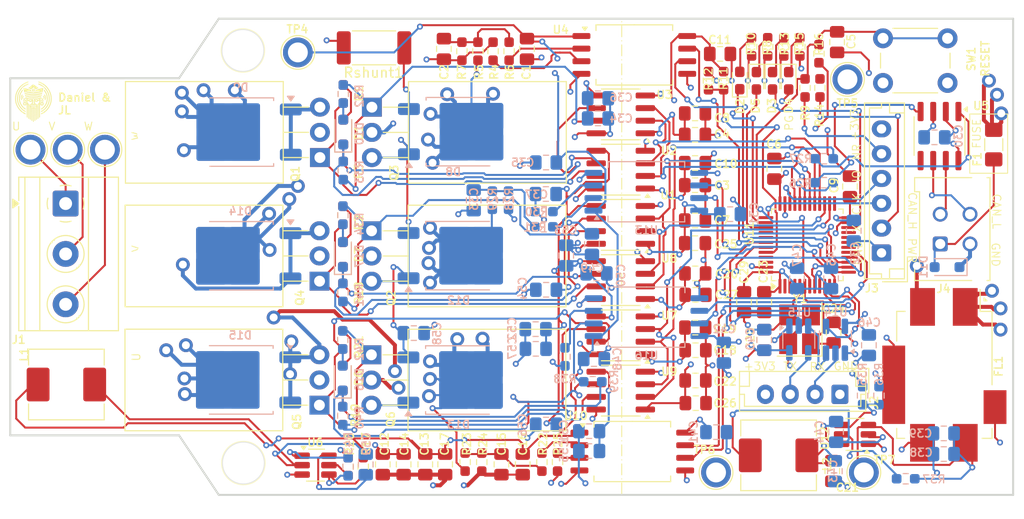
<source format=kicad_pcb>
(kicad_pcb (version 20241229) (generator "pcbnew") (generator_version "9.0")
  (layers (0 "F.Cu" signal) (4 "In1.Cu" power) (6 "In2.Cu" power) (2 "B.Cu" signal) (13 "F.Paste" user) (15 "B.Paste" user) (5 "F.SilkS" user "F.Silkscreen") (7 "B.SilkS" user "B.Silkscreen") (1 "F.Mask" user) (3 "B.Mask" user) (25 "Edge.Cuts" user))
  (net 0 "")
  (net 1 "GND")
  (net 2 "+3V3")
  (net 3 "Net-(C2-Pad1)")
  (net 4 "Net-(FL1-CB)")
  (net 5 "Net-(C15-Pad1)")
  (net 6 "Net-(U11-PH1)")
  (net 7 "Net-(U11-PH0)")
  (net 8 "GNDPWR")
  (net 9 "/PH_U_HI")
  (net 10 "+VDC")
  (net 11 "Net-(C33-Pad1)")
  (net 12 "Net-(U12-BOOT)")
  (net 13 "+5V")
  (net 14 "/PH_U_LO")
  (net 15 "Net-(U12-SW)")
  (net 16 "/PH_V_HI")
  (net 17 "Net-(Q2-S)")
  (net 18 "/PH_V_LO")
  (net 19 "Net-(U6-SW)")
  (net 20 "/PH_W_HI")
  (net 21 "Net-(D1-K)")
  (net 22 "/Motor/MOTOR_U")
  (net 23 "/Motor/MOTOR_V")
  (net 24 "/Motor/MOTOR_W")
  (net 25 "Net-(U6-BOOT)")
  (net 26 "Net-(D1-A)")
  (net 27 "Net-(D10-A)")
  (net 28 "Net-(D10-K)")
  (net 29 "Net-(D2-A)")
  (net 30 "Net-(D2-K)")
  (net 31 "Net-(D3-K)")
  (net 32 "Net-(D3-A)")
  (net 33 "Net-(D4-K)")
  (net 34 "Net-(D5-K)")
  (net 35 "Net-(D5-A)")
  (net 36 "Net-(D6-K)")
  (net 37 "Net-(D6-A)")
  (net 38 "Net-(D7-K)")
  (net 39 "Net-(D16-K)")
  (net 40 "Net-(D16-A)")
  (net 41 "Net-(D17-K)")
  (net 42 "Net-(D17-A)")
  (net 43 "/CAN_L")
  (net 44 "/CAN_H")
  (net 45 "Net-(Q2-G)")
  (net 46 "Net-(Q3-G)")
  (net 47 "Net-(Q4-G)")
  (net 48 "Net-(Q5-G)")
  (net 49 "Net-(Q6-G)")
  (net 50 "Net-(D7-A)")
  (net 51 "Net-(D11-A2)")
  (net 52 "Net-(J3-Pin_5)")
  (net 53 "Net-(J3-Pin_2)")
  (net 54 "Net-(Q1-G)")
  (net 55 "Net-(R4-Pad2)")
  (net 56 "Net-(R6-Pad2)")
  (net 57 "Net-(U11-PH3)")
  (net 59 "Net-(U6-FB)")
  (net 60 "Net-(U6-EN)")
  (net 61 "Net-(R25-Pad2)")
  (net 62 "/PH_W_LO")
  (net 63 "/CAN_RX")
  (net 64 "/SHUNT_CURR_P")
  (net 65 "/CAN_TX")
  (net 66 "/SHUNT_CURR_N")
  (net 67 "/V_ADC_P")
  (net 68 "/V_ADC_N")
  (net 69 "/U_ADC_P")
  (net 70 "/U_ADC_N")
  (net 71 "/W_ADC_P")
  (net 72 "Net-(R22-Pad2)")
  (net 73 "Net-(U11-PA11)")
  (net 74 "Net-(U11-PA12)")
  (net 75 "/SWDIO")
  (net 76 "/SWCLK")
  (net 77 "/NRESET")
  (net 78 "Net-(R30-Pad2)")
  (net 79 "Net-(R31-Pad2)")
  (net 80 "Net-(U12-FB)")
  (net 81 "/USART1_RX")
  (net 82 "/USART1_TX")
  (net 83 "Net-(U12-EN)")
  (net 84 "Net-(R38-Pad2)")
  (net 85 "Net-(R39-Pad2)")
  (net 87 "/W_ADC_N")
  (net 93 "Net-(U11-PB7)")
  (net 99 "Net-(U11-PB6)")
  (footprint "Resistor_SMD:R_0603_1608Metric_Pad0.98x0.95mm_HandSolder" (layer "F.Cu") (at 141.8336 73.6626 90)
    (property "Reference" "R12")
    (property "Value" "4.7 kohm" (hide yes))
  )
  (footprint "Diode_SMD:D_SOD-323_HandSoldering" (layer "F.Cu") (at 105.0036 103.64715 90)
    (property "Reference" "D6")
    (property "Value" "1N4148WS" (hide yes))
  )
  (footprint "Capacitor_SMD:C_0805_2012Metric_Pad1.18x1.45mm_HandSolder" (layer "F.Cu") (at 143.002 70.9676 180)
    (property "Reference" "C11")
    (property "Value" "0.1 µF" (hide yes))
  )
  (footprint "Capacitor_SMD:C_0805_2012Metric_Pad1.18x1.45mm_HandSolder" (layer "F.Cu") (at 147.447 95.9905 90)
    (property "Reference" "C23")
    (property "Value" "0.1 µF" (hide yes))
  )
  (footprint "Resistor_SMD:R_0603_1608Metric_Pad0.98x0.95mm_HandSolder" (layer "F.Cu") (at 105.0036 99.7985 -90)
    (property "Reference" "R21")
    (property "Value" "12 ohm" (hide yes))
  )
  (footprint "Package_TO_SOT_THT:TO-220-3_Horizontal_TabDown" (layer "F.Cu") (at 102.7006 81.4126 90)
    (property "Reference" "Q1")
    (property "Value" "IRF540N" (hide yes))
  )
  (footprint "Resistor_SMD:R_0603_1608Metric_Pad0.98x0.95mm_HandSolder" (layer "F.Cu") (at 152.9588 70.9422 90)
    (property "Reference" "R16")
    (property "Value" "4.7 kohm" (hide yes))
  )
  (footprint "Package_TO_SOT_THT:TO-220-3_Horizontal_TabDown" (layer "F.Cu") (at 107.9357 76.33785 -90)
    (property "Reference" "Q3")
    (property "Value" "IRF540N" (hide yes))
  )
  (footprint "Inductor_SMD:L_KOHERelec_MDA7030" (layer "F.Cu") (at 77.1704 104.2924 180)
    (property "Reference" "L1")
    (property "Value" "KOHER_MDA7030 15uH" (hide yes))
  )
  (footprint "Capacitor_SMD:C_0805_2012Metric_Pad1.18x1.45mm_HandSolder" (layer "F.Cu") (at 140.5265 103.886)
    (property "Reference" "C22")
    (property "Value" "0.1 µF" (hide yes))
  )
  (footprint "Capacitor_SMD:C_0805_2012Metric_Pad1.18x1.45mm_HandSolder" (layer "F.Cu") (at 154.305 113.0085 -90)
    (property "Reference" "C21")
    (property "Value" "22 µF" (hide yes))
  )
  (footprint "Connector_JST:JST_EH_B4B-EH-A_1x04_P2.50mm_Vertical" (layer "F.Cu") (at 155.067 105.283 180)
    (property "Reference" "J2")
    (property "Value" "B4B-EH-A(LF)(SN)" (hide yes))
  )
  (footprint "TestPoint:TestPoint_Plated_Hole_D2.0mm" (layer "F.Cu") (at 81.0514 80.6196)
    (property "Reference" "TP3" (hide yes))
    (property "Value" "TestPoint_Flag" (hide yes))
  )
  (footprint "Capacitor_SMD:C_0805_2012Metric_Pad1.18x1.45mm_HandSolder" (layer "F.Cu") (at 140.5265 100.838)
    (property "Reference" "C18")
    (property "Value" "1 µF" (hide yes))
  )
  (footprint "Package_SO:SOIC-8_3.9x4.9mm_P1.27mm" (layer "F.Cu") (at 133 77.065 180)
    (property "Reference" "U3")
    (property "Value" "STGAP2SCM" (hide yes))
  )
  (footprint "LED_SMD:LED_0603_1608Metric_Pad1.05x0.95mm_HandSolder" (layer "F.Cu") (at 149.9108 73.674 -90)
    (property "Reference" "D4")
    (property "Value" "KT-0603W" (hide yes))
  )
  (footprint "Package_TO_SOT_SMD:SOT-23-6_Handsoldering" (layer "F.Cu") (at 102.2604 112.4204)
    (property "Reference" "U6")
    (property "Value" "TPS54202DDC" (hide yes))
  )
  (footprint "Resistor_SMD:R_0603_1608Metric_Pad0.98x0.95mm_HandSolder" (layer "F.Cu") (at 119.0028 112.1137 -90)
    (property "Reference" "R24")
    (property "Value" "10 kohm" (hide yes))
  )
  (footprint "Capacitor_SMD:C_0805_2012Metric_Pad1.18x1.45mm_HandSolder" (layer "F.Cu") (at 140.505 98.552)
    (property "Reference" "C19")
    (property "Value" "0.1 µF" (hide yes))
  )
  (footprint "Package_TO_SOT_THT:TO-220-3_Horizontal_TabDown" (layer "F.Cu") (at 107.9016 88.7984 -90)
    (property "Reference" "Q2")
    (property "Value" "IRF540N" (hide yes))
  )
  (footprint "Package_SO:SOIC-8_3.9x4.9mm_P1.27mm" (layer "F.Cu") (at 165.1 79.2495 -90)
    (property "Reference" "U5")
    (property "Value" "SN65HVD230" (hide yes))
  )
  (footprint "Resistor_SMD:R_0603_1608Metric_Pad0.98x0.95mm_HandSolder" (layer "F.Cu") (at 105.5408 112.5709 -90)
    (property "Reference" "R20")
    (property "Value" "0 ohm" (hide yes))
  )
  (footprint "Capacitor_SMD:C_0805_2012Metric_Pad1.18x1.45mm_HandSolder" (layer "F.Cu") (at 156.083 84.328 90)
    (property "Reference" "C9")
    (property "Value" "10 µF" (hide yes))
  )
  (footprint "Capacitor_SMD:C_0805_2012Metric_Pad1.18x1.45mm_HandSolder" (layer "F.Cu") (at 140.4835 90.043)
    (property "Reference" "C25")
    (property "Value" "1 µF" (hide yes))
  )
  (footprint "Capacitor_SMD:C_0805_2012Metric_Pad1.18x1.45mm_HandSolder" (layer "F.Cu") (at 113.3132 112.340325 -90)
    (property "Reference" "C13")
    (property "Value" "22 µF" (hide yes))
  )
  (footprint "Capacitor_SMD:C_0805_2012Metric_Pad1.18x1.45mm_HandSolder" (layer "F.Cu") (at 123.128 112.340325 90)
    (property "Reference" "C16")
    (property "Value" "0.1 µF" (hide yes))
  )
  (footprint "Connector_JST:JST_EH_B6B-EH-A_1x06_P2.50mm_Vertical" (layer "F.Cu") (at 159.258 91.026 90)
    (property "Reference" "J3")
    (property "Value" "B6B-EH-A(LF)(SN)" (hide yes))
  )
  (footprint "Crystal:Crystal_SMD_3225-4Pin_3.2x2.5mm_HandSoldering" (layer "F.Cu") (at 151.01 98.732 90)
    (property "Reference" "Y1")
    (property "Value" "Crystal_GND24" (hide yes))
  )
  (footprint "Resistor_SMD:R_0603_1608Metric_Pad0.98x0.95mm_HandSolder" (layer "F.Cu") (at 105.0534 75.00765 -90)
    (property "Reference" "R1")
    (property "Value" "12 ohm" (hide yes))
  )
  (footprint "Resistor_SMD:R_0603_1608Metric_Pad0.98x0.95mm_HandSolder" (layer "F.Cu") (at 147.797766 70.2545 -90)
    (property "Reference" "R8")
    (property "Value" "100 Ohm" (hide yes))
  )
  (footprint "Resistor_SMD:R_2512_6332Metric_Pad1.40x3.35mm_HandSolder" (layer "F.Cu") (at 108.1532 70.358 180)
    (property "Reference" "Rshunt1")
    (property "Value" "HoLLR2512-3W-15mR-1%" (hide yes))
  )
  (footprint "Resistor_SMD:R_0603_1608Metric_Pad0.98x0.95mm_HandSolder" (layer "F.Cu") (at 117.0031 70.6935 -90)
    (property "Reference" "R7")
    (property "Value" "10 kohm" (hide yes))
  )
  (footprint "Connector_Molex:Molex_Micro-Fit_3.0_43045-0412_2x02_P3.00mm_Vertical" (layer "F.Cu") (at 165.1732 90.1248 90)
    (property "Reference" "J4")
    (property "Value" "430450412" (hide yes))
  )
  (footprint "Resistor_SMD:R_0603_1608Metric_Pad0.98x0.95mm_HandSolder" (layer "F.Cu") (at 121.7569 70.6935 -90)
    (property "Reference" "R6")
    (property "Value" "12 ohm" (hide yes))
  )
  (footprint "Package_SO:SOIC-8_7.5x5.85mm_P1.27mm" (layer "F.Cu") (at 134.1628 111.0488)
    (property "Reference" "U10")
    (property "Value" "AMC1200BDWV" (hide yes))
  )
  (footprint "Resistor_SMD:R_0603_1608Metric_Pad0.98x0.95mm_HandSolder" (layer "F.Cu") (at 105.0193 87.2255 -90)
    (property "Reference" "R2")
    (property "Value" "12 ohm" (hide yes))
  )
  (footprint "Package_QFP:LQFP-48_7x7mm_P0.5mm" (layer "F.Cu") (at 151.7836 90.2177 90)
    (property "Reference" "U11")
    (property "Value" "STM32L431CCTx" (hide yes))
  )
  (footprint "Inductor_SMD:L_KOHERelec_MDA7030" (layer "F.Cu") (at 148.8948 111.4314)
    (property "Reference" "L2")
    (property "Value" "KOHER_MDA7030 15uH" (hide yes))
  )
  (footprint "Diode_SMD:D_SOD-323_HandSoldering" (layer "F.Cu") (at 105.0534 78.84655 90)
    (property "Reference" "D1")
    (property "Value" "1N4148WS" (hide yes))
  )
  (footprint "Fuse:Fuse_1206_3216Metric_Pad1.42x1.75mm_HandSolder" (layer "F.Cu") (at 170.561 80.11 -90)
    (property "Reference" "F1")
    (property "Value" "BSMD1206C-2200T" (hide yes))
  )
  (footprint "Diode_SMD:D_SOD-323_HandSoldering" (layer "F.Cu") (at 105.0193 91.18355 90)
    (property "Reference" "D7")
    (property "Value" "1N4148WS" (hide yes))
  )
  (footprint "Capacitor_SMD:C_0805_2012Metric_Pad1.18x1.45mm_HandSolder" (layer "F.Cu") (at 140.548 106.172)
    (property "Reference" "C26")
    (property "Value" "1 µF" (hide yes))
  )
  (footprint "Package_SO:SOIC-8_3.9x4.9mm_P1.27mm" (layer "F.Cu") (at 133 99.337 180)
    (property "Reference" "U7")
    (property "Value" "STGAP2SCM" (hide yes))
  )
  (footprint "TestPoint:TestPoint_Plated_Hole_D2.0mm" (layer "F.Cu") (at 77.3049 80.6196)
    (property "Reference" "TP1" (hide yes))
    (property "Value" "TestPoint_Flag" (hide yes))
  )
  (footprint "TestPoint:TestPoint_Plated_Hole_D2.0mm" (layer "F.Cu") (at 73.5584 80.6196 180)
    (property "Reference" "TP2" (hide yes))
    (property "Value" "TestPoint_Flag" (hide yes))
  )
  (footprint "Capacitor_SMD:C_0805_2012Metric_Pad1.18x1.45mm_HandSolder" (layer "F.Cu") (at 115.189 70.4635 -90)
    (property "Reference" "C2")
    (property "Value" "330 pF" (hide yes))
  )
  (footprint "Capacitor_SMD:C_0805_2012Metric_Pad1.18x1.45mm_HandSolder" (layer "F.Cu") (at 140.5265 95.25)
    (property "Reference" "C27")
    (property "Value" "1 µF" (hide yes))
  )
  (footprint "Capacitor_SMD:C_0805_2012Metric_Pad1.18x1.45mm_HandSolder" (layer "F.Cu") (at 154.7876 69.7776 -90)
    (property "Reference" "C5")
    (property "Value" "0.1 µF" (hide yes))
  )
  (footprint "Capacitor_SMD:C_0805_2012Metric_Pad1.18x1.45mm_HandSolder" (layer "F.Cu") (at 120.984 112.3403 -90)
    (property "Reference" "C15")
    (property "Value" "330 pF" (hide yes))
  )
  (footprint "Resistor_SMD:R_0603_1608Metric_Pad0.98x0.95mm_HandSolder" (layer "F.Cu") (at 117.3264 112.110325 90)
    (property "Reference" "R23")
    (property "Value" "470 kohm" (hide yes))
  )
  (footprint "Package_SO:SOIC-8_3.9x4.9mm_P1.27mm" (layer "F.Cu") (at 133 82.633 180)
    (property "Reference" "U2")
    (property "Value" "STGAP2SCM" (hide yes))
  )
  (footprint "Capacitor_SMD:C_0805_2012Metric_Pad1.18x1.45mm_HandSolder" (layer "F.Cu") (at 111.1348 112.340325 -90)
    (property "Reference" "C14")
    (property "Value" "0.1 µF" (hide yes))
  )
  (footprint "Package_TO_SOT_SMD:SOT-23-6_Handsoldering" (layer "F.Cu") (at 156.591 109.3216 180)
    (property "Reference" "U12")
    (property "Value" "TPS54202DDC" (hide yes))
  )
  (footprint "Resistor_SMD:R_0603_1608Metric_Pad0.98x0.95mm_HandSolder" (layer "F.Cu") (at 126.6332 112.110325 90)
    (property "Reference" "R25")
    (property "Value" "12 ohm" (hide yes))
  )
  (footprint "Capacitor_SMD:C_0805_2012Metric_Pad1.18x1.45mm_HandSolder" (layer "F.Cu") (at 148.463 82.55 -90)
    (property "Reference" "C6")
    (property "Value" "0.1 µF" (hide yes))
  )
  (footprint "Filter:Filter_Murata_BNX025" (layer "F.Cu") (at 165.5908 103.3192 -90)
    (property "Reference" "FL1")
    (property "Value" "BNX025" (hide yes))
  )
  (footprint "Resistor_SMD:R_0603_1608Metric_Pad0.98x0.95mm_HandSolder" (layer "F.Cu") (at 143.3576 73.6626 -90)
    (property "Reference" "R11")
    (property "Value" "4.7 kohm" (hide yes))
  )
  (footprint "LED_SMD:LED_0603_1608Metric_Pad1.05x0.95mm_HandSolder" (layer "F.Cu") (at 144.9832 73.6486 90)
    (property "Reference" "D2")
    (property "Value" "KT-0603W" (hide yes))
  )
  (footprint "Capacitor_SMD:C_0805_2012Metric_Pad1.18x1.45mm_HandSolder" (layer "F.Cu") (at 140.505 93.091)
    (property "Reference" "C20")
    (property "Value" "0.1 µF" (hide yes))
  )
  (footprint "Capacitor_SMD:C_0805_2012Metric_Pad1.18x1.45mm_HandSolder" (layer "F.Cu") (at 140.4835 87.757)
    (property "Reference" "C7")
    (property "Value" "0.1 µF" (hide yes))
  )
  (footprint "Resistor_SMD:R_0603_1608Metric_Pad0.98x0.95mm_HandSolder" (layer "F.Cu") (at 125.0584 112.110325 90)
    (property "Reference" "R22")
    (property "Value" "12 ohm" (hide yes))
  )
  (footprint "Resistor_SMD:R_0603_1608Metric_Pad0.98x0.95mm_HandSolder" (layer "F.Cu") (at 146.177 70.2545 -90)
    (property "Reference" "R10")
    (property "Value" "100 Ohm" (hide yes))
  )
  (footprint "Resistor_SMD:R_0603_1608Metric_Pad0.98x0.95mm_HandSolder" (layer "F.Cu") (at 107.0648 112.5709 -90)
    (property "Reference" "R17")
    (property "Value" "200 kohm" (hide yes))
  )
  (footprint "Button_Switch_THT:SW_PUSH_6mm_H8mm" (layer "F.Cu") (at 159.4104 69.3928)
    (property "Reference" "SW1")
    (property "Value" "BTSA-N-P-1" (hide yes))
  )
  (footprint "Capacitor_SMD:C_0805_2012Metric_Pad1.18x1.45mm_HandSolder" (layer "F.Cu") (at 145.415 95.9905 90)
    (property "Reference" "C29")
    (property "Value" "0.1 µF" (hide yes))
  )
  (footprint "Capacitor_SMD:C_0805_2012Metric_Pad1.18x1.45mm_HandSolder" (layer "F.Cu") (at 147.447 99.8005 90)
    (property "Reference" "C28")
    (property "Value" "10 pF" (hide yes))
  )
  (footprint "Resistor_SMD:R_0603_1608Metric_Pad0.98x0.95mm_HandSolder" (layer "F.Cu") (at 120.142 70.6935 -90)
    (property "Reference" "R4")
    (property "Value" "12 ohm" (hide yes))
  )
  (footprint "Package_SO:SOIC-8_3.9x4.9mm_P1.27mm" (layer "F.Cu") (at 133 88.201 180)
    (property "Reference" "U1")
    (property "Value" "STGAP2SCM" (hide yes))
  )
  (footprint "Resistor_SMD:R_0603_1608Metric_Pad0.98x0.95mm_HandSolder" (layer "F.Cu") (at 151.5618 74.3966 90)
    (property "Reference" "R9")
    (property "Value" "0 ohm" (hide yes))
  )
  (footprint "Capacitor_SMD:C_0805_2012Metric_Pad1.18x1.45mm_HandSolder" (layer "F.Cu") (at 140.4835 79.121)
    (property "Reference" "C4")
    (property "Value" "0.1 µF" (hide yes))
  )
  (footprint "Package_TO_SOT_THT:TO-220-3_Horizontal_TabDown" (layer "F.Cu") (at 102.6508 106.37475 90)
    (property "Reference" "Q5")
    (property "Value" "IRF540N" (hide yes))
  )
  (footprint "TestPoint:TestPoint_Plated_Hole_D2.0mm" (layer "F.Cu") (at 100.4824 70.8152 90)
    (property "Reference" "TP4")
    (property "Value" "TestPoint_Flag" (hide yes))
  )
  (footprint "Capacitor_SMD:C_0805_2012Metric_Pad1.18x1.45mm_HandSolder" (layer "F.Cu") (at 140.4835 84.201)
    (property "Reference" "C3")
    (property "Value" "1 µF" (hide yes))
  )
  (footprint "Resistor_SMD:R_0603_1608Metric_Pad0.98x0.95mm_HandSolder" (layer "F.Cu") (at 118.618 70.6935 90)
    (property "Reference" "R5")
    (property "Value" "470 kohm" (hide yes))
  )
  (footprint "Package_SO:SOIC-8_3.9x4.9mm_P1.27mm" (layer "F.Cu") (at 133 93.769 180)
    (property "Reference" "U8")
    (property "Value" "STGAP2SCM" (hide yes))
  )
  (footprint "Resistor_SMD:R_0603_1608Metric_Pad0.98x0.95mm_HandSolder" (layer "F.Cu") (at 105.0036 107.43715 -90)
    (property "Reference" "R19")
    (property "Value" "12 ohm" (hide yes))
  )
  (footprint "Package_SO:SOIC-8_3.9x4.9mm_P1.27mm" (layer "F.Cu") (at 133 104.905 180)
    (property "Reference" "U9")
    (property "Value" "STGAP2SCM" (hide yes))
  )
  (footprint "TerminalBlock_Phoenix:TerminalBlock_Phoenix_MKDS-1,5-3-5.08_1x03_P5.08mm_Horizontal" (layer "F.Cu") (at 77.0943 86.0502 -90)
    (property "Reference" "J1")
    (property "Value" "1733583" (hide yes))
  )
  (footprint "TestPoint:TestPoint_Plated_Hole_D2.0mm" (layer "F.Cu") (at 155.829 73.533)
    (property "Reference" "TP5")
    (property "Value" "TestPoint_Flag" (hide yes))
  )
  (footprint "Capacitor_SMD:C_0805_2012Metric_Pad1.18x1.45mm_HandSolder" (layer "F.Cu") (at 140.4835 81.963)
    (property "Reference" "C10")
    (property "Value" "0.1 µF" (hide yes))
  )
  (footprint "Package_SO:SOIC-8_7.5x5.85mm_P1.27mm" (layer "F.Cu") (at 134.366 71.0692)
    (property "Reference" "U4")
    (property "Value" "AMC1200BDWV" (hide yes))
  )
  (footprint "Package_TO_SOT_THT:TO-220-3_Horizontal_TabDown" (layer "F.Cu") (at 107.8859 101.3 -90)
    (property "Reference" "Q6")
    (property "Value" "IRF540N" (hide yes))
  )
  (footprint "Resistor_SMD:R_0603_1608Metric_Pad0.98x0.95mm_HandSolder" (layer "F.Cu") (at 105.0193 95.01355 -90)
    (property "Reference" "R18")
    (property "Value" "12 ohm" (hide yes))
  )
  (footprint "Capacitor_SMD:C_0805_2012Metric_Pad1.18x1.45mm_HandSolder" (layer "F.Cu") (at 154.432 99.06 -90)
    (property "Reference" "C24")
    (property "Value" "10 pF" (hide yes))
  )
  (footprint "Package_TO_SOT_THT:TO-220-3_Horizontal_TabDown" (layer "F.Cu") (at 102.6665 93.87315 90)
    (property "Reference" "Q4")
    (property "Value" "IRF540N" (hide yes))
  )
  (footprint "Capacitor_SMD:C_0805_2012Metric_Pad1.18x1.45mm_HandSolder" (layer "F.Cu") (at 123.5563 70.4635 90)
    (property "Reference" "C1")
    (property "Value" "0.1 µF" (hide yes))
  )
  (footprint "Resistor_SMD:R_0603_1608Metric_Pad0.98x0.95mm_HandSolder" (layer "F.Cu") (at 151.0393 70.2545 90)
    (property "Reference" "R15")
    (property "Value" "100 Ohm" (hide yes))
  )
  (footprint "Capacitor_SMD:C_0805_2012Metric_Pad1.18x1.45mm_HandSolder" (layer "F.Cu") (at 109.0348 112.340325 -90)
    (property "Reference" "C12")
    (property "Value" "10 µF" (hide yes))
  )
  (footprint "TestPoint:TestPoint_Plated_Hole_D2.0mm" (layer "F.Cu") (at 142.5956 113.157)
    (property "Reference" "TP6")
    (property "Value" "TestPoint_Flag" (hide yes))
  )
  (footprint "LED_SMD:LED_0603_1608Metric_Pad1.05x0.95mm_HandSolder" (layer "F.Cu") (at 148.2852 73.674 -90)
    (property "Reference" "D3")
    (property "Value" "KT-0603W" (hide yes))
  )
  (footprint "Capacitor_SMD:C_0805_2012Metric_Pad1.18x1.45mm_HandSolder" (layer "F.Cu") (at 140.4835 76.962)
    (property "Reference" "C8")
    (property "Value" "1 µF" (hide yes))
  )
  (footprint "Resistor_SMD:R_0603_1608Metric_Pad0.98x0.95mm_HandSolder" (layer "F.Cu") (at 153.0604 74.3966 90)
    (property "Reference" "R14")
    (property "Value" "0 ohm" (hide yes))
  )
  (footprint "Resistor_SMD:R_0603_1608Metric_Pad0.98x0.95mm_HandSolder" (layer "F.Cu") (at 149.418534 70.2545 -90)
    (property "Reference" "R13")
    (property "Value" "100 Ohm" (hide yes))
  )
  (footprint "Resistor_SMD:R_0603_1608Metric_Pad0.98x0.95mm_HandSolder" (layer "F.Cu") (at 105.0534 82.72735 -90)
    (property "Reference" "R3")
    (property "Value" "12 ohm" (hide yes))
  )
  (footprint "Capacitor_SMD:C_0805_2012Metric_Pad1.18x1.45mm_HandSolder" (layer "F.Cu") (at 115.316 112.340325 -90)
    (property "Reference" "C17")
    (property "Value" "22 µF" (hide yes))
  )
  (footprint "LED_SMD:LED_0603_1608Metric_Pad1.05x0.95mm_HandSolder" (layer "F.Cu") (at 146.6596 73.674 -90)
    (property "Reference" "D5")
    (property "Value" "KT-0603W" (hide yes))
  )
  (footprint "TestPoint:TestPoint_Plated_Hole_D2.0mm" (layer "F.Cu") (at 157.48 113.157 90)
    (property "Reference" "TP7")
    (property "Value" "TestPoint_Flag" (hide yes))
  )
  (footprint "Resistor_SMD:R_0603_1608Metric_Pad0.98x0.95mm_HandSolder" (layer "B.Cu") (at 105.0534 82.72735 -90)
    (property "Reference" "R33")
    (property "Value" "12 ohm" (hide yes))
  )
  (footprint "Package_TO_SOT_SMD:TO-252-2" (layer "B.Cu") (at 116.7057 78.80535)
    (property "Reference" "D8")
    (property "Value" "MBR20100DT" (hide yes))
  )
  (footprint "Capacitor_SMD:C_0805_2012Metric_Pad1.18x1.45mm_HandSolder" (layer "B.Cu") (at 130.0988 90.1407 -90)
    (property "Reference" "C49")
    (property "Value" "0.1 µF" (hide yes))
  )
  (footprint "Package_TO_SOT_SMD:SOT-23-5_HandSoldering" (layer "B.Cu") (at 154.62 99.7788 90)
    (property "Reference" "U14")
    (property "Value" "SN74LVC1G125DBV" (hide yes))
  )
  (footprint "Package_TO_SOT_SMD:TO-252-2" (layer "B.Cu") (at 116.6716 91.30215)
    (property "Reference" "D12")
    (property "Value" "MBR20100DT" (hide yes))
  )
  (footprint "Resistor_SMD:R_0603_1608Metric_Pad0.98x0.95mm_HandSolder" (layer "B.Cu") (at 161.6945 113.792 180)
    (property "Reference" "R37")
    (property "Value" "0 ohm" (hide yes))
  )
  (footprint "Package_SO:SOIC-8_7.5x5.85mm_P1.27mm" (layer "B.Cu") (at 135.5762 84.8614)
    (property "Reference" "U13")
    (property "Value" "AMC1200BDWV" (hide yes))
  )
  (footprint "Diode_SMD:D_SOD-323_HandSoldering" (layer "B.Cu") (at 105.0036 103.64715 90)
    (property "Reference" "D16")
    (property "Value" "1N4148WS" (hide yes))
  )
  (footprint "Capacitor_SMD:C_0805_2012Metric_Pad1.18x1.45mm_HandSolder" (layer "B.Cu") (at 147.447 99.8005 -90)
    (property "Reference" "C40")
    (property "Value" "0.1 µF" (hide yes))
  )
  (footprint "Capacitor_SMD:C_0805_2012Metric_Pad1.18x1.45mm_HandSolder" (layer "B.Cu") (at 112.1582 99.11075)
    (property "Reference" "C58")
    (property "Value" "330 pF" (hide yes))
  )
  (footprint "Capacitor_SMD:C_0805_2012Metric_Pad1.18x1.45mm_HandSolder" (layer "B.Cu") (at 157.988 100.33 -90)
    (property "Reference" "C46")
    (property "Value" "0.1 µF" (hide yes))
  )
  (footprint "Capacitor_SMD:C_0805_2012Metric_Pad1.18x1.45mm_HandSolder" (layer "B.Cu") (at 125.4545 85.09 180)
    (property "Reference" "C37")
    (property "Value" "0.1 µF" (hide yes))
  )
  (footprint "Capacitor_SMD:C_0805_2012Metric_Pad1.18x1.45mm_HandSolder" (layer "B.Cu") (at 130.7045 75.438)
    (property "Reference" "C36")
    (property "Value" "0.1 µF" (hide yes))
  )
  (footprint "Capacitor_SMD:C_0805_2012Metric_Pad1.18x1.45mm_HandSolder" (layer "B.Cu") (at 124.425183 98.711108 180)
    (property "Reference" "C52")
    (property "Value" "0.1 µF" (hide yes))
  )
  (footprint "Capacitor_SMD:C_0805_2012Metric_Pad1.18x1.45mm_HandSolder" (layer "B.Cu") (at 165.5279 111.3028 180)
    (property "Reference" "C38")
    (property "Value" "0.1 µF" (hide yes))
  )
  (footprint "Capacitor_SMD:C_0805_2012Metric_Pad1.18x1.45mm_HandSolder" (layer "B.Cu") (at 127.508 91.2915 90)
    (property "Reference" "C53")
    (property "Value" "0.1 µF" (hide yes))
  )
  (footprint "Capacitor_SMD:C_0805_2012Metric_Pad1.18x1.45mm_HandSolder" (layer "B.Cu") (at 156.464 88.7945 90)
    (property "Reference" "C32")
    (property "Value" "0.1 µF" (hide yes))
  )
  (footprint "Capacitor_SMD:C_0805_2012Metric_Pad1.18x1.45mm_HandSolder" (layer "B.Cu") (at 125.4829 94.74355 180)
    (property "Reference" "C54")
    (property "Value" "1 µF")
  )
  (footprint "Resistor_SMD:R_0603_1608Metric_Pad0.98x0.95mm_HandSolder" (layer "B.Cu") (at 105.0036 107.43715 -90)
    (property "Reference" "R40")
    (property "Value" "12 ohm" (hide yes))
  )
  (footprint "Capacitor_SMD:C_0805_2012Metric_Pad1.18x1.45mm_HandSolder" (layer "B.Cu") (at 165.5279 109.22 180)
    (property "Reference" "C39")
    (property "Value" "10 µF" (hide yes))
  )
  (footprint "Diode_SMD:D_SOD-323_HandSoldering" (layer "B.Cu") (at 105.0193 91.18355 90)
    (property "Reference" "D17")
    (property "Value" "1N4148WS" (hide yes))
  )
  (footprint "Capacitor_SMD:C_0805_2012Metric_Pad1.18x1.45mm_HandSolder" (layer "B.Cu") (at 129.8155 110.998 180)
    (property "Reference" "C55")
    (property "Value" "1 µF" (hide yes))
  )
  (footprint "Capacitor_SMD:C_0805_2012Metric_Pad1.18x1.45mm_HandSolder" (layer "B.Cu") (at 150.749 93.599 -90)
    (property "Reference" "C47")
    (property "Value" "1 µF" (hide yes))
  )
  (footprint "Resistor_SMD:R_0603_1608Metric_Pad0.98x0.95mm_HandSolder" (layer "B.Cu") (at 125.2529 88.392)
    (property "Reference" "R31")
    (property "Value" "12 ohm" (hide yes))
  )
  (footprint "Resistor_SMD:R_0603_1608Metric_Pad0.98x0.95mm_HandSolder" (layer "B.Cu") (at 127.381 101.5003 90)
    (property "Reference" "R38")
    (property "Value" "12 ohm" (hide yes))
  )
  (footprint "Capacitor_SMD:C_0805_2012Metric_Pad1.18x1.45mm_HandSolder" (layer "B.Cu") (at 125.476 81.915)
    (property "Reference" "C35")
    (property "Value" "0.1 µF" (hide yes))
  )
  (footprint "Resistor_SMD:R_0603_1608Metric_Pad0.98x0.95mm_HandSolder" (layer "B.Cu") (at 105.0534 75.00765 90)
    (property "Reference" "R32")
    (property "Value" "12 ohm" (hide yes))
  )
  (footprint "Capacitor_SMD:C_0805_2012Metric_Pad1.18x1.45mm_HandSolder" (layer "B.Cu") (at 154.178 93.599 -90)
    (property "Reference" "C45")
    (property "Value" "10 nF" (hide yes))
  )
  (footprint "Capacitor_SMD:C_0805_2012Metric_Pad1.18x1.45mm_HandSolder" (layer "B.Cu") (at 154.686 109.0715 -90)
    (property "Reference" "C44")
    (property "Value" "0.1 µF" (hide yes))
  )
  (footprint "Package_TO_SOT_SMD:SOT-23-5_HandSoldering" (layer "B.Cu") (at 150.9268 99.7496 -90)
    (property "Reference" "U15")
    (property "Value" "SN74LVC1G125DBV" (hide yes))
  )
  (footprint "Package_TO_SOT_SMD:TO-252-2" (layer "B.Cu") (at 94.6808 103.82725 180)
    (property "Reference" "D15")
    (property "Value" "MBR20100DT" (hide yes))
  )
  (footprint "Resistor_SMD:R_0603_1608Metric_Pad0.98x0.95mm_HandSolder" (layer "B.Cu") (at 153.48609 81.534)
    (property "Reference" "R27")
    (property "Value" "0 ohm" (hide yes))
  )
  (footprint "Capacitor_SMD:C_0805_2012Metric_Pad1.18x1.45mm_HandSolder" (layer "B.Cu") (at 125.476 108.331 180)
    (property "Reference" "C56")
    (property "Value" "1 µF" (hide yes))
  )
  (footprint "Package_TO_SOT_SMD:TO-252-2" (layer "B.Cu") (at 94.7306 78.8476 180)
    (property "Reference" "D9")
    (property "Value" "MBR20100DT" (hide yes))
  )
  (footprint "Capacitor_SMD:C_0805_2012Metric_Pad1.18x1.45mm_HandSolder" (layer "B.Cu") (at 142.621 109.093 180)
    (property "Reference" "C41")
    (property "Value" "0.1 µF" (hide yes))
  )
  (footprint "Package_TO_SOT_SMD:TO-252-2" (layer "B.Cu") (at 94.6965 91.3169 180)
    (property "Reference" "D14")
    (property "Value" "MBR20100DT" (hide yes))
  )
  (footprint "Capacitor_SMD:C_0805_2012Metric_Pad1.18x1.45mm_HandSolder" (layer "B.Cu") (at 124.439783 100.696858 180)
    (property "Reference" "C57")
    (property "Value" "1 µF" (hide yes))
  )
  (footprint "Resistor_SMD:R_0603_1608Metric_Pad0.98x0.95mm_HandSolder" (layer "B.Cu") (at 130.175 104.013 180)
    (property "Reference" "R39")
    (property "Value" "12 ohm" (hide yes))
  )
  (footprint "Resistor_SMD:R_0603_1608Metric_Pad0.98x0.95mm_HandSolder" (layer "B.Cu") (at 153.48039 83.947 180)
    (property "Reference" "R26")
    (property "Value" "0 ohm" (hide yes))
  )
  (footprint "Capacitor_SMD:C_0805_2012Metric_Pad1.18x1.45mm_HandSolder" (layer "B.Cu") (at 144.018 87.122 180)
    (property "Reference" "C31")
    (property "Value" "0.1 µF" (hide yes))
  )
  (footprint "Capacitor_SMD:C_0805_2012Metric_Pad1.18x1.45mm_HandSolder" (layer "B.Cu") (at 164.592 79.375)
    (property "Reference" "C30")
    (property "Value" "0.1 µF" (hide yes))
  )
  (footprint "Capacitor_SMD:C_0805_2012Metric_Pad1.18x1.45mm_HandSolder" (layer "B.Cu") (at 107.3188 112.3481 90)
    (property "Reference" "C59")
    (property "Value" "0.1 µF" (hide yes))
  )
  (footprint "Package_SO:SOIC-8_7.5x5.85mm_P1.27mm" (layer "B.Cu") (at 135.6 97.5)
    (property "Reference" "U16")
    (property "Value" "AMC1200BDWV" (hide yes))
  )
  (footprint "Resistor_SMD:R_0603_1608Metric_Pad0.98x0.95mm_HandSolder" (layer "B.Cu") (at 125.2529 86.868)
    (property "Reference" "R30")
    (property "Value" "12 ohm" (hide yes))
  )
  (footprint "Resistor_SMD:R_0603_1608Metric_Pad0.98x0.95mm_HandSolder" (layer "B.Cu") (at 105.5408 112.5747 90)
    (property "Reference" "R43")
    (property "Value" "27 kohm" (hide yes))
  )
  (footprint "Resistor_SMD:R_0603_1608Metric_Pad0.98x0.95mm_HandSolder" (layer "B.Cu") (at 120.0694 85.711367 90)
    (property "Reference" "R29")
    (property "Value" "470 kohm" (hide yes))
  )
  (footprint "Resistor_SMD:R_0603_1608Metric_Pad0.98x0.95mm_HandSolder" (layer "B.Cu") (at 159.004 105.41 90)
    (property "Reference" "R36")
    (property "Value" "100 kohm" (hide yes))
  )
  (footprint "Diode_SMD:D_SOD-323_HandSoldering" (layer "B.Cu") (at 105.0534 78.84655 90)
    (property "Reference" "D10")
    (property "Value" "1N4148WS" (hide yes))
  )
  (footprint "Diode_SMD:D_SOD-323_HandSoldering" (layer "B.Cu") (at 165.862 92.456 180)
    (property "Reference" "D11")
    (property "Value" "PESD15VL1BA" (hide yes))
  )
  (footprint "Resistor_SMD:R_0603_1608Metric_Pad0.98x0.95mm_HandSolder" (layer "B.Cu") (at 157.353 105.41 90)
    (property "Reference" "R35")
    (property "Value" "22 kohm" (hide yes))
  )
  (footprint "Resistor_SMD:R_0603_1608Metric_Pad0.98x0.95mm_HandSolder" (layer "B.Cu") (at 121.695 85.711367 -90)
    (property "Reference" "R28")
    (property "Value" "10 kohm" (hide yes))
  )
  (footprint "Capacitor_SMD:C_0805_2012Metric_Pad1.18x1.45mm_HandSolder" (layer "B.Cu") (at 130.302 101.727 180)
    (property "Reference" "C48")
    (property "Value" "0.1 µF" (hide yes))
  )
  (footprint "Capacitor_SMD:C_0805_2012Metric_Pad1.18x1.45mm_HandSolder" (layer "B.Cu") (at 143.383 101.092 90)
    (property "Reference" "C42")
    (property "Value" "0.1 µF" (hide yes))
  )
  (footprint "Capacitor_SMD:C_0805_2012Metric_Pad1.18x1.45mm_HandSolder" (layer "B.Cu") (at 154.559 113.03 -90)
    (property "Reference" "C43")
    (property "Value" "22 µF" (hide yes))
  )
  (footprint "Resistor_SMD:R_0603_1608Metric_Pad0.98x0.95mm_HandSolder" (layer "B.Cu") (at 105.0193 87.2255 90)
    (property "Reference" "R34")
    (property "Value" "12 ohm" (hide yes))
  )
  (footprint "Capacitor_SMD:C_0805_2012Metric_Pad1.18x1.45mm_HandSolder" (layer "B.Cu") (at 130.7045 77.47)
    (property "Reference" "C34")
    (property "Value" "1 µF" (hide yes))
  )
  (footprint "Capacitor_SMD:C_0805_2012Metric_Pad1.18x1.45mm_HandSolder" (layer "B.Cu") (at 130.556 93.091)
    (property "Reference" "C50")
    (property "Value" "1 µF" (hide yes))
  )
  (footprint "Capacitor_SMD:C_0805_2012Metric_Pad1.18x1.45mm_HandSolder" (layer "B.Cu") (at 129.8155 108.998 180)
    (property "Reference" "C51")
    (property "Value" "0.1 µF" (hide yes))
  )
  (footprint "Capacitor_SMD:C_0805_2012Metric_Pad1.18x1.45mm_HandSolder" (layer "B.Cu") (at 118.1898 85.725 -90)
    (property "Reference" "C33")
    (property "Value" "330 pF" (hide yes))
  )
  (footprint "Resistor_SMD:R_0603_1608Metric_Pad0.98x0.95mm_HandSolder" (layer "B.Cu") (at 105.0193 95.01355 -90)
    (property "Reference" "R41")
    (property "Value" "12 ohm" (hide yes))
  )
  (footprint "Resistor_SMD:R_0603_1608Metric_Pad0.98x0.95mm_HandSolder" (layer "B.Cu") (at 105.0036 99.7985 90)
    (property "Reference" "R42")
    (property "Value" "12 ohm" (hide yes))
  )
  (footprint "Package_TO_SOT_SMD:TO-252-2" (layer "B.Cu") (at 116.6559 103.84)
    (property "Reference" "D13")
    (property "Value" "MBR20100DT" (hide yes))
  )
  (gr_poly (pts (xy 74.869295 75.190257) (xy 74.872143 75.190543) (xy 74.875005 75.190991) (xy 74.877875 75.191603) (xy 74.880748 75.192378) (xy 74.883617 75.193318) (xy 74.886478 75.194422) (xy 74.889325 75.195692) (xy 74.892151 75.197129) (xy 74.89495 75.198732) (xy 74.897719 75.200502) (xy 74.90045 75.20244) (xy 74.903137 75.204547) (xy 74.905776 75.206822) (xy 74.910701 75.211501) (xy 74.915436 75.216462) (xy 74.91998 75.221694) (xy 74.92433 75.227181) (xy 74.928483 75.232913) (xy 74.932435 75.238875) (xy 74.939727 75.251438) (xy 74.946185 75.264768) (xy 74.951784 75.278759) (xy 74.956503 75.293309) (xy 74.960317 75.308312) (xy 74.963204 75.323665) (xy 74.965141 75.339263) (xy 74.966105 75.355002) (xy 74.966073 75.370779) (xy 74.965022 75.386489) (xy 74.962929 75.402028) (xy 74.959771 75.417291) (xy 74.955525 75.432175) (xy 74.952573 75.440889) (xy 74.949645 75.448896) (xy 74.946727 75.456217) (xy 74.943802 75.462871) (xy 74.940855 75.468875) (xy 74.93787 75.47425) (xy 74.934834 75.479015) (xy 74.931729 75.483187) (xy 74.928541 75.486787) (xy 74.925255 75.489833) (xy 74.921854 75.492344) (xy 74.918324 75.494339) (xy 74.914649 75.495838) (xy 74.910814 75.496858) (xy 74.906803 75.49742) (xy 74.902602 75.497542) (xy 74.898818 75.49741) (xy 74.894998 75.497181) (xy 74.891247 75.496866) (xy 74.887669 75.496478) (xy 74.884368 75.496031) (xy 74.881449 75.495537) (xy 74.879016 75.495009) (xy 74.878014 75.494736) (xy 74.877173 75.494459) (xy 74.877173 75.494458) (xy 74.874708 75.493488) (xy 74.872378 75.492443) (xy 74.870182 75.49132) (xy 74.868122 75.490121) (xy 74.866196 75.488845) (xy 74.864405 75.487491) (xy 74.862749 75.48606) (xy 74.861228 75.484552) (xy 74.859841 75.482965) (xy 74.858589 75.4813) (xy 74.857471 75.479557) (xy 74.856488 75.477734) (xy 74.855639 75.475834) (xy 74.854925 75.473853) (xy 74.854346 75.471794) (xy 74.8539 75.469655) (xy 74.853589 75.467436) (xy 74.853413 75.465137) (xy 74.85337 75.462758) (xy 74.853462 75.460298) (xy 74.853688 75.457758) (xy 74.854048 75.455136) (xy 74.854543 75.452434) (xy 74.855171 75.44965) (xy 74.855933 75.446784) (xy 74.856829 75.443836) (xy 74.85786 75.440807) (xy 74.859024 75.437695) (xy 74.860322 75.4345) (xy 74.861754 75.431222) (xy 74.863319 75.427862) (xy 74.865019 75.424418) (xy 74.866288 75.421794) (xy 74.867552 75.418946) (xy 74.868804 75.415902) (xy 74.870036 75.412689) (xy 74.872407 75.405865) (xy 74.874603 75.398696) (xy 74.87656 75.391399) (xy 74.878216 75.384194) (xy 74.878911 75.380695) (xy 74.879508 75.377301) (xy 74.879997 75.37404) (xy 74.880372 75.370939) (xy 74.881063 75.362973) (xy 74.881421 75.355382) (xy 74.881433 75.348128) (xy 74.881088 75.341178) (xy 74.880372 75.334495) (xy 74.879274 75.328044) (xy 74.877781 75.321789) (xy 74.875881 75.315696) (xy 74.873561 75.309729) (xy 74.870808 75.303852) (xy 74.867612 75.29803) (xy 74.863958 75.292228) (xy 74.859835 75.28641) (xy 74.855231 75.280542) (xy 74.850132 75.274586) (xy 74.844527 75.268509) (xy 74.839546 75.26325) (xy 74.835173 75.258535) (xy 74.831386 75.254304) (xy 74.828164 75.250494) (xy 74.825484 75.247043) (xy 74.82434 75.245432) (xy 74.823324 75.243888) (xy 74.822432 75.242403) (xy 74.821662 75.240968) (xy 74.821011 75.239576) (xy 74.820476 75.238219) (xy 74.820054 75.23689) (xy 74.819743 75.235581) (xy 74.81954 75.234283) (xy 74.819441 75.23299) (xy 74.819446 75.231693) (xy 74.819549 75.230384) (xy 74.81975 75.229056) (xy 74.820044 75.227702) (xy 74.82043 75.226312) (xy 74.820904 75.22488) (xy 74.822106 75.221857) (xy 74.823629 75.21857) (xy 74.825451 75.214957) (xy 74.826946 75.212263) (xy 74.828564 75.209721) (xy 74.830299 75.20733) (xy 74.832146 75.205093) (xy 74.834097 75.203008) (xy 74.836149 75.201078) (xy 74.838294 75.199302) (xy 74.840528 75.197682) (xy 74.842845 75.196217) (xy 74.845238 75.194908) (xy 74.847703 75.193756) (xy 74.850232 75.192762) (xy 74.852822 75.191925) (xy 74.855466 75.191247) (xy 74.858158 75.190729) (xy 74.860893 75.19037) (xy 74.863664 75.190171) (xy 74.866467 75.190133)) (stroke (width -0.000001)) (fill yes) (layer "F.SilkS"))
  (gr_poly (pts (xy 73.308493 73.750188) (xy 73.311434 73.750799) (xy 73.314191 73.751692) (xy 73.318444 73.753493) (xy 73.322381 73.75553) (xy 73.326002 73.757788) (xy 73.329309 73.760252) (xy 73.332304 73.762906) (xy 73.33499 73.765735) (xy 73.337368 73.768724) (xy 73.339439 73.771857) (xy 73.341207 73.775119) (xy 73.342672 73.778495) (xy 73.343836 73.78197) (xy 73.344701 73.785528) (xy 73.34527 73.789154) (xy 73.345544 73.792832) (xy 73.345524 73.796548) (xy 73.345214 73.800286) (xy 73.344613 73.804031) (xy 73.343726 73.807767) (xy 73.342553 73.81148) (xy 73.341095 73.815153) (xy 73.339356 73.818772) (xy 73.337337 73.822322) (xy 73.33504 73.825786) (xy 73.332466 73.82915) (xy 73.329618 73.832399) (xy 73.326497 73.835517) (xy 73.323105 73.838488) (xy 73.319444 73.841299) (xy 73.315517 73.843932) (xy 73.311324 73.846374) (xy 73.306867 73.848608) (xy 73.30215 73.850619) (xy 73.270884 73.862643) (xy 73.226456 73.879531) (xy 73.195502 73.89211) (xy 73.157281 73.908996) (xy 73.114259 73.928978) (xy 73.068902 73.950847) (xy 73.023674 73.973395) (xy 72.981043 73.995412) (xy 72.943473 74.01569) (xy 72.91343 74.033019) (xy 72.889181 74.048068) (xy 72.864472 74.064031) (xy 72.839692 74.080633) (xy 72.815233 74.0976) (xy 72.791481 74.114656) (xy 72.768827 74.131527) (xy 72.74766 74.147939) (xy 72.728368 74.163616) (xy 72.698675 74.18937) (xy 72.666645 74.218848) (xy 72.633405 74.250894) (xy 72.600083 74.284355) (xy 72.567805 74.318075) (xy 72.537701 74.3509) (xy 72.510896 74.381676) (xy 72.488518 74.409249) (xy 72.44077 74.470986) (xy 72.418164 74.501307) (xy 72.395767 74.533487) (xy 72.373661 74.567354) (xy 72.35193 74.602735) (xy 72.330655 74.639455) (xy 72.309919 74.677341) (xy 72.289804 74.716219) (xy 72.270393 74.755917) (xy 72.251768 74.79626) (xy 72.234012 74.837075) (xy 72.217207 74.878189) (xy 72.201436 74.919428) (xy 72.186781 74.960619) (xy 72.173324 75.001588) (xy 72.161148 75.042161) (xy 72.150336 75.082166) (xy 72.136335 75.141651) (xy 72.124392 75.2019) (xy 72.114564 75.26239) (xy 72.106908 75.322595) (xy 72.101483 75.381991) (xy 72.098345 75.440054) (xy 72.097552 75.496259) (xy 72.09916 75.550082) (xy 72.101801 75.5907) (xy 72.105318 75.630702) (xy 72.109724 75.670144) (xy 72.115033 75.709081) (xy 72.121261 75.747568) (xy 72.12842 75.785662) (xy 72.136526 75.823417) (xy 72.145593 75.86089) (xy 72.155634 75.898135) (xy 72.166664 75.935208) (xy 72.178697 75.972165) (xy 72.191747 76.009062) (xy 72.205829 76.045953) (xy 72.220957 76.082894) (xy 72.237145 76.119942) (xy 72.254406 76.15715) (xy 72.275902 76.200987) (xy 72.297317 76.242112) (xy 72.319055 76.281178) (xy 72.341519 76.318839) (xy 72.365113 76.355746) (xy 72.390238 76.392553) (xy 72.417299 76.429912) (xy 72.446697 76.468474) (xy 72.478145 76.50794) (xy 72.509567 76.545599) (xy 72.54105 76.581525) (xy 72.572685 76.61579) (xy 72.604558 76.648468) (xy 72.636759 76.679633) (xy 72.669377 76.709359) (xy 72.7025 76.737718) (xy 72.736217 76.764785) (xy 72.770616 76.790632) (xy 72.805787 76.815334) (xy 72.841817 76.838963) (xy 72.878795 76.861594) (xy 72.91681 76.8833) (xy 72.955951 76.904154) (xy 72.996306 76.924229) (xy 73.007539 76.929756) (xy 73.018416 76.935344) (xy 73.02867 76.940841) (xy 73.038034 76.946093) (xy 73.046242 76.950946) (xy 73.053028 76.955249) (xy 73.058126 76.958846) (xy 73.059958 76.960333) (xy 73.061268 76.961586) (xy 73.063833 76.964598) (xy 73.066143 76.967763) (xy 73.068198 76.971068) (xy 73.069995 76.974499) (xy 73.071531 76.978042) (xy 73.072805 76.981685) (xy 73.073815 76.985413) (xy 73.074557 76.989213) (xy 73.075031 76.993071) (xy 73.075233 76.996973) (xy 73.075163 77.000906) (xy 73.074816 77.004856) (xy 73.074193 77.00881) (xy 73.073289 77.012753) (xy 73.072103 77.016673) (xy 73.070634 77.020556) (xy 73.069414 77.023322) (xy 73.068129 77.025939) (xy 73.066776 77.028408) (xy 73.065353 77.030728) (xy 73.063858 77.0329) (xy 73.06229 77.034924) (xy 73.060646 77.036801) (xy 73.058924 77.038532) (xy 73.057123 77.040116) (xy 73.05524 77.041554) (xy 73.053274 77.042846) (xy 73.051222 77.043993) (xy 73.049083 77.044996) (xy 73.046855 77.045854) (xy 73.044535 77.046568) (xy 73.042122 77.047138) (xy 73.039614 77.047565) (xy 73.037009 77.047849) (xy 73.034304 77.047991) (xy 73.031499 77.047991) (xy 73.02859 77.047849) (xy 73.025577 77.047565) (xy 73.022457 77.047141) (xy 73.019227 77.046577) (xy 73.015887 77.045872) (xy 73.012435 77.045028) (xy 73.008867 77.044044) (xy 73.005183 77.042922) (xy 73.00138 77.041661) (xy 72.997457 77.040262) (xy 72.993411 77.038725) (xy 72.989241 77.037051) (xy 72.989237 77.037051) (xy 72.970139 77.028477) (xy 72.946042 77.016553) (xy 72.918331 77.002047) (xy 72.888389 76.985728) (xy 72.857604 76.968363) (xy 72.827359 76.950721) (xy 72.79904 76.93357) (xy 72.774032 76.917679) (xy 72.733591 76.890249) (xy 72.693613 76.861327) (xy 72.654434 76.831191) (xy 72.616385 76.800124) (xy 72.5798 76.768405) (xy 72.545012 76.736315) (xy 72.512356 76.704134) (xy 72.482163 76.672142) (xy 72.446557 76.632015) (xy 72.412561 76.591887) (xy 72.380111 76.551651) (xy 72.349146 76.511199) (xy 72.319601 76.470424) (xy 72.291415 76.429218) (xy 72.264524 76.387475) (xy 72.238865 76.345088) (xy 72.214376 76.301948) (xy 72.190993 76.257948) (xy 72.168653 76.212981) (xy 72.147294 76.16694) (xy 72.126852 76.119718) (xy 72.107265 76.071206) (xy 72.08847 76.021298) (xy 72.070404 75.969887) (xy 72.06226 75.943786) (xy 72.053755 75.912649) (xy 72.045115 75.877525) (xy 72.036565 75.839466) (xy 72.028332 75.79952) (xy 72.020642 75.758739) (xy 72.013721 75.718172) (xy 72.007794 75.678871) (xy 72.003957 75.642647) (xy 72.001212 75.598435) (xy 71.999559 75.548835) (xy 71.998999 75.496451) (xy 71.999533 75.443885) (xy 72.001162 75.393738) (xy 72.003885 75.348614) (xy 72.007704 75.311113) (xy 72.019495 75.229073) (xy 72.032222 75.154113) (xy 72.046256 75.084822) (xy 72.061967 75.01979) (xy 72.079728 74.957605) (xy 72.09991 74.896858) (xy 72.122883 74.836137) (xy 72.149018 74.774031) (xy 72.16807 74.731829) (xy 72.18695 74.692353) (xy 72.206117 74.654794) (xy 72.226026 74.618343) (xy 72.247137 74.582191) (xy 72.269905 74.545529) (xy 72.294787 74.507547) (xy 72.322241 74.467437) (xy 72.348097 74.430814) (xy 72.372321 74.397526) (xy 72.395426 74.36694) (xy 72.417926 74.33842) (xy 72.440332 74.311331) (xy 72.463158 74.285037) (xy 72.486917 74.258903) (xy 72.512121 74.232295) (xy 72.547579 74.196421) (xy 72.583328 74.162059) (xy 72.61951 74.129114) (xy 72.656269 74.097493) (xy 72.693749 74.067103) (xy 72.732093 74.03785) (xy 72.771446 74.00964) (xy 72.811949 73.982379) (xy 72.853748 73.955975) (xy 72.896986 73.930333) (xy 72.941805 73.905359) (xy 72.988351 73.880961) (xy 73.036766 73.857044) (xy 73.087194 73.833515) (xy 73.139779 73.81028) (xy 73.194664 73.787246) (xy 73.224191 73.775264) (xy 73.248024 73.76589) (xy 73.266926 73.758897) (xy 73.281661 73.754057) (xy 73.287704 73.752374) (xy 73.292992 73.751144) (xy 73.297619 73.750338) (xy 73.301681 73.74993) (xy 73.305274 73.749889)) (stroke (width -0.000001)) (fill yes) (layer "F.SilkS"))
  (gr_poly (pts (xy 74.930795 74.563954) (xy 74.933071 74.564657) (xy 74.935619 74.565813) (xy 74.938425 74.567408) (xy 74.94148 74.569428) (xy 74.94477 74.571859) (xy 74.952013 74.577901) (xy 74.96006 74.585426) (xy 74.968818 74.594323) (xy 74.978193 74.604484) (xy 74.988094 74.6158) (xy 74.998426 74.628161) (xy 75.009096 74.641459) (xy 75.02001 74.655584) (xy 75.031076 74.670427) (xy 75.042201 74.685879) (xy 75.05329 74.701831) (xy 75.064252 74.718173) (xy 75.074991 74.734797) (xy 75.093281 74.764292) (xy 75.11071 74.79369) (xy 75.127293 74.823027) (xy 75.143047 74.852342) (xy 75.157988 74.881673) (xy 75.17213 74.911058) (xy 75.185489 74.940534) (xy 75.198081 74.970141) (xy 75.209922 74.999915) (xy 75.221028 75.029895) (xy 75.231413 75.060118) (xy 75.241093 75.090624) (xy 75.250085 75.121449) (xy 75.258403 75.152631) (xy 75.266064 75.18421) (xy 75.273083 75.216222) (xy 75.280171 75.25327) (xy 75.286105 75.290642) (xy 75.290885 75.328299) (xy 75.294515 75.366201) (xy 75.296994 75.404307) (xy 75.298326 75.442578) (xy 75.29851 75.480975) (xy 75.29755 75.519456) (xy 75.295447 75.557983) (xy 75.292201 75.596516) (xy 75.287816 75.635015) (xy 75.282292 75.673439) (xy 75.27563 75.71175) (xy 75.267833 75.749907) (xy 75.258903 75.78787) (xy 75.24884 75.8256) (xy 75.241218 75.851646) (xy 75.233551 75.875713) (xy 75.225419 75.898832) (xy 75.216403 75.922036) (xy 75.206082 75.946357) (xy 75.194037 75.972825) (xy 75.179848 76.002474) (xy 75.163095 76.036335) (xy 75.150968 76.059961) (xy 75.138311 76.083454) (xy 75.125161 76.106764) (xy 75.111553 76.129839) (xy 75.097522 76.152631) (xy 75.083106 76.175088) (xy 75.068338 76.197161) (xy 75.053256 76.218799) (xy 75.037894 76.239953) (xy 75.022289 76.260571) (xy 75.006476 76.280605) (xy 74.99049 76.300003) (xy 74.974368 76.318715) (xy 74.958146 76.336692) (xy 74.941858 76.353883) (xy 74.925541 76.370238) (xy 74.903701 76.391279) (xy 74.882135 76.411532) (xy 74.860954 76.430901) (xy 74.840268 76.449288) (xy 74.820187 76.466597) (xy 74.800821 76.482732) (xy 74.782281 76.497596) (xy 74.764678 76.511092) (xy 74.751554 76.520793) (xy 74.739434 76.529514) (xy 74.728257 76.537279) (xy 74.717959 76.544116) (xy 74.708476 76.550052) (xy 74.699746 76.555112) (xy 74.691705 76.559323) (xy 74.684291 76.562711) (xy 74.67744 76.565304) (xy 74.671089 76.567127) (xy 74.665176 76.568207) (xy 74.659636 76.568571) (xy 74.654408 76.568244) (xy 74.649427 76.567254) (xy 74.644631 76.565626) (xy 74.639956 76.563388) (xy 74.639957 76.563388) (xy 74.638929 76.562803) (xy 74.637867 76.562157) (xy 74.636781 76.561455) (xy 74.635677 76.560705) (xy 74.634564 76.559914) (xy 74.63345 76.559088) (xy 74.632344 76.558234) (xy 74.631253 76.557358) (xy 74.630186 76.556467) (xy 74.62915 76.555568) (xy 74.628155 76.554667) (xy 74.627208 76.553772) (xy 74.626317 76.552888) (xy 74.62549 76.552023) (xy 74.624736 76.551183) (xy 74.624062 76.550375) (xy 74.623473 76.549542) (xy 74.622912 76.548558) (xy 74.621872 76.546175) (xy 74.620947 76.543296) (xy 74.620139 76.539994) (xy 74.619453 76.53634) (xy 74.618893 76.532404) (xy 74.618462 76.528259) (xy 74.618165 76.523976) (xy 74.618004 76.519626) (xy 74.617984 76.515282) (xy 74.618109 76.511014) (xy 74.618382 76.506894) (xy 74.618807 76.502993) (xy 74.619388 76.499383) (xy 74.620129 76.496135) (xy 74.621033 76.493321) (xy 74.62125 76.492869) (xy 74.621579 76.492346) (xy 74.622564 76.491095) (xy 74.623963 76.489586) (xy 74.625751 76.487838) (xy 74.627905 76.485872) (xy 74.6304 76.483706) (xy 74.633212 76.48136) (xy 74.636315 76.478854) (xy 74.639686 76.476207) (xy 74.6433 76.473439) (xy 74.647132 76.470568) (xy 74.651159 76.467615) (xy 74.655356 76.464599) (xy 74.659698 76.461538) (xy 74.664161 76.458454) (xy 74.66872 76.455365) (xy 74.689336 76.441209) (xy 74.709744 76.426539) (xy 74.729921 76.411378) (xy 74.749842 76.395749) (xy 74.769482 76.379676) (xy 74.788816 76.363181) (xy 74.807821 76.346289) (xy 74.82647 76.329022) (xy 74.844741 76.311403) (xy 74.862607 76.293457) (xy 74.880044 76.275207) (xy 74.897028 76.256675) (xy 74.913533 76.237885) (xy 74.929536 76.21886) (xy 74.945011 76.199624) (xy 74.959934 76.1802) (xy 74.981473 76.15098) (xy 75.000611 76.123812) (xy 75.017883 76.0978) (xy 75.033822 76.072045) (xy 75.048965 76.045652) (xy 75.063844 76.017724) (xy 75.078995 75.987364) (xy 75.094952 75.953675) (xy 75.105004 75.931414) (xy 75.114538 75.909082) (xy 75.123557 75.886664) (xy 75.132066 75.864147) (xy 75.140068 75.841516) (xy 75.147566 75.818757) (xy 75.154566 75.795857) (xy 75.161069 75.772801) (xy 75.167082 75.749574) (xy 75.172606 75.726164) (xy 75.177647 75.702556) (xy 75.182207 75.678735) (xy 75.186291 75.654688) (xy 75.189903 75.630401) (xy 75.193046 75.60586) (xy 75.195724 75.581049) (xy 75.197865 75.549948) (xy 75.199004 75.512491) (xy 75.199201 75.471014) (xy 75.198516 75.427856) (xy 75.197008 75.385353) (xy 75.194737 75.345842) (xy 75.191764 75.311659) (xy 75.188149 75.285143) (xy 75.180727 75.246917) (xy 75.172198 75.209043) (xy 75.162557 75.171512) (xy 75.151802 75.134317) (xy 75.139928 75.097451) (xy 75.126932 75.060904) (xy 75.112811 75.024671) (xy 75.097561 74.988742) (xy 75.08118 74.953111) (xy 75.063663 74.917769) (xy 75.045007 74.882709) (xy 75.02521 74.847924) (xy 75.004266 74.813405) (xy 74.982174 74.779144) (xy 74.95893 74.745135) (xy 74.934529 74.71137) (xy 74.893515 74.656123) (xy 74.904491 74.615017) (xy 74.908734 74.599344) (xy 74.912209 74.587211) (xy 74.913725 74.582332) (xy 74.915129 74.57817) (xy 74.916447 74.57467) (xy 74.917705 74.571775) (xy 74.91893 74.56943) (xy 74.920148 74.567579) (xy 74.921386 74.566166) (xy 74.922671 74.565135) (xy 74.924028 74.564431) (xy 74.925485 74.563997) (xy 74.927067 74.563777) (xy 74.928802 74.563716)) (stroke (width -0.000001)) (fill yes) (layer "F.SilkS"))
  (gr_poly (pts (xy 73.995117 74.770303) (xy 73.99675 74.770413) (xy 73.998484 74.770584) (xy 74.000325 74.770817) (xy 74.002282 74.771112) (xy 74.00436 74.771468) (xy 74.006569 74.771887) (xy 74.008914 74.772368) (xy 74.014044 74.773517) (xy 74.019808 74.774915) (xy 74.026265 74.776564) (xy 74.033472 74.778463) (xy 74.038949 74.779713) (xy 74.04705 74.781271) (xy 74.057384 74.783073) (xy 74.069558 74.785059) (xy 74.097867 74.789334) (xy 74.128847 74.793597) (xy 74.189254 74.801812) (xy 74.245599 74.810182) (xy 74.299645 74.819043) (xy 74.353157 74.828729) (xy 74.407897 74.839575) (xy 74.46563 74.851914) (xy 74.52812 74.866082) (xy 74.597129 74.882412) (xy 74.633909 74.891398) (xy 74.66457 74.899206) (xy 74.68944 74.905943) (xy 74.708851 74.911711) (xy 74.723131 74.916616) (xy 74.728449 74.918777) (xy 74.732609 74.920762) (xy 74.735651 74.922583) (xy 74.737616 74.924253) (xy 74.738545 74.925785) (xy 74.73848 74.927193) (xy 74.737776 74.929339) (xy 74.736679 74.933227) (xy 74.733523 74.945352) (xy 74.729458 74.961809) (xy 74.724928 74.980836) (xy 74.721772 74.993986) (xy 74.719037 75.004525) (xy 74.71663 75.012677) (xy 74.71552 75.015929) (xy 74.714456 75.018669) (xy 74.713427 75.020926) (xy 74.71242 75.022727) (xy 74.711425 75.024101) (xy 74.710428 75.025076) (xy 74.709419 75.025681) (xy 74.708385 75.025943) (xy 74.707315 75.02589) (xy 74.706197 75.025552) (xy 74.701328 75.023801) (xy 74.693385 75.021309) (xy 74.68215 75.018015) (xy 74.667407 75.013859) (xy 74.626535 75.002723) (xy 74.56904 74.98742) (xy 74.470425 74.96344) (xy 74.367356 74.942272) (xy 74.261831 74.924162) (xy 74.155848 74.909359) (xy 74.051406 74.898109) (xy 73.950502 74.890659) (xy 73.855135 74.887259) (xy 73.767302 74.888153) (xy 73.710721 74.891047) (xy 73.651113 74.895565) (xy 73.589041 74.901638) (xy 73.525066 74.909191) (xy 73.459749 74.918155) (xy 73.393651 74.928458) (xy 73.327335 74.940027) (xy 73.261361 74.952791) (xy 73.22577 74.960379) (xy 73.188379 74.968987) (xy 73.150461 74.978277) (xy 73.113287 74.987908) (xy 73.078131 74.997543) (xy 73.046263 75.006842) (xy 73.018956 75.015467) (xy 72.997481 75.023079) (xy 72.991493 75.025397) (xy 72.98909 75.026278) (xy 72.98703 75.026945) (xy 72.986116 75.027191) (xy 72.985274 75.027374) (xy 72.984498 75.027493) (xy 72.983784 75.027544) (xy 72.983126 75.027525) (xy 72.982521 75.027432) (xy 72.981962 75.027263) (xy 72.981446 75.027016) (xy 72.980967 75.026686) (xy 72.980521 75.026273) (xy 72.980103 75.025772) (xy 72.979708 75.025181) (xy 72.979331 75.024497) (xy 72.978968 75.023717) (xy 72.978613 75.022839) (xy 72.978261 75.02186) (xy 72.977551 75.019587) (xy 72.976798 75.016876) (xy 72.975008 75.010048) (xy 72.975007 75.010048) (xy 72.969309 74.988107) (xy 72.964738 74.969807) (xy 72.96124 74.954871) (xy 72.958764 74.94302) (xy 72.957254 74.933974) (xy 72.956659 74.927457) (xy 72.956688 74.925059) (xy 72.956925 74.923189) (xy 72.957364 74.921811) (xy 72.957999 74.920892) (xy 72.961016 74.919413) (xy 72.967673 74.917124) (xy 72.990623 74.910435) (xy 73.024278 74.901468) (xy 73.066067 74.890862) (xy 73.163761 74.867296) (xy 73.214525 74.855617) (xy 73.263137 74.844863) (xy 73.305805 74.835945) (xy 73.350222 74.827214) (xy 73.441094 74.810858) (xy 73.529339 74.796881) (xy 73.570472 74.791124) (xy 73.608543 74.786369) (xy 73.658811 74.780358) (xy 73.69121 74.77617) (xy 73.694263 74.775757) (xy 73.697101 74.77546) (xy 73.699761 74.775289) (xy 73.702282 74.775258) (xy 73.7047 74.775376) (xy 73.707053 74.775657) (xy 73.709378 74.776111) (xy 73.711713 74.77675) (xy 73.714094 74.777587) (xy 73.716561 74.778632) (xy 73.719149 74.779898) (xy 73.721897 74.781396) (xy 73.724841 74.783138) (xy 73.728019 74.785136) (xy 73.73147 74.787401) (xy 73.735229 74.789945) (xy 73.740937 74.793772) (xy 73.746417 74.797267) (xy 73.75172 74.800449) (xy 73.7569 74.803335) (xy 73.762008 74.805943) (xy 73.767097 74.808291) (xy 73.772221 74.810396) (xy 73.777431 74.812277) (xy 73.78278 74.813949) (xy 73.788321 74.815433) (xy 73.794106 74.816744) (xy 73.800189 74.817901) (xy 73.806621 74.818922) (xy 73.813455 74.819824) (xy 73.820744 74.820625) (xy 73.82854 74.821343) (xy 73.838405 74.821898) (xy 73.848475 74.82193) (xy 73.858689 74.821456) (xy 73.868981 74.820495) (xy 73.879291 74.819067) (xy 73.889553 74.817189) (xy 73.899706 74.814881) (xy 73.909686 74.812161) (xy 73.91943 74.809048) (xy 73.928875 74.80556) (xy 73.937958 74.801716) (xy 73.946615 74.797535) (xy 73.954784 74.793036) (xy 73.962401 74.788236) (xy 73.969404 74.783156) (xy 73.975729 74.777812) (xy 73.977768 74.776017) (xy 73.978762 74.77521) (xy 73.979747 74.774464) (xy 73.980731 74.773778) (xy 73.981722 74.773152) (xy 73.982727 74.772588) (xy 73.983752 74.772084) (xy 73.984806 74.771642) (xy 73.985895 74.77126) (xy 73.987026 74.770939) (xy 73.988208 74.77068) (xy 73.989446 74.770482) (xy 73.990749 74.770345) (xy 73.992124 74.77027) (xy 73.993577 74.770256)) (stroke (width -0.000001)) (fill yes) (layer "F.SilkS"))
  (gr_poly (pts (xy 73.963392 75.156458) (xy 74.023011 75.157821) (xy 74.06771 75.160281) (xy 74.10813 75.164281) (xy 74.154713 75.169812) (xy 74.205231 75.176538) (xy 74.257458 75.184124) (xy 74.309168 75.192231) (xy 74.358132 75.200525) (xy 74.402124 75.20867) (xy 74.438919 75.216328) (xy 74.499713 75.229808) (xy 74.542139 75.238872) (xy 74.555716 75.241958) (xy 74.571521 75.2461) (xy 74.588403 75.250932) (xy 74.605211 75.256091) (xy 74.620796 75.26121) (xy 74.634008 75.265925) (xy 74.643696 75.269871) (xy 74.646859 75.271442) (xy 74.64871 75.272683) (xy 74.648986 75.273211) (xy 74.649132 75.274141) (xy 74.649064 75.277103) (xy 74.648559 75.28136) (xy 74.647671 75.286702) (xy 74.644961 75.299794) (xy 74.641365 75.314697) (xy 74.637313 75.329725) (xy 74.633235 75.343196) (xy 74.63132 75.348821) (xy 74.629561 75.353425) (xy 74.62801 75.356797) (xy 74.626722 75.358727) (xy 74.625859 75.359131) (xy 74.624283 75.359347) (xy 74.619074 75.359232) (xy 74.611257 75.358416) (xy 74.600996 75.356933) (xy 74.573792 75.352105) (xy 74.538765 75.345022) (xy 74.497219 75.33596) (xy 74.450457 75.325192) (xy 74.399782 75.312995) (xy 74.346498 75.299642) (xy 74.299988 75.288701) (xy 74.27658 75.28395) (xy 74.2528 75.279656) (xy 74.228446 75.2758) (xy 74.203315 75.272365) (xy 74.177204 75.269332) (xy 74.149912 75.266684) (xy 74.090973 75.262472) (xy 74.024876 75.259586) (xy 73.950003 75.257883) (xy 73.864733 75.25722) (xy 73.767962 75.257579) (xy 73.683544 75.259244) (xy 73.608952 75.26245) (xy 73.541659 75.267428) (xy 73.479137 75.274412) (xy 73.41886 75.283634) (xy 73.358299 75.295327) (xy 73.294929 75.309725) (xy 73.217041 75.328328) (xy 73.156387 75.342396) (xy 73.111575 75.352243) (xy 73.081211 75.358185) (xy 73.078616 75.358612) (xy 73.076241 75.358951) (xy 73.074071 75.359198) (xy 73.072094 75.35935) (xy 73.070298 75.359404) (xy 73.068667 75.359357) (xy 73.06719 75.359205) (xy 73.065854 75.358945) (xy 73.064644 75.358574) (xy 73.063549 75.358088) (xy 73.062554 75.357485) (xy 73.061647 75.356761) (xy 73.060815 75.355913) (xy 73.060044 75.354937) (xy 73.059321 75.353831) (xy 73.058634 75.35259) (xy 73.058634 75.352591) (xy 73.057505 75.350152) (xy 73.056017 75.346551) (xy 73.054233 75.341962) (xy 73.052217 75.336559) (xy 73.050033 75.330515) (xy 73.047745 75.324004) (xy 73.045415 75.317199) (xy 73.043108 75.310275) (xy 73.041124 75.304081) (xy 73.039451 75.298502) (xy 73.038095 75.293508) (xy 73.037063 75.289069) (xy 73.036362 75.285154) (xy 73.035999 75.281733) (xy 73.035945 75.280199) (xy 73.035979 75.278777) (xy 73.0361 75.277464) (xy 73.036309 75.276256) (xy 73.036608 75.275149) (xy 73.036997 75.274139) (xy 73.037477 75.273223) (xy 73.038049 75.272396) (xy 73.038713 75.271656) (xy 73.03947 75.270998) (xy 73.040322 75.270419) (xy 73.041269 75.269915) (xy 73.042312 75.269481) (xy 73.043451 75.269115) (xy 73.046023 75.26857) (xy 73.048992 75.26825) (xy 73.052363 75.268124) (xy 73.053333 75.268045) (xy 73.054802 75.267823) (xy 73.059122 75.266982) (xy 73.065082 75.26566) (xy 73.072441 75.263916) (xy 73.080958 75.261808) (xy 73.090394 75.259395) (xy 73.100506 75.256736) (xy 73.111055 75.25389) (xy 73.168277 75.238666) (xy 73.221411 75.225507) (xy 73.272632 75.214011) (xy 73.324114 75.203771) (xy 73.378033 75.194382) (xy 73.436565 75.18544) (xy 73.501883 75.176538) (xy 73.576162 75.167273) (xy 73.618873 75.163569) (xy 73.677073 75.16053) (xy 73.745693 75.158227) (xy 73.819665 75.156733) (xy 73.89392 75.156119)) (stroke (width -0.000001)) (fill yes) (layer "F.SilkS"))
  (gr_poly (pts (xy 74.093988 75.3435) (xy 74.156932 75.345768) (xy 74.208265 75.350057) (xy 74.253134 75.356664) (xy 74.296685 75.365883) (xy 74.344062 75.37801) (xy 74.390019 75.39012) (xy 74.428603 75.399704) (xy 74.461499 75.407033) (xy 74.490395 75.412383) (xy 74.516977 75.416026) (xy 74.542933 75.418236) (xy 74.569948 75.419285) (xy 74.59971 75.419449) (xy 74.627285 75.419521) (xy 74.650371 75.420197) (xy 74.660492 75.42081) (xy 74.669804 75.421633) (xy 74.678412 75.422683) (xy 74.686419 75.423981) (xy 74.693931 75.425545) (xy 74.701052 75.427396) (xy 74.707885 75.429551) (xy 74.714537 75.432032) (xy 74.721111 75.434856) (xy 74.727711 75.438043) (xy 74.734442 75.441612) (xy 74.741409 75.445583) (xy 74.749676 75.450811) (xy 74.757793 75.456684) (xy 74.765727 75.463158) (xy 74.773446 75.470187) (xy 74.780919 75.477726) (xy 74.788114 75.48573) (xy 74.794998 75.494154) (xy 74.80154 75.502953) (xy 74.807708 75.512082) (xy 74.813469 75.521496) (xy 74.818793 75.531151) (xy 74.823646 75.540999) (xy 74.827997 75.550998) (xy 74.831814 75.561101) (xy 74.835066 75.571264) (xy 74.83772 75.581442) (xy 74.838228 75.584107) (xy 74.838724 75.5876) (xy 74.839666 75.596845) (xy 74.840524 75.608725) (xy 74.841278 75.622787) (xy 74.841906 75.638578) (xy 74.842387 75.655646) (xy 74.842701 75.673538) (xy 74.842827 75.691802) (xy 74.842797 75.718025) (xy 74.842598 75.738838) (xy 74.842165 75.754975) (xy 74.841435 75.767171) (xy 74.840939 75.77202) (xy 74.840344 75.77616) (xy 74.839643 75.779683) (xy 74.838828 75.782679) (xy 74.83789 75.785241) (xy 74.836822 75.787461) (xy 74.835616 75.789431) (xy 74.834264 75.791242) (xy 74.825582 75.801964) (xy 74.799691 75.792126) (xy 74.782404 75.785615) (xy 74.77551 75.782821) (xy 74.772461 75.781453) (xy 74.769665 75.780073) (xy 74.76711 75.778654) (xy 74.764785 75.777174) (xy 74.762679 75.775606) (xy 74.760782 75.773927) (xy 74.759083 75.772112) (xy 74.75757 75.770136) (xy 74.756234 75.767975) (xy 74.755064 75.765605) (xy 74.754048 75.763) (xy 74.753175 75.760136) (xy 74.752436 75.756989) (xy 74.751819 75.753534) (xy 74.751314 75.749746) (xy 74.750909 75.7456) (xy 74.750357 75.73614) (xy 74.750079 75.724957) (xy 74.749987 75.711853) (xy 74.750017 75.679098) (xy 74.749657 75.644134) (xy 74.748676 75.613699) (xy 74.748 75.601201) (xy 74.747225 75.591061) (xy 74.74637 75.583687) (xy 74.745918 75.581165) (xy 74.745454 75.579488) (xy 74.743898 75.575882) (xy 74.741917 75.572098) (xy 74.739542 75.568168) (xy 74.736805 75.564124) (xy 74.733737 75.56) (xy 74.730368 75.555827) (xy 74.72673 75.551638) (xy 74.722855 75.547466) (xy 74.718773 75.543343) (xy 74.714515 75.539302) (xy 74.710114 75.535376) (xy 74.705599 75.531596) (xy 74.701003 75.527995) (xy 74.696356 75.524606) (xy 74.69169 75.521462) (xy 74.687036 75.518595) (xy 74.68327 75.516427) (xy 74.679742 75.514503) (xy 74.676348 75.512806) (xy 74.672986 75.51132) (xy 74.669552 75.510026) (xy 74.667777 75.509446) (xy 74.665946 75.508907) (xy 74.664045 75.508409) (xy 74.662063 75.507947) (xy 74.657802 75.507127) (xy 74.653059 75.506431) (xy 74.647732 75.505842) (xy 74.641719 75.505341) (xy 74.634916 75.504912) (xy 74.627222 75.504538) (xy 74.618533 75.5042) (xy 74.597763 75.503568) (xy 74.531001 75.501735) (xy 74.533041 75.523063) (xy 74.534174 75.537281) (xy 74.535751 75.56023) (xy 74.537562 75.588739) (xy 74.539399 75.619641) (xy 74.541056 75.646918) (xy 74.541869 75.658021) (xy 74.542734 75.66758) (xy 74.543695 75.675707) (xy 74.5448 75.682511) (xy 74.546096 75.688105) (xy 74.547627 75.692597) (xy 74.548496 75.694465) (xy 74.549441 75.696099) (xy 74.550469 75.697513) (xy 74.551584 75.698721) (xy 74.552793 75.699737) (xy 74.554102 75.700575) (xy 74.555516 75.701248) (xy 74.557042 75.70177) (xy 74.560449 75.702417) (xy 74.56437 75.702627) (xy 74.568852 75.702511) (xy 74.57394 75.702179) (xy 74.576946 75.701947) (xy 74.579584 75.701698) (xy 74.581883 75.701389) (xy 74.582915 75.701197) (xy 74.583873 75.700973) (xy 74.584762 75.700712) (xy 74.585585 75.700407) (xy 74.586346 75.700054) (xy 74.587049 75.699647) (xy 74.587697 75.69918) (xy 74.588294 75.698648) (xy 74.588844 75.698045) (xy 74.589351 75.697365) (xy 74.589818 75.696603) (xy 74.59025 75.695754) (xy 74.590649 75.694812) (xy 74.591021 75.69377) (xy 74.591367 75.692625) (xy 74.591693 75.69137) (xy 74.592002 75.69) (xy 74.592298 75.688508) (xy 74.592864 75.68514) (xy 74.593423 75.681222) (xy 74.594636 75.671556) (xy 74.595298 75.665098) (xy 74.595806 75.657982) (xy 74.596157 75.650444) (xy 74.596347 75.642717) (xy 74.596374 75.635034) (xy 74.596233 75.627629) (xy 74.595922 75.620736) (xy 74.595437 75.614589) (xy 74.592659 75.586966) (xy 74.612645 75.58359) (xy 74.616844 75.583001) (xy 74.621333 75.582591) (xy 74.626051 75.582352) (xy 74.630935 75.582278) (xy 74.635923 75.582361) (xy 74.640951 75.582593) (xy 74.645958 75.582968) (xy 74.650881 75.583477) (xy 74.655657 75.584114) (xy 74.660223 75.584871) (xy 74.664519 75.58574) (xy 74.668479 75.586715) (xy 74.672043 75.587787) (xy 74.675148 75.58895) (xy 74.677731 75.590196) (xy 74.679729 75.591517) (xy 74.680069 75.591865) (xy 74.680398 75.592349) (xy 74.680716 75.59297) (xy 74.681022 75.593729) (xy 74.681601 75.595659) (xy 74.682134 75.598138) (xy 74.682621 75.601168) (xy 74.683063 75.60475) (xy 74.68346 75.608883) (xy 74.683812 75.613568) (xy 74.684118 75.618807) (xy 74.684379 75.624599) (xy 74.684594 75.630946) (xy 74.684765 75.637848) (xy 74.684971 75.653318) (xy 74.684997 75.671015) (xy 74.684727 75.746066) (xy 74.647544 75.754056) (xy 74.640383 75.755826) (xy 74.632491 75.758188) (xy 74.624017 75.76107) (xy 74.615111 75.764396) (xy 74.605923 75.768094) (xy 74.596603 75.77209) (xy 74.578164 75.780683) (xy 74.560992 75.789584) (xy 74.553256 75.793967) (xy 74.546286 75.798207) (xy 74.540232 75.80223) (xy 74.535244 75.805962) (xy 74.53147 75.80933) (xy 74.529062 75.812261) (xy 74.528645 75.813027) (xy 74.52817 75.814071) (xy 74.527645 75.815373) (xy 74.527073 75.816917) (xy 74.525814 75.820654) (xy 74.524436 75.825138) (xy 74.522981 75.830223) (xy 74.521493 75.835764) (xy 74.520015 75.841616) (xy 74.51859 75.847633) (xy 74.517594 75.853472) (xy 74.51672 75.86213) (xy 74.515965 75.874178) (xy 74.515327 75.890185) (xy 74.514398 75.936355) (xy 74.513917 76.005196) (xy 74.51387 76.101265) (xy 74.514242 76.229118) (xy 74.516186 76.598405) (xy 74.5184 77.111269) (xy 74.517665 77.331257) (xy 74.517199 77.332791) (xy 74.51653 77.33447) (xy 74.514632 77.338214) (xy 74.512062 77.342394) (xy 74.508912 77.346913) (xy 74.505273 77.351676) (xy 74.501236 77.356587) (xy 74.496893 77.36155) (xy 74.492335 77.366469) (xy 74.487653 77.371248) (xy 74.482939 77.375791) (xy 74.478284 77.380002) (xy 74.47378 77.383787) (xy 74.469518 77.387047) (xy 74.465589 77.389689) (xy 74.462084 77.391615) (xy 74.46052 77.39228) (xy 74.459096 77.39273) (xy 74.457843 77.393004) (xy 74.456497 77.393221) (xy 74.45507 77.393383) (xy 74.453576 77.39349) (xy 74.452026 77.393544) (xy 74.450433 77.393546) (xy 74.44881 77.393495) (xy 74.447168 77.393395) (xy 74.44552 77.393244) (xy 74.443879 77.393045) (xy 74.442257 77.392798) (xy 74.440667 77.392504) (xy 74.43912 77.392164) (xy 74.43763 77.391779) (xy 74.436208 77.391351) (xy 74.434867 77.390879) (xy 74.4223 77.386101) (xy 74.422 76.697569) (xy 74.42056 76.154717) (xy 74.41872 76.046275) (xy 74.417439 76.023602) (xy 74.415886 76.018458) (xy 74.415159 76.019565) (xy 74.414191 76.020931) (xy 74.411597 76.02436) (xy 74.408233 76.028591) (xy 74.404228 76.033467) (xy 74.399711 76.038833) (xy 74.394812 76.044534) (xy 74.389659 76.050415) (xy 74.384382 76.056321) (xy 74.358704 76.084762) (xy 74.358685 76.778107) (xy 74.357404 77.381498) (xy 74.354559 77.465348) (xy 74.352216 77.480093) (xy 74.34912 77.487109) (xy 74.347748 77.489283) (xy 74.346333 77.491373) (xy 74.344876 77.493381) (xy 74.343379 77.495306) (xy 74.341842 77.497147) (xy 74.340267 77.498903) (xy 74.338654 77.500575) (xy 74.337005 77.502161) (xy 74.335321 77.503661) (xy 74.333603 77.505075) (xy 74.331852 77.506403) (xy 74.330069 77.507643) (xy 74.328256 77.508795) (xy 74.326412 77.509859) (xy 74.324541 77.510834) (xy 74.322642 77.51172) (xy 74.320716 77.512517) (xy 74.318766 77.513223) (xy 74.316791 77.513838) (xy 74.314794 77.514363) (xy 74.312775 77.514795) (xy 74.310734 77.515136) (xy 74.308675 77.515383) (xy 74.306596 77.515538) (xy 74.304501 77.515599) (xy 74.302389 77.515566) (xy 74.300261 77.515439) (xy 74.29812 77.515216) (xy 74.295966 77.514898) (xy 74.2938 77.514483) (xy 74.291623 77.513973) (xy 74.289436 77.513365) (xy 74.282055 77.5111) (xy 74.275833 77.509092) (xy 74.271426 77.507557) (xy 74.270107 77.507035) (xy 74.269487 77.506714) (xy 74.267924 77.314706) (xy 74.265819 76.85451) (xy 74.263329 76.203333) (xy 74.23277 76.226014) (xy 74.202212 76.248696) (xy 74.202202 76.91314) (xy 74.202192 77.577586) (xy 74.185562 77.594216) (xy 74.18214 77.597483) (xy 74.178768 77.600382) (xy 74.175434 77.602916) (xy 74.173776 77.604046) (xy 74.172122 77.605086) (xy 74.17047 77.606035) (xy 74.168819 77.606895) (xy 74.167166 77.607665) (xy 74.16551 77.608345) (xy 74.16385 77.608936) (xy 74.162183 77.609439) (xy 74.160507 77.609853) (xy 74.158822 77.610179) (xy 74.157124 77.610416) (xy 74.155413 77.610567) (xy 74.153687 77.610629) (xy 74.151944 77.610605) (xy 74.150182 77.610494) (xy 74.148399 77.610296) (xy 74.146594 77.610013) (xy 74.144765 77.609643) (xy 74.142911 77.609188) (xy 74.141028 77.608647) (xy 74.139117 77.608022) (xy 74.137174 77.607311) (xy 74.133188 77.605638) (xy 74.129057 77.603628) (xy 74.115102 77.596412) (xy 74.111814 76.966573) (xy 74.108377 76.301995) (xy 74.108226 76.267255) (xy 74.051994 76.264241) (xy 74.019876 76.263337) (xy 73.97157 76.262974) (xy 73.847416 76.263634) (xy 73.721566 76.265755) (xy 73.671141 76.267216) (xy 73.636055 76.268868) (xy 73.62596 76.269634) (xy 73.617465 76.270477) (xy 73.61049 76.271414) (xy 73.607549 76.271924) (xy 73.604959 76.272463) (xy 73.60271 76.273036) (xy 73.600793 76.273642) (xy 73.599197 76.274286) (xy 73.597914 76.27497) (xy 73.596932 76.275694) (xy 73.596244 76.276462) (xy 73.595837 76.277277) (xy 73.595704 76.278139) (xy 73.595735 76.278509) (xy 73.595828 76.278941) (xy 73.59619 76.279984) (xy 73.596779 76.281252) (xy 73.597582 76.282727) (xy 73.598587 76.284394) (xy 73.599783 76.286234) (xy 73.601156 76.288233) (xy 73.602695 76.290373) (xy 73.604387 76.292637) (xy 73.60622 76.295009) (xy 73.608183 76.297472) (xy 73.610262 76.300011) (xy 73.612446 76.302607) (xy 73.614722 76.305244) (xy 73.617078 76.307907) (xy 73.619502 76.310577) (xy 73.643301 76.336459) (xy 73.849768 76.336609) (xy 74.056235 76.336759) (xy 74.052596 76.356323) (xy 74.051841 76.373614) (xy 74.05109 76.415572) (xy 74.049677 76.56243) (xy 74.047767 77.030491) (xy 74.046576 77.685094) (xy 74.035861 77.696499) (xy 74.033856 77.698561) (xy 74.031819 77.700516) (xy 74.029751 77.702364) (xy 74.027655 77.704103) (xy 74.025533 77.705735) (xy 74.023387 77.707257) (xy 74.021219 77.70867) (xy 74.019031 77.709974) (xy 74.016825 77.711168) (xy 74.014604 77.712252) (xy 74.012369 77.713226) (xy 74.010122 77.714089) (xy 74.007866 77.714841) (xy 74.005603 77.715482) (xy 74.003334 77.716011) (xy 74.001062 77.716427) (xy 73.998789 77.716732) (xy 73.996518 77.716924) (xy 73.994249 77.717002) (xy 73.991985 77.716968) (xy 73.989729 77.71682) (xy 73.987482 77.716557) (xy 73.985246 77.71618) (xy 73.983024 77.715689) (xy 73.980817 77.715083) (xy 73.978629 77.714361) (xy 73.97646 77.713523) (xy 73.974313 77.71257) (xy 73.972189 77.7115) (xy 73.970092 77.710314) (xy 73.968023 77.70901) (xy 73.965985 77.707589) (xy 73.965224 77.706929) (xy 73.964508 77.706025) (xy 73.963837 77.704778) (xy 73.963208 77.703087) (xy 73.962621 77.700848) (xy 73.962073 77.697962) (xy 73.961565 77.694327) (xy 73.961093 77.689842) (xy 73.960658 77.684405) (xy 73.960257 77.677915) (xy 73.95989 77.670271) (xy 73.959555 77.661371) (xy 73.958975 77.639399) (xy 73.958508 77.611188) (xy 73.958142 77.575928) (xy 73.957867 77.532809) (xy 73.957672 77.481019) (xy 73.957547 77.419748) (xy 73.957462 77.265522) (xy 73.957529 77.063644) (xy 73.956568 76.526737) (xy 73.954248 76.445127) (xy 73.9524 76.431688) (xy 73.951275 76.429393) (xy 73.950006 76.429125) (xy 73.949076 76.429432) (xy 73.947915 76.42973) (xy 73.94654 76.430018) (xy 73.944967 76.430294) (xy 73.941298 76.430805) (xy 73.937043 76.43125) (xy 73.932339 76.431618) (xy 73.927321 76.431896) (xy 73.922126 76.432071) (xy 73.916888 76.432132) (xy 73.89161 76.432132) (xy 73.89161 77.112405) (xy 73.89161 77.792678) (xy 73.877887 77.804485) (xy 73.876209 77.80586) (xy 73.874473 77.80715) (xy 73.872681 77.808356) (xy 73.870839 77.809478) (xy 73.868948 77.810515) (xy 73.867015 77.811467) (xy 73.865041 77.812334) (xy 73.863032 77.813116) (xy 73.85892 77.814426) (xy 73.854712 77.815395) (xy 73.850436 77.816022) (xy 73.846124 77.816306) (xy 73.841807 77.816247) (xy 73.837515 77.815844) (xy 73.833279 77.815096) (xy 73.82913 77.814003) (xy 73.827097 77.813326) (xy 73.825098 77.812563) (xy 73.823136 77.811713) (xy 73.821214 77.810776) (xy 73.819337 77.809751) (xy 73.817509 77.80864) (xy 73.815733 77.807442) (xy 73.814013 77.806156) (xy 73.814035 77.806123) (xy 73.801148 77.795985) (xy 73.801148 77.11446) (xy 73.801148 76.432935) (xy 73.769346 76.431295) (xy 73.737544 76.429654) (xy 73.737554 77.061469) (xy 73.73631 77.591482) (xy 73.733995 77.677951) (xy 73.732196 77.694785) (xy 73.729886 77.700963) (xy 73.728199 77.702562) (xy 73.726454 77.704047) (xy 73.724655 77.705417) (xy 73.722803 77.706673) (xy 73.720901 77.707815) (xy 73.718951 77.708842) (xy 73.716956 77.709755) (xy 73.714919 77.710555) (xy 73.712842 77.711241) (xy 73.710727 77.711813) (xy 73.708577 77.712273) (xy 73.706394 77.712619) (xy 73.704182 77.712852) (xy 73.701942 77.712973) (xy 73.699677 77.712981) (xy 73.697389 77.712877) (xy 73.695082 77.71266) (xy 73.692757 77.712332) (xy 73.690417 77.711891) (xy 73.688064 77.711339) (xy 73.685702 77.710676) (xy 73.683332 77.709901) (xy 73.680957 77.709015) (xy 73.678579 77.708018) (xy 73.676202 77.70691) (xy 73.673827 77.705691) (xy 73.671457 77.704362) (xy 73.669095 77.702923) (xy 73.666742 77.701374) (xy 73.664403 77.699715) (xy 73.662078 77.697946) (xy 73.659771 77.696067) (xy 73.644808 77.683477) (xy 73.643499 77.029193) (xy 73.641159 76.486707) (xy 73.638775 76.392788) (xy 73.637064 76.373449) (xy 73.634925 76.366156) (xy 73.632725 76.363735) (xy 73.630046 76.361166) (xy 73.62697 76.358499) (xy 73.623573 76.355782) (xy 73.619937 76.353062) (xy 73.616139 76.350388) (xy 73.612259 76.347808) (xy 73.608377 76.345371) (xy 73.60457 76.343124) (xy 73.600919 76.341116) (xy 73.597502 76.339394) (xy 73.594399 76.338008) (xy 73.591688 76.337005) (xy 73.58945 76.336433) (xy 73.588532 76.336324) (xy 73.587762 76.336342) (xy 73.587149 76.336491) (xy 73.586704 76.336778) (xy 73.586032 76.350141) (xy 73.585353 76.387194) (xy 73.584048 76.522094) (xy 73.582166 76.963139) (xy 73.580834 77.586296) (xy 73.568329 77.59449) (xy 73.565978 77.595936) (xy 73.563571 77.597234) (xy 73.561115 77.598385) (xy 73.558614 77.599391) (xy 73.556074 77.600253) (xy 73.553503 77.600974) (xy 73.550905 77.601553) (xy 73.548286 77.601995) (xy 73.545653 77.602298) (xy 73.543011 77.602466) (xy 73.540367 77.6025) (xy 73.537725 77.602401) (xy 73.535092 77.602171) (xy 73.532474 77.601812) (xy 73.529877 77.601324) (xy 73.527307 77.60071) (xy 73.524769 77.599972) (xy 73.52227 77.59911) (xy 73.519814 77.598126) (xy 73.51741 77.597022) (xy 73.515061 77.5958) (xy 73.512774 77.59446) (xy 73.510555 77.593006) (xy 73.508411 77.591437) (xy 73.506345 77.589756) (xy 73.504366 77.587964) (xy 73.502478 77.586063) (xy 73.500687 77.584054) (xy 73.499 77.581939) (xy 73.497422 77.579719) (xy 73.495959 77.577397) (xy 73.494617 77.574973) (xy 73.493504 77.57239) (xy 73.492511 77.569046) (xy 73.491631 77.564743) (xy 73.49086 77.55928) (xy 73.490193 77.552456) (xy 73.489624 77.54407) (xy 73.489147 77.533923) (xy 73.488759 77.521814) (xy 73.488452 77.507542) (xy 73.488223 77.490907) (xy 73.487974 77.449747) (xy 73.48797 77.396728) (xy 73.488169 77.330249) (xy 73.488592 76.66809) (xy 73.488148 76.422414) (xy 73.486932 76.293845) (xy 73.485763 76.261633) (xy 73.484076 76.244489) (xy 73.481762 76.237676) (xy 73.478714 76.236458) (xy 73.478202 76.236436) (xy 73.477639 76.236369) (xy 73.476367 76.236109) (xy 73.474914 76.235686) (xy 73.473295 76.23511) (xy 73.471527 76.234388) (xy 73.469627 76.23353) (xy 73.467611 76.232544) (xy 73.465494 76.231439) (xy 73.463294 76.230224) (xy 73.461027 76.228908) (xy 73.458709 76.227499) (xy 73.456356 76.226006) (xy 73.453984 76.224438) (xy 73.45161 76.222804) (xy 73.449251 76.221112) (xy 73.446922 76.219371) (xy 73.424537 76.202285) (xy 73.424537 76.850035) (xy 73.424537 77.497785) (xy 73.413667 77.505399) (xy 73.411611 77.506738) (xy 73.409473 77.507936) (xy 73.407261 77.508995) (xy 73.404981 77.509916) (xy 73.402639 77.510701) (xy 73.400242 77.511351) (xy 73.397796 77.511869) (xy 73.395308 77.512255) (xy 73.392784 77.512511) (xy 73.39023 77.51264) (xy 73.387653 77.512642) (xy 73.385059 77.51252) (xy 73.382456 77.512274) (xy 73.379848 77.511908) (xy 73.377243 77.511421) (xy 73.374648 77.510817) (xy 73.372067 77.510096) (xy 73.369509 77.50926) (xy 73.366979 77.508312) (xy 73.364484 77.507251) (xy 73.362031 77.506081) (xy 73.359625 77.504803) (xy 73.357273 77.503418) (xy 73.354982 77.501929) (xy 73.352758 77.500336) (xy 73.350607 77.498642) (xy 73.348536 77.496847) (xy 73.346552 77.494955) (xy 73.34466 77.492965) (xy 73.342868 77.490881) (xy 73.341181 77.488704) (xy 73.339607 77.486434) (xy 73.338925 77.485218) (xy 73.338283 77.483644) (xy 73.337678 77.481616) (xy 73.33711 77.479035) (xy 73.336578 77.475804) (xy 73.336081 77.471825) (xy 73.335185 77.461233) (xy 73.334415 77.446477) (xy 73.333761 77.426776) (xy 73.333215 77.401349) (xy 73.332767 77.369414) (xy 73.33241 77.33019) (xy 73.332133 77.282896) (xy 73.331786 77.160969) (xy 73.331658 76.997384) (xy 73.331676 76.785888) (xy 73.331863 76.17166) (xy 73.498488 76.17166) (xy 73.498496 76.172009) (xy 73.498539 76.172347) (xy 73.498619 76.172674) (xy 73.498741 76.17299) (xy 73.498909 76.173295) (xy 73.499128 76.173589) (xy 73.499401 76.173872) (xy 73.499732 76.174144) (xy 73.500126 76.174407) (xy 73.500586 76.174658) (xy 73.501117 76.1749) (xy 73.501723 76.175131) (xy 73.502408 76.175352) (xy 73.503177 76.175564) (xy 73.504032 76.175765) (xy 73.504979 76.175957) (xy 73.506022 76.176139) (xy 73.507164 76.176312) (xy 73.508409 76.176475) (xy 73.509763 76.176629) (xy 73.511228 76.176774) (xy 73.514512 76.177038) (xy 73.518293 76.177266) (xy 73.522603 76.17746) (xy 73.527478 76.17762) (xy 73.532948 76.177748) (xy 73.539047 76.177845) (xy 73.545808 76.177911) (xy 73.553264 76.177948) (xy 73.561449 76.177956) (xy 73.570394 76.177936) (xy 73.580132 76.177889) (xy 73.590698 76.177817) (xy 73.61444 76.177597) (xy 73.641886 76.177285) (xy 73.673296 76.176888) (xy 73.708937 76.176413) (xy 73.795706 76.175598) (xy 73.875213 76.175495) (xy 73.938653 76.176075) (xy 73.977224 76.17731) (xy 74.005064 76.178861) (xy 74.03545 76.180026) (xy 74.066749 76.180797) (xy 74.097329 76.181163) (xy 74.125556 76.181117) (xy 74.149798 76.180649) (xy 74.168423 76.179752) (xy 74.179798 76.178414) (xy 74.179798 76.178413) (xy 74.181261 76.17807) (xy 74.182701 76.177682) (xy 74.18411 76.177253) (xy 74.18548 76.176787) (xy 74.186802 76.176289) (xy 74.188069 76.175763) (xy 74.189272 76.175213) (xy 74.190403 76.174644) (xy 74.191454 76.174061) (xy 74.192415 76.173466) (xy 74.19328 76.172866) (xy 74.19404 76.172263) (xy 74.194687 76.171663) (xy 74.195211 76.17107) (xy 74.195606 76.170488) (xy 74.195753 76.170203) (xy 74.195863 76.169922) (xy 74.196025 76.168894) (xy 74.195873 76.167758) (xy 74.195421 76.166519) (xy 74.194681 76.165186) (xy 74.193666 76.163765) (xy 74.192389 76.162266) (xy 74.190862 76.160694) (xy 74.1891 76.159057) (xy 74.184916 76.15562) (xy 74.179942 76.152013) (xy 74.174279 76.148297) (xy 74.16803 76.144531) (xy 74.161298 76.140774) (xy 74.154185 76.137086) (xy 74.146796 76.133526) (xy 74.139231 76.130155) (xy 74.131595 76.127031) (xy 74.123989 76.124214) (xy 74.116517 76.121764) (xy 74.109281 76.119741) (xy 74.091016 76.116022) (xy 74.067584 76.112677) (xy 74.008157 76.107158) (xy 73.936872 76.103277) (xy 73.8596 76.101128) (xy 73.782212 76.100804) (xy 73.710581 76.102401) (xy 73.650577 76.106011) (xy 73.626771 76.1086) (xy 73.608073 76.111728) (xy 73.600505 76.113598) (xy 73.592386 76.116056) (xy 73.583857 76.119028) (xy 73.575054 76.12244) (xy 73.566118 76.126216) (xy 73.557186 76.130284) (xy 73.548397 76.134567) (xy 73.53989 76.138991) (xy 73.531804 76.143483) (xy 73.524277 76.147967) (xy 73.517448 76.15237) (xy 73.511455 76.156615) (xy 73.506438 76.16063) (xy 73.502534 76.164339) (xy 73.499883 76.167668) (xy 73.49907 76.169167) (xy 73.498623 76.170543) (xy 73.498508 76.171299) (xy 73.498488 76.17166) (xy 73.331863 76.17166) (xy 73.331886 76.097746) (xy 73.315113 76.080285) (xy 73.311541 76.076439) (xy 73.307818 76.072195) (xy 73.304054 76.067694) (xy 73.300357 76.063076) (xy 73.296837 76.058479) (xy 73.293603 76.054044) (xy 73.290766 76.049911) (xy 73.28953 76.048001) (xy 73.288434 76.046219) (xy 73.278529 76.029613) (xy 73.275703 76.046219) (xy 73.274498 76.104574) (xy 73.273308 76.251188) (xy 73.27152 76.720667) (xy 73.269446 77.187064) (xy 73.267947 77.330341) (xy 73.266366 77.384623) (xy 73.266144 77.384937) (xy 73.26587 77.385246) (xy 73.265546 77.385551) (xy 73.265174 77.385851) (xy 73.264754 77.386147) (xy 73.264289 77.386436) (xy 73.26323 77.386997) (xy 73.262009 77.387531) (xy 73.260638 77.388036) (xy 73.25913 77.388507) (xy 73.257498 77.388941) (xy 73.255755 77.389337) (xy 73.253913 77.389689) (xy 73.251986 77.389996) (xy 73.249986 77.390255) (xy 73.247925 77.390461) (xy 73.245817 77.390612) (xy 73.243674 77.390705) (xy 73.241509 77.390737) (xy 73.23682 77.390593) (xy 73.232314 77.390155) (xy 73.227983 77.38942) (xy 73.22382 77.388382) (xy 73.221799 77.387748) (xy 73.219817 77.387036) (xy 73.217874 77.386246) (xy 73.215968 77.385377) (xy 73.214098 77.384428) (xy 73.212264 77.383399) (xy 73.210464 77.382289) (xy 73.208699 77.381097) (xy 73.205265 77.378467) (xy 73.201954 77.375503) (xy 73.198761 77.3722) (xy 73.195676 77.368553) (xy 73.192694 77.364556) (xy 73.189805 77.360205) (xy 73.187005 77.355494) (xy 73.184284 77.350418) (xy 73.183368 77.348599) (xy 73.18251 77.346769) (xy 73.181707 77.344817) (xy 73.180957 77.342631) (xy 73.18026 77.340101) (xy 73.179613 77.337113) (xy 73.179015 77.333557) (xy 73.178463 77.329321) (xy 73.177957 77.324293) (xy 73.177494 77.318362) (xy 73.177073 77.311416) (xy 73.176692 77.303343) (xy 73.176349 77.294032) (xy 73.176044 77.283371) (xy 73.175773 77.271248) (xy 73.175535 77.257553) (xy 73.175329 77.242172) (xy 73.175152 77.224996) (xy 73.174882 77.184807) (xy 73.174711 77.136092) (xy 73.174626 77.07796) (xy 73.174611 77.009517) (xy 73.174655 76.929869) (xy 73.174863 76.733389) (xy 73.175677 76.379831) (xy 73.178031 76.171571) (xy 73.180232 76.102512) (xy 73.183354 76.046477) (xy 73.193078 75.942418) (xy 73.193374 75.939349) (xy 73.19358 75.936402) (xy 73.193692 75.933563) (xy 73.19371 75.930819) (xy 73.193629 75.928156) (xy 73.193449 75.925561) (xy 73.193165 75.923019) (xy 73.192777 75.920518) (xy 73.19228 75.918043) (xy 73.191674 75.915582) (xy 73.190955 75.91312) (xy 73.19012 75.910645) (xy 73.189168 75.908141) (xy 73.188096 75.905597) (xy 73.186902 75.902998) (xy 73.185582 75.900331) (xy 73.184552 75.898208) (xy 73.183519 75.895875) (xy 73.182488 75.893357) (xy 73.181468 75.890677) (xy 73.179484 75.884926) (xy 73.177621 75.878808) (xy 73.175932 75.872513) (xy 73.174471 75.866228) (xy 73.173293 75.860143) (xy 73.172826 75.857233) (xy 73.17245 75.854444) (xy 73.170228 75.837505) (xy 73.16911 75.830222) (xy 73.167967 75.823677) (xy 73.166785 75.817831) (xy 73.165547 75.812647) (xy 73.164239 75.808084) (xy 73.162846 75.804104) (xy 73.161352 75.800669) (xy 73.159743 75.797739) (xy 73.158003 75.795275) (xy 73.156117 75.793238) (xy 73.15407 75.79159) (xy 73.151846 75.790291) (xy 73.149431 75.789303) (xy 73.14681 75.788587) (xy 73.143545 75.787754) (xy 73.13934 75.786484) (xy 73.134372 75.784842) (xy 73.128814 75.782891) (xy 73.122842 75.780692) (xy 73.116631 75.77831) (xy 73.110355 75.775807) (xy 73.104189 75.773246) (xy 73.100663 75.771804) (xy 73.097018 75.770418) (xy 73.093263 75.769091) (xy 73.08941 75.767825) (xy 73.08547 75.766624) (xy 73.081452 75.765488) (xy 73.073229 75.763426) (xy 73.064825 75.761659) (xy 73.056326 75.760205) (xy 73.047817 75.759086) (xy 73.043585 75.758658) (xy 73.039383 75.75832) (xy 73.003923 75.755851) (xy 73.003923 75.671583) (xy 73.003923 75.587314) (xy 73.029601 75.58423) (xy 73.035183 75.58361) (xy 73.041211 75.58303) (xy 73.047494 75.582502) (xy 73.053842 75.58204) (xy 73.060063 75.581656) (xy 73.065968 75.581363) (xy 73.071366 75.581175) (xy 73.076066 75.581103) (xy 73.096853 75.581073) (xy 73.097339 75.631206) (xy 73.097682 75.654639) (xy 73.097973 75.664247) (xy 73.098393 75.672576) (xy 73.098978 75.679719) (xy 73.099767 75.685774) (xy 73.100795 75.690833) (xy 73.102099 75.694993) (xy 73.102867 75.696765) (xy 73.103717 75.698347) (xy 73.104655 75.699752) (xy 73.105686 75.700992) (xy 73.106813 75.702077) (xy 73.108041 75.703021) (xy 73.109376 75.703834) (xy 73.110821 75.704529) (xy 73.114062 75.705612) (xy 73.1178 75.706365) (xy 73.122074 75.706881) (xy 73.126919 75.707257) (xy 73.149257 75.708718) (xy 73.1524 75.685786) (xy 73.153031 75.680569) (xy 73.153619 75.674524) (xy 73.153857 75.671548) (xy 73.246013 75.671548) (xy 73.247714 75.762033) (xy 73.248521 75.798031) (xy 73.249114 75.812885) (xy 73.249974 75.826004) (xy 73.251206 75.837659) (xy 73.252916 75.848122) (xy 73.255208 75.857665) (xy 73.258188 75.866558) (xy 73.259968 75.870846) (xy 73.261961 75.875074) (xy 73.266632 75.883483) (xy 73.272308 75.892057) (xy 73.279092 75.901067) (xy 73.287091 75.910785) (xy 73.296409 75.921482) (xy 73.319426 75.9469) (xy 73.332282 75.961215) (xy 73.343321 75.974077) (xy 73.348268 75.980117) (xy 73.352891 75.985979) (xy 73.357233 75.991725) (xy 73.361339 75.997416) (xy 73.365251 76.003114) (xy 73.369014 76.008881) (xy 73.37267 76.014779) (xy 73.376262 76.02087) (xy 73.379836 76.027214) (xy 73.383433 76.033874) (xy 73.390872 76.048389) (xy 73.396059 76.058659) (xy 73.401033 76.06824) (xy 73.405675 76.076922) (xy 73.409868 76.084495) (xy 73.413492 76.090751) (xy 73.41643 76.095479) (xy 73.418561 76.09847) (xy 73.419288 76.099248) (xy 73.419769 76.099513) (xy 73.420347 76.099386) (xy 73.421358 76.099012) (xy 73.424581 76.097576) (xy 73.429244 76.095305) (xy 73.435151 76.0923) (xy 73.442108 76.088662) (xy 73.449919 76.084491) (xy 73.458389 76.079889) (xy 73.467324 76.074956) (xy 73.467325 76.074954) (xy 73.477583 76.069362) (xy 73.487697 76.064083) (xy 73.497686 76.05911) (xy 73.507568 76.054438) (xy 73.517362 76.05006) (xy 73.527083 76.04597) (xy 73.536752 76.042161) (xy 73.546385 76.038627) (xy 73.556002 76.035361) (xy 73.565618 76.032358) (xy 73.575254 76.029611) (xy 73.584926 76.027114) (xy 73.594653 76.02486) (xy 73.604452 76.022843) (xy 73.614342 76.021057) (xy 73.62434 76.019494) (xy 73.665982 76.013483) (xy 73.664713 75.958545) (xy 73.663444 75.903606) (xy 73.678625 75.889425) (xy 73.680251 75.887963) (xy 73.681985 75.886508) (xy 73.683812 75.885069) (xy 73.685718 75.883655) (xy 73.687686 75.882276) (xy 73.6897 75.880939) (xy 73.691746 75.879654) (xy 73.693807 75.87843) (xy 73.695868 75.877276) (xy 73.697913 75.876201) (xy 73.699928 75.875213) (xy 73.701896 75.874323) (xy 73.703801 75.873538) (xy 73.705629 75.872868) (xy 73.707363 75.872322) (xy 73.708989 75.871909) (xy 73.724171 75.868574) (xy 73.721084 75.83904) (xy 73.720464 75.832311) (xy 73.719885 75.824495) (xy 73.719361 75.815872) (xy 73.718903 75.806723) (xy 73.71824 75.787975) (xy 73.71806 75.778937) (xy 73.717997 75.770498) (xy 73.717997 75.731491) (xy 73.706992 75.739477) (xy 73.695694 75.747517) (xy 73.685419 75.754455) (xy 73.680552 75.757573) (xy 73.675804 75.760489) (xy 73.67113 75.763228) (xy 73.666485 75.765814) (xy 73.661824 75.768273) (xy 73.6571 75.770628) (xy 73.652269 75.772905) (xy 73.647285 75.775128) (xy 73.636677 75.779511) (xy 73.624912 75.783973) (xy 73.615377 75.787258) (xy 73.605875 75.790109) (xy 73.596397 75.792526) (xy 73.586934 75.794509) (xy 73.577475 75.796058) (xy 73.568012 75.797174) (xy 73.558534 75.797855) (xy 73.549032 75.798104) (xy 73.539497 75.797918) (xy 73.529918 75.797299) (xy 73.520286 75.796246) (xy 73.510592 75.794759) (xy 73.500826 75.792839) (xy 73.490978 75.790485) (xy 73.481039 75.787698) (xy 73.470999 75.784478) (xy 73.461685 75.781206) (xy 73.452911 75.777907) (xy 73.444615 75.774539) (xy 73.436732 75.77106) (xy 73.429201 75.767428) (xy 73.421958 75.763602) (xy 73.41494 75.75954) (xy 73.408085 75.7552) (xy 73.401329 75.750541) (xy 73.39461 75.745522) (xy 73.387864 75.7401) (xy 73.381029 75.734235) (xy 73.374041 75.727883) (xy 73.366838 75.721005) (xy 73.359357 75.713557) (xy 73.351534 75.7055) (xy 73.316315 75.668686) (xy 73.281164 75.670117) (xy 73.246013 75.671548) (xy 73.153857 75.671548) (xy 73.154152 75.667865) (xy 73.154616 75.660811) (xy 73.154999 75.653578) (xy 73.155288 75.646382) (xy 73.155469 75.639439) (xy 73.155513 75.634785) (xy 73.430474 75.634785) (xy 73.430762 75.635717) (xy 73.431371 75.636809) (xy 73.432285 75.638051) (xy 73.434961 75.640943) (xy 73.438658 75.644306) (xy 73.443247 75.648053) (xy 73.448595 75.652097) (xy 73.454571 75.656353) (xy 73.461045 75.660734) (xy 73.467886 75.665152) (xy 73.474962 75.669521) (xy 73.482142 75.673755) (xy 73.489296 75.677767) (xy 73.496292 75.681471) (xy 73.502999 75.684779) (xy 73.509286 75.687605) (xy 73.515022 75.689863) (xy 73.520498 75.691686) (xy 73.525948 75.693212) (xy 73.531376 75.69444) (xy 73.536786 75.69537) (xy 73.542183 75.696001) (xy 73.54757 75.696334) (xy 73.552951 75.696368) (xy 73.558332 75.696102) (xy 73.563716 75.695537) (xy 73.569108 75.694671) (xy 73.574511 75.693505) (xy 73.57993 75.692039) (xy 73.58537 75.690271) (xy 73.590834 75.688202) (xy 73.596327 75.685832) (xy 73.601853 75.683159) (xy 73.601853 75.68316) (xy 73.608365 75.679686) (xy 73.615687 75.675506) (xy 73.632114 75.665479) (xy 73.649848 75.653974) (xy 73.667598 75.641891) (xy 73.684077 75.630126) (xy 73.697996 75.619577) (xy 73.703592 75.61504) (xy 73.708066 75.611143) (xy 73.711256 75.608) (xy 73.713 75.605721) (xy 73.713375 75.604987) (xy 73.713686 75.604293) (xy 73.713922 75.603638) (xy 73.714009 75.603324) (xy 73.714074 75.603019) (xy 73.714115 75.602723) (xy 73.714131 75.602436) (xy 73.714121 75.602157) (xy 73.714084 75.601885) (xy 73.714018 75.601622) (xy 73.713922 75.601366) (xy 73.713795 75.601118) (xy 73.713636 75.600877) (xy 73.713443 75.600643) (xy 73.713214 75.600416) (xy 73.71295 75.600195) (xy 73.712649 75.59998) (xy 73.712308 75.599772) (xy 73.711928 75.59957) (xy 73.711506 75.599373) (xy 73.711042 75.599181) (xy 73.710534 75.598995) (xy 73.709982 75.598814) (xy 73.708736 75.598465) (xy 73.707296 75.598134) (xy 73.70565 75.597818) (xy 73.703789 75.597516) (xy 73.701704 75.597226) (xy 73.699382 75.596945) (xy 73.696816 75.596674) (xy 73.693994 75.596409) (xy 73.690907 75.596149) (xy 73.687545 75.595892) (xy 73.683897 75.595636) (xy 73.675704 75.595121) (xy 73.666249 75.59459) (xy 73.655451 75.594029) (xy 73.64323 75.593424) (xy 73.605491 75.591633) (xy 73.576463 75.590556) (xy 73.564617 75.590344) (xy 73.55423 75.59038) (xy 73.545063 75.590689) (xy 73.536875 75.591292) (xy 73.529427 75.592215) (xy 73.52248 75.59348) (xy 73.515794 75.595111) (xy 73.509129 75.59713) (xy 73.502246 75.599562) (xy 73.494905 75.60243) (xy 73.477891 75.609567) (xy 73.468675 75.613581) (xy 73.460012 75.617523) (xy 73.452096 75.621292) (xy 73.445122 75.624787) (xy 73.439283 75.627908) (xy 73.434774 75.630555) (xy 73.433079 75.63167) (xy 73.431789 75.632628) (xy 73.430929 75.633418) (xy 73.430523 75.634026) (xy 73.430474 75.634785) (xy 73.155513 75.634785) (xy 73.155531 75.632968) (xy 73.15564 75.625887) (xy 73.15596 75.617199) (xy 73.156468 75.607242) (xy 73.15714 75.596355) (xy 73.15889 75.57315) (xy 73.159002 75.571895) (xy 73.243786 75.571895) (xy 73.243801 75.575753) (xy 73.243931 75.579927) (xy 73.244164 75.584283) (xy 73.244488 75.58869) (xy 73.244893 75.593014) (xy 73.245367 75.597124) (xy 73.2459 75.600887) (xy 73.24648 75.604171) (xy 73.24939 75.618717) (xy 73.28194 75.603672) (xy 73.29786 75.596125) (xy 73.317141 75.586696) (xy 73.337354 75.576591) (xy 73.356065 75.567011) (xy 73.431875 75.527869) (xy 73.466112 75.510344) (xy 73.583043 75.508625) (xy 73.630325 75.508241) (xy 73.670647 75.508621) (xy 73.704527 75.509817) (xy 73.732481 75.51188) (xy 73.744399 75.513253) (xy 73.755029 75.514862) (xy 73.764437 75.516714) (xy 73.772688 75.518815) (xy 73.779846 75.521172) (xy 73.785976 75.52379) (xy 73.791142 75.526678) (xy 73.79541 75.52984) (xy 73.808484 75.541081) (xy 73.80987 75.729077) (xy 73.810306 75.824911) (xy 73.809706 75.883022) (xy 73.808936 75.9008) (xy 73.807811 75.91259) (xy 73.806297 75.91954) (xy 73.805385 75.921557) (xy 73.804363 75.922795) (xy 73.803531 75.923409) (xy 73.802467 75.924066) (xy 73.801187 75.924761) (xy 73.799709 75.925487) (xy 73.798048 75.926238) (xy 73.79622 75.927009) (xy 73.794243 75.927793) (xy 73.792132 75.928585) (xy 73.789905 75.929378) (xy 73.787576 75.930167) (xy 73.782682 75.931707) (xy 73.78015 75.932446) (xy 73.777582 75.933157) (xy 73.774996 75.933834) (xy 73.772407 75.93447) (xy 73.747345 75.940424) (xy 73.747345 75.968612) (xy 73.747345 75.9968) (xy 73.850056 75.9968) (xy 73.952767 75.9968) (xy 73.952768 75.96801) (xy 73.952768 75.939219) (xy 73.929982 75.935802) (xy 73.925181 75.935031) (xy 73.92027 75.934147) (xy 73.915387 75.933182) (xy 73.91067 75.932165) (xy 73.906258 75.93113) (xy 73.902289 75.930106) (xy 73.898901 75.929124) (xy 73.896234 75.928217) (xy 73.885272 75.92405) (xy 73.885272 75.784191) (xy 73.97286 75.784191) (xy 73.973114 75.807828) (xy 73.973764 75.829591) (xy 73.974802 75.846878) (xy 73.975465 75.85303) (xy 73.976223 75.857089) (xy 73.976821 75.859063) (xy 73.977489 75.860909) (xy 73.978238 75.862635) (xy 73.978645 75.863456) (xy 73.979076 75.86425) (xy 73.979531 75.865019) (xy 73.980012 75.865763) (xy 73.98052 75.866484) (xy 73.981056 75.867182) (xy 73.981622 75.867858) (xy 73.982218 75.868515) (xy 73.982846 75.869152) (xy 73.983507 75.86977) (xy 73.984201 75.870371) (xy 73.984931 75.870957) (xy 73.985697 75.871527) (xy 73.986501 75.872083) (xy 73.988226 75.873157) (xy 73.990115 75.874187) (xy 73.992178 75.875182) (xy 73.994423 75.876151) (xy 73.996861 75.877101) (xy 73.9995 75.878041) (xy 74.006248 75.880375) (xy 74.012166 75.882544) (xy 74.017308 75.884661) (xy 74.019605 75.885735) (xy 74.021729 75.886839) (xy 74.023686 75.887987) (xy 74.025484 75.889193) (xy 74.027128 75.890471) (xy 74.028626 75.891835) (xy 74.029985 75.8933) (xy 74.031211 75.89488) (xy 74.032311 75.896588) (xy 74.033292 75.89844) (xy 74.034162 75.90045) (xy 74.034925 75.90263) (xy 74.03559 75.904997) (xy 74.036164 75.907564) (xy 74.036652 75.910345) (xy 74.037062 75.913355) (xy 74.037401 75.916607) (xy 74.037675 75.920116) (xy 74.038057 75.927961) (xy 74.038263 75.937004) (xy 74.038362 75.959137) (xy 74.038362 76.018811) (xy 74.078149 76.022417) (xy 74.090211 76.023745) (xy 74.102349 76.025543) (xy 74.114532 76.027799) (xy 74.126731 76.030503) (xy 74.138914 76.033642) (xy 74.151053 76.037204) (xy 74.163117 76.041179) (xy 74.175076 76.045555) (xy 74.186899 76.05032) (xy 74.198557 76.055462) (xy 74.21002 76.06097) (xy 74.221257 76.066833) (xy 74.232239 76.073038) (xy 74.242935 76.079575) (xy 74.253315 76.086432) (xy 74.263349 76.093596) (xy 74.265357 76.09506) (xy 74.26734 76.096452) (xy 74.269284 76.097765) (xy 74.27118 76.098994) (xy 74.273015 76.100132) (xy 74.274778 76.101175) (xy 74.276457 76.102117) (xy 74.278041 76.10295) (xy 74.279518 76.10367) (xy 74.280876 76.104271) (xy 74.282104 76.104747) (xy 74.283191 76.105091) (xy 74.284125 76.105299) (xy 74.284894 76.105363) (xy 74.285213 76.10534) (xy 74.285487 76.105279) (xy 74.285714 76.105179) (xy 74.285892 76.10504) (xy 74.286224 76.104574) (xy 74.286605 76.103822) (xy 74.287029 76.102802) (xy 74.287493 76.101528) (xy 74.287991 76.100019) (xy 74.28852 76.098291) (xy 74.289651 76.094243) (xy 74.290851 76.089518) (xy 74.292083 76.08425) (xy 74.293314 76.07857) (xy 74.294507 76.072611) (xy 74.294506 76.072611) (xy 74.296181 76.064602) (xy 74.298088 76.056868) (xy 74.300259 76.049357) (xy 74.302723 76.042017) (xy 74.305512 76.034793) (xy 74.308657 76.027634) (xy 74.312186 76.020486) (xy 74.316132 76.013295) (xy 74.320525 76.006009) (xy 74.325395 75.998576) (xy 74.330773 75.990941) (xy 74.336689 75.983051) (xy 74.343174 75.974855) (xy 74.350259 75.966298) (xy 74.357974 75.957327) (xy 74.366349 75.94789) (xy 74.392762 75.918197) (xy 74.403491 75.905621) (xy 74.412709 75.894198) (xy 74.42052 75.883659) (xy 74.42393 75.878636) (xy 74.427029 75.873733) (xy 74.429828 75.868916) (xy 74.43234 75.86415) (xy 74.43458 75.859403) (xy 74.436559 75.85464) (xy 74.438292 75.849828) (xy 74.43979 75.844933) (xy 74.441068 75.839921) (xy 74.442138 75.834758) (xy 74.443014 75.829411) (xy 74.443708 75.823846) (xy 74.444603 75.811927) (xy 74.44493 75.798729) (xy 74.444792 75.783984) (xy 74.443543 75.748768) (xy 74.440368 75.674367) (xy 74.419561 75.671247) (xy 74.413387 75.670417) (xy 74.407656 75.669876) (xy 74.402292 75.669658) (xy 74.399723 75.669682) (xy 74.397218 75.6698) (xy 74.394767 75.670017) (xy 74.392361 75.670336) (xy 74.38999 75.670763) (xy 74.387644 75.671302) (xy 74.385315 75.671957) (xy 74.382992 75.672732) (xy 74.380668 75.673633) (xy 74.378331 75.674662) (xy 74.375973 75.675826) (xy 74.373584 75.677128) (xy 74.371155 75.678572) (xy 74.368676 75.680163) (xy 74.363532 75.683804) (xy 74.358077 75.688086) (xy 74.352235 75.693044) (xy 74.345932 75.698713) (xy 74.33909 75.705128) (xy 74.331636 75.712324) (xy 74.3233 75.720275) (xy 74.315106 75.727707) (xy 74.307014 75.734642) (xy 74.298985 75.741102) (xy 74.290981 75.747108) (xy 74.282963 75.752683) (xy 74.274891 75.757846) (xy 74.266728 75.762622) (xy 74.258434 75.76703) (xy 74.24997 75.771093) (xy 74.241298 75.774832) (xy 74.232378 75.77827) (xy 74.223172 75.781427) (xy 74.21364 75.784326) (xy 74.203745 75.786988) (xy 74.193446 75.789435) (xy 74.182282 75.791813) (xy 74.17728 75.79277) (xy 74.17258 75.793575) (xy 74.16812 75.794231) (xy 74.163838 75.794739) (xy 74.15967 75.795102) (xy 74.155554 75.795323) (xy 74.151428 75.795403) (xy 74.147228 75.795346) (xy 74.142892 75.795152) (xy 74.138358 75.794825) (xy 74.133562 75.794367) (xy 74.128443 75.79378) (xy 74.116981 75.792228) (xy 74.10849 75.790843) (xy 74.100016 75.789157) (xy 74.091583 75.787183) (xy 74.08322 75.784933) (xy 74.074954 75.782417) (xy 74.06681 75.779647) (xy 74.058816 75.776636) (xy 74.050999 75.773394) (xy 74.043385 75.769934) (xy 74.036001 75.766267) (xy 74.028875 75.762404) (xy 74.022032 75.758358) (xy 74.0155 75.75414) (xy 74.009306 75.749761) (xy 74.003476 75.745234) (xy 73.998037 75.74057) (xy 73.994057 75.737021) (xy 73.990242 75.733711) (xy 73.986683 75.730711) (xy 73.983471 75.728094) (xy 73.980697 75.725932) (xy 73.978451 75.724299) (xy 73.977555 75.723702) (xy 73.976824 75.723265) (xy 73.976272 75.722996) (xy 73.975908 75.722905) (xy 73.975522 75.723246) (xy 73.975163 75.724242) (xy 73.974523 75.728035) (xy 73.973558 75.741694) (xy 73.973005 75.761279) (xy 73.97286 75.784191) (xy 73.885272 75.784191) (xy 73.885272 75.734968) (xy 73.885272 75.600223) (xy 73.987005 75.600223) (xy 73.987335 75.601097) (xy 73.988299 75.602355) (xy 73.991985 75.60592) (xy 73.997765 75.610721) (xy 74.005345 75.616558) (xy 74.024716 75.630548) (xy 74.04773 75.646306) (xy 74.072019 75.662242) (xy 74.095214 75.676771) (xy 74.10566 75.683012) (xy 74.114945 75.688305) (xy 74.122772 75.692453) (xy 74.128845 75.695258) (xy 74.130454 75.695839) (xy 74.13219 75.696335) (xy 74.136018 75.697071) (xy 74.140276 75.697476) (xy 74.144911 75.697564) (xy 74.149872 75.697343) (xy 74.155106 75.696826) (xy 74.16056 75.696024) (xy 74.166182 75.694947) (xy 74.171919 75.693608) (xy 74.17772 75.692016) (xy 74.183531 75.690184) (xy 74.189301 75.688123) (xy 74.194977 75.685842) (xy 74.200506 75.683355) (xy 74.205836 75.680672) (xy 74.210915 75.677803) (xy 74.216602 75.674295) (xy 74.222507 75.670469) (xy 74.228458 75.666447) (xy 74.234284 75.662353) (xy 74.239811 75.658311) (xy 74.244869 75.654444) (xy 74.249284 75.650875) (xy 74.252884 75.647727) (xy 74.268088 75.633688) (xy 74.230545 75.614798) (xy 74.221623 75.610392) (xy 74.213236 75.606432) (xy 74.20533 75.602907) (xy 74.197848 75.599803) (xy 74.190736 75.59711) (xy 74.183937 75.594816) (xy 74.177397 75.592907) (xy 74.171059 75.591373) (xy 74.164869 75.590201) (xy 74.15877 75.589379) (xy 74.152708 75.588896) (xy 74.146627 75.588739) (xy 74.140471 75.588897) (xy 74.134185 75.589357) (xy 74.127714 75.590108) (xy 74.121002 75.591137) (xy 74.114135 75.592118) (xy 74.105655 75.593029) (xy 74.095895 75.59385) (xy 74.085189 75.59456) (xy 74.073871 75.595141) (xy 74.062275 75.595573) (xy 74.050734 75.595836) (xy 74.039584 75.595911) (xy 74.029022 75.595979) (xy 74.019169 75.596216) (xy 74.01024 75.596606) (xy 74.00245 75.597129) (xy 73.996017 75.597771) (xy 73.991154 75.598512) (xy 73.989379 75.598914) (xy 73.988078 75.599335) (xy 73.987278 75.599772) (xy 73.987074 75.599996) (xy 73.987005 75.600223) (xy 73.885272 75.600223) (xy 73.885272 75.545886) (xy 73.898233 75.531513) (xy 73.900366 75.529207) (xy 73.90242 75.52714) (xy 73.903436 75.526191) (xy 73.904455 75.525294) (xy 73.905484 75.524446) (xy 73.906531 75.523646) (xy 73.907604 75.522891) (xy 73.90871 75.522178) (xy 73.909856 75.521505) (xy 73.911051 75.520869) (xy 73.912303 75.520268) (xy 73.913617 75.519699) (xy 73.915003 75.51916) (xy 73.916468 75.518648) (xy 73.918018 75.518161) (xy 73.919663 75.517696) (xy 73.921409 75.517251) (xy 73.923265 75.516822) (xy 73.925237 75.516409) (xy 73.927334 75.516008) (xy 73.93193 75.515231) (xy 73.937114 75.514473) (xy 73.942948 75.513713) (xy 73.949491 75.512931) (xy 73.956805 75.512107) (xy 73.96838 75.511128) (xy 73.983844 75.510274) (xy 74.002524 75.509561) (xy 74.023749 75.509003) (xy 74.046847 75.508615) (xy 74.071145 75.50841) (xy 74.095971 75.508404) (xy 74.120654 75.508609) (xy 74.238892 75.510145) (xy 74.278937 75.530833) (xy 74.287662 75.535427) (xy 74.297115 75.54056) (xy 74.317007 75.551752) (xy 74.336205 75.563025) (xy 74.344792 75.56826) (xy 74.352302 75.572996) (xy 74.359516 75.577573) (xy 74.367251 75.582349) (xy 74.375267 75.587184) (xy 74.383323 75.591938) (xy 74.391176 75.59647) (xy 74.398587 75.600638) (xy 74.405313 75.604302) (xy 74.411114 75.607321) (xy 74.436606 75.62017) (xy 74.444129 75.594839) (xy 74.446076 75.588179) (xy 74.447718 75.582249) (xy 74.449038 75.576982) (xy 74.450017 75.572313) (xy 74.450637 75.568177) (xy 74.450806 75.566288) (xy 74.450878 75.564507) (xy 74.450851 75.562826) (xy 74.450722 75.561237) (xy 74.45049 75.559732) (xy 74.450152 75.558302) (xy 74.449705 75.55694) (xy 74.449147 75.555636) (xy 74.448477 75.554384) (xy 74.447691 75.553174) (xy 74.446787 75.551998) (xy 74.445763 75.550848) (xy 74.444617 75.549716) (xy 74.443347 75.548594) (xy 74.440423 75.546345) (xy 74.436973 75.544037) (xy 74.432978 75.541602) (xy 74.428419 75.538975) (xy 74.422934 75.535792) (xy 74.416235 75.531779) (xy 74.400235 75.521912) (xy 74.382497 75.510673) (xy 74.365098 75.499363) (xy 74.356166 75.49368) (xy 74.346134 75.487666) (xy 74.335344 75.481502) (xy 74.324137 75.475373) (xy 74.312852 75.46946) (xy 74.301832 75.463945) (xy 74.291418 75.459012) (xy 74.28195 75.454844) (xy 74.238892 75.43678) (xy 74.087271 75.43678) (xy 73.93565 75.43678) (xy 73.897375 75.452677) (xy 73.881848 75.458954) (xy 73.875194 75.461443) (xy 73.869136 75.463505) (xy 73.863566 75.465143) (xy 73.858375 75.466363) (xy 73.853455 75.467168) (xy 73.848699 75.467564) (xy 73.843998 75.467554) (xy 73.839244 75.467143) (xy 73.834329 75.466336) (xy 73.829144 75.465137) (xy 73.823583 75.46355) (xy 73.817535 75.461579) (xy 73.810894 75.45923) (xy 73.803552 75.456506) (xy 73.793964 75.453079) (xy 73.784234 75.449981) (xy 73.774265 75.447202) (xy 73.763957 75.444734) (xy 73.753213 75.442569) (xy 73.741934 75.440697) (xy 73.730022 75.43911) (xy 73.717378 75.437798) (xy 73.703904 75.436752) (xy 73.689501 75.435965) (xy 73.674071 75.435427) (xy 73.657516 75.435128) (xy 73.639738 75.435061) (xy 73.620637 75.435216) (xy 73.578077 75.436157) (xy 73.527278 75.438049) (xy 73.506694 75.439167) (xy 73.489044 75.440423) (xy 73.474119 75.441833) (xy 73.46171 75.443415) (xy 73.45161 75.445186) (xy 73.44361 75.447162) (xy 73.43685 75.449312) (xy 73.429559 75.451902) (xy 73.421772 75.454913) (xy 73.413526 75.458326) (xy 73.395793 75.466292) (xy 73.376641 75.475657) (xy 73.356352 75.486279) (xy 73.335207 75.498014) (xy 73.313486 75.510721) (xy 73.291473 75.524256) (xy 73.276331 75.533858) (xy 73.2648 75.541432) (xy 73.260235 75.544612) (xy 73.256386 75.547469) (xy 73.253194 75.550067) (xy 73.250595 75.552465) (xy 73.248529 75.554727) (xy 73.246933 75.556913) (xy 73.245747 75.559085) (xy 73.244907 75.561304) (xy 73.244353 75.563634) (xy 73.244022 75.566134) (xy 73.243854 75.568867) (xy 73.243786 75.571895) (xy 73.159002 75.571895) (xy 73.159923 75.56151) (xy 73.16103 75.550297) (xy 73.162087 75.539642) (xy 73.162973 75.529604) (xy 73.163678 75.520408) (xy 73.164188 75.512282) (xy 73.164492 75.505452) (xy 73.164576 75.500145) (xy 73.164429 75.496588) (xy 73.164265 75.495536) (xy 73.164039 75.495007) (xy 73.163822 75.494889) (xy 73.163432 75.494792) (xy 73.162152 75.494661) (xy 73.160235 75.494611) (xy 73.157716 75.494641) (xy 73.151021 75.494926) (xy 73.142353 75.495494) (xy 73.132002 75.496325) (xy 73.120256 75.497397) (xy 73.107403 75.498689) (xy 73.093733 75.50018) (xy 73.078637 75.501999) (xy 73.064751 75.503917) (xy 73.052 75.505964) (xy 73.040311 75.508172) (xy 73.029611 75.510572) (xy 73.019828 75.513194) (xy 73.010887 75.51607) (xy 73.002714 75.51923) (xy 72.995238 75.522707) (xy 72.988385 75.526531) (xy 72.982081 75.530733) (xy 72.976253 75.535344) (xy 72.970827 75.540395) (xy 72.965731 75.545918) (xy 72.960892 75.551944) (xy 72.956235 75.558503) (xy 72.94034 75.582178) (xy 72.93991 75.653768) (xy 72.939334 75.696129) (xy 72.938725 75.713638) (xy 72.937811 75.728906) (xy 72.936526 75.742085) (xy 72.934801 75.753329) (xy 72.932567 75.762793) (xy 72.929758 75.77063) (xy 72.928117 75.773987) (xy 72.926306 75.776994) (xy 72.924317 75.779672) (xy 72.922142 75.78204) (xy 72.919772 75.784116) (xy 72.917198 75.785921) (xy 72.914413 75.787472) (xy 72.911408 75.78879) (xy 72.904703 75.790802) (xy 72.897014 75.792112) (xy 72.888275 75.792871) (xy 72.878418 75.793236) (xy 72.849854 75.793832) (xy 72.84852 75.703843) (xy 72.848233 75.669117) (xy 72.848587 75.640064) (xy 72.849711 75.615687) (xy 72.850603 75.604939) (xy 72.851737 75.594987) (xy 72.853128 75.585705) (xy 72.854795 75.576968) (xy 72.856752 75.568652) (xy 72.859016 75.560632) (xy 72.861604 75.552783) (xy 72.864532 75.544982) (xy 72.871474 75.52902) (xy 72.875186 75.521452) (xy 72.879116 75.514156) (xy 72.883272 75.507122) (xy 72.887661 75.500345) (xy 72.89229 75.493815) (xy 72.897168 75.487526) (xy 72.902301 75.481468) (xy 72.907697 75.475635) (xy 72.913364 75.470018) (xy 72.91931 75.46461) (xy 72.925541 75.459403) (xy 72.932066 75.454389) (xy 72.938892 75.44956) (xy 72.946026 75.444908) (xy 72.953477 75.440426) (xy 72.961251 75.436106) (xy 72.996586 75.417224) (xy 73.080697 75.418796) (xy 73.113149 75.419006) (xy 73.128283 75.418746) (xy 73.142948 75.418206) (xy 73.157339 75.417356) (xy 73.171651 75.41617) (xy 73.186079 75.41462) (xy 73.200817 75.412676) (xy 73.216061 75.410313) (xy 73.232004 75.4075) (xy 73.248843 75.404211) (xy 73.266771 75.400418) (xy 73.306674 75.391206) (xy 73.353273 75.37964) (xy 73.38993 75.370583) (xy 73.406418 75.366861) (xy 73.422434 75.363618) (xy 73.438544 75.360809) (xy 73.455315 75.35839) (xy 73.473314 75.356317) (xy 73.493108 75.354545) (xy 73.515262 75.353029) (xy 73.540343 75.351726) (xy 73.568919 75.35059) (xy 73.601556 75.349578) (xy 73.681277 75.347747) (xy 73.78404 75.345876) (xy 74.014289 75.342959)) (stroke (width -0.000001)) (fill yes) (layer "F.SilkS"))
  (gr_poly (pts (xy 73.856132 74.482148) (xy 73.863475 74.482677) (xy 73.870941 74.483613) (xy 73.878544 74.484954) (xy 73.884876 74.486344) (xy 73.891039 74.487939) (xy 73.897032 74.489735) (xy 73.902851 74.491729) (xy 73.908496 74.493919) (xy 73.913964 74.496301) (xy 73.919253 74.498875) (xy 73.92436 74.501637) (xy 73.929284 74.504584) (xy 73.934022 74.507713) (xy 73.938573 74.511023) (xy 73.942934 74.514511) (xy 73.947103 74.518173) (xy 73.951077 74.522008) (xy 73.954856 74.526012) (xy 73.958436 74.530184) (xy 73.961816 74.53452) (xy 73.964993 74.539018) (xy 73.967966 74.543675) (xy 73.970731 74.548489) (xy 73.973288 74.553457) (xy 73.975633 74.558577) (xy 73.977766 74.563845) (xy 73.979682 74.56926) (xy 73.981382 74.574819) (xy 73.982861 74.580518) (xy 73.984119 74.586356) (xy 73.985153 74.59233) (xy 73.985961 74.598437) (xy 73.986541 74.604675) (xy 73.98689 74.611041) (xy 73.987007 74.617532) (xy 73.986732 74.628097) (xy 73.985904 74.638217) (xy 73.984521 74.647898) (xy 73.982577 74.657146) (xy 73.980069 74.665967) (xy 73.976993 74.674368) (xy 73.973346 74.682354) (xy 73.969123 74.689932) (xy 73.964322 74.697109) (xy 73.958937 74.70389) (xy 73.952965 74.710281) (xy 73.946403 74.71629) (xy 73.939247 74.721921) (xy 73.931492 74.727182) (xy 73.923136 74.732078) (xy 73.914173 74.736616) (xy 73.905645 74.740405) (xy 73.897147 74.743734) (xy 73.888692 74.746602) (xy 73.880288 74.749009) (xy 73.871946 74.750955) (xy 73.863678 74.752438) (xy 73.855493 74.753459) (xy 73.847401 74.754017) (xy 73.839414 74.754112) (xy 73.831541 74.753743) (xy 73.823793 74.75291) (xy 73.816181 74.751613) (xy 73.808715 74.74985) (xy 73.801405 74.747623) (xy 73.794262 74.744929) (xy 73.787296 74.741769) (xy 73.777658 74.736702) (xy 73.768661 74.731331) (xy 73.760301 74.725651) (xy 73.756359 74.722694) (xy 73.752576 74.719658) (xy 73.74895 74.716543) (xy 73.745482 74.713348) (xy 73.742171 74.710073) (xy 73.739017 74.706717) (xy 73.73602 74.703279) (xy 73.733178 74.699759) (xy 73.730492 74.696157) (xy 73.727962 74.692471) (xy 73.725587 74.688702) (xy 73.723367 74.684849) (xy 73.721301 74.68091) (xy 73.719388 74.676887) (xy 73.71763 74.672778) (xy 73.716025 74.668582) (xy 73.714573 74.6643) (xy 73.713273 74.65993) (xy 73.712126 74.655472) (xy 73.71113 74.650926) (xy 73.710286 74.64629) (xy 73.709593 74.641566) (xy 73.709051 74.63675) (xy 73.708659 74.631845) (xy 73.708448 74.625461) (xy 73.793159 74.625461) (xy 73.793197 74.627257) (xy 73.79332 74.628999) (xy 73.793531 74.630683) (xy 73.793833 74.632301) (xy 73.794747 74.635784) (xy 73.795917 74.639129) (xy 73.797332 74.642332) (xy 73.798977 74.645388) (xy 73.80084 74.648295) (xy 73.802907 74.65105) (xy 73.805165 74.653647) (xy 73.8076 74.656084) (xy 73.8102 74.658357) (xy 73.81295 74.660462) (xy 73.815838 74.662396) (xy 73.81885 74.664156) (xy 73.821974 74.665736) (xy 73.825194 74.667135) (xy 73.828499 74.668348) (xy 73.831875 74.669372) (xy 73.835309 74.670202) (xy 73.838786 74.670836) (xy 73.842295 74.67127) (xy 73.845822 74.671499) (xy 73.849353 74.671522) (xy 73.852875 74.671333) (xy 73.856374 74.670929) (xy 73.859839 74.670307) (xy 73.863254 74.669463) (xy 73.866607 74.668394) (xy 73.869884 74.667095) (xy 73.873073 74.665563) (xy 73.876159 74.663795) (xy 73.87913 74.661787) (xy 73.881972 74.659535) (xy 73.884672 74.657035) (xy 73.884672 74.657036) (xy 73.887787 74.653771) (xy 73.890542 74.650552) (xy 73.891785 74.648952) (xy 73.892939 74.647355) (xy 73.894005 74.645757) (xy 73.894982 74.644155) (xy 73.895872 74.642547) (xy 73.896675 74.640928) (xy 73.897391 74.639296) (xy 73.898021 74.637648) (xy 73.898565 74.63598) (xy 73.899024 74.634291) (xy 73.899398 74.632575) (xy 73.899687 74.630831) (xy 73.899892 74.629056) (xy 73.900013 74.627245) (xy 73.900051 74.625397) (xy 73.900007 74.623508) (xy 73.899879 74.621574) (xy 73.89967 74.619594) (xy 73.89938 74.617563) (xy 73.899008 74.615479) (xy 73.898556 74.613339) (xy 73.898024 74.611138) (xy 73.89672 74.606547) (xy 73.895101 74.601681) (xy 73.893169 74.596514) (xy 73.89216 74.594222) (xy 73.890965 74.59201) (xy 73.889594 74.589879) (xy 73.888057 74.587833) (xy 73.886364 74.585873) (xy 73.884525 74.584004) (xy 73.882549 74.582228) (xy 73.880446 74.580546) (xy 73.878227 74.578963) (xy 73.8759 74.57748) (xy 73.873476 74.576101) (xy 73.870965 74.574828) (xy 73.868377 74.573663) (xy 73.86572 74.57261) (xy 73.863006 74.571671) (xy 73.860244 74.570849) (xy 73.857444 74.570147) (xy 73.854615 74.569567) (xy 73.851768 74.569111) (xy 73.848912 74.568784) (xy 73.846058 74.568586) (xy 73.843214 74.568522) (xy 73.840391 74.568593) (xy 73.837599 74.568803) (xy 73.834847 74.569154) (xy 73.832146 74.569649) (xy 73.829505 74.57029) (xy 73.826934 74.571081) (xy 73.824443 74.572023) (xy 73.822042 74.57312) (xy 73.81974 74.574374) (xy 73.817547 74.575788) (xy 73.816123 74.576845) (xy 73.814719 74.578003) (xy 73.813339 74.579257) (xy 73.811984 74.5806) (xy 73.80936 74.583535) (xy 73.806866 74.586763) (xy 73.804521 74.59024) (xy 73.802343 74.593923) (xy 73.80035 74.597766) (xy 73.798562 74.601726) (xy 73.796996 74.605759) (xy 73.795672 74.60982) (xy 73.794607 74.613864) (xy 73.793822 74.617849) (xy 73.793333 74.621729) (xy 73.793159 74.625461) (xy 73.708448 74.625461) (xy 73.708326 74.621759) (xy 73.708499 74.613426) (xy 73.70908 74.605393) (xy 73.710081 74.59764) (xy 73.711509 74.59015) (xy 73.713376 74.582904) (xy 73.715691 74.575883) (xy 73.718464 74.569069) (xy 73.721704 74.562443) (xy 73.725422 74.555987) (xy 73.729628 74.549682) (xy 73.73433 74.54351) (xy 73.73954 74.537452) (xy 73.745267 74.53149) (xy 73.75152 74.525606) (xy 73.758311 74.51978) (xy 73.765647 74.513995) (xy 73.772636 74.508901) (xy 73.779569 74.50426) (xy 73.786461 74.50007) (xy 73.793326 74.496327) (xy 73.800177 74.493026) (xy 73.807028 74.490165) (xy 73.813893 74.48774) (xy 73.820785 74.485747) (xy 73.827717 74.484184) (xy 73.834705 74.483045) (xy 73.841761 74.482329) (xy 73.848899 74.482031)) (stroke (width -0.000001)) (fill yes) (layer "F.SilkS"))
  (gr_poly (pts (xy 74.978712 75.058346) (xy 74.980103 75.058501) (xy 74.981476 75.058742) (xy 74.982836 75.059069) (xy 74.984186 75.059484) (xy 74.985527 75.059986) (xy 74.986865 75.060578) (xy 74.988201 75.061259) (xy 74.989538 75.06203) (xy 74.99088 75.062891) (xy 74.99223 75.063844) (xy 74.993591 75.064888) (xy 74.994966 75.066025) (xy 74.99777 75.068579) (xy 75.000666 75.071511) (xy 75.003679 75.074826) (xy 75.017879 75.092165) (xy 75.031293 75.110878) (xy 75.043877 75.130824) (xy 75.055589 75.151859) (xy 75.066387 75.173842) (xy 75.076228 75.19663) (xy 75.085069 75.220082) (xy 75.092867 75.244055) (xy 75.099579 75.268407) (xy 75.105164 75.292996) (xy 75.109578 75.31768) (xy 75.112779 75.342317) (xy 75.114723 75.366764) (xy 75.115369 75.390879) (xy 75.114674 75.41452) (xy 75.112594 75.437546) (xy 75.111352 75.44675) (xy 75.109878 75.456063) (xy 75.106264 75.474916) (xy 75.101815 75.493897) (xy 75.09659 75.512801) (xy 75.090653 75.531419) (xy 75.084064 75.549546) (xy 75.076884 75.566973) (xy 75.073093 75.575361) (xy 75.069177 75.583496) (xy 75.065136 75.59142) (xy 75.061314 75.598441) (xy 75.057664 75.60458) (xy 75.054136 75.60986) (xy 75.052403 75.612186) (xy 75.050683 75.614305) (xy 75.04897 75.616222) (xy 75.047257 75.617938) (xy 75.045539 75.619457) (xy 75.043809 75.620781) (xy 75.042062 75.621914) (xy 75.040291 75.622858) (xy 75.038491 75.623616) (xy 75.036656 75.624191) (xy 75.034778 75.624586) (xy 75.032853 75.624803) (xy 75.030875 75.624847) (xy 75.028837 75.624718) (xy 75.026733 75.624421) (xy 75.024558 75.623959) (xy 75.022305 75.623333) (xy 75.019968 75.622547) (xy 75.017541 75.621605) (xy 75.015019 75.620508) (xy 75.009662 75.617862) (xy 75.00385 75.614634) (xy 75.003851 75.614634) (xy 75.002014 75.61352) (xy 75.000144 75.612294) (xy 74.998253 75.610967) (xy 74.996356 75.609553) (xy 74.994465 75.608064) (xy 74.992593 75.606511) (xy 74.990755 75.604909) (xy 74.988963 75.603268) (xy 74.98723 75.601602) (xy 74.985571 75.599924) (xy 74.983998 75.598245) (xy 74.982524 75.596578) (xy 74.981163 75.594936) (xy 74.979929 75.593331) (xy 74.978834 75.591776) (xy 74.977891 75.590282) (xy 74.97645 75.587807) (xy 74.975226 75.585546) (xy 74.974701 75.584468) (xy 74.974237 75.58341) (xy 74.973837 75.582361) (xy 74.973504 75.581308) (xy 74.973239 75.580242) (xy 74.973045 75.579151) (xy 74.972924 75.578024) (xy 74.97288 75.576848) (xy 74.972913 75.575614) (xy 74.973027 75.57431) (xy 74.973224 75.572925) (xy 74.973507 75.571446) (xy 74.973877 75.569864) (xy 74.974337 75.568167) (xy 74.97489 75.566343) (xy 74.975538 75.564382) (xy 74.976283 75.562272) (xy 74.977128 75.560002) (xy 74.978076 75.55756) (xy 74.979127 75.554936) (xy 74.981554 75.549095) (xy 74.984429 75.542388) (xy 74.991595 75.526018) (xy 75.001502 75.503015) (xy 75.00564 75.492898) (xy 75.009276 75.483519) (xy 75.012444 75.47474) (xy 75.015173 75.466421) (xy 75.017495 75.458425) (xy 75.019443 75.450612) (xy 75.021048 75.442844) (xy 75.02234 75.434982) (xy 75.023353 75.426887) (xy 75.024118 75.418421) (xy 75.024665 75.409446) (xy 75.025028 75.399822) (xy 75.025324 75.378073) (xy 75.025109 75.361278) (xy 75.024352 75.345066) (xy 75.023033 75.329384) (xy 75.021134 75.314176) (xy 75.018635 75.299388) (xy 75.015517 75.284965) (xy 75.011762 75.270853) (xy 75.00735 75.256996) (xy 75.002263 75.24334) (xy 74.996482 75.22983) (xy 74.989987 75.216411) (xy 74.982759 75.203029) (xy 74.974781 75.189629) (xy 74.966032 75.176156) (xy 74.956494 75.162555) (xy 74.946148 75.148772) (xy 74.940152 75.140949) (xy 74.934559 75.133498) (xy 74.92949 75.126593) (xy 74.925068 75.120408) (xy 74.921415 75.115118) (xy 74.918655 75.110895) (xy 74.916908 75.107915) (xy 74.916454 75.106945) (xy 74.916299 75.106351) (xy 74.916373 75.105605) (xy 74.916591 75.10475) (xy 74.916945 75.103796) (xy 74.917429 75.102747) (xy 74.91876 75.1004) (xy 74.920526 75.097767) (xy 74.922675 75.094905) (xy 74.92515 75.091872) (xy 74.927897 75.088726) (xy 74.930861 75.085525) (xy 74.933986 75.082327) (xy 74.937218 75.07919) (xy 74.940502 75.07617) (xy 74.943782 75.073327) (xy 74.947003 75.070718) (xy 74.950112 75.0684) (xy 74.953051 75.066433) (xy 74.955768 75.064872) (xy 74.959603 75.06298) (xy 74.963211 75.0614) (xy 74.966617 75.060136) (xy 74.968252 75.059624) (xy 74.969846 75.059193) (xy 74.971401 75.058844) (xy 74.972922 75.058577) (xy 74.97441 75.058394) (xy 74.975869 75.058293) (xy 74.977302 75.058278)) (stroke (width -0.000001)) (fill yes) (layer "F.SilkS"))
  (gr_poly (pts (xy 72.759487 74.564575) (xy 72.76013 74.564979) (xy 72.76089 74.565786) (xy 72.762725 74.568514) (xy 72.764919 74.572564) (xy 72.767403 74.577741) (xy 72.770102 74.583851) (xy 72.772946 74.590699) (xy 72.77878 74.605827) (xy 72.78433 74.621568) (xy 72.789021 74.636362) (xy 72.790865 74.642917) (xy 72.792279 74.648651) (xy 72.79319 74.653369) (xy 72.793527 74.656877) (xy 72.793504 74.65729) (xy 72.79343 74.657748) (xy 72.793306 74.658249) (xy 72.793134 74.658791) (xy 72.792649 74.659993) (xy 72.791986 74.66134) (xy 72.791154 74.662818) (xy 72.790163 74.664413) (xy 72.789024 74.666112) (xy 72.787746 74.6679) (xy 72.786341 74.669764) (xy 72.784817 74.67169) (xy 72.783185 74.673665) (xy 72.781456 74.675673) (xy 72.779638 74.677703) (xy 72.777743 74.679739) (xy 72.77578 74.681769) (xy 72.773759 74.683778) (xy 72.762676 74.695568) (xy 72.750518 74.710293) (xy 72.737456 74.727654) (xy 72.723657 74.747355) (xy 72.709291 74.769096) (xy 72.694526 74.79258) (xy 72.679531 74.817509) (xy 72.664474 74.843584) (xy 72.649525 74.870508) (xy 72.634852 74.897983) (xy 72.620623 74.925711) (xy 72.607008 74.953393) (xy 72.594175 74.980732) (xy 72.582293 75.00743) (xy 72.571531 75.033189) (xy 72.562057 75.05771) (xy 72.552509 75.085417) (xy 72.542794 75.116913) (xy 72.533218 75.150962) (xy 72.524087 75.186325) (xy 72.515707 75.221765) (xy 72.508384 75.256042) (xy 72.502425 75.28792) (xy 72.498136 75.316161) (xy 72.495516 75.338912) (xy 72.493424 75.362346) (xy 72.491855 75.386385) (xy 72.490807 75.410951) (xy 72.490255 75.461356) (xy 72.49174 75.512935) (xy 72.49523 75.565069) (xy 72.500697 75.617133) (xy 72.50811 75.668506) (xy 72.517439 75.718565) (xy 72.523526 75.74579) (xy 72.530415 75.773084) (xy 72.538083 75.800391) (xy 72.546506 75.827655) (xy 72.555659 75.854821) (xy 72.565518 75.881833) (xy 72.576059 75.908636) (xy 72.587257 75.935174) (xy 72.599089 75.961393) (xy 72.61153 75.987235) (xy 72.624557 76.012646) (xy 72.638143 76.03757) (xy 72.652266 76.061952) (xy 72.666902 76.085737) (xy 72.682025 76.108867) (xy 72.697612 76.131289) (xy 72.715271 76.155433) (xy 72.733115 76.178869) (xy 72.751159 76.201611) (xy 72.769415 76.22367) (xy 72.787895 76.24506) (xy 72.806613 76.265792) (xy 72.825581 76.285881) (xy 72.844812 76.305338) (xy 72.864319 76.324175) (xy 72.884115 76.342407) (xy 72.904212 76.360045) (xy 72.924623 76.377101) (xy 72.945361 76.393589) (xy 72.966438 76.409521) (xy 72.987869 76.42491) (xy 73.009664 76.439769) (xy 73.028902 76.45282) (xy 73.037029 76.4586) (xy 73.04423 76.46396) (xy 73.050556 76.468961) (xy 73.056059 76.473661) (xy 73.060791 76.478119) (xy 73.064803 76.482395) (xy 73.068147 76.486547) (xy 73.070874 76.490635) (xy 73.073035 76.494717) (xy 73.074684 76.498853) (xy 73.07587 76.503102) (xy 73.076645 76.507523) (xy 73.077062 76.512175) (xy 73.077171 76.517116) (xy 73.077039 76.521047) (xy 73.076689 76.524849) (xy 73.076122 76.528521) (xy 73.075339 76.53206) (xy 73.074341 76.535466) (xy 73.073129 76.538736) (xy 73.071704 76.541868) (xy 73.070067 76.544861) (xy 73.06822 76.547713) (xy 73.066163 76.550422) (xy 73.063898 76.552986) (xy 73.061425 76.555403) (xy 73.058745 76.557672) (xy 73.05586 76.559792) (xy 73.052771 76.561759) (xy 73.049478 76.563572) (xy 73.046738 76.564898) (xy 73.044078 76.566023) (xy 73.041471 76.566944) (xy 73.038891 76.56766) (xy 73.037601 76.56794) (xy 73.036309 76.568167) (xy 73.035009 76.568342) (xy 73.0337 76.568464) (xy 73.032376 76.568533) (xy 73.031036 76.568549) (xy 73.029675 76.56851) (xy 73.028291 76.568418) (xy 73.02688 76.568272) (xy 73.025438 76.56807) (xy 73.022451 76.567503) (xy 73.019301 76.566714) (xy 73.015963 76.565701) (xy 73.01241 76.564461) (xy 73.008615 76.562993) (xy 73.004551 76.561293) (xy 73.000191 76.559361) (xy 73.000189 76.559361) (xy 72.994781 76.556586) (xy 72.987908 76.552533) (xy 72.979721 76.547316) (xy 72.970369 76.541049) (xy 72.948771 76.525815) (xy 72.924318 76.507736) (xy 72.89821 76.487716) (xy 72.871648 76.466662) (xy 72.845834 76.445479) (xy 72.821969 76.425072) (xy 72.802847 76.407604) (xy 72.78186 76.387194) (xy 72.759711 76.364601) (xy 72.737101 76.340585) (xy 72.714732 76.315905) (xy 72.693306 76.291321) (xy 72.673524 76.267594) (xy 72.656088 76.245481) (xy 72.638735 76.221376) (xy 72.61889 76.1916) (xy 72.597511 76.157774) (xy 72.57556 76.121517) (xy 72.553999 76.084447) (xy 72.533787 76.048185) (xy 72.515887 76.014349) (xy 72.501258 75.98456) (xy 72.488665 75.956592) (xy 72.476898 75.928567) (xy 72.465948 75.900443) (xy 72.455807 75.87218) (xy 72.446466 75.84374) (xy 72.437915 75.815081) (xy 72.430145 75.786164) (xy 72.423148 75.756948) (xy 72.416915 75.727394) (xy 72.411436 75.697462) (xy 72.406702 75.667112) (xy 72.402705 75.636303) (xy 72.399436 75.604996) (xy 72.396885 75.573151) (xy 72.395044 75.540727) (xy 72.393903 75.507685) (xy 72.393457 75.47013) (xy 72.393931 75.433194) (xy 72.395333 75.396821) (xy 72.397676 75.360959) (xy 72.400968 75.325555) (xy 72.405222 75.290553) (xy 72.410446 75.255902) (xy 72.416653 75.221546) (xy 72.423852 75.187433) (xy 72.432053 75.153509) (xy 72.441268 75.11972) (xy 72.451507 75.086012) (xy 72.46278 75.052332) (xy 72.475098 75.018627) (xy 72.488471 74.984842) (xy 72.50291 74.950924) (xy 72.517803 74.918089) (xy 72.533666 74.884959) (xy 72.550322 74.851866) (xy 72.567592 74.819139) (xy 72.585297 74.787108) (xy 72.603259 74.756105) (xy 72.6213 74.726459) (xy 72.639241 74.698501) (xy 72.646819 74.68735) (xy 72.655024 74.675862) (xy 72.672772 74.65248) (xy 72.691396 74.629569) (xy 72.709804 74.608343) (xy 72.726908 74.590017) (xy 72.73463 74.58232) (xy 72.741616 74.575804) (xy 72.747732 74.570619) (xy 72.752839 74.566918) (xy 72.756803 74.564853) (xy 72.758314 74.564481)) (stroke (width -0.000001)) (fill yes) (layer "F.SilkS"))
  (gr_poly (pts (xy 74.704203 75.948211) (xy 74.705937 75.948341) (xy 74.707677 75.948589) (xy 74.709425 75.948955) (xy 74.711181 75.94944) (xy 74.712947 75.950043) (xy 74.714724 75.950765) (xy 74.716513 75.951605) (xy 74.718316 75.952564) (xy 74.720134 75.953641) (xy 74.721967 75.954837) (xy 74.723818 75.956151) (xy 74.725688 75.957585) (xy 74.727577 75.959137) (xy 74.729487 75.960808) (xy 74.733376 75.964507) (xy 74.735975 75.967248) (xy 74.73835 75.970044) (xy 74.740503 75.972887) (xy 74.742437 75.975767) (xy 74.744152 75.978678) (xy 74.745652 75.981611) (xy 74.746938 75.984558) (xy 74.748011 75.987511) (xy 74.748875 75.990461) (xy 74.749531 75.993401) (xy 74.74998 75.996323) (xy 74.750226 75.999218) (xy 74.750269 76.002078) (xy 74.750112 76.004895) (xy 74.749757 76.007662) (xy 74.749206 76.010369) (xy 74.74846 76.013009) (xy 74.747523 76.015574) (xy 74.746394 76.018055) (xy 74.745078 76.020445) (xy 74.743575 76.022735) (xy 74.741888 76.024918) (xy 74.740018 76.026984) (xy 74.737968 76.028926) (xy 74.735739 76.030737) (xy 74.733334 76.032407) (xy 74.730754 76.033928) (xy 74.728001 76.035294) (xy 74.725078 76.036494) (xy 74.721986 76.037522) (xy 74.718728 76.038369) (xy 74.715304 76.039027) (xy 74.71261 76.039423) (xy 74.710112 76.039708) (xy 74.707783 76.03987) (xy 74.705595 76.0399) (xy 74.703518 76.039787) (xy 74.702512 76.039673) (xy 74.701523 76.039521) (xy 74.700548 76.039327) (xy 74.699583 76.039091) (xy 74.698625 76.038811) (xy 74.697669 76.038487) (xy 74.696712 76.038116) (xy 74.695751 76.037699) (xy 74.693803 76.036716) (xy 74.691794 76.035527) (xy 74.689696 76.034123) (xy 74.687481 76.032493) (xy 74.68512 76.030627) (xy 74.682584 76.028514) (xy 74.679845 76.026144) (xy 74.679845 76.026143) (xy 74.677716 76.024212) (xy 74.675718 76.022271) (xy 74.673849 76.02032) (xy 74.67211 76.01836) (xy 74.6705 76.016392) (xy 74.669021 76.014417) (xy 74.667672 76.012434) (xy 74.666452 76.010444) (xy 74.665363 76.008448) (xy 74.664403 76.006447) (xy 74.663574 76.004441) (xy 74.662875 76.00243) (xy 74.662306 76.000416) (xy 74.661867 75.998398) (xy 74.661559 75.996378) (xy 74.66138 75.994355) (xy 74.661332 75.992331) (xy 74.661414 75.990306) (xy 74.661627 75.988281) (xy 74.66197 75.986256) (xy 74.662443 75.984231) (xy 74.663047 75.982208) (xy 74.663781 75.980187) (xy 74.664646 75.978168) (xy 74.665641 75.976152) (xy 74.666767 75.97414) (xy 74.668023 75.972132) (xy 74.66941 75.970128) (xy 74.670927 75.96813) (xy 74.672576 75.966138) (xy 74.674355 75.964152) (xy 74.676264 75.962173) (xy 74.678071 75.960418) (xy 74.679864 75.95878) (xy 74.681644 75.95726) (xy 74.683412 75.955857) (xy 74.685171 75.954572) (xy 74.68692 75.953405) (xy 74.688662 75.952355) (xy 74.690398 75.951423) (xy 74.692129 75.950609) (xy 74.693855 75.949912) (xy 74.695579 75.949334) (xy 74.697302 75.948873) (xy 74.699024 75.94853) (xy 74.700747 75.948306) (xy 74.702473 75.948199)) (stroke (width -0.000001)) (fill yes) (layer "F.SilkS"))
  (gr_poly (pts (xy 72.990711 75.947769) (xy 72.993325 75.948084) (xy 72.995944 75.948593) (xy 72.998564 75.949299) (xy 73.001179 75.950202) (xy 73.003786 75.951304) (xy 73.006378 75.952607) (xy 73.008951 75.954111) (xy 73.011501 75.955818) (xy 73.014023 75.957731) (xy 73.016511 75.959849) (xy 73.018961 75.962174) (xy 73.020618 75.963888) (xy 73.022172 75.965613) (xy 73.023622 75.967348) (xy 73.024968 75.969093) (xy 73.026211 75.970848) (xy 73.02735 75.972612) (xy 73.028386 75.974386) (xy 73.029318 75.976168) (xy 73.030146 75.977959) (xy 73.030871 75.979758) (xy 73.031493 75.981565) (xy 73.03201 75.98338) (xy 73.032425 75.985203) (xy 73.032735 75.987032) (xy 73.032942 75.988869) (xy 73.033045 75.990712) (xy 73.033045 75.992562) (xy 73.032941 75.994417) (xy 73.032733 75.996278) (xy 73.032422 75.998145) (xy 73.032007 76.000017) (xy 73.031488 76.001894) (xy 73.030866 76.003775) (xy 73.03014 76.005661) (xy 73.02931 76.00755) (xy 73.028376 76.009444) (xy 73.027339 76.011341) (xy 73.026198 76.013241) (xy 73.024953 76.015144) (xy 73.023605 76.01705) (xy 73.022153 76.018958) (xy 73.020597 76.020868) (xy 73.019136 76.02253) (xy 73.017634 76.024097) (xy 73.016091 76.025567) (xy 73.014511 76.026942) (xy 73.012895 76.02822) (xy 73.011245 76.029403) (xy 73.009563 76.030488) (xy 73.007851 76.031477) (xy 73.006111 76.032369) (xy 73.004345 76.033164) (xy 73.002555 76.033861) (xy 73.000743 76.034462) (xy 72.998911 76.034964) (xy 72.997062 76.035369) (xy 72.995196 76.035676) (xy 72.993316 76.035885) (xy 72.991424 76.035996) (xy 72.989523 76.036009) (xy 72.987613 76.035922) (xy 72.985697 76.035737) (xy 72.983778 76.035454) (xy 72.981856 76.035071) (xy 72.979934 76.034588) (xy 72.978015 76.034007) (xy 72.976099 76.033326) (xy 72.974189 76.032545) (xy 72.972287 76.031664) (xy 72.970395 76.030683) (xy 72.968516 76.029602) (xy 72.96665 76.02842) (xy 72.9648 76.027138) (xy 72.962968 76.025755) (xy 72.962967 76.025754) (xy 72.959567 76.022992) (xy 72.956502 76.02031) (xy 72.953765 76.017697) (xy 72.951352 76.015137) (xy 72.950265 76.013873) (xy 72.949256 76.012617) (xy 72.948326 76.011368) (xy 72.947472 76.010124) (xy 72.946695 76.008883) (xy 72.945994 76.007644) (xy 72.945369 76.006405) (xy 72.944817 76.005163) (xy 72.94434 76.003919) (xy 72.943935 76.002668) (xy 72.943603 76.001411) (xy 72.943342 76.000145) (xy 72.943153 75.998869) (xy 72.943033 75.997581) (xy 72.942983 75.996279) (xy 72.943002 75.994961) (xy 72.943089 75.993626) (xy 72.943243 75.992272) (xy 72.943464 75.990898) (xy 72.943751 75.989501) (xy 72.944103 75.98808) (xy 72.94452 75.986634) (xy 72.945544 75.983657) (xy 72.946937 75.980207) (xy 72.948437 75.976922) (xy 72.950037 75.973804) (xy 72.951735 75.970854) (xy 72.953524 75.968073) (xy 72.9554 75.965463) (xy 72.957358 75.963025) (xy 72.959394 75.960761) (xy 72.961502 75.958672) (xy 72.963678 75.956759) (xy 72.965917 75.955025) (xy 72.968214 75.953469) (xy 72.970564 75.952094) (xy 72.972963 75.950902) (xy 72.975406 75.949892) (xy 72.977888 75.949068) (xy 72.980403 75.94843) (xy 72.982948 75.94798) (xy 72.985518 75.947719) (xy 72.988107 75.947648)) (stroke (width -0.000001)) (fill yes) (layer "F.SilkS"))
  (gr_poly (pts (xy 74.82064 74.407895) (xy 74.827479 74.408336) (xy 74.833109 74.409163) (xy 74.837438 74.410387) (xy 74.840375 74.412016) (xy 74.840757 74.41235) (xy 74.841134 74.412713) (xy 74.841872 74.41352) (xy 74.842584 74.41443) (xy 74.843267 74.415431) (xy 74.843917 74.416514) (xy 74.844531 74.417669) (xy 74.845104 74.418887) (xy 74.845633 74.420158) (xy 74.846114 74.421472) (xy 74.846542 74.422818) (xy 74.846916 74.424189) (xy 74.847229 74.425573) (xy 74.847479 74.426961) (xy 74.847662 74.428343) (xy 74.847774 74.42971) (xy 74.847811 74.431051) (xy 74.847572 74.434259) (xy 74.846857 74.439355) (xy 74.844002 74.455221) (xy 74.83924 74.478672) (xy 74.832567 74.509729) (xy 74.813468 74.594751) (xy 74.786667 74.710463) (xy 74.772333 74.772542) (xy 74.762768 74.815336) (xy 74.76172 74.820054) (xy 74.760658 74.824397) (xy 74.759583 74.828366) (xy 74.758496 74.831958) (xy 74.757397 74.835172) (xy 74.756286 74.838009) (xy 74.755165 74.840466) (xy 74.754034 74.842543) (xy 74.752893 74.844239) (xy 74.751743 74.845553) (xy 74.751165 74.846066) (xy 74.750585 74.846483) (xy 74.750003 74.846805) (xy 74.749419 74.84703) (xy 74.748833 74.847159) (xy 74.748245 74.847192) (xy 74.747656 74.847128) (xy 74.747066 74.846967) (xy 74.746473 74.84671) (xy 74.74588 74.846356) (xy 74.745285 74.845904) (xy 74.744688 74.845356) (xy 74.74469 74.845365) (xy 74.74106 74.843828) (xy 74.732398 74.841191) (xy 74.701953 74.833087) (xy 74.602401 74.808824) (xy 74.477633 74.780049) (xy 74.359248 74.754233) (xy 74.347763 74.752006) (xy 74.332686 74.749349) (xy 74.294322 74.74314) (xy 74.249294 74.736404) (xy 74.202735 74.729937) (xy 74.120334 74.718854) (xy 74.07749 74.712859) (xy 74.062817 74.710489) (xy 74.062817 74.661736) (xy 74.062817 74.612994) (xy 74.136182 74.586347) (xy 74.261755 74.541697) (xy 74.313667 74.524177) (xy 74.360592 74.509161) (xy 74.404226 74.496122) (xy 74.446267 74.484535) (xy 74.488411 74.473874) (xy 74.532355 74.463613) (xy 74.60722 74.446245) (xy 74.677324 74.429258) (xy 74.705727 74.422634) (xy 74.733293 74.417132) (xy 74.759295 74.41283) (xy 74.783005 74.409806) (xy 74.803696 74.408135) (xy 74.812682 74.407832)) (stroke (width -0.000001)) (fill yes) (layer "F.SilkS"))
  (gr_poly (pts (xy 73.318015 73.962195) (xy 73.32012 73.962411) (xy 73.322196 73.962766) (xy 73.324241 73.963254) (xy 73.326251 73.963872) (xy 73.328221 73.964614) (xy 73.33015 73.965477) (xy 73.332033 73.966455) (xy 73.333867 73.967544) (xy 73.335648 73.96874) (xy 73.337373 73.970038) (xy 73.339038 73.971433) (xy 73.340641 73.972921) (xy 73.342177 73.974498) (xy 73.343643 73.976158) (xy 73.345035 73.977897) (xy 73.346351 73.979711) (xy 73.347586 73.981595) (xy 73.348737 73.983545) (xy 73.349801 73.985556) (xy 73.350774 73.987623) (xy 73.351653 73.989742) (xy 73.352435 73.991908) (xy 73.353115 73.994117) (xy 73.35369 73.996364) (xy 73.354157 73.998645) (xy 73.354512 74.000955) (xy 73.354753 74.00329) (xy 73.354875 74.005644) (xy 73.354874 74.008014) (xy 73.354749 74.010395) (xy 73.354494 74.012782) (xy 73.354084 74.015474) (xy 73.353585 74.018079) (xy 73.352986 74.020605) (xy 73.352281 74.023058) (xy 73.351461 74.025443) (xy 73.350517 74.027768) (xy 73.349442 74.030037) (xy 73.348228 74.032258) (xy 73.346865 74.034436) (xy 73.345347 74.036579) (xy 73.343664 74.038691) (xy 73.341808 74.040779) (xy 73.339772 74.042849) (xy 73.337546 74.044908) (xy 73.335124 74.046962) (xy 73.332496 74.049016) (xy 73.329654 74.051078) (xy 73.32659 74.053152) (xy 73.323297 74.055246) (xy 73.319765 74.057366) (xy 73.315986 74.059517) (xy 73.311953 74.061707) (xy 73.303089 74.066224) (xy 73.293107 74.070967) (xy 73.281943 74.075986) (xy 73.269528 74.08133) (xy 73.255799 74.087048) (xy 73.205417 74.108493) (xy 73.156881 74.130658) (xy 73.110177 74.15355) (xy 73.065291 74.177176) (xy 73.022209 74.201545) (xy 72.980917 74.226664) (xy 72.9414 74.25254) (xy 72.903645 74.279181) (xy 72.894134 74.285934) (xy 72.88397 74.292759) (xy 72.873465 74.29947) (xy 72.862937 74.30588) (xy 72.852699 74.311803) (xy 72.843067 74.31705) (xy 72.834355 74.321435) (xy 72.830443 74.323246) (xy 72.826878 74.324771) (xy 72.814412 74.329904) (xy 72.803328 74.33463) (xy 72.793527 74.339049) (xy 72.78491 74.343257) (xy 72.777377 74.347354) (xy 72.770829 74.351437) (xy 72.765167 74.355606) (xy 72.762638 74.357753) (xy 72.760293 74.359958) (xy 72.75812 74.362234) (xy 72.756106 74.364592) (xy 72.75424 74.367045) (xy 72.752508 74.369606) (xy 72.750899 74.372286) (xy 72.7494 74.375098) (xy 72.746682 74.381167) (xy 72.744256 74.387911) (xy 72.742021 74.395429) (xy 72.73988 74.403818) (xy 72.737732 74.413177) (xy 72.737191 74.414805) (xy 72.736189 74.41692) (xy 72.734752 74.41949) (xy 72.732906 74.422479) (xy 72.730677 74.425856) (xy 72.728089 74.429586) (xy 72.725168 74.433635) (xy 72.721939 74.43797) (xy 72.714662 74.447361) (xy 72.70646 74.457491) (xy 72.697538 74.46809) (xy 72.688098 74.478888) (xy 72.665052 74.5054) (xy 72.642398 74.532748) (xy 72.620187 74.560848) (xy 72.598473 74.589615) (xy 72.577306 74.618964) (xy 72.55674 74.648809) (xy 72.536825 74.679067) (xy 72.517615 74.709652) (xy 72.499161 74.740479) (xy 72.481516 74.771464) (xy 72.46473 74.802521) (xy 72.448857 74.833566) (xy 72.433949 74.864514) (xy 72.420057 74.89528) (xy 72.407233 74.925779) (xy 72.39553 74.955926) (xy 72.382153 74.992957) (xy 72.369788 75.029335) (xy 72.358425 75.065127) (xy 72.34805 75.100401) (xy 72.338653 75.135223) (xy 72.33022 75.169661) (xy 72.32274 75.203783) (xy 72.3162 75.237654) (xy 72.310589 75.271342) (xy 72.305895 75.304915) (xy 72.302105 75.33844) (xy 72.299207 75.371983) (xy 72.29719 75.405612) (xy 72.29604 75.439394) (xy 72.295747 75.473395) (xy 72.296298 75.507684) (xy 72.298295 75.558968) (xy 72.301375 75.6063) (xy 72.305687 75.650662) (xy 72.311385 75.693035) (xy 72.318619 75.7344) (xy 72.327541 75.775739) (xy 72.338303 75.818032) (xy 72.351056 75.862261) (xy 72.365771 75.906894) (xy 72.383696 75.954793) (xy 72.40416 76.004512) (xy 72.426496 76.054607) (xy 72.450035 76.103633) (xy 72.474107 76.150143) (xy 72.498044 76.192694) (xy 72.509752 76.212032) (xy 72.521176 76.229839) (xy 72.536415 76.252245) (xy 72.552664 76.275034) (xy 72.569816 76.298087) (xy 72.587763 76.321284) (xy 72.625612 76.367632) (xy 72.665346 76.413122) (xy 72.706102 76.456796) (xy 72.726593 76.477654) (xy 72.747016 76.497699) (xy 72.767263 76.516812) (xy 72.787225 76.534874) (xy 72.806796 76.551764) (xy 72.825867 76.567364) (xy 72.844757 76.581879) (xy 72.865705 76.59708) (xy 72.888532 76.612848) (xy 72.913055 76.629068) (xy 72.939094 76.645622) (xy 72.966469 76.662392) (xy 72.994998 76.679262) (xy 73.0245 76.696114) (xy 73.03343 76.701344) (xy 73.041509 76.706538) (xy 73.048746 76.711712) (xy 73.052051 76.714297) (xy 73.055149 76.716882) (xy 73.05804 76.71947) (xy 73.060726 76.722063) (xy 73.063207 76.724662) (xy 73.065484 76.727271) (xy 73.06756 76.72989) (xy 73.069434 76.732522) (xy 73.071107 76.735168) (xy 73.072581 76.737832) (xy 73.073857 76.740514) (xy 73.074936 76.743217) (xy 73.075818 76.745942) (xy 73.076505 76.748692) (xy 73.076998 76.751469) (xy 73.077297 76.754274) (xy 73.077405 76.75711) (xy 73.077321 76.759979) (xy 73.077046 76.762882) (xy 73.076583 76.765822) (xy 73.075932 76.7688) (xy 73.075093 76.771819) (xy 73.074069 76.77488) (xy 73.072859 76.777986) (xy 73.071465 76.781138) (xy 73.069889 76.784339) (xy 73.068381 76.787101) (xy 73.0668 76.789694) (xy 73.065142 76.792119) (xy 73.063406 76.794376) (xy 73.061588 76.796465) (xy 73.059686 76.798386) (xy 73.057697 76.800139) (xy 73.055618 76.801725) (xy 73.053447 76.803143) (xy 73.051181 76.804394) (xy 73.048817 76.805477) (xy 73.046353 76.806394) (xy 73.043786 76.807144) (xy 73.041113 76.807727) (xy 73.038331 76.808144) (xy 73.035439 76.808394) (xy 73.032433 76.808478) (xy 73.02931 76.808396) (xy 73.026068 76.808148) (xy 73.022704 76.807735) (xy 73.019216 76.807155) (xy 73.015601 76.806411) (xy 73.011856 76.8055) (xy 73.007978 76.804425) (xy 73.003965 76.803185) (xy 72.999813 76.80178) (xy 72.995522 76.80021) (xy 72.991087 76.798476) (xy 72.986506 76.796577) (xy 72.981776 76.794514) (xy 72.97186 76.789896) (xy 72.97186 76.789897) (xy 72.956418 76.782082) (xy 72.940114 76.773175) (xy 72.923056 76.763256) (xy 72.905351 76.752402) (xy 72.887106 76.740692) (xy 72.868428 76.728203) (xy 72.830203 76.701205) (xy 72.791534 76.672034) (xy 72.753277 76.641317) (xy 72.716291 76.609679) (xy 72.698542 76.593711) (xy 72.681432 76.577748) (xy 72.664513 76.561328) (xy 72.647389 76.54407) (xy 72.612771 76.507336) (xy 72.578062 76.468139) (xy 72.543745 76.427073) (xy 72.510301 76.384734) (xy 72.478213 76.341714) (xy 72.447965 76.298608) (xy 72.433682 76.277209) (xy 72.420039 76.256011) (xy 72.406277 76.23352) (xy 72.392434 76.20956) (xy 72.364813 76.157952) (xy 72.337796 76.10263) (xy 72.312001 76.045036) (xy 72.288046 75.986614) (xy 72.266551 75.928805) (xy 72.248132 75.873051) (xy 72.240271 75.846397) (xy 72.233411 75.820797) (xy 72.227906 75.797516) (xy 72.222727 75.772548) (xy 72.213434 75.718565) (xy 72.205704 75.660876) (xy 72.19971 75.60151) (xy 72.195624 75.542496) (xy 72.19362 75.485863) (xy 72.19387 75.433639) (xy 72.194894 75.409815) (xy 72.196546 75.387855) (xy 72.201661 75.339318) (xy 72.207768 75.291852) (xy 72.214893 75.245378) (xy 72.223058 75.199818) (xy 72.232289 75.155093) (xy 72.24261 75.111124) (xy 72.254045 75.067834) (xy 72.266618 75.025142) (xy 72.280355 74.982972) (xy 72.295278 74.941245) (xy 72.311413 74.899881) (xy 72.328784 74.858803) (xy 72.347416 74.817932) (xy 72.367332 74.777189) (xy 72.388556 74.736497) (xy 72.411114 74.695776) (xy 72.436149 74.65337) (xy 72.462466 74.611728) (xy 72.490028 74.57089) (xy 72.518797 74.530896) (xy 72.548736 74.491786) (xy 72.579807 74.453601) (xy 72.611971 74.416379) (xy 72.645192 74.380161) (xy 72.679431 74.344987) (xy 72.714651 74.310897) (xy 72.750813 74.277931) (xy 72.787881 74.246128) (xy 72.825816 74.21553) (xy 72.86458 74.186176) (xy 72.904136 74.158105) (xy 72.944446 74.131359) (xy 72.963945 74.119359) (xy 72.986259 74.106492) (xy 73.037346 74.079063) (xy 73.093729 74.050881) (xy 73.151431 74.02376) (xy 73.206475 73.999512) (xy 73.254883 73.979948) (xy 73.275356 73.972489) (xy 73.292679 73.966881) (xy 73.306354 73.96335) (xy 73.315885 73.962122)) (stroke (width -0.000001)) (fill yes) (layer "F.SilkS"))
  (gr_poly (pts (xy 73.846586 74.057778) (xy 73.862081 74.060135) (xy 73.877927 74.06426) (xy 73.894154 74.070245) (xy 73.910794 74.078183) (xy 73.927877 74.088167) (xy 73.945434 74.100288) (xy 73.99277 74.13533) (xy 74.031026 74.163972) (xy 74.126401 74.236098) (xy 74.238895 74.321428) (xy 74.286009 74.357179) (xy 74.330602 74.390767) (xy 74.339199 74.397271) (xy 74.347219 74.403467) (xy 74.354487 74.40921) (xy 74.360827 74.414356) (xy 74.366063 74.418759) (xy 74.370021 74.422274) (xy 74.372524 74.424758) (xy 74.373176 74.425568) (xy 74.373398 74.426065) (xy 74.373345 74.426243) (xy 74.373189 74.426443) (xy 74.372931 74.426663) (xy 74.372574 74.426903) (xy 74.371576 74.427437) (xy 74.370214 74.428041) (xy 74.368509 74.428706) (xy 74.366482 74.429429) (xy 74.364154 74.430201) (xy 74.361545 74.431016) (xy 74.358676 74.431869) (xy 74.355567 74.432753) (xy 74.348715 74.434589) (xy 74.341153 74.436474) (xy 74.333047 74.438356) (xy 74.311827 74.443631) (xy 74.285739 74.45095) (xy 74.256086 74.459891) (xy 74.224169 74.470029) (xy 74.191291 74.480943) (xy 74.158753 74.49221) (xy 74.127858 74.503405) (xy 74.099906 74.514107) (xy 74.048956 74.534282) (xy 74.014313 74.498188) (xy 73.998867 74.482388) (xy 73.991923 74.475559) (xy 73.985392 74.469369) (xy 73.979193 74.463759) (xy 73.973246 74.458674) (xy 73.967471 74.454056) (xy 73.961786 74.449849) (xy 73.956113 74.445994) (xy 73.950371 74.442436) (xy 73.944479 74.439117) (xy 73.938357 74.43598) (xy 73.931925 74.432969) (xy 73.925103 74.430025) (xy 73.917809 74.427093) (xy 73.909965 74.424116) (xy 73.874512 74.410974) (xy 73.874167 74.351626) (xy 73.874015 74.339505) (xy 73.873706 74.327811) (xy 73.873259 74.316827) (xy 73.872693 74.306838) (xy 73.872027 74.298127) (xy 73.871281 74.290977) (xy 73.870472 74.285672) (xy 73.87005 74.2838) (xy 73.86962 74.282496) (xy 73.86919 74.281524) (xy 73.868768 74.28063) (xy 73.868357 74.279816) (xy 73.867959 74.279083) (xy 73.867577 74.278435) (xy 73.867212 74.277874) (xy 73.866868 74.277403) (xy 73.866546 74.277024) (xy 73.866249 74.276739) (xy 73.86611 74.276633) (xy 73.865979 74.276552) (xy 73.865854 74.276495) (xy 73.865738 74.276464) (xy 73.865629 74.276458) (xy 73.865529 74.276478) (xy 73.865437 74.276524) (xy 73.865355 74.276596) (xy 73.865281 74.276696) (xy 73.865216 74.276822) (xy 73.865162 74.276976) (xy 73.865117 74.277157) (xy 73.865059 74.277605) (xy 73.865017 74.277856) (xy 73.864931 74.278105) (xy 73.864802 74.278352) (xy 73.864631 74.278595) (xy 73.86442 74.278835) (xy 73.86417 74.279072) (xy 73.863881 74.279305) (xy 73.863555 74.279534) (xy 73.863192 74.279758) (xy 73.862795 74.279977) (xy 73.862364 74.28019) (xy 73.8619 74.280399) (xy 73.861404 74.280601) (xy 73.860878 74.280797) (xy 73.859739 74.281169) (xy 73.858491 74.281511) (xy 73.857144 74.281822) (xy 73.855706 74.282099) (xy 73.854186 74.282338) (xy 73.852593 74.282537) (xy 73.850937 74.282694) (xy 73.849226 74.282805) (xy 73.847469 74.282868) (xy 73.845687 74.282933) (xy 73.843904 74.283047) (xy 73.842132 74.283208) (xy 73.840381 74.283412) (xy 73.838663 74.283657) (xy 73.836989 74.283941) (xy 73.835371 74.28426) (xy 73.833821 74.284611) (xy 73.832349 74.284993) (xy 73.830967 74.285402) (xy 73.829686 74.285835) (xy 73.828519 74.28629) (xy 73.827476 74.286764) (xy 73.826568 74.287254) (xy 73.825808 74.287758) (xy 73.825206 74.288273) (xy 73.824501 74.289134) (xy 73.823797 74.290296) (xy 73.822403 74.293459) (xy 73.821038 74.297627) (xy 73.81972 74.30267) (xy 73.818465 74.308454) (xy 73.817289 74.314847) (xy 73.816209 74.321716) (xy 73.81524 74.328929) (xy 73.8144 74.336354) (xy 73.813705 74.343857) (xy 73.813171 74.351306) (xy 73.812814 74.358569) (xy 73.812651 74.365512) (xy 73.812699 74.372005) (xy 73.812973 74.377914) (xy 73.81349 74.383106) (xy 73.814052 74.387639) (xy 73.814435 74.391707) (xy 73.814606 74.395347) (xy 73.814604 74.39702) (xy 73.814538 74.398601) (xy 73.814404 74.400094) (xy 73.814199 74.401506) (xy 73.813919 74.402841) (xy 73.81356 74.404103) (xy 73.813118 74.405299) (xy 73.81259 74.406432) (xy 73.811971 74.407507) (xy 73.811259 74.40853) (xy 73.810449 74.409506) (xy 73.809538 74.410439) (xy 73.808521 74.411335) (xy 73.807396 74.412197) (xy 73.806158 74.413032) (xy 73.804803 74.413845) (xy 73.803329 74.414639) (xy 73.80173 74.41542) (xy 73.798146 74.416964) (xy 73.794021 74.418514) (xy 73.789325 74.420112) (xy 73.784028 74.421796) (xy 73.775829 74.424596) (xy 73.767537 74.427924) (xy 73.759192 74.43175) (xy 73.750832 74.436045) (xy 73.742497 74.44078) (xy 73.734224 74.445926) (xy 73.726052 74.451452) (xy 73.71802 74.45733) (xy 73.710166 74.46353) (xy 73.702529 74.470023) (xy 73.695149 74.47678) (xy 73.688062 74.48377) (xy 73.681309 74.490965) (xy 73.674928 74.498336) (xy 73.668956 74.505852) (xy 73.663434 74.513485) (xy 73.661939 74.515613) (xy 73.660426 74.517678) (xy 73.658905 74.519671) (xy 73.657387 74.521581) (xy 73.655882 74.523397) (xy 73.654402 74.525108) (xy 73.652955 74.526704) (xy 73.651552 74.528175) (xy 73.650204 74.529509) (xy 73.648922 74.530697) (xy 73.647715 74.531727) (xy 73.646594 74.532589) (xy 73.645569 74.533273) (xy 73.644651 74.533767) (xy 73.64385 74.534061) (xy 73.643496 74.53413) (xy 73.643176 74.534146) (xy 73.642374 74.534047) (xy 73.641197 74.533801) (xy 73.637806 74.532899) (xy 73.633189 74.5315) (xy 73.62753 74.529666) (xy 73.621014 74.527459) (xy 73.613826 74.524941) (xy 73.606149 74.522172) (xy 73.598169 74.519215) (xy 73.598172 74.519216) (xy 73.499421 74.483054) (xy 73.456669 74.46811) (xy 73.419042 74.455489) (xy 73.387069 74.445364) (xy 73.361282 74.437909) (xy 73.342211 74.433298) (xy 73.335361 74.432112) (xy 73.330388 74.431703) (xy 73.329516 74.431679) (xy 73.328669 74.431615) (xy 73.32785 74.431512) (xy 73.327065 74.431374) (xy 73.326317 74.431201) (xy 73.325611 74.430997) (xy 73.324952 74.430763) (xy 73.324343 74.430501) (xy 73.32379 74.430213) (xy 73.323296 74.429902) (xy 73.322866 74.429569) (xy 73.322504 74.429216) (xy 73.32235 74.429033) (xy 73.322215 74.428846) (xy 73.3221 74.428656) (xy 73.322004 74.428461) (xy 73.321928 74.428264) (xy 73.321873 74.428063) (xy 73.32184 74.427859) (xy 73.321829 74.427653) (xy 73.321901 74.427393) (xy 73.322114 74.42703) (xy 73.322951 74.426005) (xy 73.324311 74.4246) (xy 73.326167 74.42284) (xy 73.328489 74.420747) (xy 73.331251 74.418345) (xy 73.337978 74.412705) (xy 73.346122 74.406107) (xy 73.355458 74.398735) (xy 73.36576 74.390774) (xy 73.376804 74.382412) (xy 73.400855 74.364238) (xy 73.425701 74.345228) (xy 73.448414 74.327636) (xy 73.466065 74.313716) (xy 73.483236 74.302604) (xy 73.499958 74.290853) (xy 73.532179 74.265804) (xy 73.562974 74.239309) (xy 73.592588 74.212109) (xy 73.649258 74.158556) (xy 73.676806 74.133684) (xy 73.704158 74.11107) (xy 73.717838 74.10084) (xy 73.73156 74.091453) (xy 73.745356 74.083) (xy 73.759258 74.075575) (xy 73.773294 74.069269) (xy 73.787497 74.064176) (xy 73.801897 74.060388) (xy 73.816524 74.057997) (xy 73.83141 74.057096)) (stroke (width -0.000001)) (fill yes) (layer "F.SilkS"))
  (gr_rect (start 168.148 77.0255) (end 171.958 82.9945) (stroke (width 0.1)) (fill no) (layer "F.SilkS"))
  (gr_poly (pts (xy 73.012725 75.802259) (xy 73.023887 75.803404) (xy 73.034577 75.805149) (xy 73.044829 75.807508) (xy 73.054678 75.810495) (xy 73.064156 75.814125) (xy 73.073299 75.818412) (xy 73.082139 75.823371) (xy 73.090711 75.829016) (xy 73.09905 75.835361) (xy 73.107188 75.842421) (xy 73.11516 75.850211) (xy 73.123 75.858744) (xy 73.130742 75.868036) (xy 73.135701 75.874391) (xy 73.14019 75.880431) (xy 73.144232 75.886213) (xy 73.147845 75.891794) (xy 73.15105 75.897229) (xy 73.153868 75.902576) (xy 73.156319 75.907891) (xy 73.158424 75.913231) (xy 73.160202 75.918652) (xy 73.161675 75.92421) (xy 73.162862 75.929963) (xy 73.163784 75.935966) (xy 73.164462 75.942276) (xy 73.164915 75.94895) (xy 73.165165 75.956044) (xy 73.165232 75.963615) (xy 73.165041 75.972858) (xy 73.16452 75.982155) (xy 73.163678 75.991471) (xy 73.162527 76.000772) (xy 73.161074 76.010021) (xy 73.15933 76.019184) (xy 73.157305 76.028224) (xy 73.155008 76.037106) (xy 73.15245 76.045796) (xy 73.149639 76.054256) (xy 73.146587 76.062453) (xy 73.143302 76.070351) (xy 73.139794 76.077914) (xy 73.136074 76.085106) (xy 73.13215 76.091893) (xy 73.128033 76.098239) (xy 73.124341 76.103482) (xy 73.1207 76.108404) (xy 73.117078 76.113033) (xy 73.113445 76.117393) (xy 73.10977 76.121513) (xy 73.106022 76.125419) (xy 73.10217 76.129136) (xy 73.098182 76.132692) (xy 73.094029 76.136113) (xy 73.089679 76.139426) (xy 73.085101 76.142656) (xy 73.080265 76.145831) (xy 73.075139 76.148977) (xy 73.069692 76.152121) (xy 73.063894 76.155289) (xy 73.057713 76.158507) (xy 73.051992 76.161081) (xy 73.045501 76.163393) (xy 73.038339 76.165438) (xy 73.030605 76.167212) (xy 73.0224 76.168709) (xy 73.013822 76.169923) (xy 73.004971 76.170849) (xy 72.995947 76.171482) (xy 72.98685 76.171817) (xy 72.977778 76.171848) (xy 72.968831 76.17157) (xy 72.960109 76.170977) (xy 72.951711 76.170065) (xy 72.943737 76.168828) (xy 72.936286 76.16726) (xy 72.929459 76.165357) (xy 72.929459 76.165358) (xy 72.926946 76.164484) (xy 72.924192 76.163395) (xy 72.921223 76.162108) (xy 72.918067 76.160637) (xy 72.914752 76.159) (xy 72.911305 76.157211) (xy 72.904127 76.153243) (xy 72.896752 76.14886) (xy 72.889402 76.144188) (xy 72.882297 76.139354) (xy 72.878905 76.136916) (xy 72.875658 76.134485) (xy 72.871295 76.131095) (xy 72.867232 76.127821) (xy 72.863444 76.124634) (xy 72.859905 76.121504) (xy 72.85659 76.118402) (xy 72.853476 76.115297) (xy 72.850536 76.112161) (xy 72.847746 76.108963) (xy 72.845081 76.105674) (xy 72.842517 76.102265) (xy 72.840027 76.098705) (xy 72.837588 76.094966) (xy 72.835174 76.091017) (xy 72.83276 76.086829) (xy 72.830322 76.082372) (xy 72.827835 76.077617) (xy 72.822315 76.066682) (xy 72.820068 76.061968) (xy 72.818131 76.057596) (xy 72.816481 76.053443) (xy 72.815096 76.049387) (xy 72.813953 76.045308) (xy 72.813027 76.041084) (xy 72.812297 76.036594) (xy 72.811739 76.031715) (xy 72.811331 76.026328) (xy 72.811048 76.020309) (xy 72.810868 76.013538) (xy 72.810769 76.005894) (xy 72.810716 75.987498) (xy 72.810728 75.984664) (xy 72.891418 75.984664) (xy 72.89174 75.991157) (xy 72.892677 75.997889) (xy 72.894187 76.004789) (xy 72.896229 76.011788) (xy 72.898762 76.018817) (xy 72.901743 76.025804) (xy 72.905131 76.032681) (xy 72.908885 76.039377) (xy 72.912963 76.045822) (xy 72.917322 76.051948) (xy 72.921923 76.057683) (xy 72.926722 76.062958) (xy 72.931678 76.067703) (xy 72.93675 76.071848) (xy 72.941896 76.075324) (xy 72.944484 76.076789) (xy 72.947074 76.07806) (xy 72.948961 76.078844) (xy 72.951033 76.079573) (xy 72.953281 76.080248) (xy 72.955696 76.080866) (xy 72.958271 76.081427) (xy 72.960996 76.08193) (xy 72.963864 76.082374) (xy 72.966865 76.082758) (xy 72.969991 76.083081) (xy 72.973234 76.083342) (xy 72.976585 76.08354) (xy 72.980037 76.083674) (xy 72.983579 76.083743) (xy 72.987204 76.083746) (xy 72.990904 76.083683) (xy 72.99467 76.083551) (xy 73.003839 76.083031) (xy 73.007893 76.082692) (xy 73.011638 76.082286) (xy 73.015108 76.081804) (xy 73.018337 76.081235) (xy 73.021358 76.08057) (xy 73.024206 76.079797) (xy 73.026915 76.078908) (xy 73.029517 76.077892) (xy 73.032048 76.076738) (xy 73.034541 76.075437) (xy 73.037029 76.073978) (xy 73.039547 76.072352) (xy 73.042129 76.070548) (xy 73.044808 76.068557) (xy 73.044808 76.068556) (xy 73.049347 76.064938) (xy 73.053516 76.061281) (xy 73.057326 76.05756) (xy 73.0591 76.055667) (xy 73.060788 76.053749) (xy 73.062393 76.051803) (xy 73.063914 76.049824) (xy 73.065355 76.04781) (xy 73.066716 76.045759) (xy 73.067998 76.043666) (xy 73.069203 76.041529) (xy 73.070333 76.039344) (xy 73.071389 76.037109) (xy 73.072372 76.03482) (xy 73.073283 76.032474) (xy 73.074125 76.030068) (xy 73.074898 76.027599) (xy 73.075604 76.025063) (xy 73.076245 76.022458) (xy 73.077334 76.017027) (xy 73.078178 76.011281) (xy 73.078787 76.005193) (xy 73.079173 75.998741) (xy 73.079348 75.991897) (xy 73.079242 75.985062) (xy 73.078795 75.978252) (xy 73.07802 75.971503) (xy 73.076931 75.96485) (xy 73.075542 75.958328) (xy 73.073868 75.951971) (xy 73.071922 75.945815) (xy 73.069718 75.939894) (xy 73.067271 75.934244) (xy 73.064594 75.9289) (xy 73.061702 75.923897) (xy 73.058609 75.919269) (xy 73.055329 75.915051) (xy 73.051876 75.911279) (xy 73.048263 75.907988) (xy 73.044506 75.905212) (xy 73.041788 75.903555) (xy 73.038891 75.90202) (xy 73.032609 75.89932) (xy 73.025754 75.897105) (xy 73.018425 75.895373) (xy 73.010716 75.894118) (xy 73.002724 75.893336) (xy 72.994547 75.893023) (xy 72.98628 75.893173) (xy 72.978021 75.893784) (xy 72.969864 75.89485) (xy 72.961908 75.896366) (xy 72.954249 75.898329) (xy 72.946982 75.900734) (xy 72.940205 75.903576) (xy 72.934014 75.906851) (xy 72.931168 75.90865) (xy 72.928505 75.910555) (xy 72.924892 75.913562) (xy 72.921343 75.917004) (xy 72.91788 75.920834) (xy 72.914527 75.925006) (xy 72.911308 75.929472) (xy 72.908247 75.934186) (xy 72.905365 75.939101) (xy 72.902688 75.94417) (xy 72.900238 75.949347) (xy 72.898038 75.954585) (xy 72.896113 75.959836) (xy 72.894485 75.965055) (xy 72.893179 75.970193) (xy 72.892216 75.975206) (xy 72.891622 75.980045) (xy 72.891418 75.984664) (xy 72.810728 75.984664) (xy 72.810788 75.96994) (xy 72.811084 75.955883) (xy 72.811353 75.949932) (xy 72.811724 75.944575) (xy 72.812211 75.939718) (xy 72.81283 75.935268) (xy 72.813595 75.931131) (xy 72.814522 75.927213) (xy 72.815625 75.92342) (xy 72.81692 75.919658) (xy 72.818422 75.915835) (xy 72.820146 75.911856) (xy 72.82432 75.903057) (xy 72.827066 75.8977) (xy 72.829984 75.892457) (xy 72.83307 75.887331) (xy 72.83632 75.882323) (xy 72.83973 75.877437) (xy 72.843295 75.872676) (xy 72.847011 75.868043) (xy 72.850873 75.863541) (xy 72.854877 75.859172) (xy 72.859018 75.85494) (xy 72.867696 75.846897) (xy 72.876872 75.839435) (xy 72.886511 75.832578) (xy 72.896577 75.826348) (xy 72.907036 75.82077) (xy 72.917852 75.815865) (xy 72.928991 75.811659) (xy 72.93467 75.809824) (xy 72.940417 75.808173) (xy 72.946227 75.806708) (xy 72.952095 75.805432) (xy 72.958018 75.804347) (xy 72.963991 75.803458) (xy 72.970009 75.802766) (xy 72.976068 75.802275) (xy 72.988849 75.801708) (xy 73.001057 75.801698)) (stroke (width -0.000001)) (fill yes) (layer "F.SilkS"))
  (gr_line (start 133.096 115.316) (end 133.096 67.437) (stroke (width 0.1) (type dash_dot)) (layer "F.SilkS"))
  (gr_poly (pts (xy 74.394987 73.747291) (xy 74.397739 73.74743) (xy 74.400763 73.747685) (xy 74.404098 73.748042) (xy 74.415334 73.75028) (xy 74.430546 73.754771) (xy 74.449293 73.761309) (xy 74.471132 73.769688) (xy 74.522323 73.791146) (xy 74.580582 73.817496) (xy 74.642373 73.847092) (xy 74.704162 73.878285) (xy 74.762412 73.909427) (xy 74.813589 73.938873) (xy 74.857637 73.965968) (xy 74.897588 73.991707) (xy 74.934502 74.016886) (xy 74.969436 74.042302) (xy 75.003451 74.06875) (xy 75.037605 74.097027) (xy 75.072956 74.12793) (xy 75.110564 74.162256) (xy 75.140088 74.190156) (xy 75.167421 74.21705) (xy 75.193099 74.243537) (xy 75.217658 74.270215) (xy 75.241637 74.297683) (xy 75.265571 74.32654) (xy 75.289998 74.357386) (xy 75.315454 74.390818) (xy 75.345512 74.431566) (xy 75.372412 74.469416) (xy 75.396792 74.505398) (xy 75.419292 74.540541) (xy 75.440552 74.575876) (xy 75.461211 74.612433) (xy 75.481909 74.65124) (xy 75.503284 74.693329) (xy 75.538958 74.768132) (xy 75.555109 74.804552) (xy 75.570193 74.840509) (xy 75.584254 74.876144) (xy 75.597334 74.911599) (xy 75.609478 74.947018) (xy 75.620728 74.982541) (xy 75.631127 75.018312) (xy 75.64072 75.054473) (xy 75.649548 75.091165) (xy 75.657655 75.128532) (xy 75.665085 75.166716) (xy 75.67188 75.205858) (xy 75.68374 75.287588) (xy 75.691172 75.355734) (xy 75.693819 75.389173) (xy 75.695749 75.422292) (xy 75.69696 75.45517) (xy 75.697446 75.487884) (xy 75.697207 75.520513) (xy 75.696237 75.553133) (xy 75.694535 75.585824) (xy 75.692097 75.618662) (xy 75.688919 75.651726) (xy 75.684999 75.685094) (xy 75.67492 75.75305) (xy 75.661832 75.823155) (xy 75.655057 75.85424) (xy 75.647316 75.886033) (xy 75.629136 75.951238) (xy 75.607682 76.017751) (xy 75.583347 76.084552) (xy 75.556525 76.150623) (xy 75.527606 76.214945) (xy 75.496984 76.276499) (xy 75.481157 76.30592) (xy 75.465051 76.334266) (xy 75.435879 76.382695) (xy 75.406116 76.429136) (xy 75.375625 76.473771) (xy 75.344272 76.516778) (xy 75.311922 76.558338) (xy 75.278438 76.598629) (xy 75.243685 76.637833) (xy 75.207528 76.676128) (xy 75.179603 76.704223) (xy 75.151362 76.731474) (xy 75.12281 76.757876) (xy 75.093953 76.783427) (xy 75.064795 76.808123) (xy 75.035341 76.831961) (xy 75.005595 76.854936) (xy 74.975563 76.877047) (xy 74.945248 76.898289) (xy 74.914656 76.918659) (xy 74.883792 76.938153) (xy 74.852661 76.956769) (xy 74.821266 76.974502) (xy 74.789613 76.991349) (xy 74.757706 77.007308) (xy 74.725551 77.022374) (xy 74.715748 77.02672) (xy 74.70666 77.030543) (xy 74.698242 77.033848) (xy 74.690449 77.03664) (xy 74.683236 77.038922) (xy 74.676556 77.0407) (xy 74.670367 77.041977) (xy 74.664621 77.042757) (xy 74.659274 77.043046) (xy 74.654281 77.042847) (xy 74.649597 77.042164) (xy 74.645176 77.041004) (xy 74.640974 77.039368) (xy 74.636945 77.037262) (xy 74.633044 77.034691) (xy 74.629226 77.031658) (xy 74.629225 77.031659) (xy 74.627206 77.029875) (xy 74.625389 77.028161) (xy 74.623764 77.026493) (xy 74.623021 77.02567) (xy 74.622323 77.024849) (xy 74.621668 77.024028) (xy 74.621055 77.023205) (xy 74.620483 77.022375) (xy 74.619952 77.021538) (xy 74.619459 77.020689) (xy 74.619004 77.019825) (xy 74.618586 77.018945) (xy 74.618203 77.018044) (xy 74.617854 77.01712) (xy 74.617538 77.016171) (xy 74.617254 77.015193) (xy 74.617001 77.014183) (xy 74.616777 77.013139) (xy 74.616582 77.012058) (xy 74.616415 77.010936) (xy 74.616273 77.009772) (xy 74.616064 77.007302) (xy 74.615946 77.004625) (xy 74.615909 77.001718) (xy 74.615944 76.998559) (xy 74.616019 76.996333) (xy 74.616151 76.994059) (xy 74.616576 76.98943) (xy 74.617191 76.984803) (xy 74.617972 76.980312) (xy 74.618893 76.976089) (xy 74.619397 76.974119) (xy 74.619927 76.972265) (xy 74.620478 76.970544) (xy 74.621048 76.968972) (xy 74.621634 76.967567) (xy 74.622232 76.966344) (xy 74.622659 76.96566) (xy 74.623245 76.96491) (xy 74.624883 76.963215) (xy 74.627136 76.961266) (xy 74.629991 76.95907) (xy 74.633436 76.956633) (xy 74.63746 76.953963) (xy 74.642052 76.951066) (xy 74.647198 76.947951) (xy 74.652888 76.944623) (xy 74.659109 76.941089) (xy 74.66585 76.937358) (xy 74.6731 76.933435) (xy 74.689075 76.925043) (xy 74.706942 76.91597) (xy 74.743236 76.897115) (xy 74.779598 76.876852) (xy 74.815906 76.855277) (xy 74.85204 76.832486) (xy 74.88788 76.808576) (xy 74.923305 76.783644) (xy 74.958194 76.757784) (xy 74.992428 76.731095) (xy 75.025885 76.703671) (xy 75.058445 76.67561) (xy 75.089988 76.647007) (xy 75.120393 76.61796) (xy 75.14954 76.588563) (xy 75.177307 76.558915) (xy 75.203576 76.52911) (xy 75.228225 76.499246) (xy 75.251189 76.470116) (xy 75.271295 76.443798) (xy 75.289462 76.418923) (xy 75.306613 76.39412) (xy 75.323666 76.368021) (xy 75.341544 76.339254) (xy 75.361165 76.30645) (xy 75.383452 76.26824) (xy 75.402516 76.234092) (xy 75.420934 76.198736) (xy 75.438661 76.162301) (xy 75.455656 76.124918) (xy 75.471876 76.086715) (xy 75.487278 76.047823) (xy 75.501819 76.008372) (xy 75.515457 75.96849) (xy 75.52815 75.928309) (xy 75.539854 75.887956) (xy 75.550527 75.847563) (xy 75.560126 75.807259) (xy 75.568608 75.767173) (xy 75.575932 75.727436) (xy 75.582054 75.688177) (xy 75.586931 75.649525) (xy 75.589974 75.613638) (xy 75.592043 75.571315) (xy 75.593152 75.524788) (xy 75.593315 75.476286) (xy 75.592546 75.428042) (xy 75.590859 75.382284) (xy 75.588268 75.341244) (xy 75.584786 75.307154) (xy 75.578158 75.26061) (xy 75.570671 75.215697) (xy 75.562198 75.171878) (xy 75.552613 75.128615) (xy 75.541789 75.085369) (xy 75.529598 75.041604) (xy 75.515914 74.99678) (xy 75.500611 74.950362) (xy 75.477958 74.886976) (xy 75.454374 74.827302) (xy 75.442084 74.79857) (xy 75.429384 74.770422) (xy 75.416216 74.742743) (xy 75.40252 74.715419) (xy 75.388237 74.688335) (xy 75.373308 74.661377) (xy 75.357675 74.63443) (xy 75.341278 74.607379) (xy 75.305957 74.552507) (xy 75.266875 74.495846) (xy 75.243129 74.463225) (xy 75.218719 74.431254) (xy 75.193653 74.399939) (xy 75.167935 74.369285) (xy 75.14157 74.339298) (xy 75.114565 74.309983) (xy 75.086924 74.281345) (xy 75.058654 74.25339) (xy 75.029759 74.226123) (xy 75.000247 74.199549) (xy 74.97012 74.173673) (xy 74.939387 74.148502) (xy 74.908051 74.124041) (xy 74.876119 74.100293) (xy 74.843596 74.077267) (xy 74.810488 74.054965) (xy 74.776837 74.03414) (xy 74.734847 74.010115) (xy 74.687349 73.984332) (xy 74.637173 73.958235) (xy 74.587152 73.933266) (xy 74.540116 73.910868) (xy 74.498897 73.892484) (xy 74.466327 73.879558) (xy 74.434939 73.868064) (xy 74.421667 73.862888) (xy 74.409886 73.858002) (xy 74.3995 73.853343) (xy 74.390415 73.848842) (xy 74.382537 73.844435) (xy 74.375771 73.840054) (xy 74.370024 73.835633) (xy 74.365202 73.831106) (xy 74.361209 73.826407) (xy 74.357952 73.82147) (xy 74.355337 73.816227) (xy 74.353268 73.810613) (xy 74.351653 73.804562) (xy 74.350397 73.798008) (xy 74.350015 73.795428) (xy 74.349748 73.793045) (xy 74.349611 73.790828) (xy 74.349615 73.788747) (xy 74.349675 73.787748) (xy 74.349775 73.786773) (xy 74.349918 73.785816) (xy 74.350104 73.784875) (xy 74.350336 73.783945) (xy 74.350615 73.783024) (xy 74.350943 73.782106) (xy 74.351321 73.781189) (xy 74.351751 73.780269) (xy 74.352235 73.779342) (xy 74.352774 73.778405) (xy 74.353371 73.777453) (xy 74.354741 73.77549) (xy 74.356359 73.773425) (xy 74.358238 73.771228) (xy 74.360391 73.768869) (xy 74.362832 73.766318) (xy 74.365574 73.763545) (xy 74.368467 73.760681) (xy 74.371106 73.758147) (xy 74.373533 73.755924) (xy 74.375788 73.753997) (xy 74.377911 73.75235) (xy 74.378935 73.751626) (xy 74.379942 73.750967) (xy 74.380936 73.750368) (xy 74.381922 73.74983) (xy 74.382905 73.749349) (xy 74.383891 73.748924) (xy 74.384884 73.748553) (xy 74.38589 73.748233) (xy 74.386913 73.747963) (xy 74.387958 73.747741) (xy 74.389031 73.747564) (xy 74.390137 73.74743) (xy 74.39128 73.747338) (xy 74.392466 73.747286)) (stroke (width -0.000001)) (fill yes) (layer "F.SilkS"))
  (gr_poly (pts (xy 74.378402 73.959502) (xy 74.381268 73.959732) (xy 74.384275 73.960092) (xy 74.387431 73.960581) (xy 74.390744 73.9612) (xy 74.394222 73.96195) (xy 74.39787 73.962829) (xy 74.401698 73.963838) (xy 74.405712 73.964977) (xy 74.409921 73.966247) (xy 74.418948 73.969178) (xy 74.428841 73.972631) (xy 74.439658 73.976608) (xy 74.466377 73.987059) (xy 74.494161 73.998745) (xy 74.552147 74.025376) (xy 74.612067 74.055621) (xy 74.672373 74.088603) (xy 74.731517 74.123441) (xy 74.787948 74.159255) (xy 74.84012 74.195168) (xy 74.864124 74.212886) (xy 74.886482 74.230299) (xy 74.915603 74.254644) (xy 74.947043 74.282689) (xy 74.979815 74.313444) (xy 75.012929 74.345919) (xy 75.045399 74.379125) (xy 75.076236 74.412073) (xy 75.104453 74.443772) (xy 75.12906 74.473235) (xy 75.160877 74.513965) (xy 75.191133 74.554907) (xy 75.219857 74.596118) (xy 75.247076 74.637657) (xy 75.272816 74.679579) (xy 75.297105 74.721942) (xy 75.319971 74.764804) (xy 75.34144 74.808221) (xy 75.361539 74.852252) (xy 75.380296 74.896952) (xy 75.397739 74.94238) (xy 75.413893 74.988592) (xy 75.428788 75.035647) (xy 75.442448 75.0836) (xy 75.454903 75.13251) (xy 75.466179 75.182433) (xy 75.474754 75.22426) (xy 75.481544 75.261172) (xy 75.486741 75.295195) (xy 75.490535 75.328361) (xy 75.49312 75.362696) (xy 75.494686 75.400231) (xy 75.495425 75.442994) (xy 75.49553 75.493013) (xy 75.494938 75.561659) (xy 75.494268 75.588072) (xy 75.493258 75.61079) (xy 75.491842 75.630997) (xy 75.489953 75.649877) (xy 75.487523 75.668614) (xy 75.484486 75.688392) (xy 75.473579 75.74813) (xy 75.460379 75.807327) (xy 75.444933 75.865893) (xy 75.427287 75.923734) (xy 75.407489 75.980758) (xy 75.385585 76.036871) (xy 75.361622 76.091983) (xy 75.335646 76.145999) (xy 75.307705 76.198829) (xy 75.277844 76.250378) (xy 75.246111 76.300554) (xy 75.212553 76.349266) (xy 75.177215 76.39642) (xy 75.140145 76.441923) (xy 75.10139 76.485684) (xy 75.060996 76.52761) (xy 75.04138 76.546759) (xy 75.021223 76.565736) (xy 75.0006 76.584484) (xy 74.979587 76.602945) (xy 74.93669 76.638784) (xy 74.893133 76.672797) (xy 74.871295 76.688978) (xy 74.849517 76.704533) (xy 74.827875 76.719404) (xy 74.806445 76.733536) (xy 74.7853 76.746872) (xy 74.764517 76.759355) (xy 74.74417 76.770927) (xy 74.724335 76.781533) (xy 74.706481 76.790583) (xy 74.698773 76.794321) (xy 74.691785 76.797557) (xy 74.685451 76.800311) (xy 74.6797 76.802599) (xy 74.674465 76.80444) (xy 74.669677 76.805851) (xy 74.665268 76.806852) (xy 74.661169 76.807459) (xy 74.657312 76.807691) (xy 74.653628 76.807565) (xy 74.650049 76.8071) (xy 74.646507 76.806313) (xy 74.642933 76.805223) (xy 74.639258 76.803848) (xy 74.639258 76.803847) (xy 74.637014 76.802865) (xy 74.634868 76.801772) (xy 74.63282 76.800571) (xy 74.630871 76.799264) (xy 74.629022 76.797856) (xy 74.627273 76.79635) (xy 74.625627 76.794748) (xy 74.624083 76.793054) (xy 74.622643 76.79127) (xy 74.621307 76.789401) (xy 74.620076 76.787449) (xy 74.618951 76.785418) (xy 74.617933 76.78331) (xy 74.617023 76.781129) (xy 74.616222 76.778878) (xy 74.615529 76.77656) (xy 74.614948 76.774178) (xy 74.614477 76.771736) (xy 74.614118 76.769236) (xy 74.613873 76.766682) (xy 74.613741 76.764077) (xy 74.613724 76.761425) (xy 74.613822 76.758728) (xy 74.614036 76.755989) (xy 74.614368 76.753212) (xy 74.614818 76.750399) (xy 74.615387 76.747555) (xy 74.616075 76.744682) (xy 74.616885 76.741784) (xy 74.617815 76.738862) (xy 74.618868 76.735922) (xy 74.620045 76.732966) (xy 74.621123 76.73055) (xy 74.622296 76.728261) (xy 74.623586 76.726078) (xy 74.624283 76.725021) (xy 74.625018 76.723984) (xy 74.625794 76.722964) (xy 74.626614 76.721959) (xy 74.62748 76.720967) (xy 74.628395 76.719984) (xy 74.629364 76.71901) (xy 74.630387 76.718042) (xy 74.632611 76.716112) (xy 74.63509 76.714176) (xy 74.637847 76.712215) (xy 74.640905 76.710211) (xy 74.644286 76.708144) (xy 74.648015 76.705997) (xy 74.652113 76.703749) (xy 74.656604 76.701383) (xy 74.66151 76.698879) (xy 74.679043 76.689547) (xy 74.699289 76.677915) (xy 74.721495 76.664466) (xy 74.74491 76.649684) (xy 74.76878 76.634054) (xy 74.792353 76.618059) (xy 74.814877 76.602184) (xy 74.835598 76.586911) (xy 74.874542 76.556539) (xy 74.893295 76.541211) (xy 74.911603 76.525755) (xy 74.929491 76.510146) (xy 74.946987 76.494358) (xy 74.964114 76.478366) (xy 74.9809 76.462145) (xy 74.99737 76.445668) (xy 75.01355 76.428912) (xy 75.029465 76.411849) (xy 75.045142 76.394456) (xy 75.060606 76.376707) (xy 75.075883 76.358575) (xy 75.10598 76.321065) (xy 75.127308 76.29328) (xy 75.145851 76.268246) (xy 75.16233 76.244829) (xy 75.17747 76.221897) (xy 75.191992 76.198317) (xy 75.206619 76.172954) (xy 75.222074 76.144675) (xy 75.23908 76.112348) (xy 75.256787 76.077208) (xy 75.273119 76.042524) (xy 75.288421 76.007401) (xy 75.303037 75.970941) (xy 75.317312 75.932248) (xy 75.331591 75.890427) (xy 75.346218 75.84458) (xy 75.361538 75.793811) (xy 75.365479 75.778844) (xy 75.369634 75.760193) (xy 75.37386 75.738709) (xy 75.378013 75.715247) (xy 75.381949 75.690661) (xy 75.385525 75.665803) (xy 75.388598 75.641528) (xy 75.391022 75.618688) (xy 75.393671 75.579792) (xy 75.395081 75.534689) (xy 75.395318 75.48574) (xy 75.394447 75.435307) (xy 75.392534 75.385754) (xy 75.389645 75.339441) (xy 75.385845 75.298731) (xy 75.381201 75.265985) (xy 75.372571 75.221427) (xy 75.362837 75.177325) (xy 75.352012 75.133709) (xy 75.340107 75.090609) (xy 75.327137 75.048057) (xy 75.313113 75.006083) (xy 75.298047 74.964718) (xy 75.281953 74.923991) (xy 75.264844 74.883934) (xy 75.24673 74.844578) (xy 75.227626 74.805952) (xy 75.207544 74.768088) (xy 75.186495 74.731015) (xy 75.164494 74.694766) (xy 75.141552 74.659369) (xy 75.117682 74.624856) (xy 75.099696 74.600143) (xy 75.081472 74.576007) (xy 75.063203 74.55268) (xy 75.045081 74.530394) (xy 75.027297 74.50938) (xy 75.010044 74.489869) (xy 74.993513 74.472093) (xy 74.977897 74.456283) (xy 74.950537 74.429549) (xy 74.950537 74.391476) (xy 74.95043 74.382072) (xy 74.950058 74.373657) (xy 74.949346 74.36616) (xy 74.948839 74.362733) (xy 74.948218 74.359509) (xy 74.947474 74.356478) (xy 74.946597 74.353632) (xy 74.945579 74.350962) (xy 74.944409 74.348458) (xy 74.943078 74.346111) (xy 74.941576 74.343913) (xy 74.939895 74.341855) (xy 74.938024 74.339928) (xy 74.935955 74.338122) (xy 74.933677 74.336429) (xy 74.931181 74.334839) (xy 74.928458 74.333345) (xy 74.925498 74.331936) (xy 74.922292 74.330604) (xy 74.91883 74.329339) (xy 74.915103 74.328134) (xy 74.906815 74.325863) (xy 74.897353 74.32372) (xy 74.88664 74.321632) (xy 74.874601 74.319529) (xy 74.867668 74.318327) (xy 74.861319 74.317105) (xy 74.855386 74.315774) (xy 74.849698 74.314244) (xy 74.844088 74.312425) (xy 74.838385 74.310229) (xy 74.832421 74.307565) (xy 74.826027 74.304344) (xy 74.819034 74.300476) (xy 74.811271 74.295872) (xy 74.802571 74.290443) (xy 74.792765 74.284098) (xy 74.781682 74.276749) (xy 74.769155 74.268305) (xy 74.739089 74.247777) (xy 74.71119 74.228939) (xy 74.6832 74.210537) (xy 74.658372 74.19468) (xy 74.648159 74.188365) (xy 74.639957 74.183478) (xy 74.621814 74.17349) (xy 74.599168 74.161847) (xy 74.572977 74.148993) (xy 74.544199 74.135374) (xy 74.513792 74.121437) (xy 74.482713 74.107627) (xy 74.45192 74.09439) (xy 74.42237 74.082172) (xy 74.402514 74.073926) (xy 74.39392 74.070153) (xy 74.38614 74.066562) (xy 74.379118 74.063116) (xy 74.372799 74.059778) (xy 74.367125 74.056508) (xy 74.362041 74.05327) (xy 74.35749 74.050025) (xy 74.353417 74.046736) (xy 74.349764 74.043365) (xy 74.346477 74.039874) (xy 74.343498 74.036226) (xy 74.340771 74.032382) (xy 74.338241 74.028305) (xy 74.335851 74.023956) (xy 74.334403 74.020946) (xy 74.33321 74.017971) (xy 74.332274 74.015021) (xy 74.331903 74.013554) (xy 74.331597 74.01209) (xy 74.331356 74.010628) (xy 74.33118 74.009168) (xy 74.33107 74.007709) (xy 74.331025 74.006248) (xy 74.331046 74.004786) (xy 74.331132 74.003322) (xy 74.331285 74.001853) (xy 74.331504 74.00038) (xy 74.331789 73.998901) (xy 74.332141 73.997416) (xy 74.332559 73.995922) (xy 74.333045 73.99442) (xy 74.334218 73.991384) (xy 74.33566 73.988301) (xy 74.337374 73.985162) (xy 74.33936 73.981959) (xy 74.34162 73.978683) (xy 74.344156 73.975327) (xy 74.345752 73.973369) (xy 74.347362 73.971538) (xy 74.348996 73.969836) (xy 74.350659 73.968262) (xy 74.35236 73.966816) (xy 74.354106 73.965498) (xy 74.355904 73.964309) (xy 74.357761 73.963249) (xy 74.359686 73.962316) (xy 74.361686 73.961513) (xy 74.363768 73.960839) (xy 74.36594 73.960293) (xy 74.368208 73.959876) (xy 74.370581 73.959589) (xy 74.373066 73.959431) (xy 74.375671 73.959402)) (stroke (width -0.000001)) (fill yes) (layer "F.SilkS"))
  (gr_circle (center 94.996 112.2096) (end 97.196 112.2096) (stroke (width 0.05)) (fill no) (layer "F.SilkS"))
  (gr_poly (pts (xy 73.991643 74.969225) (xy 74.038179 74.972466) (xy 74.082914 74.976852) (xy 74.147461 74.984693) (xy 74.212443 74.993614) (xy 74.27732 75.00352) (xy 74.341554 75.014315) (xy 74.404604 75.025905) (xy 74.465932 75.038195) (xy 74.525 75.05109) (xy 74.581267 75.064496) (xy 74.602704 75.069696) (xy 74.624916 75.074844) (xy 74.64528 75.079344) (xy 74.661176 75.082604) (xy 74.667453 75.083925) (xy 74.673408 75.085412) (xy 74.678901 75.087015) (xy 74.683797 75.088682) (xy 74.685978 75.089525) (xy 74.687958 75.090364) (xy 74.689719 75.091194) (xy 74.691245 75.092008) (xy 74.692519 75.092801) (xy 74.693523 75.093565) (xy 74.69424 75.094295) (xy 74.694654 75.094984) (xy 74.694771 75.095342) (xy 74.694867 75.095751) (xy 74.694997 75.096709) (xy 74.695047 75.097845) (xy 74.695019 75.099145) (xy 74.694915 75.100594) (xy 74.694739 75.102179) (xy 74.694492 75.103885) (xy 74.694178 75.105698) (xy 74.693799 75.107605) (xy 74.693358 75.109591) (xy 74.692858 75.111643) (xy 74.6923 75.113745) (xy 74.691688 75.115885) (xy 74.691024 75.118048) (xy 74.690312 75.12022) (xy 74.689552 75.122387) (xy 74.687917 75.127177) (xy 74.686171 75.132773) (xy 74.684371 75.138972) (xy 74.682568 75.145572) (xy 74.680818 75.152368) (xy 74.679174 75.159158) (xy 74.67769 75.165738) (xy 74.67642 75.171907) (xy 74.674673 75.180567) (xy 74.673883 75.184136) (xy 74.673124 75.187232) (xy 74.67238 75.189883) (xy 74.671634 75.192115) (xy 74.670869 75.193957) (xy 74.670068 75.195435) (xy 74.669649 75.196046) (xy 74.669214 75.196576) (xy 74.668761 75.197028) (xy 74.668289 75.197407) (xy 74.667795 75.197715) (xy 74.667277 75.197955) (xy 74.666732 75.198131) (xy 74.66616 75.198247) (xy 74.664921 75.198311) (xy 74.663544 75.198173) (xy 74.66201 75.19786) (xy 74.660304 75.197399) (xy 74.625869 75.187866) (xy 74.582907 75.176781) (xy 74.482575 75.152557) (xy 74.381652 75.129927) (xy 74.337949 75.120836) (xy 74.302478 75.114094) (xy 74.248002 75.105054) (xy 74.195861 75.097614) (xy 74.14446 75.091654) (xy 74.092203 75.087056) (xy 74.037496 75.083702) (xy 73.978744 75.081472) (xy 73.91435 75.080248) (xy 73.842722 75.079912) (xy 73.777657 75.080186) (xy 73.72165 75.08097) (xy 73.672348 75.08241) (xy 73.6274 75.084652) (xy 73.584453 75.087842) (xy 73.541156 75.092125) (xy 73.495157 75.097647) (xy 73.444104 75.104555) (xy 73.39494 75.111996) (xy 73.345598 75.120526) (xy 73.295832 75.130199) (xy 73.245394 75.141072) (xy 73.19404 75.1532) (xy 73.141522 75.16664) (xy 73.087595 75.181445) (xy 73.032011 75.197673) (xy 73.031124 75.197902) (xy 73.030237 75.198059) (xy 73.029356 75.198146) (xy 73.028486 75.198164) (xy 73.027632 75.198117) (xy 73.026802 75.198005) (xy 73.026 75.197831) (xy 73.025232 75.197597) (xy 73.024503 75.197305) (xy 73.023819 75.196957) (xy 73.023187 75.196555) (xy 73.022611 75.1961) (xy 73.022346 75.195854) (xy 73.022097 75.195595) (xy 73.021865 75.195324) (xy 73.021651 75.195042) (xy 73.021455 75.194748) (xy 73.021278 75.194442) (xy 73.021121 75.194126) (xy 73.020985 75.193799) (xy 73.020986 75.193799) (xy 73.020254 75.191624) (xy 73.019104 75.187896) (xy 73.015789 75.176592) (xy 73.011506 75.161513) (xy 73.006725 75.144282) (xy 72.994908 75.101217) (xy 73.00797 75.096085) (xy 73.021454 75.091375) (xy 73.040411 75.085636) (xy 73.064252 75.079018) (xy 73.092393 75.07167) (xy 73.124248 75.063742) (xy 73.159231 75.055382) (xy 73.196756 75.04674) (xy 73.236236 75.037964) (xy 73.348112 75.015675) (xy 73.460698 74.997395) (xy 73.572774 74.983214) (xy 73.683124 74.973218) (xy 73.790531 74.967496) (xy 73.893776 74.966136)) (stroke (width -0.000001)) (fill yes) (layer "F.SilkS"))
  (gr_poly (pts (xy 74.722007 75.798604) (xy 74.729347 75.799034) (xy 74.736377 75.799763) (xy 74.743035 75.8008) (xy 74.752942 75.802997) (xy 74.762677 75.805888) (xy 74.772228 75.809462) (xy 74.781579 75.813707) (xy 74.790719 75.81861) (xy 74.799633 75.824162) (xy 74.808308 75.83035) (xy 74.81673 75.837162) (xy 74.824887 75.844588) (xy 74.832764 75.852615) (xy 74.840348 75.861231) (xy 74.847625 75.870427) (xy 74.854583 75.880188) (xy 74.861207 75.890505) (xy 74.867485 75.901366) (xy 74.873402 75.912759) (xy 74.878325 75.923008) (xy 74.880354 75.927516) (xy 74.88212 75.931732) (xy 74.88364 75.935743) (xy 74.884931 75.93964) (xy 74.886011 75.94351) (xy 74.886898 75.947443) (xy 74.887609 75.951528) (xy 74.888163 75.955852) (xy 74.888576 75.960506) (xy 74.888867 75.965578) (xy 74.889054 75.971157) (xy 74.889153 75.977331) (xy 74.889162 75.991822) (xy 74.888728 76.006823) (xy 74.887571 76.02109) (xy 74.885675 76.034649) (xy 74.883024 76.047527) (xy 74.879601 76.059751) (xy 74.875388 76.071348) (xy 74.87037 76.082346) (xy 74.864529 76.09277) (xy 74.85785 76.10265) (xy 74.850315 76.11201) (xy 74.841907 76.120879) (xy 74.83261 76.129283) (xy 74.822408 76.13725) (xy 74.811283 76.144807) (xy 74.799219 76.15198) (xy 74.786199 76.158796) (xy 74.781308 76.161167) (xy 74.776721 76.163305) (xy 74.772383 76.165224) (xy 74.76824 76.166936) (xy 74.764239 76.168454) (xy 74.760324 76.169791) (xy 74.756443 76.170961) (xy 74.752541 76.171976) (xy 74.748563 76.172848) (xy 74.744457 76.173592) (xy 74.740167 76.17422) (xy 74.73564 76.174745) (xy 74.730822 76.17518) (xy 74.725659 76.175537) (xy 74.714079 76.176072) (xy 74.705817 76.176273) (xy 74.697626 76.176302) (xy 74.689719 76.17617) (xy 74.68231 76.175887) (xy 74.675614 76.175465) (xy 74.669843 76.174914) (xy 74.665213 76.174245) (xy 74.663392 76.17387) (xy 74.661936 76.173469) (xy 74.661936 76.173468) (xy 74.654843 76.170936) (xy 74.647653 76.167963) (xy 74.640406 76.164579) (xy 74.633141 76.160811) (xy 74.625896 76.156691) (xy 74.618712 76.152246) (xy 74.611628 76.147508) (xy 74.604683 76.142504) (xy 74.597916 76.137264) (xy 74.591367 76.131818) (xy 74.585075 76.126195) (xy 74.579079 76.120424) (xy 74.573418 76.114536) (xy 74.568133 76.108558) (xy 74.563261 76.10252) (xy 74.558843 76.096453) (xy 74.553025 76.087045) (xy 74.547848 76.076739) (xy 74.543319 76.065649) (xy 74.539447 76.053889) (xy 74.536237 76.041576) (xy 74.533698 76.028825) (xy 74.531835 76.015749) (xy 74.530658 76.002464) (xy 74.530172 75.989086) (xy 74.530178 75.98868) (xy 74.617422 75.98868) (xy 74.617608 75.995154) (xy 74.618188 76.001616) (xy 74.61916 76.008045) (xy 74.620519 76.014418) (xy 74.622265 76.020714) (xy 74.624393 76.026911) (xy 74.626903 76.032988) (xy 74.62979 76.038923) (xy 74.633053 76.044694) (xy 74.636689 76.050279) (xy 74.640695 76.055657) (xy 74.645068 76.060807) (xy 74.649807 76.065705) (xy 74.654908 76.070332) (xy 74.660368 76.074664) (xy 74.666186 76.078681) (xy 74.672359 76.082361) (xy 74.678883 76.085682) (xy 74.683299 76.087555) (xy 74.687888 76.089135) (xy 74.692624 76.090421) (xy 74.697483 76.091416) (xy 74.702441 76.092121) (xy 74.707473 76.092537) (xy 74.712553 76.092666) (xy 74.717658 76.092509) (xy 74.722762 76.092068) (xy 74.727841 76.091344) (xy 74.732869 76.090339) (xy 74.737823 76.089054) (xy 74.742678 76.08749) (xy 74.747408 76.085649) (xy 74.75199 76.083532) (xy 74.756398 76.081141) (xy 74.756399 76.081141) (xy 74.76017 76.078826) (xy 74.76379 76.076388) (xy 74.767258 76.073833) (xy 74.770572 76.071163) (xy 74.773732 76.068382) (xy 74.776736 76.065492) (xy 74.779583 76.062497) (xy 74.782273 76.059401) (xy 74.784803 76.056205) (xy 74.787173 76.052915) (xy 74.789383 76.049532) (xy 74.791429 76.04606) (xy 74.793313 76.042503) (xy 74.795032 76.038863) (xy 74.796586 76.035144) (xy 74.797972 76.031349) (xy 74.799191 76.027481) (xy 74.800242 76.023544) (xy 74.801122 76.01954) (xy 74.801831 76.015474) (xy 74.802368 76.011347) (xy 74.802732 76.007164) (xy 74.802921 76.002928) (xy 74.802935 75.998641) (xy 74.802772 75.994308) (xy 74.802432 75.989931) (xy 74.801913 75.985513) (xy 74.801214 75.981059) (xy 74.800334 75.97657) (xy 74.799272 75.972051) (xy 74.798027 75.967504) (xy 74.796598 75.962933) (xy 74.794374 75.956723) (xy 74.791918 75.950768) (xy 74.78924 75.945071) (xy 74.78635 75.939637) (xy 74.783255 75.934468) (xy 74.779967 75.929569) (xy 74.776495 75.924943) (xy 74.772848 75.920594) (xy 74.769035 75.916526) (xy 74.765067 75.912742) (xy 74.760952 75.909246) (xy 74.756701 75.906042) (xy 74.752323 75.903133) (xy 74.747826 75.900524) (xy 74.743222 75.898217) (xy 74.738519 75.896217) (xy 74.733727 75.894527) (xy 74.728855 75.893151) (xy 74.723912 75.892093) (xy 74.71891 75.891356) (xy 74.713856 75.890944) (xy 74.708761 75.890861) (xy 74.703633 75.89111) (xy 74.698483 75.891695) (xy 74.69332 75.89262) (xy 74.688153 75.893889) (xy 74.682993 75.895505) (xy 74.677848 75.897471) (xy 74.672727 75.899793) (xy 74.667642 75.902472) (xy 74.6626 75.905514) (xy 74.657612 75.908922) (xy 74.652013 75.913287) (xy 74.646844 75.917944) (xy 74.642102 75.922872) (xy 74.637786 75.928047) (xy 74.633892 75.933449) (xy 74.630417 75.939055) (xy 74.62736 75.944845) (xy 74.624718 75.950796) (xy 74.622487 75.956887) (xy 74.620666 75.963096) (xy 74.619251 75.969402) (xy 74.618241 75.975782) (xy 74.617632 75.982215) (xy 74.617422 75.98868) (xy 74.530178 75.98868) (xy 74.530385 75.975728) (xy 74.531304 75.962507) (xy 74.532936 75.949537) (xy 74.535288 75.936933) (xy 74.538369 75.92481) (xy 74.542183 75.913284) (xy 74.54674 75.902468) (xy 74.549889 75.89624) (xy 74.553472 75.889921) (xy 74.55745 75.883555) (xy 74.561781 75.877184) (xy 74.566425 75.870854) (xy 74.571341 75.864608) (xy 74.576488 75.858491) (xy 74.581826 75.852545) (xy 74.587314 75.846816) (xy 74.59291 75.841346) (xy 74.598575 75.83618) (xy 74.604268 75.831362) (xy 74.609948 75.826935) (xy 74.615574 75.822944) (xy 74.621105 75.819433) (xy 74.626501 75.816445) (xy 74.632245 75.813744) (xy 74.638483 75.811233) (xy 74.645154 75.808922) (xy 74.652194 75.806819) (xy 74.659542 75.804932) (xy 74.667137 75.803269) (xy 74.674917 75.801838) (xy 74.682819 75.800649) (xy 74.690782 75.799708) (xy 74.698744 75.799025) (xy 74.706644 75.798608) (xy 74.714418 75.798465)) (stroke (width -0.000001)) (fill yes) (layer "F.SilkS"))
  (gr_circle (center 94.9452 70.6196) (end 97.1452 70.6196) (stroke (width 0.05)) (fill no) (layer "F.SilkS"))
  (gr_poly (pts (xy 72.882043 74.412826) (xy 72.900127 74.414775) (xy 72.947824 74.422071) (xy 73.007745 74.433218) (xy 73.076112 74.447398) (xy 73.149149 74.463795) (xy 73.223079 74.48159) (xy 73.294126 74.499967) (xy 73.358512 74.518108) (xy 73.383173 74.525548) (xy 73.407273 74.533086) (xy 73.431728 74.541037) (xy 73.457451 74.549714) (xy 73.485357 74.559431) (xy 73.516362 74.570502) (xy 73.591325 74.59796) (xy 73.633388 74.613534) (xy 73.632899 74.646107) (xy 73.632884 74.652975) (xy 73.633029 74.660009) (xy 73.633321 74.667011) (xy 73.633745 74.673781) (xy 73.634286 74.680122) (xy 73.634929 74.685834) (xy 73.635661 74.690718) (xy 73.636466 74.694576) (xy 73.640523 74.710472) (xy 73.616473 74.710472) (xy 73.606207 74.710852) (xy 73.592507 74.711951) (xy 73.556327 74.71606) (xy 73.510979 74.722312) (xy 73.45951 74.73022) (xy 73.404966 74.739294) (xy 73.350395 74.749047) (xy 73.298843 74.758992) (xy 73.253356 74.768639) (xy 73.106625 74.801486) (xy 73.091084 74.805266) (xy 73.070319 74.810831) (xy 73.020893 74.825009) (xy 72.973904 74.839408) (xy 72.956187 74.845249) (xy 72.944913 74.849417) (xy 72.944321 74.849628) (xy 72.943743 74.84975) (xy 72.943458 74.849776) (xy 72.943176 74.849777) (xy 72.942895 74.849752) (xy 72.942617 74.849702) (xy 72.94234 74.849624) (xy 72.942064 74.849518) (xy 72.94179 74.849384) (xy 72.941516 74.849221) (xy 72.941243 74.849027) (xy 72.94097 74.848802) (xy 72.940698 74.848545) (xy 72.940425 74.848255) (xy 72.939877 74.847575) (xy 72.939325 74.846755) (xy 72.938767 74.845789) (xy 72.9382 74.844669) (xy 72.937623 74.84339) (xy 72.937033 74.841946) (xy 72.936428 74.840329) (xy 72.935807 74.838534) (xy 72.935166 74.836554) (xy 72.934504 74.834383) (xy 72.933818 74.832015) (xy 72.933107 74.829442) (xy 72.932369 74.82666) (xy 72.9316 74.82366) (xy 72.929966 74.816985) (xy 72.928186 74.809367) (xy 72.926245 74.800755) (xy 72.924125 74.791097) (xy 72.921808 74.780342) (xy 72.921807 74.780342) (xy 72.904261 74.700452) (xy 72.884197 74.612334) (xy 72.865152 74.531286) (xy 72.850662 74.472606) (xy 72.848252 74.463146) (xy 72.846234 74.454708) (xy 72.844623 74.447237) (xy 72.843438 74.440675) (xy 72.842694 74.434965) (xy 72.842408 74.43005) (xy 72.842442 74.427874) (xy 72.842597 74.425875) (xy 72.842875 74.424046) (xy 72.843278 74.422381) (xy 72.843808 74.420871) (xy 72.844467 74.419511) (xy 72.845257 74.418293) (xy 72.846181 74.41721) (xy 72.847241 74.416255) (xy 72.848437 74.41542) (xy 72.849774 74.414699) (xy 72.851252 74.414084) (xy 72.852874 74.413569) (xy 72.854642 74.413146) (xy 72.858624 74.412548) (xy 72.863214 74.412234) (xy 72.86843 74.412146)) (stroke (width -0.000001)) (fill yes) (layer "F.SilkS"))
  (gr_poly (pts (xy 72.814283 75.18492) (xy 72.815478 75.185003) (xy 72.816739 75.185139) (xy 72.818056 75.185324) (xy 72.819417 75.185555) (xy 72.820813 75.185831) (xy 72.822233 75.186147) (xy 72.823665 75.186501) (xy 72.825098 75.186891) (xy 72.826522 75.187313) (xy 72.827927 75.187764) (xy 72.829301 75.188243) (xy 72.830633 75.188745) (xy 72.831912 75.189269) (xy 72.833129 75.189811) (xy 72.834271 75.190369) (xy 72.837149 75.191988) (xy 72.84028 75.194003) (xy 72.843602 75.196356) (xy 72.847055 75.19899) (xy 72.850579 75.201846) (xy 72.854114 75.204865) (xy 72.857599 75.207991) (xy 72.860973 75.211164) (xy 72.864177 75.214326) (xy 72.867149 75.217419) (xy 72.86983 75.220385) (xy 72.872159 75.223167) (xy 72.874075 75.225704) (xy 72.875519 75.227941) (xy 72.876429 75.229817) (xy 72.876666 75.230602) (xy 72.876746 75.231276) (xy 72.876715 75.23158) (xy 72.876623 75.231941) (xy 72.876471 75.232357) (xy 72.876261 75.232826) (xy 72.875673 75.233916) (xy 72.874871 75.235196) (xy 72.873866 75.236652) (xy 72.872672 75.238268) (xy 72.871301 75.24003) (xy 72.869764 75.241924) (xy 72.868074 75.243934) (xy 72.866243 75.246045) (xy 72.864282 75.248244) (xy 72.862206 75.250515) (xy 72.860025 75.252844) (xy 72.857751 75.255215) (xy 72.855398 75.257614) (xy 72.852976 75.260027) (xy 72.843741 75.269558) (xy 72.835532 75.27897) (xy 72.83181 75.283644) (xy 72.828343 75.288304) (xy 72.825128 75.292955) (xy 72.822165 75.297602) (xy 72.819453 75.302251) (xy 72.816991 75.306906) (xy 72.814779 75.311573) (xy 72.812815 75.316257) (xy 72.811098 75.320964) (xy 72.809627 75.325698) (xy 72.808403 75.330464) (xy 72.807423 75.335269) (xy 72.806686 75.340116) (xy 72.806192 75.345012) (xy 72.80594 75.349961) (xy 72.805929 75.354969) (xy 72.806158 75.360041) (xy 72.806626 75.365183) (xy 72.807332 75.370398) (xy 72.808276 75.375693) (xy 72.809455 75.381073) (xy 72.81087 75.386542) (xy 72.812519 75.392107) (xy 72.814402 75.397772) (xy 72.818865 75.409424) (xy 72.82425 75.421541) (xy 72.842481 75.460104) (xy 72.821129 75.481456) (xy 72.816746 75.485649) (xy 72.812431 75.489397) (xy 72.808192 75.492697) (xy 72.804035 75.49555) (xy 72.799968 75.497952) (xy 72.79797 75.498984) (xy 72.795997 75.499903) (xy 72.794049 75.500709) (xy 72.792129 75.501402) (xy 72.790236 75.50198) (xy 72.788371 75.502445) (xy 72.786536 75.502796) (xy 72.784731 75.503033) (xy 72.782957 75.503155) (xy 72.781215 75.503163) (xy 72.779506 75.503056) (xy 72.77783 75.502834) (xy 72.77619 75.502497) (xy 72.774584 75.502045) (xy 72.773015 75.501477) (xy 72.771483 75.500793) (xy 72.76999 75.499993) (xy 72.768535 75.499077) (xy 72.76712 75.498045) (xy 72.765746 75.496897) (xy 72.764413 75.495631) (xy 72.763123 75.494249) (xy 72.763123 75.494248) (xy 72.760214 75.490683) (xy 72.757269 75.486569) (xy 72.754308 75.481957) (xy 72.751353 75.476901) (xy 72.748424 75.471451) (xy 72.745545 75.465658) (xy 72.742736 75.459576) (xy 72.740018 75.453254) (xy 72.737414 75.446746) (xy 72.734944 75.440102) (xy 72.732629 75.433375) (xy 72.730492 75.426616) (xy 72.728554 75.419877) (xy 72.726836 75.413209) (xy 72.72536 75.406665) (xy 72.724147 75.400295) (xy 72.722913 75.391881) (xy 72.722032 75.383153) (xy 72.721497 75.374168) (xy 72.7213 75.364981) (xy 72.721434 75.355649) (xy 72.721891 75.346227) (xy 72.722664 75.336773) (xy 72.723745 75.327342) (xy 72.725128 75.317991) (xy 72.726805 75.308775) (xy 72.728769 75.299752) (xy 72.731012 75.290976) (xy 72.733526 75.282505) (xy 72.736305 75.274394) (xy 72.739341 75.2667) (xy 72.742627 75.259479) (xy 72.745808 75.253435) (xy 72.749504 75.247204) (xy 72.753641 75.240864) (xy 72.758142 75.234497) (xy 72.762932 75.228181) (xy 72.767936 75.221996) (xy 72.773079 75.216022) (xy 72.778285 75.210338) (xy 72.783479 75.205025) (xy 72.788585 75.200161) (xy 72.793529 75.195828) (xy 72.798234 75.192103) (xy 72.802626 75.189068) (xy 72.806629 75.186801) (xy 72.808461 75.18598) (xy 72.810167 75.185382) (xy 72.811739 75.185016) (xy 72.813166 75.184891)) (stroke (width -0.000001)) (fill yes) (layer "F.SilkS"))
  (gr_poly (pts (xy 72.720835 75.059558) (xy 72.724533 75.060405) (xy 72.728176 75.061454) (xy 72.731752 75.062695) (xy 72.735251 75.064122) (xy 72.738661 75.065726) (xy 72.741971 75.067498) (xy 72.74517 75.069431) (xy 72.748246 75.071517) (xy 72.751188 75.073747) (xy 72.753986 75.076114) (xy 72.756627 75.07861) (xy 72.759101 75.081226) (xy 72.761396 75.083954) (xy 72.763501 75.086787) (xy 72.765405 75.089716) (xy 72.767097 75.092734) (xy 72.768582 75.095795) (xy 72.769212 75.097267) (xy 72.769762 75.098706) (xy 72.770232 75.10012) (xy 72.770617 75.101515) (xy 72.770916 75.102896) (xy 72.771125 75.104271) (xy 72.771243 75.105645) (xy 72.771266 75.107024) (xy 72.771193 75.108415) (xy 72.77102 75.109824) (xy 72.770745 75.111257) (xy 72.770366 75.11272) (xy 72.769879 75.114219) (xy 72.769283 75.11576) (xy 72.768574 75.11735) (xy 72.76775 75.118995) (xy 72.766809 75.120702) (xy 72.765748 75.122475) (xy 72.764564 75.124321) (xy 72.763255 75.126247) (xy 72.761819 75.128259) (xy 72.760252 75.130363) (xy 72.756716 75.134871) (xy 72.752629 75.13982) (xy 72.747969 75.14526) (xy 72.742715 75.151241) (xy 72.732151 75.163781) (xy 72.72232 75.176741) (xy 72.713225 75.190114) (xy 72.704868 75.20389) (xy 72.697253 75.218061) (xy 72.690381 75.232619) (xy 72.684256 75.247554) (xy 72.678881 75.262859) (xy 72.674258 75.278525) (xy 72.67039 75.294543) (xy 72.667281 75.310904) (xy 72.664931 75.3276) (xy 72.663345 75.344623) (xy 72.662526 75.361963) (xy 72.662475 75.379613) (xy 72.663196 75.397563) (xy 72.664743 75.418398) (xy 72.665691 75.427855) (xy 72.666789 75.4368) (xy 72.668064 75.445327) (xy 72.66954 75.453532) (xy 72.671243 75.461512) (xy 72.673199 75.46936) (xy 72.675433 75.477174) (xy 72.677971 75.485048) (xy 72.680838 75.493077) (xy 72.68406 75.501358) (xy 72.687663 75.509986) (xy 72.691671 75.519056) (xy 72.701008 75.538906) (xy 72.722065 75.58234) (xy 72.701775 75.601267) (xy 72.697193 75.605327) (xy 72.692667 75.608911) (xy 72.688201 75.612018) (xy 72.6838 75.614647) (xy 72.681626 75.615782) (xy 72.679469 75.616798) (xy 72.677331 75.617694) (xy 72.675213 75.61847) (xy 72.673114 75.619126) (xy 72.671036 75.619663) (xy 72.668979 75.620079) (xy 72.666944 75.620376) (xy 72.66493 75.620552) (xy 72.66294 75.620608) (xy 72.660973 75.620544) (xy 72.659031 75.62036) (xy 72.657112 75.620055) (xy 72.65522 75.61963) (xy 72.653353 75.619084) (xy 72.651512 75.618418) (xy 72.649699 75.617631) (xy 72.647913 75.616723) (xy 72.646155 75.615695) (xy 72.644426 75.614545) (xy 72.642727 75.613275) (xy 72.641058 75.611884) (xy 72.639419 75.610371) (xy 72.637812 75.608738) (xy 72.637811 75.608737) (xy 72.635031 75.605337) (xy 72.631939 75.600769) (xy 72.628586 75.595155) (xy 72.625024 75.58862) (xy 72.621306 75.581286) (xy 72.617483 75.573278) (xy 72.613608 75.564718) (xy 72.609732 75.555731) (xy 72.602186 75.536966) (xy 72.598621 75.527436) (xy 72.595263 75.517972) (xy 72.592165 75.508697) (xy 72.589378 75.499735) (xy 72.586954 75.49121) (xy 72.584947 75.483244) (xy 72.584122 75.47943) (xy 72.583335 75.475235) (xy 72.581885 75.465803) (xy 72.580611 75.455145) (xy 72.57953 75.443456) (xy 72.578658 75.430932) (xy 72.578009 75.41777) (xy 72.577601 75.404166) (xy 72.577449 75.390315) (xy 72.577689 75.371702) (xy 72.578468 75.353497) (xy 72.579793 75.335676) (xy 72.581671 75.318214) (xy 72.58411 75.301085) (xy 72.587115 75.284265) (xy 72.590694 75.267729) (xy 72.594853 75.251453) (xy 72.599599 75.235411) (xy 72.604939 75.219578) (xy 72.61088 75.20393) (xy 72.617428 75.188442) (xy 72.624591 75.173089) (xy 72.632374 75.157845) (xy 72.640786 75.142687) (xy 72.649832 75.12759) (xy 72.656013 75.11778) (xy 72.661844 75.108824) (xy 72.667352 75.100696) (xy 72.67256 75.093374) (xy 72.677494 75.086832) (xy 72.682178 75.081048) (xy 72.686639 75.075996) (xy 72.690901 75.071654) (xy 72.694989 75.067996) (xy 72.698928 75.065) (xy 72.702743 75.06264) (xy 72.706459 75.060894) (xy 72.710101 75.059736) (xy 72.713694 75.059144) (xy 72.717264 75.059092)) (stroke (width -0.000001)) (fill yes) (layer "F.SilkS"))
  (gr_line (start 172.5168 67.4176) (end 92.5168 67.4176) (stroke (width 0.2)) (layer "Edge.Cuts"))
  (gr_circle (center 94.9452 70.6212) (end 97.0452 70.6212) (stroke (width 0.05)) (fill no) (layer "Edge.Cuts"))
  (gr_line (start 92.5168 115.4176) (end 172.5168 115.4176) (stroke (width 0.2)) (layer "Edge.Cuts"))
  (gr_line (start 71.5168 109.4176) (end 88.5168 109.4176) (stroke (width 0.2)) (layer "Edge.Cuts"))
  (gr_line (start 88.5168 109.4176) (end 92.5168 115.4176) (stroke (width 0.2)) (layer "Edge.Cuts"))
  (gr_line (start 92.5168 67.4176) (end 88.5168 73.4176) (stroke (width 0.2)) (layer "Edge.Cuts"))
  (gr_line (start 88.5168 73.4176) (end 71.5168 73.4176) (stroke (width 0.2)) (layer "Edge.Cuts"))
  (gr_line (start 71.5168 73.4176) (end 71.5168 109.4176) (stroke (width 0.2)) (layer "Edge.Cuts"))
  (gr_line (start 172.5168 115.4176) (end 172.5168 67.4176) (stroke (width 0.2)) (layer "Edge.Cuts"))
  (gr_circle (center 94.996 112.208) (end 97.096 112.208) (stroke (width 0.05)) (fill no) (layer "Edge.Cuts"))
  (gr_text "W" (at 78.867 78.74 0) (layer "F.SilkS") (effects (font (size 0.8 0.8) (thickness 0.1)) (justify left bottom)))
  (gr_text "X" (at 157.226 89.0016 90) (layer "F.SilkS") (effects (font (size 0.8 0.8) (thickness 0.1)) (justify left bottom)))
  (gr_text "CAN_H" (at 161.8996 84.836 270) (layer "F.SilkS") (effects (font (size 0.8 0.8) (thickness 0.1)) (justify left bottom)))
  (gr_text "U" (at 84.675 102.01125 90) (layer "F.SilkS") (effects (font (size 0.8 0.8) (thickness 0.1)) (justify left bottom)))
  (gr_text "+3V3" (at 145.3388 102.9208 0) (layer "F.SilkS") (effects (font (size 0.8 0.8) (thickness 0.1)) (justify left bottom)))
  (gr_text "GND" (at 170.2816 89.916 270) (layer "F.SilkS") (effects (font (size 0.8 0.8) (thickness 0.1)) (justify left bottom)))
  (gr_text "CAN_L" (at 170.3832 84.9884 270) (layer "F.SilkS") (effects (font (size 0.8 0.8) (thickness 0.1)) (justify left bottom)))
  (gr_text "PWR" (at 161.868 89.4588 270) (layer "F.SilkS") (effects (font (size 0.8 0.8) (thickness 0.1)) (justify left bottom)))
  (gr_text "GND" (at 154.3812 102.9208 0) (layer "F.SilkS") (effects (font (size 0.8 0.8) (thickness 0.1)) (justify left bottom)))
  (gr_text "W" (at 84.675 79.7625 90) (layer "F.SilkS") (effects (font (size 0.8 0.8) (thickness 0.1)) (justify left bottom)))
  (gr_text "U" (at 71.628 78.74 0) (layer "F.SilkS") (effects (font (size 0.8 0.8) (thickness 0.1)) (justify left bottom)))
  (gr_text "V" (at 84.675 91.01125 90) (layer "F.SilkS") (effects (font (size 0.8 0.8) (thickness 0.1)) (justify left bottom)))
  (gr_text "V" (at 75.311 78.74 0) (layer "F.SilkS") (effects (font (size 0.8 0.8) (thickness 0.1)) (justify left bottom)))
  (gr_text "CLK" (at 157.226 87.2744 90) (layer "F.SilkS") (effects (font (size 0.8 0.8) (thickness 0.1)) (justify left bottom)))
  (gr_text "IO" (at 157.226 83.9724 90) (layer "F.SilkS") (effects (font (size 0.8 0.8) (thickness 0.1)) (justify left bottom)))
  (gr_text "+3V3" (at 157.0228 79.756 90) (layer "F.SilkS") (effects (font (size 0.8 0.8) (thickness 0.1)) (justify left bottom)))
  (gr_text "Daniel &\nJL" (at 76.2508 77.1144 0) (layer "F.SilkS") (effects (font (size 0.8 0.8)) (justify left bottom)))
  (gr_text "FUSE" (at 169.3164 80.5688 90) (layer "F.SilkS") (effects (font (size 0.8 0.8) (thickness 0.1)) (justify left bottom)))
  (gr_text "PG" (at 150.4188 78.7882 90) (layer "F.SilkS") (effects (font (size 0.8 0.8) (thickness 0.1)) (justify left bottom)))
  (gr_text "RX" (at 151.9428 102.973 0) (layer "F.SilkS") (effects (font (size 0.8 0.8) (thickness 0.1)) (justify left bottom)))
  (gr_text "TX" (at 149.3012 102.9208 0) (layer "F.SilkS") (effects (font (size 0.8 0.8) (thickness 0.1)) (justify left bottom)))
  (gr_text "GND" (at 157.3784 92.3036 90) (layer "F.SilkS") (effects (font (size 0.8 0.8) (thickness 0.1)) (justify left bottom)))
  (gr_text "NR" (at 157.226 81.7372 90) (layer "F.SilkS") (effects (font (size 0.8 0.8) (thickness 0.1)) (justify left bottom)))
  (gr_text "RESET" (at 170.18 73.3552 90) (layer "F.SilkS") (effects (font (size 0.8 0.8)) (justify left bottom)))
  (segment (start 152.5336 93.488231) (end 152.273 93.227631) (width 0.2) (layer "F.Cu") (net 1))
  (segment (start 153.8224 81.0299) (end 153.8224 78.648) (width 0.2) (layer "F.Cu") (net 1))
  (segment (start 147.447 100.838) (end 146.4564 100.838) (width 0.2) (layer "F.Cu") (net 1))
  (segment (start 147.4724 71.492366) (end 147.4724 73.66) (width 0.2) (layer "F.Cu") (net 1))
  (segment (start 158.938 110.2716) (end 159.512 110.8456) (width 0.2) (layer "F.Cu") (net 1))
  (segment (start 141.521 81.963) (end 141.521 81.8614) (width 0.2) (layer "F.Cu") (net 1))
  (segment (start 135.475 86.296) (end 136.8684 86.296) (width 0.2) (layer "F.Cu") (net 1))
  (segment (start 163.3908 110.1692) (end 161.9664 110.1692) (width 0.2) (layer "F.Cu") (net 1))
  (segment (start 152.16 97.282) (end 152.16 97.432) (width 0.2) (layer "F.Cu") (net 1))
  (segment (start 145.415 97.917) (end 145.796 98.298) (width 0.2) (layer "F.Cu") (net 1))
  (segment (start 149.86 99.732) (end 149.86 100.182) (width 0.2) (layer "F.Cu") (net 1))
  (segment (start 136.9344 103) (end 137.0584 103.124) (width 0.2) (layer "F.Cu") (net 1))
  (segment (start 161.9664 110.1692) (end 161.29 110.8456) (width 0.2) (layer "F.Cu") (net 1))
  (segment (start 135.475 91.864) (end 135.475 91.7362) (width 0.2) (layer "F.Cu") (net 1))
  (segment (start 141.5425 93.091) (end 141.5425 91.9617) (width 0.2) (layer "F.Cu") (net 1))
  (segment (start 151.0393 72.2993) (end 151.1808 72.4408) (width 0.2) (layer "F.Cu") (net 1))
  (segment (start 135.475 80.728) (end 135.475 79.917) (width 0.2) (layer "F.Cu") (net 1))
  (segment (start 141.732 102.362) (end 141.564 102.53) (width 0.2) (layer "F.Cu") (net 1))
  (segment (start 141.5425 98.8705) (end 141.564 98.892) (width 0.2) (layer "F.Cu") (net 1))
  (segment (start 139.691 74.0066) (end 140.0556 74.3712) (width 0.2) (layer "F.Cu") (net 1))
  (segment (start 154.305 114.046) (end 155.2574 114.046) (width 0.2) (layer "F.Cu") (net 1))
  (segment (start 146.3157 92.4677) (end 146.2024 92.3544) (width 0.2) (layer "F.Cu") (net 1))
  (segment (start 157.988 72.898) (end 157.988 71.628) (width 0.2) (layer "F.Cu") (net 1))
  (segment (start 156.083 83.2905) (end 153.8224 81.0299) (width 0.2) (layer "F.Cu") (net 1))
  (segment (start 147.6211 92.4677) (end 146.3157 92.4677) (width 0.2) (layer "F.Cu") (net 1))
  (segment (start 141.8336 72.7501) (end 141.8336 72.8472) (width 0.2) (layer "F.Cu") (net 1))
  (segment (start 154.779633 88.907752) (end 154.646018 89.041367) (width 0.2) (layer "F.Cu") (net 1))
  (segment (start 149.86 102.17603) (end 150.06357 102.3796) (width 0.2) (layer "F.Cu") (net 1))
  (segment (start 149.418534 71.167) (end 149.098 71.487534) (width 0.2) (layer "F.Cu") (net 1))
  (segment (start 142.24 102.362) (end 141.732 102.362) (width 0.2) (layer "F.Cu") (net 1))
  (segment (start 149.8092 81.1554) (end 149.7584 81.1554) (width 0.2) (layer "F.Cu") (net 1))
  (segment (start 155.2574 114.046) (end 155.829 114.6176) (width 0.2) (layer "F.Cu") (net 1))
  (segment (start 141.521 79.121) (end 141.521 76.962) (width 0.2) (layer "F.Cu") (net 1))
  (segment (start 145.415 97.028) (end 147.447 97.028) (width 0.2) (layer "F.Cu") (net 1))
  (segment (start 166.497 80.01) (end 167.005 80.518) (width 0.2) (layer "F.Cu") (net 1))
  (segment (start 144.0395 70.9676) (end 144.1704 71.0985) (width 0.2) (layer "F.Cu") (net 1))
  (segment (start 165.735 77.6986) (end 166.7256 78.6892) (width 0.2) (layer "F.Cu") (net 1))
  (segment (start 157.941 110.2716) (end 158.938 110.2716) (width 0.2) (layer "F.Cu") (net 1))
  (segment (start 156.6164 100.1776) (end 156.1885 99.7497) (width 0.2) (layer "F.Cu") (net 1))
  (segment (start 141.521 91.5494) (end 141.3256 91.7448) (width 0.2) (layer "F.Cu") (net 1))
  (segment (start 155.174776 87.9677) (end 154.779633 88.362843) (width 0.2) (layer "F.Cu") (net 1))
  (segment (start 139.4878 112.9538) (end 139.4878 113.783) (width 0.2) (layer "F.Cu") (net 1))
  (segment (start 149.86 100.182) (end 149.86 102.17603) (width 0.2) (layer "F.Cu") (net 1))
  (segment (start 147.797766 71.167) (end 147.4724 71.492366) (width 0.2) (layer "F.Cu") (net 1))
  (segment (start 156.1885 99.7497) (end 156.1592 99.7497) (width 0.2) (layer "F.Cu") (net 1))
  (segment (start 156.1592 99.7497) (end 154.432 98.0225) (width 0.2) (layer "F.Cu") (net 1))
  (segment (start 135.475 79.917) (end 135.5852 79.8068) (width 0.2) (layer "F.Cu") (net 1))
  (segment (start 141.732 102.362) (end 141.564 102.194) (width 0.2) (layer "F.Cu") (net 1))
  (segment (start 149.7584 81.1554) (end 149.4013 81.5125) (width 0.2) (layer "F.Cu") (net 1))
  (segment (start 141.5425 93.2043) (end 140.6652 94.0816) (width 0.2) (layer "F.Cu") (net 1))
  (segment (start 145.415 97.028) (end 145.415 97.917) (width 0.2) (layer "F.Cu") (net 1))
  (segment (start 141.521 79.121) (end 142.679 79.121) (width 0.2) (layer "F.Cu") (net 1))
  (segment (start 140.6652 94.3512) (end 141.564 95.25) (width 0.2) (layer "F.Cu") (net 1))
  (segment (start 149.5336 86.0552) (end 149.5336 87.202) (width 0.2) (layer "F.Cu") (net 1))
  (segment (start 135.475 103) (end 136.9344 103) (width 0.2) (layer "F.Cu") (net 1))
  (segment (start 167.005 80.518) (end 167.005 81.7245) (width 0.2) (layer "F.Cu") (net 1))
  (segment (start 141.5425 91.9617) (end 141.3256 91.7448) (width 0.2) (layer "F.Cu") (net 1))
  (segment (start 136.8284 75.16) (end 137.0076 74.9808) (width 0.2) (layer "F.Cu") (net 1))
  (segment (start 149.5336 87.202) (end 149.5552 87.2236) (width 0.2) (layer "F.Cu") (net 1))
  (segment (start 141.8336 72.8472) (end 142.6464 73.66) (width 0.2) (layer "F.Cu") (net 1))
  (segment (start 154.779633 88.362843) (end 154.779633 88.907752) (width 0.2) (layer "F.Cu") (net 1))
  (segment (start 170.6908 106.5692) (end 170.6908 109.6292) (width 0.2) (layer "F.Cu") (net 1))
  (segment (start 144.1704 71.0985) (end 144.1704 73.66) (width 0.2) (layer "F.Cu") (net 1))
  (segment (start 145.8836 71.4604) (end 145.8836 73.5724) (width 0.2) (layer "F.Cu") (net 1))
  (segment (start 139.4878 113.783) (end 139.6492 113.9444) (width 0.2) (layer "F.Cu") (net 1))
  (segment (start 145.8836 73.5724) (end 145.796 73.66) (width 0.2) (layer "F.Cu") (net 1))
  (segment (start 141.5425 98.552) (end 141.5425 98.8705) (width 0.2) (layer "F.Cu") (net 1))
  (segment (start 140.6652 94.0816) (end 140.6652 94.3512) (width 0.2) (layer "F.Cu") (net 1))
  (segment (start 152.5336 94.3802) (end 152.5336 93.488231) (width 0.2) (layer "F.Cu") (net 1))
  (segment (start 157.988 71.628) (end 157.1751 70.8151) (width 0.2) (layer "F.Cu") (net 1))
  (segment (start 141.5855 106.172) (end 141.5855 103.9075) (width 0.2) (layer "F.Cu") (net 1))
  (segment (start 165.735 76.7745) (end 165.735 77.6986) (width 0.2) (layer "F.Cu") (net 1))
  (segment (start 141.5425 93.091) (end 141.5425 93.2043) (width 0.2) (layer "F.Cu") (net 1))
  (segment (start 141.564 98.892) (end 141.564 100.838) (width 0.2) (layer "F.Cu") (net 1))
  (segment (start 170.6908 109.6292) (end 171.196 110.1344) (width 0.2) (layer "F.Cu") (net 1))
  (segment (start 146.4564 100.838) (end 145.5928 101.7016) (width 0.2) (layer "F.Cu") (net 1))
  (segment (start 141.521 84.201) (end 141.521 81.963) (width 0.2) (layer "F.Cu") (net 1))
  (segment (start 135.475 97.432) (end 136.883 97.432) (width 0.2) (layer "F.Cu") (net 1))
  (segment (start 141.521 90.043) (end 141.521 91.5494) (width 0.2) (layer "F.Cu") (net 1))
  (segment (start 141.521 87.757) (end 141.521 84.201) (width 0.2) (layer "F.Cu") (net 1))
  (segment (start 136.8684 86.296) (end 137.0076 86.1568) (width 0.2) (layer "F.Cu") (net 1))
  (segment (start 136.883 97.432) (end 137.033 97.282) (width 0.2) (layer "F.Cu") (net 1))
  (segment (start 135.475 75.16) (end 136.8284 75.16) (width 0.2) (layer "F.Cu") (net 1))
  (segment (start 152.16 97.432) (end 149.86 99.732) (width 0.2) (layer "F.Cu") (net 1))
  (segment (start 146.177 71.167) (end 145.8836 71.4604) (width 0.2) (layer "F.Cu") (net 1))
  (segment (start 149.098 71.487534) (end 149.098 73.66) (width 0.2) (layer "F.Cu") (net 1))
  (segment (start 135.475 91.7362) (end 134.6708 90.932) (width 0.2) (layer "F.Cu") (net 1))
  (segment (start 142.679 79.121) (end 142.748 79.19) (width 0.2) (layer "F.Cu") (net 1))
  (segment (start 141.564 102.194) (end 141.564 100.838) (width 0.2) (layer "F.Cu") (net 1))
  (segment (start 139.691 72.9742) (end 139.691 74.0066) (width 0.2) (layer "F.Cu") (net 1))
  (segment (start 141.5855 103.9075) (end 141.564 103.886) (width 0.2) (layer "F.Cu") (net 1))
  (segment (start 152.273 92.701735) (end 152.606603 92.368132) (width 0.2) (layer "F.Cu") (net 1))
  (segment (start 152.273 93.227631) (end 152.273 92.701735) (width 0.2) (layer "F.Cu") (net 1))
  (segment (start 151.0393 71.167) (end 151.0393 72.2993) (width 0.2) (layer "F.Cu") (net 1))
  (segment (start 141.521 81.8614) (end 142.3924 80.99) (width 0.2) (layer "F.Cu") (net 1))
  (segment (start 157.1751 70.8151) (end 154.7876 70.8151) (width 0.2) (layer "F.Cu") (net 1))
  (segment (start 141.564 102.53) (end 141.564 103.886) (width 0.2) (layer "F.Cu") (net 1))
  (segment (start 160.4908 104.3192) (end 160.4908 100.2928) (width 0.2) (layer "F.Cu") (net 1))
  (segment (start 149.4013 81.5125) (end 148.463 81.5125) (width 0.2) (layer "F.Cu") (net 1))
  (segment (start 155.9461 87.9677) (end 155.174776 87.9677) (width 0.2) (layer "F.Cu") (net 1))
  (segment (start 160.4908 100.2928) (end 159.766 99.568) (width 0.2) (layer "F.Cu") (net 1))
  (via (at 154.646018 89.041367) (size 0.6) (drill 0.3) (layers "F.Cu" "B.Cu") (net 1))
  (via (at 137.0076 74.9808) (size 0.6) (drill 0.3) (layers "F.Cu" "B.Cu") (net 1))
  (via (at 145.796 73.66) (size 0.6) (drill 0.3) (layers "F.Cu" "B.Cu") (net 1))
  (via (at 149.098 73.66) (size 0.6) (drill 0.3) (layers "F.Cu" "B.Cu") (net 1))
  (via (at 143.876 103.3272) (size 0.6) (drill 0.3) (layers "F.Cu" "B.Cu") (net 1))
  (via (at 166.7256 78.6892) (size 0.6) (drill 0.3) (layers "F.Cu" "B.Cu") (net 1))
  (via (at 144.307 85.6488) (size 0.6) (drill 0.3) (layers "F.Cu" "B.Cu") (net 1))
  (via (at 156.3116 103.1748) (size 0.6) (drill 0.3) (layers "F.Cu" "B.Cu") (net 1))
  (via (at 142.748 83.0072) (size 0.6) (drill 0.3) (layers "F.Cu" "B.Cu") (net 1))
  (via (at 144.1704 73.66) (size 0.6) (drill 0.3) (layers "F.Cu" "B.Cu") (net 1))
  (via (at 161.29 110.8456) (size 0.6) (drill 0.3) (layers "F.Cu" "B.Cu") (net 1))
  (via (at 148.4884 99.822) (size 0.6) (drill 0.3) (layers "F.Cu" "B.Cu") (net 1))
  (via (at 140.0556 74.3712) (size 0.6) (drill 0.3) (layers "F.Cu" "B.Cu") (net 1))
  (via (at 142.24 102.362) (size 0.6) (drill 0.3) (layers "F.Cu" "B.Cu") (net 1))
  (via (at 157.988 72.898) (size 0.6) (drill 0.3) (layers "F.Cu" "B.Cu") (net 1))
  (via (at 149.5552 87.2236) (size 0.6) (drill 0.3) (layers "F.Cu" "B.Cu") (net 1))
  (via (at 171.196 110.1344) (size 0.6) (drill 0.3) (layers "F.Cu" "B.Cu") (net 1))
  (via (at 147.4724 73.66) (size 0.6) (drill 0.3) (layers "F.Cu" "B.Cu") (net 1))
  (via (at 135.5852 79.8068) (size 0.6) (drill 0.3) (layers "F.Cu" "B.Cu") (net 1))
  (via (at 166.497 80.01) (size 0.6) (drill 0.3) (layers "F.Cu" "B.Cu") (net 1))
  (via (at 156.6672 102.108) (size 0.6) (drill 0.3) (layers "F.Cu" "B.Cu") (net 1))
  (via (at 159.766 99.568) (size 0.6) (drill 0.3) (layers "F.Cu" "B.Cu") (net 1))
  (via (at 152.606603 92.368132) (size 0.6) (drill 0.3) (layers "F.Cu" "B.Cu") (net 1))
  (via (at 142.748 79.19) (size 0.6) (drill 0.3) (layers "F.Cu" "B.Cu") (net 1))
  (via (at 153.8224 78.648) (size 0.6) (drill 0.3) (layers "F.Cu" "B.Cu") (net 1))
  (via (at 137.0076 86.1568) (size 0.6) (drill 0.3) (layers "F.Cu" "B.Cu") (net 1))
  (via (at 152.908 102.5144) (size 0.6) (drill 0.3) (layers "F.Cu" "B.Cu") (net 1))
  (via (at 150.06357 102.3796) (size 0.6) (drill 0.3) (layers "F.Cu" "B.Cu") (net 1))
  (via (at 141.3256 91.7448) (size 0.6) (drill 0.3) (layers "F.Cu" "B.Cu") (net 1))
  (via (at 142.6464 73.66) (size 0.6) (drill 0.3) (layers "F.Cu" "B.Cu") (net 1))
  (via (at 134.6708 90.932) (size 0.6) (drill 0.3) (layers "F.Cu" "B.Cu") (net 1))
  (via (at 156.6164 101.2444) (size 0.6) (drill 0.3) (layers "F.Cu" "B.Cu") (net 1))
  (via (at 143.809286 110.998965) (size 0.6) (drill 0.3) (layers "F.Cu" "B.Cu") (net 1))
  (via (at 142.3924 80.99) (size 0.6) (drill 0.3) (layers "F.Cu" "B.Cu") (net 1))
  (via (at 137.033 97.282) (size 0.6) (drill 0.3) (layers "F.Cu" "B.Cu") (net 1))
  (via (at 159.512 110.8456) (size 0.6) (drill 0.3) (layers "F.Cu" "B.Cu") (net 1))
  (via (at 137.0584 103.124) (size 0.6) (drill 0.3) (layers "F.Cu" "B.Cu") (net 1))
  (via (at 156.6164 100.1776) (size 0.6) (drill 0.3) (layers "F.Cu" "B.Cu") (net 1))
  (via (at 149.8092 81.1554) (size 0.6) (drill 0.3) (layers "F.Cu" "B.Cu") (net 1))
  (via (at 149.5044 92.109987) (size 0.6) (drill 0.3) (layers "F.Cu" "B.Cu") (net 1))
  (via (at 164.846 113.192) (size 0.6) (drill 0.3) (layers "F.Cu" "B.Cu") (net 1))
  (via (at 139.6492 113.9444) (size 0.6) (drill 0.3) (layers "F.Cu" "B.Cu") (net 1))
  (via (at 140.6652 94.0816) (size 0.6) (drill 0.3) (layers "F.Cu" "B.Cu") (net 1))
  (via (at 145.9992 99.06) (size 0.6) (drill 0.3) (layers "F.Cu" "B.Cu") (net 1))
  (via (at 145.796 98.298) (size 0.6) (drill 0.3) (layers "F.Cu" "B.Cu") (net 1))
  (via (at 145.5928 101.7016) (size 0.6) (drill 0.3) (layers "F.Cu" "B.Cu") (net 1))
  (via (at 155.829 114.6176) (size 0.6) (drill 0.3) (layers "F.Cu" "B.Cu") (net 1))
  (via (at 146.2024 92.3544) (size 0.6) (drill 0.3) (layers "F.Cu" "B.Cu") (net 1))
  (via (at 151.1808 72.4408) (size 0.6) (drill 0.3) (layers "F.Cu" "B.Cu") (net 1))
  (segment (start 149.5044 92.109987) (end 149.955913 92.5615) (width 0.2) (layer "B.Cu") (net 1))
  (segment (start 143.383 102.1295) (end 143.383 102.8342) (width 0.2) (layer "B.Cu") (net 1))
  (segment (start 153.984632 92.368132) (end 152.606603 92.368132) (width 0.2) (layer "B.Cu") (net 1))
  (segment (start 155.2789 114.0675) (end 154.559 114.0675) (width 0.2) (layer "B.Cu") (net 1))
  (segment (start 145.0555 86.3973) (end 144.307 85.6488) (width 0.2) (layer "B.Cu") (net 1))
  (segment (start 165.6295 79.375) (end 166.0398 79.375) (width 0.2) (layer "B.Cu") (net 1))
  (segment (start 158.064 89.832) (end 159.258 91.026) (width 0.2) (layer "B.Cu") (net 1))
  (segment (start 151.8768 98.3996) (end 152.908 99.4308) (width 0.2) (layer "B.Cu") (net 1))
  (segment (start 157.353 104.2162) (end 156.3116 103.1748) (width 0.2) (layer "B.Cu") (net 1))
  (segment (start 148.5544 99.822) (end 148.4884 99.822) (width 0.2) (layer "B.Cu") (net 1))
  (segment (start 155.829 114.6176) (end 155.2789 114.0675) (width 0.2) (layer "B.Cu") (net 1))
  (segment (start 143.6585 109.093) (end 143.6585 110.848179) (width 0.2) (layer "B.Cu") (net 1))
  (segment (start 153.67 101.7524) (end 152.908 102.5144) (width 0.2) (layer "B.Cu") (net 1))
  (segment (start 143.6585 110.848179) (end 143.809286 110.998965) (width 0.2) (layer "B.Cu") (net 1))
  (segment (start 142.6972 82.9564) (end 142.748 83.0072) (width 0.2) (layer "B.Cu") (net 1))
  (segment (start 153.67 101.1288) (end 153.67 101.7524) (width 0.2) (layer "B.Cu") (net 1))
  (segment (start 157.988 101.3675) (end 157.4077 101.3675) (width 0.2) (layer "B.Cu") (net 1))
  (segment (start 145.0555 87.122) (end 145.0555 86.3973) (width 0.2) (layer "B.Cu") (net 1))
  (segment (start 143.383 102.8342) (end 143.876 103.3272) (width 0.2) (layer "B.Cu") (net 1))
  (segment (start 154.178 92.5615) (end 153.984632 92.368132) (width 0.2) (layer "B.Cu") (net 1))
  (segment (start 155.57 101.1288) (end 156.5008 101.1288) (width 0.2) (layer "B.Cu") (net 1))
  (segment (start 157.4077 101.3675) (end 156.6672 102.108) (width 0.2) (layer "B.Cu") (net 1))
  (segment (start 140.925 95.595) (end 140.925 94.3414) (width 0.2) (layer "B.Cu") (net 1))
  (segment (start 164.4904 111.3028) (end 164.4904 112.8364) (width 0.2) (layer "B.Cu") (net 1))
  (segment (start 164.4904 112.8364) (end 164.846 113.192) (width 0.2) (layer "B.Cu") (net 1))
  (segment (start 140.925 94.3414) (end 140.6652 94.0816) (width 0.2) (layer "B.Cu") (net 1))
  (segment (start 140.9012 82.9564) (end 142.6972 82.9564) (width 0.2) (layer "B.Cu") (net 1))
  (segment (start 166.0398 79.375) (end 166.7256 78.6892) (width 0.2) (layer "B.Cu") (net 1))
  (segment (start 152.908 99.4308) (end 152.908 102.5144) (width 0.2) (layer "B.Cu") (net 1))
  (segment (start 146.2962 98.763) (end 145.9992 99.06) (width 0.2) (layer "B.Cu") (net 1))
  (segment (start 156.464 89.832) (end 158.064 89.832) (width 0.2) (layer "B.Cu") (net 1))
  (segment (start 149.9768 98.3996) (end 148.5544 99.822) (width 0.2) (layer "B.Cu") (net 1))
  (segment (start 149.955913 92.5615) (end 150.749 92.5615) (width 0.2) (layer "B.Cu") (net 1))
  (segment (start 147.447 98.763) (end 146.2962 98.763) (width 0.2) (layer "B.Cu") (net 1))
  (segment (start 164.4904 109.22) (end 164.4904 111.3028) (width 0.2) (layer "B.Cu") (net 1))
  (segment (start 157.353 104.4975) (end 157.353 104.2162) (width 0.2) (layer "B.Cu") (net 1))
  (segment (start 156.5008 101.1288) (end 156.6164 101.2444) (width 0.2) (layer "B.Cu") (net 1))
  (segment (start 139.489 95.934) (end 138.903 96.52) (width 0.2) (layer "F.Cu") (net 2))
  (segment (start 152.706943 78.486) (end 152.6032 78.486) (width 0.2) (layer "F.Cu") (net 2))
  (segment (start 136.901 78.994) (end 136.736 78.829) (width 0.2) (layer "F.Cu") (net 2))
  (segment (start 138.089 75.351) (end 138.3792 75.6412) (width 0.2) (layer "F.Cu") (net 2))
  (segment (start 139.4675 93.091) (end 139.4675 95.2285) (width 0.2) (layer "F.Cu") (net 2))
  (segment (start 149.148786 92.9677) (end 149.248522 92.867964) (width 0.2) (layer "F.Cu") (net 2))
  (segment (start 141.1517 69.215) (end 139.7418 69.215) (width 0.2) (layer "F.Cu") (net 2))
  (segment (start 140.8086 107.823) (end 139.4878 109.1438) (width 0.2) (layer "F.Cu") (net 2))
  (segment (start 152.974062 93.393061) (end 153.0336 93.452599) (width 0.2) (layer "F.Cu") (net 2))
  (segment (start 145.415 93.853) (end 146.3003 92.9677) (width 0.2) (layer "F.Cu") (net 2))
  (segment (start 139.489 100.838) (end 139.489 101.43) (width 0.2) (layer "F.Cu") (net 2))
  (segment (start 139.446 87.757) (end 139.446 90.043) (width 0.2) (layer "F.Cu") (net 2))
  (segment (start 141.9645 70.0278) (end 141.1517 69.215) (width 0.2) (layer "F.Cu") (net 2))
  (segment (start 148.463 83.5875) (end 149.0089 83.5875) (width 0.2) (layer "F.Cu") (net 2))
  (segment (start 141.9645 70.9676) (end 141.9645 70.0278) (width 0.2) (layer "F.Cu") (net 2))
  (segment (start 138.415 79.121) (end 139.446 79.121) (width 0.2) (layer "F.Cu") (net 2))
  (segment (start 139.489 103.886) (end 139.489 106.1505) (width 0.2) (layer "F.Cu") (net 2))
  (segment (start 153.49798 110.524291) (end 153.49798 110.71282) (width 0.2) (layer "F.Cu") (net 2))
  (segment (start 138.303 79.009) (end 138.415 79.121) (width 0.2) (layer "F.Cu") (net 2))
  (segment (start 139.489 102.827) (end 140.0556 102.2604) (width 0.2) (layer "F.Cu") (net 2))
  (segment (start 154.686 87.4776) (end 155.037892 87.4776) (width 0.2) (layer "F.Cu") (net 2))
  (segment (start 147.447 94.953) (end 148.4608 94.953) (width 0.2) (layer "F.Cu") (net 2))
  (segment (start 152.974062 93.07875) (end 152.974062 93.393061) (width 0.2) (layer "F.Cu") (net 2))
  (segment (start 139.489 101.43) (end 138.938 101.981) (width 0.2) (layer "F.Cu") (net 2))
  (segment (start 139.446 90.643) (end 138.903 91.186) (width 0.2) (layer "F.Cu") (net 2))
  (segment (start 139.4675 98.552) (end 139.4675 100.8165) (width 0.2) (layer "F.Cu") (net 2))
  (segment (start 153.46127 110.487581) (end 153.49798 110.524291) (width 0.2) (layer "F.Cu") (net 2))
  (segment (start 139.7418 69.215) (end 139.691 69.1642) (width 0.2) (layer "F.Cu") (net 2))
  (segment (start 139.4675 95.2285) (end 139.489 95.25) (width 0.2) (layer "F.Cu") (net 2))
  (segment (start 152.5384 112.225) (end 151.7448 111.4314) (width 0.2) (layer "F.Cu") (net 2))
  (segment (start 155.037892 87.4776) (end 155.047792 87.4677) (width 0.2) (layer "F.Cu") (net 2))
  (segment (start 139.446 84.201) (end 139.446 85.09) (width 0.2) (layer "F.Cu") (net 2))
  (segment (start 139.691 69.1642) (end 138.791001 69.1642) (width 0.2) (layer "F.Cu") (net 2))
  (segment (start 138.089 69.866201) (end 138.089 75.351) (width 0.2) (layer "F.Cu") (net 2))
  (segment (start 156.083 85.3655) (end 156.083 87.3308) (width 0.2) (layer "F.Cu") (net 2))
  (segment (start 154.559 112.225) (end 152.5384 112.225) (width 0.2) (layer "F.Cu") (net 2))
  (segment (start 139.5105 106.172) (end 136.113 106.172) (width 0.2) (layer "F.Cu") (net 2))
  (segment (start 139.446 81.963) (end 139.446 84.201) (width 0.2) (layer "F.Cu") (net 2))
  (segment (start 139.4675 100.8165) (end 139.489 100.838) (width 0.2) (layer "F.Cu") (net 2))
  (segment (start 152.9588 71.8547) (end 153.8364 72.7323) (width 0.2) (layer "F.Cu") (net 2))
  (segment (start 139.446 86.106) (end 139.446 87.757) (width 0.2) (layer "F.Cu") (net 2))
  (segment (start 149.9108 74.549) (end 149.9108 75.055204) (width 0.2) (layer "F.Cu") (net 2))
  (segment (start 135.559 95.758) (end 135.475 95.674) (width 0.2) (layer "F.Cu") (net 2))
  (segment (start 149.0089 83.5875) (end 149.641 82.9554) (width 0.2) (layer "F.Cu") (net 2))
  (segment (start 141.9645 70.9676) (end 141.9645 71.357) (width 0.2) (layer "F.Cu") (net 2))
  (segment (start 138.303 77.216) (end 138.303 79.009) (width 0.2) (layer "F.Cu") (net 2))
  (segment (start 136.736 78.829) (end 135.616 78.829) (width 0.2) (layer "F.Cu") (net 2))
  (segment (start 149.0336 94.3802) (end 149.0336 93.082886) (width 0.2) (layer "F.Cu") (net 2))
  (segment (start 153.8364 77.356543) (end 152.706943 78.486) (width 0.2) (layer "F.Cu") (net 2))
  (segment (start 146.3003 92.9677) (end 147.6211 92.9677) (width 0.2) (layer "F.Cu") (net 2))
  (segment (start 139.446 85.09) (end 139.065 85.471) (width 0.2) (layer "F.Cu") (net 2))
  (segment (start 135.89 90.521) (end 135.475 90.106) (width 0.2) (layer "F.Cu") (net 2))
  (segment (start 135.475 101.312) (end 136.144 101.981) (width 0.2) (layer "F.Cu") (net 2))
  (segment (start 139.489 95.25) (end 139.489 95.934) (width 0.2) (layer "F.Cu") (net 2))
  (segment (start 141.9645 71.357) (end 143.3576 72.7501) (width 0.2) (layer "F.Cu") (net 2))
  (segment (start 156.083 87.3308) (end 155.9461 87.4677) (width 0.2) (layer "F.Cu") (net 2))
  (segment (start 139.489 103.886) (end 139.489 102.827) (width 0.2) (layer "F.Cu") (net 2))
  (segment (start 140.97 107.823) (end 140.8086 107.823) (width 0.2) (layer "F.Cu") (net 2))
  (segment (start 149.9108 75.055204) (end 149.236802 75.729202) (width 0.2) (layer "F.Cu") (net 2))
  (segment (start 135.475 101.242) (end 135.475 101.312) (width 0.2) (layer "F.Cu") (net 2))
  (segment (start 153.0336 93.452599) (end 153.0336 94.3802) (width 0.2) (layer "F.Cu") (net 2))
  (segment (start 155.047792 87.4677) (end 155.9461 87.4677) (width 0.2) (layer "F.Cu") (net 2))
  (segment (start 152.7794 111.4314) (end 151.7448 111.4314) (width 0.2) (layer "F.Cu") (net 2))
  (segment (start 135.89 90.932) (end 135.89 90.521) (width 0.2) (layer "F.Cu") (net 2))
  (segment (start 164.465 78.232) (end 164.465 76.7745) (width 0.2) (layer "F.Cu") (net 2))
  (segment (start 139.446 76.962) (end 139.446 79.121) (width 0.2) (layer "F.Cu") (net 2))
  (segment (start 149.0336 93.082886) (end 149.248522 92.867964) (width 0.2) (layer "F.Cu") (net 2))
  (segment (start 139.489 106.1505) (end 139.5105 106.172) (width 0.2) (layer "F.Cu") (net 2))
  (segment (start 137.068 95.758) (end 135.559 95.758) (width 0.2) (layer "F.Cu") (net 2))
  (segment (start 136.113 106.172) (end 135.475 106.81) (width 0.2) (layer "F.Cu") (net 2))
  (segment (start 138.176 77.089) (end 138.303 77.216) (width 0.2) (layer "F.Cu") (net 2))
  (segment (start 148.463 83.5875) (end 149.0336 84.1581) (width 0.2) (layer "F.Cu") (net 2))
  (segment (start 139.446 90.043) (end 139.446 90.643) (width 0.2) (layer "F.Cu") (net 2))
  (segment (start 138.791001 69.1642) (end 138.089 69.866201) (width 0.2) (layer "F.Cu") (net 2))
  (segment (start 153.49798 110.71282) (end 152.7794 111.4314) (width 0.2) (layer "F.Cu") (net 2))
  (segment (start 147.6211 92.9677) (end 149.148786 92.9677) (width 0.2) (layer "F.Cu") (net 2))
  (segment (start 148.4608 94.953) (end 149.0336 94.3802) (width 0.2) (layer "F.Cu") (net 2))
  (segment (start 145.415 94.953) (end 145.415 93.853) (width 0.2) (layer "F.Cu") (net 2))
  (segment (start 153.8364 72.7323) (end 153.8364 77.356543) (width 0.2) (layer "F.Cu") (net 2))
  (segment (start 137.16 84.709) (end 135.646 84.709) (width 0.2) (layer "F.Cu") (net 2))
  (segment (start 135.616 78.829) (end 135.475 78.97) (width 0.2) (layer "F.Cu") (net 2))
  (segment (start 135.646 84.709) (end 135.475 84.538) (width 0.2) (layer "F.Cu") (net 2))
  (segment (start 149.0336 84.1581) (end 149.0336 86.0552) (width 0.2) (layer "F.Cu") (net 2))
  (via (at 139.065 85.471) (size 0.6) (drill 0.3) (layers "F.Cu" "B.Cu") (net 2))
  (via (at 138.3792 75.6412) (size 0.6) (drill 0.3) (layers "F.Cu" "B.Cu") (net 2))
  (via (at 140.0556 102.2604) (size 0.6) (drill 0.3) (layers "F.Cu" "B.Cu") (net 2))
  (via (at 153.46127 110.487581) (size 0.6) (drill 0.3) (layers "F.Cu" "B.Cu") (net 2))
  (via (at 152.6032 78.486) (size 0.6) (drill 0.3) (layers "F.Cu" "B.Cu") (net 2))
  (via (at 140.97 107.823) (size 0.6) (drill 0.3) (layers "F.Cu" "B.Cu") (net 2))
  (via (at 164.465 78.232) (size 0.6) (drill 0.3) (layers "F.Cu" "B.Cu") (net 2))
  (via (at 158.6484 103.1748) (size 0.6) (drill 0.3) (layers "F.Cu" "B.Cu") (net 2))
  (via (at 138.938 101.981) (size 0.6) (drill 0.3) (layers "F.Cu" "B.Cu") (net 2))
  (via (at 149.248522 92.867964) (size 0.6) (drill 0.3) (layers "F.Cu" "B.Cu") (net 2))
  (via (at 154.686 87.4776) (size 0.6) (drill 0.3) (layers "F.Cu" "B.Cu") (net 2))
  (via (at 136.144 101.981) (size 0.6) (drill 0.3) (layers "F.Cu" "B.Cu") (net 2))
  (via (at 149.641 82.9554) (size 0.6) (drill 0.3) (layers "F.Cu" "B.Cu") (net 2))
  (via (at 157.592 97.1804) (size 0.6) (drill 0.3) (layers "F.Cu" "B.Cu") (net 2))
  (via (at 146.147702 100.323504) (size 0.6) (drill 0.3) (layers "F.Cu" "B.Cu") (net 2))
  (via (at 135.89 90.932) (size 0.6) (drill 0.3) (layers "F.Cu" "B.Cu") (net 2))
  (via (at 144.8816 99.9744) (size 0.6) (drill 0.3) (layers "F.Cu" "B.Cu") (net 2))
  (via (at 139.446 86.106) (size 0.6) (drill 0.3) (layers "F.Cu" "B.Cu") (net 2))
  (via (at 138.903 91.186) (size 0.6) (drill 0.3) (layers "F.Cu" "B.Cu") (net 2))
  (via (at 137.068 95.758) (size 0.6) (drill 0.3) (layers "F.Cu" "B.Cu") (net 2))
  (via (at 136.901 78.994) (size 0.6) (drill 0.3) (layers "F.Cu" "B.Cu") (net 2))
  (via (at 152.974062 93.07875) (size 0.6) (drill 0.3) (layers "F.Cu" "B.Cu") (net 2))
  (via (at 149.236802 75.729202) (size 0.6) (drill 0.3) (layers "F.Cu" "B.Cu") (net 2))
  (via (at 137.16 84.709) (size 0.6) (drill 0.3) (layers "F.Cu" "B.Cu") (net 2))
  (via (at 138.903 96.52) (size 0.6) (drill 0.3) (layers "F.Cu" "B.Cu") (net 2))
  (via (at 138.176 77.089) (size 0.6) (drill 0.3) (layers "F.Cu" "B.Cu") (net 2))
  (segment (start 139.446 86.106) (end 139.569141 86.229141) (width 0.2) (layer "B.Cu") (net 2))
  (segment (start 136.901 78.364) (end 138.176 77.089) (width 0.2) (layer "B.Cu") (net 2))
  (segment (start 149.7152 100.838) (end 149.9768 101.0996) (width 0.2) (layer "B.Cu") (net 2))
  (segment (start 156.839943 98.078) (end 155.9208 98.078) (width 0.2) (layer "B.Cu") (net 2))
  (segment (start 156.6944 98.078) (end 157.592 97.1804) (width 0.2) (layer "B.Cu") (net 2))
  (segment (start 152.654 94.6365) (end 150.749 94.6365) (width 0.2) (layer "B.Cu") (net 2))
  (segment (start 154.559 111.783871) (end 154.559 111.9925) (width 0.2) (layer "B.Cu") (net 2))
  (segment (start 142.9805 87.122) (end 141.2568 87.122) (width 0.2) (layer "B.Cu") (net 2))
  (segment (start 136.144 101.981) (end 138.938 101.981) (width 0.2) (layer "B.Cu") (net 2))
  (segment (start 141.2568 87.122) (end 140.9012 86.7664) (width 0.2) (layer "B.Cu") (net 2))
  (segment (start 154.178 94.596999) (end 154.178 94.6365) (width 0.2) (layer "B.Cu") (net 2))
  (segment (start 143.383 100.0545) (end 144.8015 100.0545) (width 0.2) (layer "B.Cu") (net 2))
  (segment (start 140.363941 86.229141) (end 140.9012 86.7664) (width 0.2) (layer "B.Cu") (net 2))
  (segment (start 146.662198 100.838) (end 146.147702 100.323504) (width 0.2) (layer "B.Cu") (net 2))
  (segment (start 141.5835 108.4365) (end 140.97 107.823) (width 0.2) (layer "B.Cu") (net 2))
  (segment (start 150.749 94.368442) (end 149.248522 92.867964) (width 0.2) (layer "B.Cu") (net 2))
  (segment (start 144.8015 100.0545) (end 144.8816 99.9744) (width 0.2) (layer "B.Cu") (net 2))
  (segment (start 153.897625 111.122496) (end 154.559 111.783871) (width 0.2) (layer "B.Cu") (net 2))
  (segment (start 143.383 100.0545) (end 143.0525 100.0545) (width 0.2) (layer "B.Cu") (net 2))
  (segment (start 157.988 99.2925) (end 157.988 99.226057) (width 0.2) (layer "B.Cu") (net 2))
  (segment (start 163.5545 79.2495) (end 163.5545 79.1425) (width 0.2) (layer "B.Cu") (net 2))
  (segment (start 155.9208 98.078) (end 155.57 98.4288) (width 0.2) (layer "B.Cu") (net 2))
  (segment (start 154.178 94.6365) (end 152.654 94.6365) (width 0.2) (layer "B.Cu") (net 2))
  (segment (start 154.758492 87.757) (end 156.464 87.757) (width 0.2) (layer "B.Cu") (net 2))
  (segment (start 154.686 87.684508) (end 154.758492 87.757) (width 0.2) (layer "B.Cu") (net 2))
  (segment (start 152.974062 93.393061) (end 154.178 94.596999) (width 0.2) (layer "B.Cu") (net 2))
  (segment (start 147.447 100.838) (end 146.662198 100.838) (width 0.2) (layer "B.Cu") (net 2))
  (segment (start 150.749 94.6365) (end 150.749 94.368442) (width 0.2) (layer "B.Cu") (net 2))
  (segment (start 141.5835 109.093) (end 141.5835 108.4365) (width 0.2) (layer "B.Cu") (net 2))
  (segment (start 155.9208 98.078) (end 156.6944 98.078) (width 0.2) (layer "B.Cu") (net 2))
  (segment (start 153.46127 110.669239) (end 153.897625 111.105594) (width 0.2) (layer "B.Cu") (net 2))
  (segment (start 157.988 99.226057) (end 156.839943 98.078) (width 0.2) (layer "B.Cu") (net 2))
  (segment (start 153.897625 111.105594) (end 153.897625 111.122496) (width 0.2) (layer "B.Cu") (net 2))
  (segment (start 163.5545 79.1425) (end 164.465 78.232) (width 0.2) (layer "B.Cu") (net 2))
  (segment (start 136.901 78.994) (end 136.901 78.364) (width 0.2) (layer "B.Cu") (net 2))
  (segment (start 143.0525 100.0545) (end 142.403 99.405) (width 0.2) (layer "B.Cu") (net 2))
  (segment (start 139.569141 86.229141) (end 140.363941 86.229141) (width 0.2) (layer "B.Cu") (net 2))
  (segment (start 152.816709 93.07875) (end 152.654 93.241459) (width 0.2) (layer "B.Cu") (net 2))
  (segment (start 142.403 99.405) (end 140.925 99.405) (width 0.2) (layer "B.Cu") (net 2))
  (segment (start 152.654 93.241459) (end 152.654 94.6365) (width 0.2) (layer "B.Cu") (net 2))
  (segment (start 159.004 104.4975) (end 159.004 103.5304) (width 0.2) (layer "B.Cu") (net 2))
  (segment (start 138.903 96.52) (end 137.83 96.52) (width 0.2) (layer "B.Cu") (net 2))
  (segment (start 152.974062 93.07875) (end 152.974062 93.393061) (width 0.2) (layer "B.Cu") (net 2))
  (segment (start 159.004 103.5304) (end 158.6484 103.1748) (width 0.2) (layer "B.Cu") (net 2))
  (segment (start 154.686 87.4776) (end 154.686 87.684508) (width 0.2) (layer "B.Cu") (net 2))
  (segment (start 138.649 90.932) (end 135.89 90.932) (width 0.2) (layer "B.Cu") (net 2))
  (segment (start 137.922 85.471) (end 137.16 84.709) (width 0.2) (layer "B.Cu") (net 2))
  (segment (start 152.974062 93.07875) (end 152.816709 93.07875) (width 0.2) (layer "B.Cu") (net 2))
  (segment (start 138.903 91.186) (end 138.649 90.932) (width 0.2) (layer "B.Cu") (net 2))
  (segment (start 153.46127 110.487581) (end 153.46127 110.669239) (width 0.2) (layer "B.Cu") (net 2))
  (segment (start 147.447 100.838) (end 149.7152 100.838) (width 0.2) (layer "B.Cu") (net 2))
  (segment (start 137.83 96.52) (end 137.068 95.758) (width 0.2) (layer "B.Cu") (net 2))
  (segment (start 139.065 85.471) (end 137.922 85.471) (width 0.2) (layer "B.Cu") (net 2))
  (segment (start 121.305 68.473) (end 118.979 68.473) (width 0.2) (layer "F.Cu") (net 3))
  (segment (start 118.618 68.834) (end 118.618 69.781) (width 0.2) (layer "F.Cu") (net 3))
  (segment (start 121.7569 68.9249) (end 121.305 68.473) (width 0.2) (layer "F.Cu") (net 3))
  (segment (start 117.0031 69.781) (end 115.544 69.781) (width 0.2) (layer "F.Cu") (net 3))
  (segment (start 118.618 69.781) (end 117.0031 69.781) (width 0.2) (layer "F.Cu") (net 3))
  (segment (start 121.7569 69.781) (end 121.7569 68.9249) (width 0.2) (layer "F.Cu") (net 3))
  (segment (start 118.979 68.473) (end 118.618 68.834) (width 0.2) (layer "F.Cu") (net 3))
  (segment (start 115.544 69.781) (end 115.189 69.426) (width 0.2) (layer "F.Cu") (net 3))
  (segment (start 156.86 108.697983) (end 156.967983 108.59) (width 0.2) (layer "F.Cu") (net 4))
  (segment (start 158.1594 108.59) (end 159.223943 108.59) (width 0.2) (layer "F.Cu") (net 4))
  (segment (start 157.099 113.284) (end 156.86 113.045) (width 0.2) (layer "F.Cu") (net 4))
  (segment (start 160.401 109.767057) (end 160.401 112.268) (width 0.2) (layer "F.Cu") (net 4))
  (segment (start 167.6908 110.1692) (end 168.402 110.8804) (width 0.2) (layer "F.Cu") (net 4))
  (segment (start 159.223943 108.59) (end 160.401 109.767057) (width 0.2) (layer "F.Cu") (net 4))
  (segment (start 156.86 113.045) (end 156.86 108.697983) (width 0.2) (layer "F.Cu") (net 4))
  (segment (start 160.528 112.395) (end 166.116 112.395) (width 0.2) (layer "F.Cu") (net 4))
  (segment (start 157.7226 108.59) (end 157.941 108.3716) (width 0.2) (layer "F.Cu") (net 4))
  (segment (start 157.941 108.3716) (end 158.1594 108.59) (width 0.2) (layer "F.Cu") (net 4))
  (segment (start 156.967983 108.59) (end 157.7226 108.59) (width 0.2) (layer "F.Cu") (net 4))
  (segment (start 160.401 112.268) (end 160.528 112.395) (width 0.2) (layer "F.Cu") (net 4))
  (segment (start 168.402 110.8804) (end 168.402 112.649) (width 0.2) (layer "F.Cu") (net 4))
  (segment (start 166.116 112.395) (end 167.6908 110.8202) (width 0.2) (layer "F.Cu") (net 4))
  (segment (start 167.6908 110.8202) (end 167.6908 110.1692) (width 0.2) (layer "F.Cu") (net 4))
  (via (at 168.402 112.649) (size 0.6) (drill 0.3) (layers "F.Cu" "B.Cu") (net 4))
  (segment (start 162.607 113.792) (end 167.259 113.792) (width 0.2) (layer "B.Cu") (net 4))
  (segment (start 167.259 113.792) (end 168.402 112.649) (width 0.2) (layer "B.Cu") (net 4))
  (segment (start 166.5654 111.3028) (end 166.5654 109.22) (width 0.2) (layer "B.Cu") (net 4))
  (segment (start 167.0558 111.3028) (end 166.5654 111.3028) (width 0.2) (layer "B.Cu") (net 4))
  (segment (start 168.402 112.649) (end 167.0558 111.3028) (width 0.2) (layer "B.Cu") (net 4))
  (segment (start 117.431375 111.3028) (end 117.3264 111.197825) (width 0.2) (layer "F.Cu") (net 5))
  (segment (start 124.5249 112.489325) (end 122.170525 112.489325) (width 0.2) (layer "F.Cu") (net 5))
  (segment (start 120.984 111.3028) (end 117.431375 111.3028) (width 0.2) (layer "F.Cu") (net 5))
  (segment (start 122.170525 112.489325) (end 120.984 111.3028) (width 0.2) (layer "F.Cu") (net 5))
  (segment (start 125.0584 113.022825) (end 124.5249 112.489325) (width 0.2) (layer "F.Cu") (net 5))
  (segment (start 151.5336 94.3802) (end 151.5336 95.6536) (width 0.2) (layer "F.Cu") (net 6))
  (segment (start 152.16 100.182) (end 154.3475 100.182) (width 0.2) (layer "F.Cu") (net 6))
  (segment (start 151.5336 95.6536) (end 151.811 95.931) (width 0.2) (layer "F.Cu") (net 6))
  (segment (start 151.811 95.931) (end 153.361 95.931) (width 0.2) (layer "F.Cu") (net 6))
  (segment (start 153.361 95.931) (end 153.361 96.012) (width 0.2) (layer "F.Cu") (net 6))
  (segment (start 153.406 95.976) (end 153.406 98.936) (width 0.2) (layer "F.Cu") (net 6))
  (segment (start 153.406 98.936) (end 152.16 100.182) (width 0.2) (layer "F.Cu") (net 6))
  (segment (start 153.361 96.012) (end 153.37 96.012) (width 0.2) (layer "F.Cu") (net 6))
  (segment (start 154.3475 100.182) (end 154.432 100.0975) (width 0.2) (layer "F.Cu") (net 6))
  (segment (start 153.37 96.012) (end 153.406 95.976) (width 0.2) (layer "F.Cu") (net 6))
  (segment (start 148.379 98.763) (end 147.447 98.763) (width 0.2) (layer "F.Cu") (net 7))
  (segment (start 149.86 97.282) (end 148.379 98.763) (width 0.2) (layer "F.Cu") (net 7))
  (segment (start 150.9846 94.4292) (end 150.9846 95.2684) (width 0.2) (layer "F.Cu") (net 7))
  (segment (start 150.9846 95.2684) (end 150.368 95.885) (width 0.2) (layer "F.Cu") (net 7))
  (segment (start 150.368 95.885) (end 150.368 96.624) (width 0.2) (layer "F.Cu") (net 7))
  (segment (start 151.0336 94.3802) (end 150.9846 94.4292) (width 0.2) (layer "F.Cu") (net 7))
  (segment (start 149.86 97.132) (end 149.86 97.282) (width 0.2) (layer "F.Cu") (net 7))
  (segment (start 150.368 96.624) (end 149.86 97.132) (width 0.2) (layer "F.Cu") (net 7))
  (segment (start 130.3594 90.2716) (end 130.525 90.106) (width 0.2) (layer "F.Cu") (net 8))
  (segment (start 130.525 107.3714) (end 130.1496 107.7468) (width 0.2) (layer "F.Cu") (net 8))
  (segment (start 99.684173 111.103844) (end 100.050729 111.4704) (width 0.2) (layer "F.Cu") (net 8))
  (segment (start 128.7272 90.7288) (end 129.1844 90.2716) (width 0.2) (layer "F.Cu") (net 8))
  (segment (start 119.0028 113.0262) (end 117.5766 114.4524) (width 0.4) (layer "F.Cu") (net 8))
  (segment (start 117.0031 71.606) (end 115.294 71.606) (width 0.2) (layer "F.Cu") (net 8))
  (segment (start 127.924 74.0912) (end 127.924 74.7776) (width 0.2) (layer "F.Cu") (net 8))
  (segment (start 109.0348 113.377825) (end 115.316 113.377825) (width 0.4) (layer "F.Cu") (net 8))
  (segment (start 130.525 101.242) (end 129.9544 101.242) (width 0.2) (layer "F.Cu") (net 8))
  (segment (start 120.984025 113.377825) (end 120.984 113.3778) (width 0.2) (layer "F.Cu") (net 8))
  (segment (start 129.041 72.9742) (end 127.924 74.0912) (width 0.2) (layer "F.Cu") (net 8))
  (segment (start 126.6332 113.022825) (end 126.6332 113.5492) (width 0.2) (layer "F.Cu") (net 8))
  (segment (start 130.525 95.674) (end 129.4198 95.674) (width 0.2) (layer "F.Cu") (net 8))
  (segment (start 100.050729 111.4704) (end 100.9104 111.4704) (width 0.2) (layer "F.Cu") (net 8))
  (segment (start 114.8208 114.4524) (end 115.316 113.9572) (width 0.4) (layer "F.Cu") (net 8))
  (segment (start 114.0968 114.4524) (end 114.8208 114.4524) (width 0.4) (layer "F.Cu") (net 8))
  (segment (start 128.4732 85.598) (end 129.5332 84.538) (width 0.2) (layer "F.Cu") (net 8))
  (segment (start 126.6332 113.5492) (end 125.984 114.1984) (width 0.2) (layer "F.Cu") (net 8))
  (segment (start 120.984 113.3778) (end 119.3544 113.3778) (width 0.4) (layer "F.Cu") (net 8))
  (segment (start 130.525 78.97) (end 131.8528 78.97) (width 0.2) (layer "F.Cu") (net 8))
  (segment (start 103.4288 69.6468) (end 103.378 69.596) (width 0.2) (layer "F.Cu") (net 8))
  (segment (start 162.814 92.329) (end 162.814 95.8924) (width 0.4) (layer "F.Cu") (net 8))
  (segment (start 115.189 71.501) (end 113.4618 71.501) (width 0.2) (layer "F.Cu") (net 8))
  (segment (start 124.841 71.501) (end 125.0188 71.3232) (width 0.2) (layer "F.Cu") (net 8))
  (segment (start 120.142 69.781) (end 119.1055 70.8175) (width 0.2) (layer "F.Cu") (net 8))
  (segment (start 123.128 113.377825) (end 120.984025 113.377825) (width 0.2) (layer "F.Cu") (net 8))
  (segment (start 131.8528 78.97) (end 131.9276 79.0448) (width 0.2) (layer "F.Cu") (net 8))
  (segment (start 113.4618 71.501) (end 113.4364 71.5264) (width 0.2) (layer "F.Cu") (net 8))
  (segment (start 123.5563 71.501) (end 124.841 71.501) (width 0.2) (layer "F.Cu") (net 8))
  (segment (start 128.7512 78.97) (end 128.3716 79.3496) (width 0.2) (layer "F.Cu") (net 8))
  (segment (start 105.0524 69.6468) (end 103.4288 69.6468) (width 0.2) (layer "F.Cu") (net 8))
  (segment (start 129.4198 95.674) (end 128.8288 96.265) (width 0.2) (layer "F.Cu") (net 8))
  (segment (start 129.5332 84.538) (end 130.525 84.538) (width 0.2) (layer "F.Cu") (net 8))
  (segment (start 115.294 71.606) (end 115.189 71.501) (width 0.2) (layer "F.Cu") (net 8))
  (segment (start 129.1844 90.2716) (end 130.3594 90.2716) (width 0.2) (layer "F.Cu") (net 8))
  (segment (start 117.5766 114.4524) (end 117.1956 114.4524) (width 0.4) (layer "F.Cu") (net 8))
  (segment (start 130.525 78.97) (end 128.7512 78.97) (width 0.2) (layer "F.Cu") (net 8))
  (segment (start 117.7916 70.8175) (end 117.0031 71.606) (width 0.2) (layer "F.Cu") (net 8))
  (segment (start 127.4916 114.3) (end 127 114.3) (width 0.2) (layer "F.Cu") (net 8))
  (segment (start 119.3544 113.3778) (end 119.0028 113.0262) (width 0.4) (layer "F.Cu") (net 8))
  (segment (start 128.8378 112.9538) (end 127.4916 114.3) (width 0.2) (layer "F.Cu") (net 8))
  (segment (start 115.316 113.9572) (end 115.316 113.377825) (width 0.4) (layer "F.Cu") (net 8))
  (segment (start 129.9544 101.242) (end 128.89 100.1776) (width 0.2) (layer "F.Cu") (net 8))
  (segment (start 130.525 106.81) (end 130.525 107.3714) (width 0.2) (layer "F.Cu") (net 8))
  (segment (start 119.1055 70.8175) (end 117.7916 70.8175) (width 0.2) (layer "F.Cu") (net 8))
  (segment (start 162.814 95.8924) (end 163.3908 96.4692) (width 0.4) (layer "F.Cu") (net 8))
  (via (at 122.8344 82.2452) (size 0.6) (drill 0.3) (layers "F.Cu" "B.Cu") (net 8))
  (via (at 126.146 102.0064) (size 0.6) (drill 0.3) (layers "F.Cu" "B.Cu") (net 8))
  (via (at 122.283383 87.63) (size 0.6) (drill 0.3) (layers "F.Cu" "B.Cu") (net 8))
  (via (at 122.428 102.2096) (size 0.6) (drill 0.3) (layers "F.Cu" "B.Cu") (net 8))
  (via (at 129.4384 114.2492) (size 0.6) (drill 0.3) (layers "F.Cu" "B.Cu") (net 8))
  (via (at 103.378 69.596) (size 0.6) (drill 0.3) (layers "F.Cu" "B.Cu") (net 8))
  (via (at 125.984 114.1984) (size 0.6) (drill 0.3) (layers "F.Cu" "B.Cu") (net 8))
  (via (at 132.081 94.550972) (size 0.6) (drill 0.3) (layers "F.Cu" "B.Cu") (net 8))
  (via (at 131.755309 100.632255) (size 0.6) (drill 0.3) (layers "F.Cu" "B.Cu") (net 8))
  (via (at 127.924 74.7776) (size 0.6) (drill 0.3) (layers "F.Cu" "B.Cu") (net 8))
  (via (at 116.6368 87.122) (size 0.6) (drill 0.3) (layers "F.Cu" "B.Cu") (net 8))
  (via (at 125.2728 87.6808) (size 0.6) (drill 0.3) (layers "F.Cu" "B.Cu") (net 8))
  (via (at 123.269268 95.16955) (size 0.6) (drill 0.3) (layers "F.Cu" "B.Cu") (net 8))
  (via (at 162.814 92.329) (size 1.4) (drill 0.8) (layers "F.Cu" "B.Cu") (net 8))
  (via (at 113.4364 71.5264) (size 0.6) (drill 0.3) (layers "F.Cu" "B.Cu") (net 8))
  (via (at 99.684173 111.103844) (size 0.6) (drill 0.3) (layers "F.Cu" "B.Cu") (net 8))
  (via (at 128.8288 96.265) (size 0.6) (drill 0.3) (layers "F.Cu" "B.Cu") (net 8))
  (via (at 117.1956 114.4524) (size 0.6) (drill 0.3) (layers "F.Cu" "B.Cu") (net 8))
  (via (at 130.1496 107.7468) (size 0.6) (drill 0.3) (layers "F.Cu" "B.Cu") (net 8))
  (via (at 128.6764 90.0176) (size 0.6) (drill 0.3) (layers "F.Cu" "B.Cu") (net 8))
  (via (at 114.0968 114.4524) (size 0.6) (drill 0.3) (layers "F.Cu" "B.Cu") (net 8))
  (via (at 128.840738 83.640592) (size 0.6) (drill 0.3) (layers "F.Cu" "B.Cu") (net 8))
  (via (at 127 114.3) (size 0.6) (drill 0.3) (layers "F.Cu" "B.Cu") (net 8))
  (via (at 123.5964 109.6772) (size 0.6) (drill 0.3) (layers "F.Cu" "B.Cu") (net 8))
  (via (at 114.2492 98.253) (size 0.6) (drill 0.3) (layers "F.Cu" "B.Cu") (net 8))
  (via (at 125.0188 71.3232) (size 0.6) (drill 0.3) (layers "F.Cu" "B.Cu") (net 8))
  (via (at 128.3716 79.3496) (size 0.6) (drill 0.3) (layers "F.Cu" "B.Cu") (net 8))
  (via (at 131.9276 79.0448) (size 0.6) (drill 0.3) (layers "F.Cu" "B.Cu") (net 8))
  (via (at 128.4732 85.598) (size 0.6) (drill 0.3) (layers "F.Cu" "B.Cu") (net 8))
  (via (at 128.7272 90.7288) (size 0.6) (drill 0.3) (layers "F.Cu" "B.Cu") (net 8))
  (via (at 128.89 100.1776) (size 0.6) (drill 0.3) (layers "F.Cu" "B.Cu") (net 8))
  (segment (start 116.9963 86.7625) (end 116.6368 87.122) (width 0.2) (layer "B.Cu") (net 8))
  (segment (start 127.381 102.4128) (end 126.5524 102.4128) (width 0.2) (layer "B.Cu") (net 8))
  (segment (start 123.1646 81.915) (end 122.8344 82.2452) (width 0.2) (layer "B.Cu") (net 8))
  (segment (start 128.778 110.998) (end 128.778 113.5888) (width 0.2) (layer "B.Cu") (net 8))
  (segment (start 123.387683 98.711108) (end 123.387683 100.682258) (width 0.2) (layer "B.Cu") (net 8))
  (segment (start 168.1732 91.3948) (end 167.112 92.456) (width 0.4) (layer "B.Cu") (net 8))
  (segment (start 128.44 90.254) (end 128.6764 90.0176) (width 0.2) (layer "B.Cu") (net 8))
  (segment (start 128.4986 90.5002) (end 128.4732 90.5256) (width 0.2) (layer "B.Cu") (net 8))
  (segment (start 131.5935 93.091) (end 131.5935 92.6729) (width 0.2) (layer "B.Cu") (net 8))
  (segment (start 129.555071 82.9564) (end 130.2512 82.9564) (width 0.2) (layer "B.Cu") (net 8))
  (segment (start 123.387683 100.682258) (end 123.402283 100.696858) (width 0.2) (layer "B.Cu") (net 8))
  (segment (start 128.778 113.5888) (end 129.4384 114.2492) (width 0.2) (layer "B.Cu") (net 8))
  (segment (start 168.1732 90.1248) (end 168.1732 91.3948) (width 0.4) (layer "B.Cu") (net 8))
  (segment (start 99.684173 111.103844) (end 100.260109 111.103844) (width 0.2) (layer "B.Cu") (net 8))
  (segment (start 121.695 87.041617) (end 122.283383 87.63) (width 0.2) (layer "B.Cu") (net 8))
  (segment (start 131.5935 92.6729) (end 130.0988 91.1782) (width 0.2) (layer "B.Cu") (net 8))
  (segment (start 124.4385 108.8351) (end 123.5964 109.6772) (width 0.2) (layer "B.Cu") (net 8))
  (segment (start 130.275 95.595) (end 129.4988 95.595) (width 0.2) (layer "B.Cu") (net 8))
  (segment (start 132.081 94.550972) (end 131.5935 94.063472) (width 0.2) (layer "B.Cu") (net 8))
  (segment (start 130.0988 91.1782) (end 128.4322 91.1782) (width 0.2) (layer "B.Cu") (net 8))
  (segment (start 124.4385 81.915) (end 123.1646 81.915) (width 0.2) (layer "B.Cu") (net 8))
  (segment (start 124.4385 108.331) (end 124.4385 108.8351) (width 0.2) (layer "B.Cu") (net 8))
  (segment (start 121.695 86.623867) (end 121.695 87.041617) (width 0.2) (layer "B.Cu") (net 8))
  (segment (start 100.260109 111.103844) (end 100.818465 111.6622) (width 0.2) (layer "B.Cu") (net 8))
  (segment (start 124.3404 86.868) (end 124.46 86.868) (width 0.2) (layer "B.Cu") (net 8))
  (segment (start 113.1957 99.11075) (end 113.39145 99.11075) (width 0.2) (layer "B.Cu") (net 8))
  (segment (start 123.695268 94.74355) (end 123.269268 95.16955) (width 0.2) (layer "B.Cu") (net 8))
  (segment (start 123.402283 101.235317) (end 122.428 102.2096) (width 0.2) (layer "B.Cu") (net 8))
  (segment (start 124.417 86.7914) (end 124.3404 86.868) (width 0.2) (layer "B.Cu") (net 8))
  (segment (start 128.870879 83.640592) (end 129.555071 82.9564) (width 0.2) (layer "B.Cu") (net 8))
  (segment (start 124.46 86.868) (end 125.2728 87.6808) (width 0.2) (layer "B.Cu") (net 8))
  (segment (start 124.417 85.09) (end 124.417 86.7914) (width 0.2) (layer "B.Cu") (net 8))
  (segment (start 131.755309 100.632255) (end 131.3395 101.048064) (width 0.2) (layer "B.Cu") (net 8))
  (segment (start 128.4732 90.5256) (end 127.7796 90.5256) (width 0.2) (layer "B.Cu") (net 8))
  (segment (start 131.9276 75.6236) (end 131.742 75.438) (width 0.2) (layer "B.Cu") (net 8))
  (segment (start 123.402283 100.696858) (end 123.402283 101.235317) (width 0.2) (layer "B.Cu") (net 8))
  (segment (start 113.39145 99.11075) (end 114.2492 98.253) (width 0.2) (layer "B.Cu") (net 8))
  (segment (start 128.778 108.998) (end 128.778 110.998) (width 0.2) (layer "B.Cu") (net 8))
  (segment (start 118.1898 86.7625) (end 116.9963 86.7625) (width 0.2) (layer "B.Cu") (net 8))
  (segment (start 127.508 90.254) (end 128.44 90.254) (width 0.2) (layer "B.Cu") (net 8))
  (segment (start 100.818465 111.6622) (end 105.5408 111.6622) (width 0.2) (layer "B.Cu") (net 8))
  (segment (start 131.9276 79.0448) (end 131.9276 75.6236) (width 0.2) (layer "B.Cu") (net 8))
  (segment (start 131.3395 101.048064) (end 131.3395 101.727) (width 0.2) (layer "B.Cu") (net 8))
  (segment (start 128.4322 91.1782) (end 127.508 90.254) (width 0.2) (layer "B.Cu") (net 8))
  (segment (start 126.5524 102.4128) (end 126.146 102.0064) (width 0.2) (layer "B.Cu") (net 8))
  (segment (start 124.4454 94.74355) (end 123.695268 94.74355) (width 0.2) (layer "B.Cu") (net 8))
  (segment (start 127.7796 90.5256) (end 127.508 90.254) (width 0.2) (layer "B.Cu") (net 8))
  (segment (start 128.840738 83.640592) (end 128.870879 83.640592) (width 0.2) (layer "B.Cu") (net 8))
  (segment (start 128.7272 90.7288) (end 128.4986 90.5002) (width 0.2) (layer "B.Cu") (net 8))
  (segment (start 131.5935 94.063472) (end 131.5935 93.091) (width 0.2) (layer "B.Cu") (net 8))
  (segment (start 129.4988 95.595) (end 128.8288 96.265) (width 0.2) (layer "B.Cu") (net 8))
  (segment (start 137.7188 100.689801) (end 137.000999 99.972) (width 0.2) (layer "F.Cu") (net 9))
  (segment (start 138.43 80.532) (end 138.43 86.5461) (width 0.2) (layer "F.Cu") (net 9))
  (segment (start 151.383 80.39) (end 152.5336 81.5406) (width 0.2) (layer "F.Cu") (net 9))
  (segment (start 150.241 80.39) (end 151.383 80.39) (width 0.2) (layer "F.Cu") (net 9))
  (segment (start 135.475 104.27) (end 137.1316 104.27) (width 0.2) (layer "F.Cu") (net 9))
  (segment (start 152.5336 81.5406) (end 152.5336 86.0552) (width 0.2) (layer "F.Cu") (net 9))
  (segment (start 137.1316 104.27) (end 137.7188 103.6828) (width 0.2) (layer "F.Cu") (net 9))
  (segment (start 138.303 86.6731) (end 138.303 98.669999) (width 0.2) (layer "F.Cu") (net 9))
  (segment (start 138.288 80.39) (end 138.43 80.532) (width 0.2) (layer "F.Cu") (net 9))
  (segment (start 138.303 98.669999) (end 137.000999 99.972) (width 0.2) (layer "F.Cu") (net 9))
  (segment (start 138.43 86.5461) (end 138.303 86.6731) (width 0.2) (layer "F.Cu") (net 9))
  (segment (start 137.7188 103.6828) (end 137.7188 100.689801) (width 0.2) (layer "F.Cu") (net 9))
  (segment (start 137.000999 99.972) (end 135.475 99.972) (width 0.2) (layer "F.Cu") (net 9))
  (via (at 150.241 80.39) (size 0.6) (drill 0.3) (layers "F.Cu" "B.Cu") (net 9))
  (via (at 138.288 80.39) (size 0.6) (drill 0.3) (layers "F.Cu" "B.Cu") (net 9))
  (segment (start 150.241 80.39) (end 138.431 80.39) (width 0.2) (layer "B.Cu") (net 9))
  (segment (start 131.801 83.608968) (end 131.540968 83.869) (width 0.2) (layer "F.Cu") (net 10))
  (segment (start 132.08 97.536) (end 130.629 97.536) (width 0.2) (layer "F.Cu") (net 10))
  (segment (start 127.361 88.412) (end 127.361 94.087) (width 0.2) (layer "F.Cu") (net 10))
  (segment (start 100.9104 113.3704) (end 99.4308 113.3704) (width 0.2) (layer "F.Cu") (net 10))
  (segment (start 170.561 78.6225) (end 169.5704 77.6319) (width 0.4) (layer "F.Cu") (net 10))
  (segment (start 127.545185 84.580615) (end 127.545185 85.344) (width 0.2) (layer "F.Cu") (net 10))
  (segment (start 169.5704 77.6319) (end 169.5704 74.168) (width 0.4) (layer "F.Cu") (net 10))
  (segment (start 170.0784 95.1484) (end 169.0116 95.1484) (width 0.4) (layer "F.Cu") (net 10))
  (segment (start 128.363 84.997) (end 128.224257 84.997) (width 0.2) (layer "F.Cu") (net 10))
  (segment (start 126.751343 97.760343) (end 126.751343 88.259657) (width 0.2) (layer "F.Cu") (net 10))
  (segment (start 170.561 78.6225) (end 170.3832 78.4447) (width 0.4) (layer "F.Cu") (net 10))
  (segment (start 127.877257 85.344) (end 127.545185 85.344) (width 0.2) (layer "F.Cu") (net 10))
  (segment (start 130.525 80.728) (end 131.499999 80.728) (width 0.2) (layer "F.Cu") (net 10))
  (segment (start 169.0116 95.1484) (end 167.6908 96.4692) (width 0.4) (layer "F.Cu") (net 10))
  (segment (start 127.545185 85.344) (end 127.545185 87.032185) (width 0.2) (layer "F.Cu") (net 10))
  (segment (start 131.826 104.865747) (end 131.826 103.251) (width 0.2) (layer "F.Cu") (net 10))
  (segment (start 131.540968 83.869) (end 129.491 83.869) (width 0.2) (layer "F.Cu") (net 10))
  (segment (start 171.3168 76.962) (end 171.3168 77.8667) (width 0.4) (layer "F.Cu") (net 10))
  (segment (start 170.3832 94.8436) (end 170.0784 95.1484) (width 0.4) (layer "F.Cu") (net 10))
  (segment (start 127.762 87.249) (end 128.715 86.296) (width 0.2) (layer "F.Cu") (net 10))
  (segment (start 171.2468 98.7552) (end 170.7388 98.2472) (width 0.4) (layer "F.Cu") (net 10))
  (segment (start 128.224257 84.997) (end 127.877257 85.344) (width 0.2) (layer "F.Cu") (net 10))
  (segment (start 130.629 97.536) (end 130.525 97.432) (width 0.2) (layer "F.Cu") (net 10))
  (segment (start 127.361 94.087) (end 127.73897 94.46497) (width 0.2) (layer "F.Cu") (net 10))
  (segment (start 108.266777 110.387514) (end 109.0348 111.155537) (width 0.2) (layer "F.Cu") (net 10))
  (segment (start 99.4308 113.3704) (end 99.4156 113.3856) (width 0.2) (layer "F.Cu") (net 10))
  (segment (start 127.289 98.298) (end 126.751343 97.760343) (width 0.2) (layer "F.Cu") (net 10))
  (segment (start 105.5408 111.6584) (end 105.5408 111.64846) (width 0.2) (layer "F.Cu") (net 10))
  (segment (start 126.746 93.281103) (end 126.746 106.984) (width 0.2) (layer "F.Cu") (net 10))
  (segment (start 129.54 74.175) (end 130.525 75.16) (width 0.2) (layer "F.Cu") (net 10))
  (segment (start 131.801 81.029001) (end 131.801 83.608968) (width 0.2) (layer "F.Cu") (net 10))
  (segment (start 171.2468 96.6216) (end 171.1452 96.7232) (width 0.4) (layer "F.Cu") (net 10))
  (segment (start 170.3324 96.4692) (end 167.6908 96.4692) (width 0.4) (layer "F.Cu") (net 10))
  (segment (start 131.826 103.251) (end 131.575 103) (width 0.2) (layer "F.Cu") (net 10))
  (segment (start 169.4688 98.2472) (end 167.6908 96.4692) (width 0.4) (layer "F.Cu") (net 10))
  (segment (start 171.3168 77.8667) (end 170.561 78.6225) (width 0.4) (layer "F.Cu") (net 10))
  (segment (start 129.54 73.914) (end 129.54 74.175) (width 0.2) (layer "F.Cu") (net 10))
  (segment (start 169.5704 74.168) (end 170.0784 73.66) (width 0.4) (layer "F.Cu") (net 10))
  (segment (start 105.5408 111.64846) (end 104.779139 110.886799) (width 0.2) (layer "F.Cu") (net 10))
  (segment (start 170.7388 98.2472) (end 169.4688 98.2472) (width 0.4) (layer "F.Cu") (net 10))
  (segment (start 131.575 103) (end 130.525 103) (width 0.2) (layer "F.Cu") (net 10))
  (segment (start 127.545185 87.032185) (end 127.762 87.249) (width 0.2) (layer "F.Cu") (net 10))
  (segment (start 128.715 86.296) (end 130.525 86.296) (width 0.2) (layer "F.Cu") (net 10))
  (segment (start 127.8001 87.9729) (end 127.361 88.412) (width 0.2) (layer "F.Cu") (net 10))
  (segment (start 171.1452 96.7232) (end 170.5864 96.7232) (width 0.4) (layer "F.Cu") (net 10))
  (segment (start 126.746 106.984) (end 125.526 108.204) (width 0.2) (layer "F.Cu") (net 10))
  (segment (start 170.3832 78.4447) (end 170.3832 75.5904) (width 0.4) (layer "F.Cu") (net 10))
  (segment (start 126.751343 88.259657) (end 127.762 87.249) (width 0.2) (layer "F.Cu") (net 10))
  (segment (start 129.491 83.869) (end 128.363 84.997) (width 0.2) (layer "F.Cu") (net 10))
  (segment (start 109.0348 111.155537) (end 109.0348 111.302825) (width 0.2) (layer "F.Cu") (net 10))
  (segment (start 126.304298 92.839401) (end 126.746 93.281103) (width 0.2) (layer "F.Cu") (net 10))
  (segment (start 109.0348 111.302825) (end 111.1348 111.302825) (width 0.2) (layer "F.Cu") (net 10))
  (segment (start 170.5864 96.7232) (end 170.3324 96.4692) (width 0.4) (layer "F.Cu") (net 10))
  (segment (start 128.905 91.864) (end 130.525 91.864) (width 0.2) (layer "F.Cu") (net 10))
  (segment (start 127.5588 84.567) (end 127.545185 84.580615) (width 0.2) (layer "F.Cu") (net 10))
  (segment (start 131.499999 80.728) (end 131.801 81.029001) (width 0.2) (layer "F.Cu") (net 10))
  (segment (start 170.3832 75.5904) (end 170.8912 75.0824) (width 0.4) (layer "F.Cu") (net 10))
  (segment (start 131.786747 104.905) (end 131.826 104.865747) (width 0.2) (layer "F.Cu") (net 10))
  (via (at 171.3168 76.962) (size 1.4) (drill 0.8) (layers "F.Cu" "B.Cu") (net 10))
  (via (at 99.6188 85.598) (size 1.4) (drill 0.8) (layers "F.Cu" "B.Cu") (net 10))
  (via (at 171.2468 96.6216) (size 1.4) (drill 0.8) (layers "F.Cu" "B.Cu") (net 10))
  (via (at 89.0524 103.6828) (size 1.4) (drill 0.8) (layers "F.Cu" "B.Cu") (net 10))
  (via (at 88.7984 74.8792) (size 1.4) (drill 0.8) (layers "F.Cu" "B.Cu") (net 10))
  (via (at 89.0016 80.6704) (size 1.4) (drill 0.8) (layers "F.Cu" "B.Cu") (net 10))
  (via (at 90.9828 74.6252) (size 1.4) (drill 0.8) (layers "F.Cu" "B.Cu") (net 10))
  (via (at 89.1032 105.2576) (size 1.4) (drill 0.8) (layers "F.Cu" "B.Cu") (net 10))
  (via (at 108.266777 110.387514) (size 0.6) (drill 0.3) (layers "F.Cu" "B.Cu") (net 10))
  (via (at 131.786747 104.905) (size 0.6) (drill 0.3) (layers "F.Cu" "B.Cu") (net 10))
  (via (at 94.1324 74.6252) (size 1.4) (drill 0.8) (layers "F.Cu" "B.Cu") (net 10))
  (via (at 127.5588 84.567) (size 0.6) (drill 0.3) (layers "F.Cu" "B.Cu") (net 10))
  (via (at 87.2236 100.838) (size 1.4) (drill 0.8) (layers "F.Cu" "B.Cu") (net 10))
  (via (at 127.73897 94.46497) (size 0.6) (drill 0.3) (layers "F.Cu" "B.Cu") (net 10))
  (via (at 99.4156 113.3856) (size 0.6) (drill 0.3) (layers "F.Cu" "B.Cu") (net 10))
  (via (at 97.6376 90.7288) (size 1.4) (drill 0.8) (layers "F.Cu" "B.Cu") (net 10))
  (via (at 171.2468 98.7552) (size 1.4) (drill 0.8) (layers "F.Cu" "B.Cu") (net 10))
  (via (at 127.8001 87.9729) (size 0.6) (drill 0.3) (layers "F.Cu" "B.Cu") (net 10))
  (via (at 132.08 97.536) (size 0.6) (drill 0.3) (layers "F.Cu" "B.Cu") (net 10))
  (via (at 125.526 108.204) (size 0.6) (drill 0.3) (layers "F.Cu" "B.Cu") (net 10))
  (via (at 127.289 98.298) (size 0.6) (drill 0.3) (layers "F.Cu" "B.Cu") (net 10))
  (via (at 170.3832 94.8436) (size 1.4) (drill 0.8) (layers "F.Cu" "B.Cu") (net 10))
  (via (at 128.905 91.864) (size 0.6) (drill 0.3) (layers "F.Cu" "B.Cu") (net 10))
  (via (at 100.4824 84.2772) (size 1.4) (drill 0.8) (layers "F.Cu" "B.Cu") (net 10))
  (via (at 170.0784 73.66) (size 1.4) (drill 0.8) (layers "F.Cu" "B.Cu") (net 10))
  (via (at 89.2048 100.33) (size 1.4) (drill 0.8) (layers "F.Cu" "B.Cu") (net 10))
  (via (at 170.8912 75.0824) (size 1.4) (drill 0.8) (layers "F.Cu" "B.Cu") (net 10))
  (via (at 97.5868 87.0712) (size 1.4) (drill 0.8) (layers "F.Cu" "B.Cu") (net 10))
  (via (at 88.7984 76.7588) (size 1.4) (drill 0.8) (layers "F.Cu" "B.Cu") (net 10))
  (via (at 104.779139 110.886799) (size 0.6) (drill 0.3) (layers "F.Cu" "B.Cu") (net 10))
  (via (at 129.54 73.914) (size 0.6) (drill 0.3) (layers "F.Cu" "B.Cu") (net 10))
  (via (at 126.304298 92.839401) (size 0.6) (drill 0.3) (layers "F.Cu" "B.Cu") (net 10))
  (segment (start 130.853 108.998) (end 131.786747 108.064253) (width 0.2) (layer "B.Cu") (net 10))
  (segment (start 126.3865 108.204) (end 126.5135 108.331) (width 0.2) (layer "B.Cu") (net 10))
  (segment (start 95.1115 89.7919) (end 95.1115 87.6669) (width 0.4) (layer "B.Cu") (net 10))
  (segment (start 88.78945 102.30225) (end 91.7458 102.30225) (width 0.4) (layer "B.Cu") (net 10))
  (segment (start 125.494791 98.679) (end 126.908 98.679) (width 0.2) (layer "B.Cu") (net 10))
  (segment (start 91.7956 80.3726) (end 89.2994 80.3726) (width 0.4) (layer "B.Cu") (net 10))
  (segment (start 132.08 95.3985) (end 132.08 97.536) (width 0.2) (layer "B.Cu") (net 10))
  (segment (start 127.279699 91.864) (end 126.304298 92.839401) (width 0.2) (layer "B.Cu") (net 10))
  (segment (start 128.44 92.329) (end 127.508 92.329) (width 0.2) (layer "B.Cu") (net 10))
  (segment (start 125.477283 98.725708) (end 125.462683 98.711108) (width 0.2) (layer "B.Cu") (net 10))
  (segment (start 95.1456 77.3226) (end 95.1456 75.6384) (width 0.4) (layer "B.Cu") (net 10))
  (segment (start 129.8702 89.1032) (end 130.0988 89.1032) (width 0.2) (layer "B.Cu") (net 10))
  (segment (start 91.7458 102.30225) (end 91.17705 102.30225) (width 0.4) (layer "B.Cu") (net 10))
  (segment (start 95.1115 89.7919) (end 96.7007 89.7919) (width 0.4) (layer "B.Cu") (net 10))
  (segment (start 95.1115 89.7919) (end 94.9615 89.7919) (width 0.4) (layer "B.Cu") (net 10))
  (segment (start 97.5868 87.0712) (end 95.1115 89.5465) (width 0.4) (layer "B.Cu") (net 10))
  (segment (start 129.7725 93.091) (end 132.08 95.3985) (width 0.2) (layer "B.Cu") (net 10))
  (segment (start 95.1115 89.5465) (end 95.1115 89.7919) (width 0.4) (layer "B.Cu") (net 10))
  (segment (start 125.477283 100.696858) (end 125.477283 98.725708) (width 0.2) (layer "B.Cu") (net 10))
  (segment (start 91.7956 77.3226) (end 91.7956 75.438) (width 0.4) (layer "B.Cu") (net 10))
  (segment (start 128.905 92.456) (end 129.5654 93.1164) (width 0.2) (layer "B.Cu") (net 10))
  (segment (start 91.7458 105.35225) (end 89.19785 105.35225) (width 0.4) (layer "B.Cu") (net 10))
  (segment (start 91.17705 102.30225) (end 89.2048 100.33) (width 0.4) (layer "B.Cu") (net 10))
  (segment (start 87.3252 100.838) (end 88.78945 102.30225) (width 0.4) (layer "B.Cu") (net 10))
  (segment (start 125.526 108.204) (end 126.3865 108.204) (width 0.2) (layer "B.Cu") (net 10))
  (segment (start 95.1115 87.6669) (end 98.5012 84.2772) (width 0.4) (layer "B.Cu") (net 10))
  (segment (start 98.5012 84.2772) (end 100.4824 84.2772) (width 0.4) (layer "B.Cu") (net 10))
  (segment (start 99.6188 86.5124) (end 99.6188 85.598) (width 0.4) (layer "B.Cu") (net 10))
  (segment (start 94.9615 89.7919) (end 93.4365 91.3169) (width 0.4) (layer "B.Cu") (net 10))
  (segment (start 130.853 108.998) (end 130.853 110.998) (width 0.2) (layer "B.Cu") (net 10))
  (segment (start 95.1456 75.6384) (end 94.1324 74.6252) (width 0.4) (layer "B.Cu") (net 10))
  (segment (start 131.786747 108.064253) (end 131.786747 104.905) (width 0.2) (layer "B.Cu") (net 10))
  (segment (start 95.1115 89.7919) (end 96.3393 89.7919) (width 0.4) (layer "B.Cu") (net 10))
  (segment (start 87.2236 100.838) (end 87.3252 100.838) (width 0.4) (layer "B.Cu") (net 10))
  (segment (start 96.3393 89.7919) (end 99.6188 86.5124) (width 0.4) (layer "B.Cu") (net 10))
  (segment (start 89.3622 77.3226) (end 88.7984 76.7588) (width 0.4) (layer "B.Cu") (net 10))
  (segment (start 89.19785 105.35225) (end 89.1032 105.2576) (width 0.4) (layer "B.Cu") (net 10))
  (segment (start 91.7956 77.3226) (end 91.2418 77.3226) (width 0.4) (layer "B.Cu") (net 10))
  (segment (start 90.36525 103.6828) (end 89.0524 103.6828) (width 0.4) (layer "B.Cu") (net 10))
  (segment (start 91.2418 77.3226) (end 88.7984 74.8792) (width 0.4) (layer "B.Cu") (net 10))
  (segment (start 128.905 91.864) (end 127.279699 91.864) (width 0.2) (layer "B.Cu") (net 10))
  (segment (start 128.7399 87.9729) (end 129.8702 89.1032) (width 0.2) (layer "B.Cu") (net 10))
  (segment (start 89.2994 80.3726) (end 89.0016 80.6704) (width 0.4) (layer "B.Cu") (net 10))
  (segment (start 127.8001 87.9729) (end 128.7399 87.9729) (width 0.2) (layer "B.Cu") (net 10))
  (segment (start 127.5588 84.567) (end 127.015 84.567) (width 0.2) (layer "B.Cu") (net 10))
  (segment (start 91.7956 75.438) (end 90.9828 74.6252) (width 0.4) (layer "B.Cu") (net 10))
  (segment (start 129.5185 93.091) (end 129.7725 93.091) (width 0.2) (layer "B.Cu") (net 10))
  (segment (start 126.5204 94.74355) (end 127.46039 94.74355) (width 0.2) (layer "B.Cu") (net 10))
  (segment (start 96.7007 89.7919) (end 97.6376 90.7288) (width 0.4) (layer "B.Cu") (net 10))
  (segment (start 129.667 77.47) (end 129.667 75.438) (width 0.2) (layer "B.Cu") (net 10))
  (segment (start 127.46039 94.74355) (end 127.73897 94.46497) (width 0.2) (layer "B.Cu") (net 10))
  (segment (start 125.462683 98.711108) (end 125.494791 98.679) (width 0.2) (layer "B.Cu") (net 10))
  (segment (start 128.905 91.864) (end 128.905 92.456) (width 0.2) (layer "B.Cu") (net 10))
  (segment (start 91.7458 102.30225) (end 90.36525 103.6828) (width 0.4) (layer "B.Cu") (net 10))
  (segment (start 91.7956 77.3226) (end 89.3622 77.3226) (width 0.4) (layer "B.Cu") (net 10))
  (segment (start 129.667 74.041) (end 129.54 73.914) (width 0.2) (layer "B.Cu") (net 10))
  (segment (start 128.905 91.864) (end 128.44 92.329) (width 0.2) (layer "B.Cu") (net 10))
  (segment (start 126.908 98.679) (end 127.289 98.298) (width 0.2) (layer "B.Cu") (net 10))
  (segment (start 127.015 84.567) (end 126.492 85.09) (width 0.2) (layer "B.Cu") (net 10))
  (segment (start 129.667 75.438) (end 129.667 74.041) (width 0.2) (layer "B.Cu") (net 10))
  (segment (start 118.27135 84.6875) (end 118.1898 84.6875) (width 0.2) (layer "B.Cu") (net 11))
  (segment (start 121.829817 84.66405) (end 121.695 84.798867) (width 0.2) (layer "B.Cu") (net 11))
  (segment (start 118.2948 84.66405) (end 118.27135 84.6875) (width 0.2) (layer "B.Cu") (net 11))
  (segment (start 119.934583 84.66405) (end 118.2948 84.66405) (width 0.2) (layer "B.Cu") (net 11))
  (segment (start 123.01805 84.66405) (end 121.829817 84.66405) (width 0.2) (layer "B.Cu") (net 11))
  (segment (start 123.317 84.963) (end 123.01805 84.66405) (width 0.2) (layer "B.Cu") (net 11))
  (segment (start 123.317 87.3686) (end 123.317 84.963) (width 0.2) (layer "B.Cu") (net 11))
  (segment (start 121.695 84.798867) (end 120.0694 84.798867) (width 0.2) (layer "B.Cu") (net 11))
  (segment (start 124.3404 88.392) (end 123.317 87.3686) (width 0.2) (layer "B.Cu") (net 11))
  (segment (start 120.0694 84.798867) (end 119.934583 84.66405) (width 0.2) (layer "B.Cu") (net 11))
  (segment (start 155.0226 110.49) (end 155.241 110.2716) (width 0.2) (layer "F.Cu") (net 12))
  (segment (start 154.461001 110.49) (end 155.0226 110.49) (width 0.2) (layer "F.Cu") (net 12))
  (segment (start 153.67 109.698999) (end 154.461001 110.49) (width 0.2) (layer "F.Cu") (net 12))
  (segment (start 153.67 108.712) (end 153.67 109.698999) (width 0.2) (layer "F.Cu") (net 12))
  (segment (start 153.416 108.458) (end 153.67 108.712) (width 0.2) (layer "F.Cu") (net 12))
  (via (at 153.416 108.458) (size 0.6) (drill 0.3) (layers "F.Cu" "B.Cu") (net 12))
  (segment (start 154.262 108.458) (end 154.686 108.034) (width 0.2) (layer "B.Cu") (net 12))
  (segment (start 153.416 108.458) (end 154.262 108.458) (width 0.2) (layer "B.Cu") (net 12))
  (segment (start 111.8108 109.9566) (end 113.157025 111.302825) (width 0.2) (layer "F.Cu") (net 13))
  (segment (start 111.5822 109.728) (end 111.8108 109.9566) (width 0.2) (layer "F.Cu") (net 13))
  (segment (start 72.1178 105.9108) (end 72.1178 107.7286) (width 0.2) (layer "F.Cu") (net 13))
  (segment (start 117.2464 109.8804) (end 122.7328 109.8804) (width 0.2) (layer "F.Cu") (net 13))
  (segment (start 82.9223 108.6358) (end 83.3595 108.1986) (width 0.2) (layer "F.Cu") (net 13))
  (segment (start 123.8533 69.723) (end 123.5563 69.426) (width 0.2) (layer "F.Cu") (net 13))
  (segment (start 113.157025 111.302825) (end 115.316 111.302825) (width 0.2) (layer "F.Cu") (net 13))
  (segment (start 122.2023 68.072) (end 112.776 68.072) (width 0.2) (layer "F.Cu") (net 13))
  (segment (start 72.1178 107.7286) (end 73.025 108.6358) (width 0.2) (layer "F.Cu") (net 13))
  (segment (start 123.128 110.2756) (end 123.128 111.302825) (width 0.2) (layer "F.Cu") (net 13))
  (segment (start 98.552 109.728) (end 111.5822 109.728) (width 0.2) (layer "F.Cu") (net 13))
  (segment (start 97.3074 110.4138) (end 97.302235 110.418965) (width 0.2) (layer "F.Cu") (net 13))
  (segment (start 128.460158 107.641739) (end 128.460158 105.865901) (width 0.2) (layer "F.Cu") (net 13))
  (segment (start 123.5563 69.426) (end 122.2023 68.072) (width 0.2) (layer "F.Cu") (net 13))
  (segment (start 128.9902 69.215) (end 129.041 69.1642) (width 0.2) (layer "F.Cu") (net 13))
  (segment (start 111.8108 109.9566) (end 111.966975 109.9566) (width 0.2) (layer "F.Cu") (net 13))
  (segment (start 74.3204 104.2924) (end 73.7362 104.2924) (width 0.2) (layer "F.Cu") (net 13))
  (segment (start 83.3595 108.1986) (end 95.1176 108.1986) (width 0.2) (layer "F.Cu") (net 13))
  (segment (start 106.0196 109.728) (end 107.0648 110.7732) (width 0.2) (layer "F.Cu") (net 13))
  (segment (start 127.996 105.401743) (end 127.996 103.906) (width 0.2) (layer "F.Cu") (net 13))
  (segment (start 97.3074 110.3884) (end 97.3074 110.4138) (width 0.2) (layer "F.Cu") (net 13))
  (segment (start 95.1176 108.1986) (end 97.3074 110.3884) (width 0.2) (layer "F.Cu") (net 13))
  (segment (start 123.128 111.302825) (end 124.956825 109.474) (width 0.2) (layer "F.Cu") (net 13))
  (segment (start 124.956825 109.474) (end 128.5076 109.474) (width 0.2) (layer "F.Cu") (net 13))
  (segment (start 123.7673 69.215) (end 128.9902 69.215) (width 0.2) (layer "F.Cu") (net 13))
  (segment (start 111.966975 109.9566) (end 113.3132 111.302825) (width 0.2) (layer "F.Cu") (net 13))
  (segment (start 115.316 110.4488) (end 115.859 109.9058) (width 0.2) (layer "F.Cu") (net 13))
  (segment (start 107.0648 110.7732) (end 107.0648 111.6584) (width 0.2) (layer "F.Cu") (net 13))
  (segment (start 73.7362 104.2924) (end 72.1178 105.9108) (width 0.2) (layer "F.Cu") (net 13))
  (segment (start 124.956825 109.474) (end 126.627897 109.474) (width 0.2) (layer "F.Cu") (net 13))
  (segment (start 123.5563 69.426) (end 123.7673 69.215) (width 0.2) (layer "F.Cu") (net 13))
  (segment (start 122.7328 109.8804) (end 123.128 110.2756) (width 0.2) (layer "F.Cu") (net 13))
  (segment (start 128.5076 109.474) (end 128.8378 109.1438) (width 0.2) (layer "F.Cu") (net 13))
  (segment (start 115.316 111.302825) (end 115.316 110.4488) (width 0.2) (layer "F.Cu") (net 13))
  (segment (start 73.025 108.6358) (end 82.9223 108.6358) (width 0.2) (layer "F.Cu") (net 13))
  (segment (start 125.095 69.723) (end 123.8533 69.723) (width 0.2) (layer "F.Cu") (net 13))
  (segment (start 127.996 103.906) (end 128.905 102.997) (width 0.2) (layer "F.Cu") (net 13))
  (segment (start 126.627897 109.474) (end 128.460158 107.641739) (width 0.2) (layer "F.Cu") (net 13))
  (segment (start 128.460158 105.865901) (end 127.996 105.401743) (width 0.2) (layer "F.Cu") (net 13))
  (segment (start 112.776 68.072) (end 112.776 68.2176) (width 0.2) (layer "F.Cu") (net 13))
  (via (at 98.552 109.728) (size 0.6) (drill 0.3) (layers "F.Cu" "B.Cu") (net 13))
  (via (at 126.619 71.4352) (size 0.6) (drill 0.3) (layers "F.Cu" "B.Cu") (net 13))
  (via (at 97.302235 110.418965) (size 0.6) (drill 0.3) (layers "F.Cu" "B.Cu") (net 13))
  (via (at 112.776 68.2176) (size 0.6) (drill 0.3) (layers "F.Cu" "B.Cu") (net 13))
  (via (at 125.095 69.723) (size 0.6) (drill 0.3) (layers "F.Cu" "B.Cu") (net 13))
  (via (at 117.2464 109.8804) (size 0.6) (drill 0.3) (layers "F.Cu" "B.Cu") (net 13))
  (via (at 126.365 72.898) (size 0.6) (drill 0.3) (layers "F.Cu" "B.Cu") (net 13))
  (via (at 128.905 102.997) (size 0.6) (drill 0.3) (layers "F.Cu" "B.Cu") (net 13))
  (via (at 115.859 109.9058) (size 0.6) (drill 0.3) (layers "F.Cu" "B.Cu") (net 13))
  (segment (start 128.905 102.997) (end 128.905 102.0865) (width 0.2) (layer "B.Cu") (net 13))
  (segment (start 132.681 89.1962) (end 130.2512 86.7664) (width 0.2) (layer "B.Cu") (net 13))
  (segment (start 117.221 109.9058) (end 117.2464 109.8804) (width 0.2) (layer "B.Cu") (net 13))
  (segment (start 131.4522 82.615432) (end 131.4522 85.837368) (width 0.2) (layer "B.Cu") (net 13))
  (segment (start 112.776 68.2176) (end 110.1784 70.8152) (width 0.2) (layer "B.Cu") (net 13))
  (segment (start 128.905 102.0865) (end 129.2645 101.727) (width 0.2) (layer "B.Cu") (net 13))
  (segment (start 97.861035 110.418965) (end 97.302235 110.418965) (width 0.2) (layer "B.Cu") (net 13))
  (segment (start 129.2645 101.727) (end 130.175 100.8165) (width 0.2) (layer "B.Cu") (net 13))
  (segment (start 130.275 99.405) (end 131.060943 99.405) (width 0.2) (layer "B.Cu") (net 13))
  (segment (start 127.6057 80.8228) (end 129.659568 80.8228) (width 0.2) (layer "B.Cu") (net 13))
  (segment (start 115.859 109.9058) (end 117.221 109.9058) (width 0.2) (layer "B.Cu") (net 13))
  (segment (start 129.659568 80.8228) (end 131.4522 82.615432) (width 0.2) (layer "B.Cu") (net 13))
  (segment (start 130.523168 86.7664) (end 130.2512 86.7664) (width 0.2) (layer "B.Cu") (net 13))
  (segment (start 126.5135 81.915) (end 126.6967 81.7318) (width 0.2) (layer "B.Cu") (net 13))
  (segment (start 126.6967 81.7318) (end 126.6967 73.2297) (width 0.2) (layer "B.Cu") (net 13))
  (segment (start 131.4522 85.837368) (end 130.523168 86.7664) (width 0.2) (layer "B.Cu") (net 13))
  (segment (start 130.175 100.8165) (end 130.175 99.505) (width 0.2) (layer "B.Cu") (net 13))
  (segment (start 130.175 99.505) (end 130.275 99.405) (width 0.2) (layer "B.Cu") (net 13))
  (segment (start 126.619 71.247) (end 125.095 69.723) (width 0.2) (layer "B.Cu") (net 13))
  (segment (start 132.681 97.784943) (end 132.681 89.1962) (width 0.2) (layer "B.Cu") (net 13))
  (segment (start 131.060943 99.405) (end 132.681 97.784943) (width 0.2) (layer "B.Cu") (net 13))
  (segment (start 126.5135 81.915) (end 127.6057 80.8228) (width 0.2) (layer "B.Cu") (net 13))
  (segment (start 110.1784 70.8152) (end 100.4824 70.8152) (width 0.2) (layer "B.Cu") (net 13))
  (segment (start 126.6967 73.2297) (end 126.365 72.898) (width 0.2) (layer "B.Cu") (net 13))
  (segment (start 126.619 71.4352) (end 126.619 71.247) (width 0.2) (layer "B.Cu") (net 13))
  (segment (start 98.552 109.728) (end 97.861035 110.418965) (width 0.2) (layer "B.Cu") (net 13))
  (segment (start 137.045968 98.702) (end 136.906 98.702) (width 0.2) (layer "F.Cu") (net 14))
  (segment (start 153.388002 88.270002) (end 154.0336 87.624404) (width 0.2) (layer "F.Cu") (net 14))
  (segment (start 137.668 93.98) (end 137.668 98.079968) (width 0.2) (layer "F.Cu") (net 14))
  (segment (start 138.303 103.686999) (end 138.303 99.568) (width 0.2) (layer "F.Cu") (net 14))
  (segment (start 136.906 99.21847) (end 136.906 98.702) (width 0.2) (layer "F.Cu") (net 14))
  (segment (start 135.475 105.54) (end 136.449999 105.54) (width 0.2) (layer "F.Cu") (net 14))
  (segment (start 137.668 98.079968) (end 137.045968 98.702) (width 0.2) (layer "F.Cu") (net 14))
  (segment (start 136.449999 105.54) (end 138.303 103.686999) (width 0.2) (layer "F.Cu") (net 14))
  (segment (start 154.0336 87.624404) (end 154.0336 86.0552) (width 0.2) (layer "F.Cu") (net 14))
  (segment (start 136.858235 99.266235) (end 136.906 99.21847) (width 0.2) (layer "F.Cu") (net 14))
  (segment (start 136.906 98.702) (end 135.475 98.702) (width 0.2) (layer "F.Cu") (net 14))
  (via (at 138.303 99.568) (size 0.6) (drill 0.3) (layers "F.Cu" "B.Cu") (net 14))
  (via (at 136.858235 99.266235) (size 0.6) (drill 0.3) (layers "F.Cu" "B.Cu") (net 14))
  (via (at 153.388002 88.270002) (size 0.6) (drill 0.3) (layers "F.Cu" "B.Cu") (net 14))
  (via (at 137.668 93.98) (size 0.6) (drill 0.3) (layers "F.Cu" "B.Cu") (net 14))
  (segment (start 145.755943 88.665) (end 145.258057 88.665) (width 0.2) (layer "B.Cu") (net 14))
  (segment (start 152.835098 88.270002) (end 152.4391 88.666) (width 0.2) (layer "B.Cu") (net 14))
  (segment (start 137.16 99.568) (end 136.858235 99.266235) (width 0.2) (layer "B.Cu") (net 14))
  (segment (start 153.388002 88.270002) (end 152.835098 88.270002) (width 0.2) (layer "B.Cu") (net 14))
  (segment (start 145.258057 88.665) (end 145.150057 88.773) (width 0.2) (layer "B.Cu") (net 14))
  (segment (start 152.4391 88.666) (end 145.756943 88.666) (width 0.2) (layer "B.Cu") (net 14))
  (segment (start 140.081 91.567) (end 137.668 93.98) (width 0.2) (layer "B.Cu") (net 14))
  (segment (start 145.150057 88.773) (end 140.081 88.773) (width 0.2) (layer "B.Cu") (net 14))
  (segment (start 140.081 88.773) (end 140.081 91.567) (width 0.2) (layer "B.Cu") (net 14))
  (segment (start 138.303 99.568) (end 137.16 99.568) (width 0.2) (layer "B.Cu") (net 14))
  (segment (start 145.756943 88.666) (end 145.755943 88.665) (width 0.2) (layer "B.Cu") (net 14))
  (segment (start 145.0864 111.4314) (end 144.272 110.617) (width 0.2) (layer "F.Cu") (net 15))
  (segment (start 158.002 109.601) (end 157.941 109.54) (width 0.2) (layer "F.Cu") (net 15))
  (segment (start 146.0448 111.4314) (end 145.0864 111.4314) (width 0.2) (layer "F.Cu") (net 15))
  (segment (start 159.385 109.601) (end 158.002 109.601) (width 0.2) (layer "F.Cu") (net 15))
  (segment (start 157.941 109.54) (end 157.941 109.3216) (width 0.2) (layer "F.Cu") (net 15))
  (segment (start 144.272 110.617) (end 144.272 107.315) (width 0.2) (layer "F.Cu") (net 15))
  (via (at 144.272 107.315) (size 0.6) (drill 0.3) (layers "F.Cu" "B.Cu") (net 15))
  (via (at 159.385 109.601) (size 0.6) (drill 0.3) (layers "F.Cu" "B.Cu") (net 15))
  (segment (start 144.653 106.934) (end 155.956 106.934) (width 0.2) (layer "B.Cu") (net 15))
  (segment (start 154.686 110.109) (end 158.877 110.109) (width 0.2) (layer "B.Cu") (net 15))
  (segment (start 158.877 110.109) (end 159.385 109.601) (width 0.2) (layer "B.Cu") (net 15))
  (segment (start 155.702 110.109) (end 154.686 110.109) (width 0.2) (layer "B.Cu") (net 15))
  (segment (start 155.956 106.934) (end 155.956 109.855) (width 0.2) (layer "B.Cu") (net 15))
  (segment (start 144.272 107.315) (end 144.653 106.934) (width 0.2) (layer "B.Cu") (net 15))
  (segment (start 155.956 109.855) (end 155.702 110.109) (width 0.2) (layer "B.Cu") (net 15))
  (segment (start 135.475 94.404) (end 136.096 94.404) (width 0.2) (layer "F.Cu") (net 16))
  (segment (start 137.25 87.159) (end 137.922 86.487) (width 0.2) (layer "F.Cu") (net 16))
  (segment (start 137.307 89.348943) (end 137.507 89.148943) (width 0.2) (layer "F.Cu") (net 16))
  (segment (start 136.843 87.566) (end 137.922 86.487) (width 0.2) (layer "F.Cu") (net 16))
  (segment (start 137.307 93.193) (end 137.307 89.348943) (width 0.2) (layer "F.Cu") (net 16))
  (segment (start 137.668864 81.7554) (end 137.922 82.008536) (width 0.2) (layer "F.Cu") (net 16))
  (segment (start 137.922 82.008536) (end 137.922 86.487) (width 0.2) (layer "F.Cu") (net 16))
  (segment (start 137.25 88.394057) (end 137.25 87.159) (width 0.2) (layer "F.Cu") (net 16))
  (segment (start 152.0336 83.048702) (end 151.554114 82.569216) (width 0.2) (layer "F.Cu") (net 16))
  (segment (start 135.475 87.566) (end 136.843 87.566) (width 0.2) (layer "F.Cu") (net 16))
  (segment (start 137.507 89.148943) (end 137.507 88.651057) (width 0.2) (layer "F.Cu") (net 16))
  (segment (start 137.507 88.651057) (end 137.25 88.394057) (width 0.2) (layer "F.Cu") (net 16))
  (segment (start 136.096 94.404) (end 137.307 93.193) (width 0.2) (layer "F.Cu") (net 16))
  (segment (start 152.0336 86.0552) (end 152.0336 83.048702) (width 0.2) (layer "F.Cu") (net 16))
  (via (at 137.668864 81.7554) (size 0.6) (drill 0.3) (layers "F.Cu" "B.Cu") (net 16))
  (via (at 151.554114 82.569216) (size 0.6) (drill 0.3) (layers "F.Cu" "B.Cu") (net 16))
  (segment (start 137.668864 81.7554) (end 150.740298 81.7554) (width 0.2) (layer "B.Cu") (net 16))
  (segment (start 150.740298 81.7554) (end 151.554114 82.569216) (width 0.2) (layer "B.Cu") (net 16))
  (segment (start 110.871 79.629) (end 111.506 80.264) (width 0.2) (layer "F.Cu") (net 17))
  (segment (start 111.379 74.549) (end 111.1524 74.3224) (width 0.2) (layer "F.Cu") (net 17))
  (segment (start 111.1524 74.3224) (end 111.1524 69.6468) (width 0.2) (layer "F.Cu") (net 17))
  (segment (start 111.506 80.264) (end 111.506 87.757) (width 0.2) (layer "F.Cu") (net 17))
  (segment (start 111.506 87.757) (end 111.633 87.884) (width 0.2) (layer "F.Cu") (net 17))
  (segment (start 110.109 98.298) (end 110.109 92.456) (width 0.2) (layer "F.Cu") (net 17))
  (via (at 111.379 74.549) (size 0.6) (drill 0.3) (layers "F.Cu" "B.Cu") (net 17))
  (via (at 111.633 87.884) (size 0.6) (drill 0.3) (layers "F.Cu" "B.Cu") (net 17))
  (via (at 110.109 98.298) (size 0.6) (drill 0.3) (layers "F.Cu" "B.Cu") (net 17))
  (via (at 110.871 79.629) (size 0.6) (drill 0.3) (layers "F.Cu" "B.Cu") (net 17))
  (via (at 110.109 92.456) (size 0.6) (drill 0.3) (layers "F.Cu" "B.Cu") (net 17))
  (segment (start 110.92175 99.11075) (end 110.109 98.298) (width 0.2) (layer "B.Cu") (net 17))
  (segment (start 107.9357 81.41785) (end 111.3332 81.41785) (width 0.2) (layer "B.Cu") (net 17))
  (segment (start 111.1207 99.11075) (end 110.92175 99.11075) (width 0.2) (layer "B.Cu") (net 17))
  (segment (start 111.3559 106.38) (end 111.6159 106.12) (width 0.2) (layer "B.Cu") (net 17))
  (segment (start 111.887 107.549) (end 122.299857 107.549) (width 0.2) (layer "B.Cu") (net 17))
  (segment (start 110.109 92.456) (end 110.50545 92.456) (width 0.2) (layer "B.Cu") (net 17))
  (segment (start 111.506 80.264) (end 111.506 80.92565) (width 0.2) (layer "B.Cu") (net 17))
  (segment (start 130.937 104.5445) (end 131.4685 104.013) (width 0.2) (layer "B.Cu") (net 17))
  (segment (start 130.937 106.045) (end 130.937 104.5445) (width 0.2) (layer "B.Cu") (net 17))
  (segment (start 110.871 79.629) (end 111.506 80.264) (width 0.2) (layer "B.Cu") (net 17))
  (segment (start 131.4685 104.013) (end 131.0875 104.013) (width 0.2) (layer "B.Cu") (net 17))
  (segment (start 111.6159 107.2779) (end 111.887 107.549) (width 0.2) (layer "B.Cu") (net 17))
  (segment (start 107.8859 106.38) (end 111.3559 106.38) (width 0.2) (layer "B.Cu") (net 17))
  (segment (start 111.6657 74.8357) (end 111.379 74.549) (width 0.2) (layer "B.Cu") (net 17))
  (segment (start 111.6159 106.12) (end 111.6159 107.2779) (width 0.2) (layer "B.Cu") (net 17))
  (segment (start 111.3332 81.41785) (end 111.6657 81.08535) (width 0.2) (layer "B.Cu") (net 17))
  (segment (start 110.50545 92.456) (end 111.6316 93.58215) (width 0.2) (layer "B.Cu") (net 17))
  (segment (start 111.6657 76.52535) (end 111.6657 74.8357) (width 0.2) (layer "B.Cu") (net 17))
  (segment (start 111.6159 101.2019) (end 111.1207 100.7067) (width 0.2) (layer "B.Cu") (net 17))
  (segment (start 107.9016 93.8784) (end 111.33535 93.8784) (width 0.2) (layer "B.Cu") (net 17))
  (segment (start 111.6657 81.08535) (end 111.6657 76.52535) (width 0.2) (layer "B.Cu") (net 17))
  (segment (start 111.6316 89.02215) (end 111.6316 87.8854) (width 0.2) (layer "B.Cu") (net 17))
  (segment (start 111.506 80.92565) (end 111.6657 81.08535) (width 0.2) (layer "B.Cu") (net 17))
  (segment (start 111.33535 93.8784) (end 111.6316 93.58215) (width 0.2) (layer "B.Cu") (net 17))
  (segment (start 111.6316 87.8854) (end 111.633 87.884) (width 0.2) (layer "B.Cu") (net 17))
  (segment (start 111.6159 101.56) (end 111.6159 101.2019) (width 0.2) (layer "B.Cu") (net 17))
  (segment (start 111.6159 106.12) (end 111.6159 101.56) (width 0.2) (layer "B.Cu") (net 17))
  (segment (start 111.1207 100.7067) (end 111.1207 99.11075) (width 0.2) (layer "B.Cu") (net 17))
  (segment (start 111.6316 89.02215) (end 111.6316 93.58215) (width 0.2) (layer "B.Cu") (net 17))
  (segment (start 122.299857 107.549) (end 123.402857 106.446) (width 0.2) (layer "B.Cu") (net 17))
  (segment (start 123.402857 106.446) (end 130.536 106.446) (width 0.2) (layer "B.Cu") (net 17))
  (segment (start 130.536 106.446) (end 130.937 106.045) (width 0.2) (layer "B.Cu") (net 17))
  (segment (start 152.908 87.63) (end 153.5336 87.0044) (width 0.2) (layer "F.Cu") (net 18))
  (segment (start 136.906 92.049968) (end 135.821968 93.134) (width 0.2) (layer "F.Cu") (net 18))
  (segment (start 136.906 88.9) (end 136.906 92.049968) (width 0.2) (layer "F.Cu") (net 18))
  (segment (start 136.906 88.9) (end 135.539 88.9) (width 0.2) (layer "F.Cu") (net 18))
  (segment (start 135.821968 93.134) (end 135.475 93.134) (width 0.2) (layer "F.Cu") (net 18))
  (segment (start 153.5336 87.0044) (end 153.5336 86.0552) (width 0.2) (layer "F.Cu") (net 18))
  (segment (start 135.539 88.9) (end 135.475 88.836) (width 0.2) (layer "F.Cu") (net 18))
  (via (at 152.908 87.63) (size 0.6) (drill 0.3) (layers "F.Cu" "B.Cu") (net 18))
  (via (at 136.906 88.9) (size 0.6) (drill 0.3) (layers "F.Cu" "B.Cu") (net 18))
  (segment (start 137.922 88.265) (end 137.287 88.9) (width 0.2) (layer "B.Cu") (net 18))
  (segment (start 152.908 87.63) (end 152.273 88.265) (width 0.2) (layer "B.Cu") (net 18))
  (segment (start 137.287 88.9) (end 136.906 88.9) (width 0.2) (layer "B.Cu") (net 18))
  (segment (start 152.273 88.265) (end 137.922 88.265) (width 0.2) (layer "B.Cu") (net 18))
  (segment (start 100.9104 112.4204) (end 99.3648 112.4204) (width 0.2) (layer "F.Cu") (net 19))
  (segment (start 100.1522 112.4204) (end 95.5294 107.7976) (width 0.2) (layer "F.Cu") (net 19))
  (segment (start 99.3648 112.4204) (end 98.1964 111.252) (width 0.2) (layer "F.Cu") (net 19))
  (segment (start 95.5294 107.7976) (end 83.5256 107.7976) (width 0.2) (layer "F.Cu") (net 19))
  (segment (start 83.5256 107.7976) (end 80.0204 104.2924) (width 0.2) (layer "F.Cu") (net 19))
  (segment (start 100.9104 112.4204) (end 100.1522 112.4204) (width 0.2) (layer "F.Cu") (net 19))
  (via (at 98.1964 111.252) (size 0.6) (drill 0.3) (layers "F.Cu" "B.Cu") (net 19))
  (segment (start 99.4664 110.2868) (end 106.295 110.2868) (width 0.2) (layer "B.Cu") (net 19))
  (segment (start 98.5012 111.252) (end 99.4664 110.2868) (width 0.2) (layer "B.Cu") (net 19))
  (segment (start 106.295 110.2868) (end 107.3188 111.3106) (width 0.2) (layer "B.Cu") (net 19))
  (segment (start 98.1964 111.252) (end 98.5012 111.252) (width 0.2) (layer "B.Cu") (net 19))
  (segment (start 135.519 83.312) (end 135.475 83.268) (width 0.2) (layer "F.Cu") (net 20))
  (segment (start 137.687 80.638943) (end 137.687 80.141057) (width 0.2) (layer "F.Cu") (net 20))
  (segment (start 137.777321 80.729263) (end 137.687 80.638943) (width 0.2) (layer "F.Cu") (net 20))
  (segment (start 137.067864 83.092864) (end 137.067864 81.43872) (width 0.2) (layer "F.Cu") (net 20))
  (segment (start 137.902 77.882001) (end 136.449999 76.43) (width 0.2) (layer "F.Cu") (net 20))
  (segment (start 137.067864 81.43872) (end 137.777321 80.729263) (width 0.2) (layer "F.Cu") (net 20))
  (segment (start 137.287 83.312) (end 137.067864 83.092864) (width 0.2) (layer "F.Cu") (net 20))
  (segment (start 137.687 80.141057) (end 137.902 79.926057) (width 0.2) (layer "F.Cu") (net 20))
  (segment (start 136.449999 76.43) (end 135.475 76.43) (width 0.2) (layer "F.Cu") (net 20))
  (segment (start 151.5336 86.0552) (end 151.5336 83.5886) (width 0.2) (layer "F.Cu") (net 20))
  (segment (start 137.287 83.312) (end 135.519 83.312) (width 0.2) (layer "F.Cu") (net 20))
  (segment (start 151.5336 83.5886) (end 151.257 83.312) (width 0.2) (layer "F.Cu") (net 20))
  (segment (start 137.902 79.926057) (end 137.902 77.882001) (width 0.2) (layer "F.Cu") (net 20))
  (via (at 151.257 83.312) (size 0.6) (drill 0.3) (layers "F.Cu" "B.Cu") (net 20))
  (via (at 137.287 83.312) (size 0.6) (drill 0.3) (layers "F.Cu" "B.Cu") (net 20))
  (segment (start 137.327494 82.509506) (end 137.4816 82.3554) (width 0.2) (layer "B.Cu") (net 20))
  (segment (start 137.4816 82.3554) (end 150.3004 82.3554) (width 0.2) (layer "B.Cu") (net 20))
  (segment (start 137.287 83.312) (end 137.327494 83.271506) (width 0.2) (layer "B.Cu") (net 20))
  (segment (start 137.327494 83.271506) (end 137.327494 82.509506) (width 0.2) (layer "B.Cu") (net 20))
  (segment (start 150.3004 82.3554) (end 151.257 83.312) (width 0.2) (layer "B.Cu") (net 20))
  (segment (start 105.0534 81.81485) (end 105.0534 82.075581) (width 0.2) (layer "F.Cu") (net 21))
  (segment (start 128.3344 81.4832) (end 130.0102 81.4832) (width 0.2) (layer "F.Cu") (net 21))
  (segment (start 130.0102 81.4832) (end 130.525 81.998) (width 0.2) (layer "F.Cu") (net 21))
  (segment (start 105.0534 80.09655) (end 105.0534 81.81485) (width 0.2) (layer "F.Cu") (net 21))
  (segment (start 105.0534 82.075581) (end 105.673805 82.695986) (width 0.2) (layer "F.Cu") (net 21))
  (via (at 105.673805 82.695986) (size 0.6) (drill 0.3) (layers "F.Cu" "B.Cu") (net 21))
  (via (at 128.0668 81.4228) (size 0.6) (drill 0.3) (layers "F.Cu" "B.Cu") (net 21))
  (segment (start 110.4518 83.058) (end 110.089786 82.695986) (width 0.2) (layer "B.Cu") (net 21))
  (segment (start 110.089786 82.695986) (end 105.673805 82.695986) (width 0.2) (layer "B.Cu") (net 21))
  (segment (start 117.08644 83.058) (end 110.4518 83.058) (width 0.2) (layer "B.Cu") (net 21))
  (segment (start 117.14744 82.997) (end 117.08644 83.058) (width 0.2) (layer "B.Cu") (net 21))
  (segment (start 119.23216 82.997) (end 117.14744 82.997) (width 0.2) (layer "B.Cu") (net 21))
  (segment (start 127.147 83.165) (end 119.40016 83.165) (width 0.2) (layer "B.Cu") (net 21))
  (segment (start 119.40016 83.165) (end 119.23216 82.997) (width 0.2) (layer "B.Cu") (net 21))
  (segment (start 128.0668 81.4228) (end 128.0668 82.2452) (width 0.2) (layer "B.Cu") (net 21))
  (segment (start 128.0668 82.2452) (end 127.147 83.165) (width 0.2) (layer "B.Cu") (net 21))
  (segment (start 109.047 103.84) (end 107.8859 103.84) (width 0.4) (layer "F.Cu") (net 22))
  (segment (start 104.14 96.901) (end 98.679 96.901) (width 0.4) (layer "F.Cu") (net 22))
  (segment (start 109.827 104.62) (end 109.047 103.84) (width 0.4) (layer "F.Cu") (net 22))
  (segment (start 110.255952 102.945448) (end 110.255952 100.321431) (width 0.4) (layer "F.Cu") (net 22))
  (segment (start 116.459 112.155425) (end 117.3264 113.022825) (width 0.2) (layer "F.Cu") (net 22))
  (segment (start 114.046 106.68) (end 116.459 109.093) (width 0.2) (layer "F.Cu") (net 22))
  (segment (start 104.988 97.749) (end 104.14 96.901) (width 0.4) (layer "F.Cu") (net 22))
  (segment (start 110.6159 104.62) (end 109.827 104.62) (width 0.4) (layer "F.Cu") (net 22))
  (segment (start 81.0514 92.2531) (end 77.0943 96.2102) (width 0.2) (layer "F.Cu") (net 22))
  (segment (start 116.459 109.093) (end 116.459 112.155425) (width 0.2) (layer "F.Cu") (net 22))
  (segment (start 81.0514 80.6196) (end 81.0514 92.2531) (width 0.2) (layer "F.Cu") (net 22))
  (segment (start 110.255952 100.321431) (end 107.683521 97.749) (width 0.4) (layer "F.Cu") (net 22))
  (segment (start 98.679 96.901) (end 98.044 97.536) (width 0.4) (layer "F.Cu") (net 22))
  (segment (start 107.683521 97.749) (end 104.988 97.749) (width 0.4) (layer "F.Cu") (net 22))
  (via (at 114.046 106.68) (size 0.6) (drill 0.3) (layers "F.Cu" "B.Cu") (net 22))
  (via (at 110.255952 102.945448) (size 1.4) (drill 0.8) (layers "F.Cu" "B.Cu") (net 22))
  (via (at 113.6904 105.4608) (size 1.4) (drill 0.8) (layers "F.Cu" "B.Cu") (net 22))
  (via (at 119.0752 99.6696) (size 1.4) (drill 0.8) (layers "F.Cu" "B.Cu") (net 22))
  (via (at 110.6159 104.62) (size 1.4) (drill 0.8) (layers "F.Cu" "B.Cu") (net 22))
  (via (at 113.792 103.7336) (size 1.4) (drill 0.8) (layers "F.Cu" "B.Cu") (net 22))
  (via (at 99.822 99.949) (size 1.4) (drill 0.8) (layers "F.Cu" "B.Cu") (net 22))
  (via (at 98.044 97.536) (size 1.4) (drill 0.8) (layers "F.Cu" "B.Cu") (net 22))
  (via (at 113.792 101.9556) (size 1.4) (drill 0.8) (layers "F.Cu" "B.Cu") (net 22))
  (via (at 116.5352 99.7204) (size 1.4) (drill 0.8) (layers "F.Cu" "B.Cu") (net 22))
  (via (at 99.695 103.251) (size 1.4) (drill 0.8) (layers "F.Cu" "B.Cu") (net 22))
  (segment (start 99.7208 101.54725) (end 102.3983 101.54725) (width 0.4) (layer "B.Cu") (net 22))
  (segment (start 114.9259 106.68) (end 114.046 106.68) (width 0.2) (layer "B.Cu") (net 22))
  (segment (start 99.949 97.536) (end 98.044 97.536) (width 0.4) (layer "B.Cu") (net 22))
  (segment (start 116.2409 105.365) (end 114.9259 106.68) (width 0.2) (layer "B.Cu") (net 22))
  (segment (start 114.6095 103.7336) (end 113.792 103.7336) (width 0.2) (layer "B.Cu") (net 22))
  (segment (start 99.7208 106.10725) (end 99.7208 103.2768) (width 0.4) (layer "B.Cu") (net 22))
  (segment (start 99.7208 103.2768) (end 99.695 103.251) (width 0.4) (layer "B.Cu") (net 22))
  (segment (start 119.5909 102.315) (end 119.5909 100.1853) (width 0.4) (layer "B.Cu") (net 22))
  (segment (start 116.2409 100.0147) (end 116.5352 99.7204) (width 0.4) (layer "B.Cu") (net 22))
  (segment (start 99.7208 101.54725) (end 99.7208 103.2252) (width 0.4) (layer "B.Cu") (net 22))
  (segment (start 116.2409 102.315) (end 116.2409 100.0147) (width 0.4) (layer "B.Cu") (net 22))
  (segment (start 102.6508 101.29475) (end 102.6508 100.2378) (width 0.4) (layer "B.Cu") (net 22))
  (segment (start 116.2409 105.365) (end 113.7862 105.365) (width 0.2) (layer "B.Cu") (net 22))
  (segment (start 114.1514 102.315) (end 113.792 101.9556) (width 0.4) (layer "B.Cu") (net 22))
  (segment (start 99.7208 100.0502) (end 99.822 99.949) (width 0.4) (layer "B.Cu") (net 22))
  (segment (start 102.6508 100.2378) (end 99.949 97.536) (width 0.4) (layer "B.Cu") (net 22))
  (segment (start 116.2409 105.365) (end 114.6095 103.7336) (width 0.2) (layer "B.Cu") (net 22))
  (segment (start 119.5909 100.1853) (end 119.0752 99.6696) (width 0.4) (layer "B.Cu") (net 22))
  (segment (start 116.2409 102.315) (end 114.1514 102.315) (width 0.4) (layer "B.Cu") (net 22))
  (segment (start 99.7208 103.2252) (end 99.695 103.251) (width 0.4) (layer "B.Cu") (net 22))
  (segment (start 113.7862 105.365) (end 113.6904 105.4608) (width 0.2) (layer "B.Cu") (net 22))
  (segment (start 102.3983 101.54725) (end 102.6508 101.29475) (width 0.4) (layer "B.Cu") (net 22))
  (segment (start 99.7208 101.54725) (end 99.7208 100.0502) (width 0.4) (layer "B.Cu") (net 22))
  (segment (start 78.8049 89.4196) (end 77.0943 91.1302) (width 0.2) (layer "F.Cu") (net 23))
  (segment (start 78.8049 82.1196) (end 78.8049 89.4196) (width 0.2) (layer "F.Cu") (net 23))
  (segment (start 77.3049 80.6196) (end 78.8049 82.1196) (width 0.2) (layer "F.Cu") (net 23))
  (via (at 113.6396 92.0496) (size 1.4) (drill 0.8) (layers "F.Cu" "B.Cu") (net 23))
  (via (at 88.9 92.202) (size 1.4) (drill 0.8) (layers "F.Cu" "B.Cu") (net 23))
  (via (at 113.792 88.4936) (size 1.4) (drill 0.8) (layers "F.Cu" "B.Cu") (net 23))
  (via (at 113.792 94.0308) (size 1.4) (drill 0.8) (layers "F.Cu" "B.Cu") (net 23))
  (via (at 113.6904 90.5256) (size 1.4) (drill 0.8) (layers "F.Cu" "B.Cu") (net 23))
  (segment (start 99.7365 93.5969) (end 99.7365 89.0369) (width 0.4) (layer "B.Cu") (net 23))
  (segment (start 116.2566 89.77715) (end 114.43885 89.77715) (width 0.4) (layer "B.Cu") (net 23))
  (segment (start 119.6066 89.77715) (end 120.015 89.36875) (width 0.2) (layer "B.Cu") (net 23))
  (segment (start 90.209918 94.6179) (end 88.9 93.307982) (width 0.4) (layer "B.Cu") (net 23))
  (segment (start 102.42275 89.0369) (end 102.6665 88.79315) (width 0.4) (layer "B.Cu") (net 23))
  (segment (start 116.2566 92.82715) (end 114.99565 92.82715) (width 0.4) (layer "B.Cu") (net 23))
  (segment (start 115.07555 89.77715) (end 113.792 88.4936) (width 0.4) (layer "B.Cu") (net 23))
  (segment (start 114.43885 89.77715) (end 113.6904 90.5256) (width 0.4) (layer "B.Cu") (net 23))
  (segment (start 98.7155 94.6179) (end 90.209918 94.6179) (width 0.4) (layer "B.Cu") (net 23))
  (segment (start 116.2566 92.82715) (end 114.41715 92.82715) (width 0.4) (layer "B.Cu") (net 23))
  (segment (start 120.015 86.678267) (end 120.0694 86.623867) (width 0.2) (layer "B.Cu") (net 23))
  (segment (start 99.7365 93.5969) (end 98.7155 94.6179) (width 0.4) (layer "B.Cu") (net 23))
  (segment (start 99.7365 89.0369) (end 102.42275 89.0369) (width 0.4) (layer "B.Cu") (net 23))
  (segment (start 116.2566 89.77715) (end 115.07555 89.77715) (width 0.4) (layer "B.Cu") (net 23))
  (segment (start 114.99565 92.82715) (end 113.792 94.0308) (width 0.4) (layer "B.Cu") (net 23))
  (segment (start 120.015 89.36875) (end 120.015 86.678267) (width 0.2) (layer "B.Cu") (net 23))
  (segment (start 88.9 93.307982) (end 88.9 92.202) (width 0.4) (layer "B.Cu") (net 23))
  (segment (start 114.41715 92.82715) (end 113.6396 92.0496) (width 0.4) (layer "B.Cu") (net 23))
  (segment (start 118.491 73.025) (end 118.491 71.733) (width 0.2) (layer "F.Cu") (net 24))
  (segment (start 77.0943 84.1555) (end 77.0943 86.0502) (width 0.2) (layer "F.Cu") (net 24))
  (segment (start 118.491 71.733) (end 118.618 71.606) (width 0.2) (layer "F.Cu") (net 24))
  (segment (start 73.5584 80.6196) (end 77.0943 84.1555) (width 0.2) (layer "F.Cu") (net 24))
  (via (at 115.5192 75.0316) (size 1.4) (drill 0.8) (layers "F.Cu" "B.Cu") (net 24))
  (via (at 118.491 73.025) (size 0.6) (drill 0.3) (layers "F.Cu" "B.Cu") (net 24))
  (via (at 113.8428 77.0128) (size 1.4) (drill 0.8) (layers "F.Cu" "B.Cu") (net 24))
  (via (at 114.046 81.9404) (size 1.4) (drill 0.8) (layers "F.Cu" "B.Cu") (net 24))
  (via (at 113.5888 79.6036) (size 1.4) (drill 0.8) (layers "F.Cu" "B.Cu") (net 24))
  (via (at 120.142 74.9808) (size 1.4) (drill 0.8) (layers "F.Cu" "B.Cu") (net 24))
  (via (at 110.0836 77.978) (size 0.6) (drill 0.3) (layers "F.Cu" "B.Cu") (net 24))
  (segment (start 115.65605 80.33035) (end 114.046 81.9404) (width 0.4) (layer "B.Cu") (net 24))
  (segment (start 99.7204 81.1276) (end 99.7706 81.0774) (width 0.2) (layer "B.Cu") (net 24))
  (segment (start 117.9657 73.5503) (end 118.491 73.025) (width 0.2) (layer "B.Cu") (net 24))
  (segment (start 116.2907 77.28035) (end 114.11035 77.28035) (width 0.4) (layer "B.Cu") (net 24))
  (segment (start 114.11035 77.28035) (end 113.8428 77.0128) (width 0.4) (layer "B.Cu") (net 24))
  (segment (start 109.18375 78.87785) (end 110.0836 77.978) (width 0.4) (layer "B.Cu") (net 24))
  (segment (start 99.7706 76.5676) (end 102.4656 76.5676) (width 0.4) (layer "B.Cu") (net 24))
  (segment (start 119.6407 75.4821) (end 120.142 74.9808) (width 0.4) (layer "B.Cu") (net 24))
  (segment (start 102.4656 76.5676) (end 102.7006 76.3326) (width 0.4) (layer "B.Cu") (net 24))
  (segment (start 117.9657 78.80535) (end 117.9657 73.5503) (width 0.2) (layer "B.Cu") (net 24))
  (segment (start 116.2907 80.33035) (end 115.65605 80.33035) (width 0.4) (layer "B.Cu") (net 24))
  (segment (start 116.2907 77.28035) (end 116.2907 75.8031) (width 0.4) (layer "B.Cu") (net 24))
  (segment (start 116.2907 75.8031) (end 115.5192 75.0316) (width 0.4) (layer "B.Cu") (net 24))
  (segment (start 107.9357 78.87785) (end 109.18375 78.87785) (width 0.4) (layer "B.Cu") (net 24))
  (segment (start 99.7706 81.1276) (end 99.7204 81.1276) (width 0.2) (layer "B.Cu") (net 24))
  (segment (start 116.2907 80.33035) (end 114.31555 80.33035) (width 0.4) (layer "B.Cu") (net 24))
  (segment (start 99.7706 76.5676) (end 99.7706 81.1276) (width 0.4) (layer "B.Cu") (net 24))
  (segment (start 114.31555 80.33035) (end 113.5888 79.6036) (width 0.4) (layer "B.Cu") (net 24))
  (segment (start 119.6407 77.28035) (end 119.6407 75.4821) (width 0.4) (layer "B.Cu") (net 24))
  (segment (start 102.5294 111.771401) (end 102.830401 111.4704) (width 0.2) (layer "F.Cu") (net 25))
  (segment (start 102.5294 114.531) (end 102.5294 111.771401) (width 0.2) (layer "F.Cu") (net 25))
  (segment (start 102.830401 111.4704) (end 103.6104 111.4704) (width 0.2) (layer "F.Cu") (net 25))
  (segment (start 102.616 114.6176) (end 102.5294 114.531) (width 0.2) (layer "F.Cu") (net 25))
  (via (at 102.616 114.6176) (size 0.6) (drill 0.3) (layers "F.Cu" "B.Cu") (net 25))
  (segment (start 106.4174 114.8166) (end 107.3188 113.9152) (width 0.2) (layer "B.Cu") (net 25))
  (segment (start 107.3188 113.9152) (end 107.3188 113.3856) (width 0.2) (layer "B.Cu") (net 25))
  (segment (start 102.815 114.8166) (end 106.4174 114.8166) (width 0.2) (layer "B.Cu") (net 25))
  (segment (start 102.616 114.6176) (end 102.815 114.8166) (width 0.2) (layer "B.Cu") (net 25))
  (segment (start 105.8294 74.87115) (end 105.0534 74.09515) (width 0.2) (layer "F.Cu") (net 26))
  (segment (start 105.8294 76.82055) (end 105.8294 74.87115) (width 0.2) (layer "F.Cu") (net 26))
  (segment (start 105.0534 77.59655) (end 105.8294 76.82055) (width 0.2) (layer "F.Cu") (net 26))
  (segment (start 105.0534 75.92015) (end 105.0534 77.59655) (width 0.2) (layer "B.Cu") (net 27))
  (segment (start 126.6444 79.800413) (end 126.6967 79.748113) (width 0.2) (layer "F.Cu") (net 28))
  (segment (start 126.6444 82.2452) (end 126.6444 79.800413) (width 0.2) (layer "F.Cu") (net 28))
  (segment (start 128.6668 82.0832) (end 127.862265 82.887735) (width 0.2) (layer "F.Cu") (net 28))
  (segment (start 127.286935 82.887735) (end 126.6444 82.2452) (width 0.2) (layer "F.Cu") (net 28))
  (segment (start 126.6967 78.574357) (end 128.841057 76.43) (width 0.2) (layer "F.Cu") (net 28))
  (segment (start 127.862265 82.887735) (end 127.286935 82.887735) (width 0.2) (layer "F.Cu") (net 28))
  (segment (start 128.841057 76.43) (end 130.525 76.43) (width 0.2) (layer "F.Cu") (net 28))
  (segment (start 126.6967 79.748113) (end 126.6967 78.574357) (width 0.2) (layer "F.Cu") (net 28))
  (via (at 128.6668 82.0832) (size 0.6) (drill 0.3) (layers "F.Cu" "B.Cu") (net 28))
  (segment (start 128.6668 82.2548) (end 127.3556 83.566) (width 0.2) (layer "B.Cu") (net 28))
  (segment (start 104.995 85.183) (end 104.14 84.328) (width 0.2) (layer "B.Cu") (net 28))
  (segment (start 108.359793 83.369736) (end 108.007736 83.721793) (width 0.2) (layer "B.Cu") (net 28))
  (segment (start 108.857679 83.369736) (end 108.359793 83.369736) (width 0.2) (layer "B.Cu") (net 28))
  (segment (start 104.14 82.72825) (end 105.0534 81.81485) (width 0.2) (layer "B.Cu") (net 28))
  (segment (start 106.547943 85.183) (end 104.995 85.183) (width 0.2) (layer "B.Cu") (net 28))
  (segment (start 108.007736 83.723207) (end 106.547943 85.183) (width 0.2) (layer "B.Cu") (net 28))
  (segment (start 104.14 84.328) (end 104.14 82.72825) (width 0.2) (layer "B.Cu") (net 28))
  (segment (start 119.23406 83.566) (end 119.06606 83.398) (width 0.2) (layer "B.Cu") (net 28))
  (segment (start 109.053943 83.566) (end 108.857679 83.369736) (width 0.2) (layer "B.Cu") (net 28))
  (segment (start 105.0534 81.81485) (end 105.0534 80.09655) (width 0.2) (layer "B.Cu") (net 28))
  (segment (start 108.007736 83.721793) (end 108.007736 83.723207) (width 0.2) (layer "B.Cu") (net 28))
  (segment (start 127.3556 83.566) (end 119.23406 83.566) (width 0.2) (layer "B.Cu") (net 28))
  (segment (start 117.31354 83.398) (end 117.14554 83.566) (width 0.2) (layer "B.Cu") (net 28))
  (segment (start 119.06606 83.398) (end 117.31354 83.398) (width 0.2) (layer "B.Cu") (net 28))
  (segment (start 117.14554 83.566) (end 109.053943 83.566) (width 0.2) (layer "B.Cu") (net 28))
  (segment (start 128.6668 82.0832) (end 128.6668 82.2548) (width 0.2) (layer "B.Cu") (net 28))
  (segment (start 146.294 87.411924) (end 146.294 77.485) (width 0.2) (layer "F.Cu") (net 29))
  (segment (start 147.6211 87.9677) (end 146.849776 87.9677) (width 0.2) (layer "F.Cu") (net 29))
  (segment (start 146.294 77.485) (end 146.309 77.47) (width 0.2) (layer "F.Cu") (net 29))
  (segment (start 144.78 76.454) (end 144.78 74.803) (width 0.2) (layer "F.Cu") (net 29))
  (segment (start 146.849776 87.9677) (end 146.294 87.411924) (width 0.2) (layer "F.Cu") (net 29))
  (segment (start 144.272 76.962) (end 144.78 76.454) (width 0.2) (layer "F.Cu") (net 29))
  (segment (start 144.78 74.803) (end 145.034 74.549) (width 0.2) (layer "F.Cu") (net 29))
  (via (at 146.309 77.47) (size 0.6) (drill 0.3) (layers "F.Cu" "B.Cu") (net 29))
  (via (at 144.272 76.962) (size 0.6) (drill 0.3) (layers "F.Cu" "B.Cu") (net 29))
  (segment (start 144.272 77.343) (end 144.399 77.47) (width 0.2) (layer "B.Cu") (net 29))
  (segment (start 144.399 77.47) (end 146.309 77.47) (width 0.2) (layer "B.Cu") (net 29))
  (segment (start 144.272 76.962) (end 144.272 77.343) (width 0.2) (layer "B.Cu") (net 29))
  (segment (start 145.034 70.485) (end 145.034 72.799) (width 0.2) (layer "F.Cu") (net 30))
  (segment (start 146.177 69.342) (end 145.034 70.485) (width 0.2) (layer "F.Cu") (net 30))
  (segment (start 148.642534 72.441666) (end 148.642534 70.118) (width 0.2) (layer "F.Cu") (net 31))
  (segment (start 148.642534 70.118) (end 149.418534 69.342) (width 0.2) (layer "F.Cu") (net 31))
  (segment (start 148.2852 72.799) (end 148.642534 72.441666) (width 0.2) (layer "F.Cu") (net 31))
  (segment (start 155.9461 88.4677) (end 156.717424 88.4677) (width 0.2) (layer "F.Cu") (net 32))
  (segment (start 156.717424 88.4677) (end 157.109 88.076124) (width 0.2) (layer "F.Cu") (net 32))
  (segment (start 148.59 74.8538) (end 148.2852 74.549) (width 0.2) (layer "F.Cu") (net 32))
  (segment (start 157.109 76.845) (end 156.972 76.708) (width 0.2) (layer "F.Cu") (net 32))
  (segment (start 157.109 88.076124) (end 157.109 76.845) (width 0.2) (layer "F.Cu") (net 32))
  (segment (start 148.59 76.2) (end 148.59 74.8538) (width 0.2) (layer "F.Cu") (net 32))
  (via (at 156.972 76.708) (size 0.6) (drill 0.3) (layers "F.Cu" "B.Cu") (net 32))
  (via (at 148.59 76.2) (size 0.6) (drill 0.3) (layers "F.Cu" "B.Cu") (net 32))
  (segment (start 156.972 76.708) (end 149.098 76.708) (width 0.2) (layer "B.Cu") (net 32))
  (segment (start 149.098 76.708) (end 148.59 76.2) (width 0.2) (layer "B.Cu") (net 32))
  (segment (start 150.194534 70.186766) (end 151.0393 69.342) (width 0.2) (layer "F.Cu") (net 33))
  (segment (start 150.194534 72.515266) (end 150.194534 70.186766) (width 0.2) (layer "F.Cu") (net 33))
  (segment (start 149.9108 72.799) (end 150.194534 72.515266) (width 0.2) (layer "F.Cu") (net 33))
  (segment (start 146.953 70.186766) (end 147.797766 69.342) (width 0.2) (layer "F.Cu") (net 34))
  (segment (start 146.953 72.5056) (end 146.953 70.186766) (width 0.2) (layer "F.Cu") (net 34))
  (segment (start 146.6596 72.799) (end 146.953 72.5056) (width 0.2) (layer "F.Cu") (net 34))
  (segment (start 146.1257 88.4677) (end 145.709 88.051) (width 0.2) (layer "F.Cu") (net 35))
  (segment (start 146.6596 76.1384) (end 146.6596 74.549) (width 0.2) (layer "F.Cu") (net 35))
  (segment (start 145.709 77.089) (end 146.6596 76.1384) (width 0.2) (layer "F.Cu") (net 35))
  (segment (start 145.709 88.051) (end 145.709 77.089) (width 0.2) (layer "F.Cu") (net 35))
  (segment (start 147.6211 88.4677) (end 146.1257 88.4677) (width 0.2) (layer "F.Cu") (net 35))
  (segment (start 105.0036 106.52465) (end 105.0036 104.89715) (width 0.2) (layer "F.Cu") (net 36))
  (segment (start 105.0036 106.7466) (end 105.826 107.569) (width 0.2) (layer "F.Cu") (net 36))
  (segment (start 127.147 99.289943) (end 127.734943 98.702) (width 0.2) (layer "F.Cu") (net 36))
  (segment (start 127.859158 107.201027) (end 127.147 106.488869) (width 0.2) (layer "F.Cu") (net 36))
  (segment (start 127.734943 98.702) (end 130.525 98.702) (width 0.2) (layer "F.Cu") (net 36))
  (segment (start 127.147 106.488869) (end 127.147 99.289943) (width 0.2) (layer "F.Cu") (net 36))
  (segment (start 105.0036 106.52465) (end 105.0036 106.7466) (width 0.2) (layer "F.Cu") (net 36))
  (via (at 105.826 107.569) (size 0.6) (drill 0.3) (layers "F.Cu" "B.Cu") (net 36))
  (via (at 127.859158 107.201027) (size 0.6) (drill 0.3) (layers "F.Cu" "B.Cu") (net 36))
  (segment (start 123.568957 106.847) (end 122.465957 107.95) (width 0.2) (layer "B.Cu") (net 36))
  (segment (start 127.505131 106.847) (end 123.568957 106.847) (width 0.2) (layer "B.Cu") (net 36))
  (segment (start 106.207 107.95) (end 105.826 107.569) (width 0.2) (layer "B.Cu") (net 36))
  (segment (start 122.465957 107.95) (end 106.207 107.95) (width 0.2) (layer "B.Cu") (net 36))
  (segment (start 127.859158 107.201027) (end 127.505131 106.847) (width 0.2) (layer "B.Cu") (net 36))
  (segment (start 105.7796 99.662) (end 105.0036 98.886) (width 0.2) (layer "F.Cu") (net 37))
  (segment (start 105.7796 101.62115) (end 105.7796 99.662) (width 0.2) (layer "F.Cu") (net 37))
  (segment (start 105.0036 102.39715) (end 105.7796 101.62115) (width 0.2) (layer "F.Cu") (net 37))
  (segment (start 129.116 93.134) (end 130.525 93.134) (width 0.2) (layer "F.Cu") (net 38))
  (segment (start 128.874593 93.375407) (end 129.116 93.134) (width 0.2) (layer "F.Cu") (net 38))
  (segment (start 105.0193 94.10105) (end 105.0193 92.43355) (width 0.2) (layer "F.Cu") (net 38))
  (segment (start 105.0193 94.10105) (end 105.0193 94.2243) (width 0.2) (layer "F.Cu") (net 38))
  (segment (start 128.425993 93.375407) (end 128.874593 93.375407) (width 0.2) (layer "F.Cu") (net 38))
  (segment (start 105.0193 94.2243) (end 105.918 95.123) (width 0.2) (layer "F.Cu") (net 38))
  (via (at 105.918 95.123) (size 0.6) (drill 0.3) (layers "F.Cu" "B.Cu") (net 38))
  (via (at 128.425993 93.375407) (size 0.6) (drill 0.3) (layers "F.Cu" "B.Cu") (net 38))
  (segment (start 122.45839 95.1319) (end 105.9269 95.1319) (width 0.2) (layer "B.Cu") (net 38))
  (segment (start 128.239593 93.375407) (end 128.1756 93.4394) (width 0.2) (layer "B.Cu") (net 38))
  (segment (start 128.425993 93.375407) (end 128.239593 93.375407) (width 0.2) (layer "B.Cu") (net 38))
  (segment (start 105.9269 95.1319) (end 105.918 95.123) (width 0.2) (layer "B.Cu") (net 38))
  (segment (start 124.15089 93.4394) (end 122.45839 95.1319) (width 0.2) (layer "B.Cu") (net 38))
  (segment (start 128.1756 93.4394) (end 124.15089 93.4394) (width 0.2) (layer "B.Cu") (net 38))
  (segment (start 128.8288 105.3846) (end 128.397 104.9528) (width 0.2) (layer "F.Cu") (net 39))
  (segment (start 128.775 104.27) (end 130.525 104.27) (width 0.2) (layer "F.Cu") (net 39))
  (segment (start 128.397 104.9528) (end 128.397 104.648) (width 0.2) (layer "F.Cu") (net 39))
  (segment (start 122.682 106.045) (end 123.691781 106.045) (width 0.2) (layer "F.Cu") (net 39))
  (segment (start 123.691781 106.045) (end 123.698 106.051219) (width 0.2) (layer "F.Cu") (net 39))
  (segment (start 128.397 104.648) (end 128.775 104.27) (width 0.2) (layer "F.Cu") (net 39))
  (segment (start 122.174 105.537) (end 122.682 106.045) (width 0.2) (layer "F.Cu") (net 39))
  (segment (start 123.698 108.135) (end 123.317 108.516) (width 0.2) (layer "F.Cu") (net 39))
  (segment (start 123.698 106.051219) (end 123.698 108.135) (width 0.2) (layer "F.Cu") (net 39))
  (via (at 122.174 105.537) (size 0.6) (drill 0.3) (layers "F.Cu" "B.Cu") (net 39))
  (via (at 128.8288 105.3846) (size 0.6) (drill 0.3) (layers "F.Cu" "B.Cu") (net 39))
  (via (at 123.317 108.516) (size 0.6) (drill 0.3) (layers "F.Cu" "B.Cu") (net 39))
  (segment (start 122.994 108.839) (end 123.317 108.516) (width 0.2) (layer "B.Cu") (net 39))
  (segment (start 108.712 109.474) (end 109.347 108.839) (width 0.2) (layer "B.Cu") (net 39))
  (segment (start 128.108 104.937) (end 127 106.045) (width 0.2) (layer "B.Cu") (net 39))
  (segment (start 104.872316 109.474) (end 108.712 109.474) (width 0.2) (layer "B.Cu") (net 39))
  (segment (start 128.3812 104.937) (end 128.108 104.937) (width 0.2) (layer "B.Cu") (net 39))
  (segment (start 105.0036 106.52465) (end 105.0036 104.89715) (width 0.2) (layer "B.Cu") (net 39))
  (segment (start 122.682 106.045) (end 122.174 105.537) (width 0.2) (layer "B.Cu") (net 39))
  (segment (start 128.8288 105.3846) (end 128.3812 104.937) (width 0.2) (layer "B.Cu") (net 39))
  (segment (start 105.0036 104.89715) (end 104.14 105.76075) (width 0.2) (layer "B.Cu") (net 39))
  (segment (start 127 106.045) (end 122.682 106.045) (width 0.2) (layer "B.Cu") (net 39))
  (segment (start 104.14 105.76075) (end 104.14 108.741684) (width 0.2) (layer "B.Cu") (net 39))
  (segment (start 109.347 108.839) (end 122.994 108.839) (width 0.2) (layer "B.Cu") (net 39))
  (segment (start 104.14 108.741684) (end 104.872316 109.474) (width 0.2) (layer "B.Cu") (net 39))
  (segment (start 105.0036 102.39715) (end 105.0036 100.711) (width 0.2) (layer "B.Cu") (net 40))
  (segment (start 129.135057 87.566) (end 130.525 87.566) (width 0.2) (layer "F.Cu") (net 41))
  (segment (start 128.601053 94.398996) (end 127.762 93.559943) (width 0.2) (layer "F.Cu") (net 41))
  (segment (start 128.653474 94.398996) (end 128.601053 94.398996) (width 0.2) (layer "F.Cu") (net 41))
  (segment (start 127.762 88.939057) (end 129.135057 87.566) (width 0.2) (layer "F.Cu") (net 41))
  (segment (start 127.762 93.559943) (end 127.762 88.939057) (width 0.2) (layer "F.Cu") (net 41))
  (via (at 128.653474 94.398996) (size 0.6) (drill 0.3) (layers "F.Cu" "B.Cu") (net 41))
  (segment (start 107.93845 95.76955) (end 106.46 97.248) (width 0.2) (layer "B.Cu") (net 41))
  (segment (start 104.2433 96.405684) (end 104.2433 94.87705) (width 0.2) (layer "B.Cu") (net 41))
  (segment (start 127.95186 95.10061) (end 127.762 95.10061) (width 0.2) (layer "B.Cu") (net 41))
  (segment (start 106.46 97.248) (end 105.085616 97.248) (width 0.2) (layer "B.Cu") (net 41))
  (segment (start 104.2433 94.87705) (end 105.0193 94.10105) (width 0.2) (layer "B.Cu") (net 41))
  (segment (start 127.762 95.10061) (end 127.09306 95.76955) (width 0.2) (layer "B.Cu") (net 41))
  (segment (start 127.09306 95.76955) (end 107.93845 95.76955) (width 0.2) (layer "B.Cu") (net 41))
  (segment (start 105.085616 97.248) (end 104.2433 96.405684) (width 0.2) (layer "B.Cu") (net 41))
  (segment (start 105.0193 94.10105) (end 105.0193 92.43355) (width 0.2) (layer "B.Cu") (net 41))
  (segment (start 128.653474 94.398996) (end 127.95186 95.10061) (width 0.2) (layer "B.Cu") (net 41))
  (segment (start 105.0193 88.138) (end 105.0193 89.93355) (width 0.2) (layer "B.Cu") (net 42))
  (segment (start 164.465 85.09) (end 164.465 81.7245) (width 0.2) (layer "F.Cu") (net 43))
  (segment (start 164.338 85.217) (end 164.465 85.09) (width 0.2) (layer "F.Cu") (net 43))
  (via (at 164.338 85.217) (size 0.6) (drill 0.3) (layers "F.Cu" "B.Cu") (net 43))
  (segment (start 166.2654 85.217) (end 164.338 85.217) (width 0.2) (layer "B.Cu") (net 43))
  (segment (start 168.1732 87.1248) (end 166.2654 85.217) (width 0.2) (layer "B.Cu") (net 43))
  (segment (start 165.1732 87.1248) (end 165.735 86.563) (width 0.2) (layer "F.Cu") (net 44))
  (segment (start 165.735 86.563) (end 165.735 81.7245) (width 0.2) (layer "F.Cu") (net 44))
  (segment (start 106.553 96.266) (end 106.553 90.147) (width 0.2) (layer "F.Cu") (net 45))
  (segment (start 106.553 90.147) (end 107.9016 88.7984) (width 0.2) (layer "F.Cu") (net 45))
  (segment (start 106.172 96.647) (end 106.553 96.266) (width 0.2) (layer "F.Cu") (net 45))
  (segment (start 128.715 88.836) (end 130.525 88.836) (width 0.2) (layer "F.Cu") (net 45))
  (segment (start 128.524 89.027) (end 128.715 88.836) (width 0.2) (layer "F.Cu") (net 45))
  (via (at 128.524 89.027) (size 0.6) (drill 0.3) (layers "F.Cu" "B.Cu") (net 45))
  (via (at 106.172 96.647) (size 0.6) (drill 0.3) (layers "F.Cu" "B.Cu") (net 45))
  (segment (start 128.383 89.168) (end 123.860766 89.168) (width 0.2) (layer "B.Cu") (net 45))
  (segment (start 122.883383 88.190617) (end 122.883383 86.307383) (width 0.2) (layer "B.Cu") (net 45))
  (segment (start 109.417 87.283) (end 107.9016 88.7984) (width 0.2) (layer "B.Cu") (net 45))
  (segment (start 105.45105 95.92605) (end 106.172 96.647) (width 0.2) (layer "B.Cu") (net 45))
  (segment (start 122.27655 85.70055) (end 113.65435 85.70055) (width 0.2) (layer "B.Cu") (net 45))
  (segment (start 128.524 89.027) (end 128.383 89.168) (width 0.2) (layer "B.Cu") (net 45))
  (segment (start 105.4162 86.313) (end 107.9016 88.7984) (width 0.2) (layer "B.Cu") (net 45))
  (segment (start 112.0719 87.283) (end 109.417 87.283) (width 0.2) (layer "B.Cu") (net 45))
  (segment (start 122.883383 86.307383) (end 122.27655 85.70055) (width 0.2) (layer "B.Cu") (net 45))
  (segment (start 105.0193 86.313) (end 105.4162 86.313) (width 0.2) (layer "B.Cu") (net 45))
  (segment (start 105.0193 95.92605) (end 105.45105 95.92605) (width 0.2) (layer "B.Cu") (net 45))
  (segment (start 113.65435 85.70055) (end 112.0719 87.283) (width 0.2) (layer "B.Cu") (net 45))
  (segment (start 123.860766 89.168) (end 122.883383 88.190617) (width 0.2) (layer "B.Cu") (net 45))
  (segment (start 129.262 77.7) (end 130.525 77.7) (width 0.2) (layer "F.Cu") (net 46))
  (segment (start 129.174707 77.787293) (end 129.262 77.7) (width 0.2) (layer "F.Cu") (net 46))
  (segment (start 128.332293 77.787293) (end 129.174707 77.787293) (width 0.2) (layer "F.Cu") (net 46))
  (segment (start 106.299 84.582) (end 106.299 77.97455) (width 0.2) (layer "F.Cu") (net 46))
  (segment (start 106.299 77.97455) (end 107.9357 76.33785) (width 0.2) (layer "F.Cu") (net 46))
  (via (at 128.332293 77.787293) (size 0.6) (drill 0.3) (layers "F.Cu" "B.Cu") (net 46))
  (via (at 106.299 84.582) (size 0.6) (drill 0.3) (layers "F.Cu" "B.Cu") (net 46))
  (segment (start 105.693 74.09515) (end 107.9357 76.33785) (width 0.2) (layer "B.Cu") (net 46))
  (segment (start 105.0534 83.63985) (end 105.35685 83.63985) (width 0.2) (layer "B.Cu") (net 46))
  (segment (start 128.524 73.406) (end 127.381 72.263) (width 0.2) (layer "B.Cu") (net 46))
  (segment (start 105.0534 74.09515) (end 105.693 74.09515) (width 0.2) (layer "B.Cu") (net 46))
  (segment (start 105.35685 83.63985) (end 106.299 84.582) (width 0.2) (layer "B.Cu") (net 46))
  (segment (start 112.01055 72.263) (end 107.9357 76.33785) (width 0.2) (layer "B.Cu") (net 46))
  (segment (start 128.524 77.595586) (end 128.524 73.406) (width 0.2) (layer "B.Cu") (net 46))
  (segment (start 127.381 72.263) (end 112.01055 72.263) (width 0.2) (layer "B.Cu") (net 46))
  (segment (start 128.332293 77.787293) (end 128.524 77.595586) (width 0.2) (layer "B.Cu") (net 46))
  (segment (start 104.2183 88.939) (end 105.0193 88.138) (width 0.2) (layer "F.Cu") (net 47))
  (segment (start 102.6665 93.87315) (end 104.2183 92.32135) (width 0.2) (layer "F.Cu") (net 47))
  (segment (start 128.27 95.631) (end 129.497 94.404) (width 0.2) (layer "F.Cu") (net 47))
  (segment (start 102.9664 93.87315) (end 102.6665 93.87315) (width 0.2) (layer "F.Cu") (net 47))
  (segment (start 105.85375 97.248) (end 107.476 97.248) (width 0.2) (layer "F.Cu") (net 47))
  (segment (start 129.497 94.404) (end 130.525 94.404) (width 0.2) (layer "F.Cu") (net 47))
  (segment (start 104.2183 92.32135) (end 104.2183 88.939) (width 0.2) (layer "F.Cu") (net 47))
  (segment (start 105.0193 95.92605) (end 102.9664 93.87315) (width 0.2) (layer "F.Cu") (net 47))
  (segment (start 105.0193 95.92605) (end 105.0193 96.41355) (width 0.2) (layer "F.Cu") (net 47))
  (segment (start 105.0193 96.41355) (end 105.85375 97.248) (width 0.2) (layer "F.Cu") (net 47))
  (segment (start 107.476 97.248) (end 107.823 96.901) (width 0.2) (layer "F.Cu") (net 47))
  (via (at 107.823 96.901) (size 0.6) (drill 0.3) (layers "F.Cu" "B.Cu") (net 47))
  (via (at 128.27 95.631) (size 0.6) (drill 0.3) (layers "F.Cu" "B.Cu") (net 47))
  (segment (start 107.823 96.901) (end 108.55345 96.17055) (width 0.2) (layer "B.Cu") (net 47))
  (segment (start 108.55345 96.17055) (end 127.73045 96.17055) (width 0.2) (layer "B.Cu") (net 47))
  (segment (start 127.73045 96.17055) (end 128.27 95.631) (width 0.2) (layer "B.Cu") (net 47))
  (segment (start 131.801 98.361032) (end 131.801 99.670999) (width 0.2) (layer "F.Cu") (net 48))
  (segment (start 104.2026 101.512) (end 105.0036 100.711) (width 0.2) (layer "F.Cu") (net 48))
  (segment (start 131.499999 99.972) (end 130.525 99.972) (width 0.2) (layer "F.Cu") (net 48))
  (segment (start 105.0036 108.34965) (end 104.6257 108.34965) (width 0.2) (layer "F.Cu") (net 48))
  (segment (start 104.2026 104.82295) (end 104.2026 101.512) (width 0.2) (layer "F.Cu") (net 48))
  (segment (start 105.0036 100.711) (end 104.14 99.8474) (width 0.2) (layer "F.Cu") (net 48))
  (segment (start 127.352343 97.013672) (end 128.439671 98.101) (width 0.2) (layer "F.Cu") (net 48))
  (segment (start 104.14 99.8474) (end 104.14 97.917) (width 0.2) (layer "F.Cu") (net 48))
  (segment (start 128.439671 98.101) (end 131.540968 98.101) (width 0.2) (layer "F.Cu") (net 48))
  (segment (start 131.540968 98.101) (end 131.801 98.361032) (width 0.2) (layer "F.Cu") (net 48))
  (segment (start 102.6508 106.37475) (end 104.2026 104.82295) (width 0.2) (layer "F.Cu") (net 48))
  (segment (start 131.801 99.670999) (end 131.499999 99.972) (width 0.2) (layer "F.Cu") (net 48))
  (segment (start 104.6257 108.34965) (end 102.6508 106.37475) (width 0.2) (layer "F.Cu") (net 48))
  (via (at 104.14 97.917) (size 0.6) (drill 0.3) (layers "F.Cu" "B.Cu") (net 48))
  (via (at 127.352343 97.013672) (size 0.6) (drill 0.3) (layers "F.Cu" "B.Cu") (net 48))
  (segment (start 126.502 97.653) (end 104.404 97.653) (width 0.2) (layer "B.Cu") (net 48))
  (segment (start 104.404 97.653) (end 104.14 97.917) (width 0.2) (layer "B.Cu") (net 48))
  (segment (start 127.352343 97.013672) (end 127.141328 97.013672) (width 0.2) (layer "B.Cu") (net 48))
  (segment (start 127.141328 97.013672) (end 126.502 97.653) (width 0.2) (layer "B.Cu") (net 48))
  (segment (start 106.426 108.585) (end 106.426 102.7599) (width 0.2) (layer "F.Cu") (net 49))
  (segment (start 129.550001 105.54) (end 130.525 105.54) (width 0.2) (layer "F.Cu") (net 49))
  (segment (start 129.159 107.335625) (end 129.159 105.931001) (width 0.2) (layer "F.Cu") (net 49))
  (segment (start 106.426 102.7599) (end 107.8859 101.3) (width 0.2) (layer "F.Cu") (net 49))
  (segment (start 106.172 108.874) (end 106.172 108.839) (width 0.2) (layer "F.Cu") (net 49))
  (segment (start 106.172 108.839) (end 106.426 108.585) (width 0.2) (layer "F.Cu") (net 49))
  (segment (start 129.192876 107.369501) (end 129.159 107.335625) (width 0.2) (layer "F.Cu") (net 49))
  (segment (start 129.159 105.931001) (end 129.550001 105.54) (width 0.2) (layer "F.Cu") (net 49))
  (via (at 106.172 108.874) (size 0.6) (drill 0.3) (layers "F.Cu" "B.Cu") (net 49))
  (via (at 129.192876 107.369501) (size 0.6) (drill 0.3) (layers "F.Cu" "B.Cu") (net 49))
  (segment (start 105.156 108.839) (end 105.0036 108.6866) (width 0.2) (layer "B.Cu") (net 49))
  (segment (start 129.192876 107.369501) (end 129.192876 107.535124) (width 0.2) (layer "B.Cu") (net 49))
  (segment (start 106.03955 108.34965) (end 105.0036 108.34965) (width 0.2) (layer "B.Cu") (net 49))
  (segment (start 105.0036 98.886) (end 105.4719 98.886) (width 0.2) (layer "B.Cu") (net 49))
  (segment (start 128.108101 107.802027) (end 127.610215 107.802027) (width 0.2) (layer "B.Cu") (net 49))
  (segment (start 106.0409 108.351) (end 106.03955 108.34965) (width 0.2) (layer "B.Cu") (net 49))
  (segment (start 105.4719 98.886) (end 107.8859 101.3) (width 0.2) (layer "B.Cu") (net 49))
  (segment (start 128.905 107.823) (end 128.129074 107.823) (width 0.2) (layer "B.Cu") (net 49))
  (segment (start 128.129074 107.823) (end 128.108101 107.802027) (width 0.2) (layer "B.Cu") (net 49))
  (segment (start 106.137 108.839) (end 105.156 108.839) (width 0.2) (layer "B.Cu") (net 49))
  (segment (start 123.735057 107.248) (end 122.632057 108.351) (width 0.2) (layer "B.Cu") (net 49))
  (segment (start 122.632057 108.351) (end 106.0409 108.351) (width 0.2) (layer "B.Cu") (net 49))
  (segment (start 127.610215 107.802027) (end 127.056188 107.248) (width 0.2) (layer "B.Cu") (net 49))
  (segment (start 129.192876 107.535124) (end 128.905 107.823) (width 0.2) (layer "B.Cu") (net 49))
  (segment (start 127.056188 107.248) (end 123.735057 107.248) (width 0.2) (layer "B.Cu") (net 49))
  (segment (start 105.0036 108.6866) (end 105.0036 108.34965) (width 0.2) (layer "B.Cu") (net 49))
  (segment (start 106.172 108.874) (end 106.137 108.839) (width 0.2) (layer "B.Cu") (net 49))
  (segment (start 105.7953 87.089) (end 105.0193 86.313) (width 0.2) (layer "F.Cu") (net 50))
  (segment (start 105.0193 89.93355) (end 105.7953 89.15755) (width 0.2) (layer "F.Cu") (net 50))
  (segment (start 105.7953 89.15755) (end 105.7953 87.089) (width 0.2) (layer "F.Cu") (net 50))
  (segment (start 170.561 86.233) (end 170.561 81.5975) (width 0.2) (layer "F.Cu") (net 51))
  (segment (start 166.6692 90.1248) (end 170.561 86.233) (width 0.2) (layer "F.Cu") (net 51))
  (segment (start 165.1732 90.1248) (end 166.6692 90.1248) (width 0.2) (layer "F.Cu") (net 51))
  (segment (start 164.612 90.686) (end 165.1732 90.1248) (width 0.2) (layer "B.Cu") (net 51))
  (segment (start 164.612 92.456) (end 164.612 90.686) (width 0.2) (layer "B.Cu") (net 51))
  (segment (start 151.511 75.3599) (end 151.5618 75.3091) (width 0.2) (layer "F.Cu") (net 52))
  (segment (start 151.511 78.486) (end 151.511 75.3599) (width 0.2) (layer "F.Cu") (net 52))
  (via (at 151.511 78.486) (size 0.6) (drill 0.3) (layers "F.Cu" "B.Cu") (net 52))
  (segment (start 157.48 79.248) (end 159.258 81.026) (width 0.2) (layer "B.Cu") (net 52))
  (segment (start 151.638 78.613) (end 151.638 78.994) (width 0.2) (layer "B.Cu") (net 52))
  (segment (start 151.638 78.994) (end 151.892 79.248) (width 0.2) (layer "B.Cu") (net 52))
  (segment (start 151.892 79.248) (end 157.48 79.248) (width 0.2) (layer "B.Cu") (net 52))
  (segment (start 151.511 78.486) (end 151.638 78.613) (width 0.2) (layer "B.Cu") (net 52))
  (segment (start 153.035 77.308) (end 153.0858 77.2572) (width 0.2) (layer "F.Cu") (net 53))
  (segment (start 153.0858 77.2572) (end 153.0858 75.3345) (width 0.2) (layer "F.Cu") (net 53))
  (segment (start 159.258 88.526) (end 160.909 86.875) (width 0.2) (layer "F.Cu") (net 53))
  (segment (start 153.0858 75.3345) (end 153.0604 75.3091) (width 0.2) (layer "F.Cu") (net 53))
  (segment (start 160.909 86.875) (end 160.909 77.216) (width 0.2) (layer "F.Cu") (net 53))
  (via (at 153.035 77.308) (size 0.6) (drill 0.3) (layers "F.Cu" "B.Cu") (net 53))
  (via (at 160.909 77.216) (size 0.6) (drill 0.3) (layers "F.Cu" "B.Cu") (net 53))
  (segment (start 160.816 77.309) (end 153.036 77.309) (width 0.2) (layer "B.Cu") (net 53))
  (segment (start 153.036 77.309) (end 153.035 77.308) (width 0.2) (layer "B.Cu") (net 53))
  (segment (start 160.909 77.216) (end 160.816 77.309) (width 0.2) (layer "B.Cu") (net 53))
  (segment (start 127.917971 83.852158) (end 127.917971 83.714829) (width 0.2) (layer "F.Cu") (net 54))
  (segment (start 107.396472 85.183) (end 108.608736 83.970736) (width 0.2) (layer "F.Cu") (net 54))
  (segment (start 127.917971 83.714829) (end 128.8288 82.804) (width 0.2) (layer "F.Cu") (net 54))
  (segment (start 104.2524 76.72115) (end 105.0534 75.92015) (width 0.2) (layer "F.Cu") (net 54))
  (segment (start 128.8288 82.804) (end 130.061 82.804) (width 0.2) (layer "F.Cu") (net 54))
  (segment (start 102.7006 81.4126) (end 104.2524 79.8608) (width 0.2) (layer "F.Cu") (net 54))
  (segment (start 130.061 82.804) (end 130.525 83.268) (width 0.2) (layer "F.Cu") (net 54))
  (segment (start 104.92785 83.63985) (end 102.7006 81.4126) (width 0.2) (layer "F.Cu") (net 54))
  (segment (start 105.0534 83.63985) (end 104.92785 83.63985) (width 0.2) (layer "F.Cu") (net 54))
  (segment (start 104.2524 79.8608) (end 104.2524 76.72115) (width 0.2) (layer "F.Cu") (net 54))
  (segment (start 105.0534 83.63985) (end 105.0534 84.186343) (width 0.2) (layer "F.Cu") (net 54))
  (segment (start 106.050057 85.183) (end 107.396472 85.183) (width 0.2) (layer "F.Cu") (net 54))
  (segment (start 105.0534 84.186343) (end 106.050057 85.183) (width 0.2) (layer "F.Cu") (net 54))
  (via (at 108.608736 83.970736) (size 0.6) (drill 0.3) (layers "F.Cu" "B.Cu") (net 54))
  (via (at 127.917971 83.852158) (size 0.6) (drill 0.3) (layers "F.Cu" "B.Cu") (net 54))
  (segment (start 127.80313 83.967) (end 119.06796 83.967) (width 0.2) (layer "B.Cu") (net 54))
  (segment (start 119.06796 83.967) (end 118.89996 83.799) (width 0.2) (layer "B.Cu") (net 54))
  (segment (start 117.20464 84.074) (end 110.442528 84.074) (width 0.2) (layer "B.Cu") (net 54))
  (segment (start 127.917971 83.852158) (end 127.80313 83.967) (width 0.2) (layer "B.Cu") (net 54))
  (segment (start 110.339264 83.970736) (end 108.608736 83.970736) (width 0.2) (layer "B.Cu") (net 54))
  (segment (start 110.442528 84.074) (end 110.339264 83.970736) (width 0.2) (layer "B.Cu") (net 54))
  (segment (start 117.47964 83.799) (end 117.20464 84.074) (width 0.2) (layer "B.Cu") (net 54))
  (segment (start 118.89996 83.799) (end 117.47964 83.799) (width 0.2) (layer "B.Cu") (net 54))
  (segment (start 126.867943 70.8342) (end 126.370057 70.8342) (width 0.2) (layer "F.Cu") (net 55))
  (segment (start 129.041 71.7042) (end 128.769032 71.7042) (width 0.2) (layer "F.Cu") (net 55))
  (segment (start 126.018 71.6448) (end 125.2683 72.3945) (width 0.2) (layer "F.Cu") (net 55))
  (segment (start 126.370057 70.8342) (end 126.018 71.186257) (width 0.2) (layer "F.Cu") (net 55))
  (segment (start 125.2683 72.3945) (end 120.9305 72.3945) (width 0.2) (layer "F.Cu") (net 55))
  (segment (start 128.769032 71.7042) (end 127.900032 70.8352) (width 0.2) (layer "F.Cu") (net 55))
  (segment (start 120.9305 72.3945) (end 120.142 71.606) (width 0.2) (layer "F.Cu") (net 55))
  (segment (start 127.900032 70.8352) (end 126.868943 70.8352) (width 0.2) (layer "F.Cu") (net 55))
  (segment (start 126.868943 70.8352) (end 126.867943 70.8342) (width 0.2) (layer "F.Cu") (net 55))
  (segment (start 126.018 71.186257) (end 126.018 71.6448) (width 0.2) (layer "F.Cu") (net 55))
  (segment (start 129.041 70.4342) (end 122.9287 70.4342) (width 0.2) (layer "F.Cu") (net 56))
  (segment (start 122.9287 70.4342) (end 121.7569 71.606) (width 0.2) (layer "F.Cu") (net 56))
  (segment (start 148.392424 90.9677) (end 148.709538 90.650586) (width 0.2) (layer "F.Cu") (net 57))
  (segment (start 148.5826 86.875524) (end 148.5826 85.7176) (width 0.2) (layer "F.Cu") (net 57))
  (segment (start 143.383 77.597) (end 143.3576 77.5716) (width 0.2) (layer "F.Cu") (net 57))
  (segment (start 148.5826 85.7176) (end 147.32 84.455) (width 0.2) (layer "F.Cu") (net 57))
  (segment (start 147.32 79.756) (end 148.717 78.359) (width 0.2) (layer "F.Cu") (net 57))
  (segment (start 143.3576 74.5751) (end 141.8336 74.5751) (width 0.2) (layer "F.Cu") (net 57))
  (segment (start 147.6211 90.9677) (end 148.392424 90.9677) (width 0.2) (layer "F.Cu") (net 57))
  (segment (start 143.3576 77.5716) (end 143.3576 74.5751) (width 0.2) (layer "F.Cu") (net 57))
  (segment (start 148.709538 90.650586) (end 148.709538 87.002462) (width 0.2) (layer "F.Cu") (net 57))
  (segment (start 148.709538 87.002462) (end 148.5826 86.875524) (width 0.2) (layer "F.Cu") (net 57))
  (segment (start 147.32 84.455) (end 147.32 79.756) (width 0.2) (layer "F.Cu") (net 57))
  (via (at 143.383 77.597) (size 0.6) (drill 0.3) (layers "F.Cu" "B.Cu") (net 57))
  (via (at 148.717 78.359) (size 0.6) (drill 0.3) (layers "F.Cu" "B.Cu") (net 57))
  (segment (start 144.145 78.359) (end 143.383 77.597) (width 0.2) (layer "B.Cu") (net 57))
  (segment (start 148.717 78.359) (end 144.145 78.359) (width 0.2) (layer "B.Cu") (net 57))
  (segment (start 104.5119 114.2719) (end 103.6104 113.3704) (width 0.2) (layer "F.Cu") (net 59))
  (segment (start 103.632 113.392) (end 103.6104 113.3704) (width 0.2) (layer "F.Cu") (net 59))
  (segment (start 103.632 114.2166) (end 103.632 113.392) (width 0.2) (layer "F.Cu") (net 59))
  (segment (start 107.0648 113.4834) (end 106.2763 114.2719) (width 0.2) (layer "F.Cu") (net 59))
  (segment (start 106.2763 114.2719) (end 104.5119 114.2719) (width 0.2) (layer "F.Cu") (net 59))
  (via (at 103.632 114.2166) (size 0.6) (drill 0.3) (layers "F.Cu" "B.Cu") (net 59))
  (segment (start 103.632 114.2166) (end 104.045439 114.2166) (width 0.2) (layer "B.Cu") (net 59))
  (segment (start 104.045439 114.2166) (end 104.774839 113.4872) (width 0.2) (layer "B.Cu") (net 59))
  (segment (start 104.774839 113.4872) (end 105.5408 113.4872) (width 0.2) (layer "B.Cu") (net 59))
  (segment (start 105.5408 113.4834) (end 104.4778 112.4204) (width 0.2) (layer "F.Cu") (net 60))
  (segment (start 104.4778 112.4204) (end 103.6104 112.4204) (width 0.2) (layer "F.Cu") (net 60))
  (segment (start 128.8378 111.6838) (end 127.119175 111.6838) (width 0.2) (layer "F.Cu") (net 61))
  (segment (start 127.119175 111.6838) (end 126.6332 111.197825) (width 0.2) (layer "F.Cu") (net 61))
  (segment (start 137.501 78.065) (end 137.136 77.7) (width 0.2) (layer "F.Cu") (net 62))
  (segment (start 137.033 80.391) (end 137.033 80.906484) (width 0.2) (layer "F.Cu") (net 62))
  (segment (start 151.511 79.502) (end 153.0336 81.0246) (width 0.2) (layer "F.Cu") (net 62))
  (segment (start 137.033 80.906484) (end 135.941484 81.998) (width 0.2) (layer "F.Cu") (net 62))
  (segment (start 136.525 79.883) (end 137.16 79.883) (width 0.2) (layer "F.Cu") (net 62))
  (segment (start 153.0336 81.0246) (end 153.0336 86.0552) (width 0.2) (layer "F.Cu") (net 62))
  (segment (start 137.501 79.542) (end 137.501 78.065) (width 0.2) (layer "F.Cu") (net 62))
  (segment (start 149.86 79.502) (end 151.511 79.502) (width 0.2) (layer "F.Cu") (net 62))
  (segment (start 137.136 77.7) (end 135.475 77.7) (width 0.2) (layer "F.Cu") (net 62))
  (segment (start 137.16 79.883) (end 137.501 79.542) (width 0.2) (layer "F.Cu") (net 62))
  (segment (start 135.941484 81.998) (end 135.475 81.998) (width 0.2) (layer "F.Cu") (net 62))
  (segment (start 136.525 79.883) (end 137.033 80.391) (width 0.2) (layer "F.Cu") (net 62))
  (via (at 149.86 79.502) (size 0.6) (drill 0.3) (layers "F.Cu" "B.Cu") (net 62))
  (via (at 136.525 79.883) (size 0.6) (drill 0.3) (layers "F.Cu" "B.Cu") (net 62))
  (segment (start 137.482 79.883) (end 136.525 79.883) (width 0.2) (layer "B.Cu") (net 62))
  (segment (start 149.572 79.79) (end 137.575 79.79) (width 0.2) (layer "B.Cu") (net 62))
  (segment (start 137.575 79.79) (end 137.482 79.883) (width 0.2) (layer "B.Cu") (net 62))
  (segment (start 149.86 79.502) (end 149.572 79.79) (width 0.2) (layer "B.Cu") (net 62))
  (segment (start 168.021 77.7905) (end 168.021 81.407) (width 0.2) (layer "F.Cu") (net 63))
  (segment (start 167.005 76.7745) (end 168.021 77.7905) (width 0.2) (layer "F.Cu") (net 63))
  (via (at 168.021 81.407) (size 0.6) (drill 0.3) (layers "F.Cu" "B.Cu") (net 63))
  (segment (start 155.961057 81.314) (end 154.965057 82.31) (width 0.2) (layer "B.Cu") (net 63))
  (segment (start 168.021 81.407) (end 167.132 82.296) (width 0.2) (layer "B.Cu") (net 63))
  (segment (start 167.132 82.296) (end 157.440943 82.296) (width 0.2) (layer "B.Cu") (net 63))
  (segment (start 154.965057 82.31) (end 153.34959 82.31) (width 0.2) (layer "B.Cu") (net 63))
  (segment (start 153.34959 82.31) (end 152.57359 81.534) (width 0.2) (layer "B.Cu") (net 63))
  (segment (start 157.440943 82.296) (end 156.458943 81.314) (width 0.2) (layer "B.Cu") (net 63))
  (segment (start 156.458943 81.314) (end 155.961057 81.314) (width 0.2) (layer "B.Cu") (net 63))
  (segment (start 155.9461 91.4677) (end 156.717424 91.4677) (width 0.2) (layer "F.Cu") (net 64))
  (segment (start 142.621 96.845933) (end 142.621 93.726) (width 0.2) (layer "F.Cu") (net 64))
  (segment (start 142.53394 97.15553) (end 142.53394 96.932993) (width 0.2) (layer "F.Cu") (net 64))
  (segment (start 142.621 93.726) (end 142.875 93.472) (width 0.2) (layer "F.Cu") (net 64))
  (segment (start 156.717424 91.4677) (end 157.179476 91.929752) (width 0.2) (layer "F.Cu") (net 64))
  (segment (start 157.179476 91.929752) (end 157.179476 93.114177) (width 0.2) (layer "F.Cu") (net 64))
  (segment (start 142.53394 96.932993) (end 142.621 96.845933) (width 0.2) (layer "F.Cu") (net 64))
  (via (at 142.53394 97.15553) (size 0.6) (drill 0.3) (layers "F.Cu" "B.Cu") (net 64))
  (via (at 142.875 93.472) (size 0.6) (drill 0.3) (layers "F.Cu" "B.Cu") (net 64))
  (via (at 157.179476 93.114177) (size 0.6) (drill 0.3) (layers "F.Cu" "B.Cu") (net 64))
  (segment (start 143.93007 91.509987) (end 155.575286 91.509987) (width 0.2) (layer "B.Cu") (net 64))
  (segment (start 142.817 92.623057) (end 143.93007 91.509987) (width 0.2) (layer "B.Cu") (net 64))
  (segment (start 142.53394 97.15553) (end 142.423418 97.15553) (width 0.2) (layer "B.Cu") (net 64))
  (segment (start 141.443948 98.135) (end 140.925 98.135) (width 0.2) (layer "B.Cu") (net 64))
  (segment (start 142.875 93.472) (end 143.021529 93.325471) (width 0.2) (layer "B.Cu") (net 64))
  (segment (start 142.817 93.120943) (end 142.817 92.623057) (width 0.2) (layer "B.Cu") (net 64))
  (segment (start 155.575286 91.509987) (end 157.179476 93.114177) (width 0.2) (layer "B.Cu") (net 64))
  (segment (start 142.423418 97.15553) (end 141.443948 98.135) (width 0.2) (layer "B.Cu") (net 64))
  (segment (start 143.021529 93.325471) (end 142.817 93.120943) (width 0.2) (layer "B.Cu") (net 64))
  (segment (start 154.559 80.264) (end 156.21 81.915) (width 0.2) (layer "F.Cu") (net 65))
  (segment (start 163.195 76.7745) (end 162.7535 76.7745) (width 0.2) (layer "F.Cu") (net 65))
  (segment (start 154.559 76.108) (end 154.559 80.264) (width 0.2) (layer "F.Cu") (net 65))
  (segment (start 162.7535 76.7745) (end 162.306 76.327) (width 0.2) (layer "F.Cu") (net 65))
  (via (at 154.559 76.108) (size 0.6) (drill 0.3) (layers "F.Cu" "B.Cu") (net 65))
  (via (at 162.306 76.327) (size 0.6) (drill 0.3) (layers "F.Cu" "B.Cu") (net 65))
  (via (at 156.21 81.915) (size 0.6) (drill 0.3) (layers "F.Cu" "B.Cu") (net 65))
  (segment (start 162.086 76.107) (end 154.56 76.107) (width 0.2) (layer "B.Cu") (net 65))
  (segment (start 162.306 76.327) (end 162.086 76.107) (width 0.2) (layer "B.Cu") (net 65))
  (segment (start 155.067 83.058) (end 153.45689 83.058) (width 0.2) (layer "B.Cu") (net 65))
  (segment (start 156.21 81.915) (end 155.067 83.058) (width 0.2) (layer "B.Cu") (net 65))
  (segment (start 154.56 76.107) (end 154.559 76.108) (width 0.2) (layer "B.Cu") (net 65))
  (segment (start 153.45689 83.058) (end 152.56789 83.947) (width 0.2) (layer "B.Cu") (net 65))
  (segment (start 157.780476 93.679524) (end 157.226 94.234) (width 0.2) (layer "F.Cu") (net 66))
  (segment (start 156.784524 90.9677) (end 157.780476 91.963652) (width 0.2) (layer "F.Cu") (net 66))
  (segment (start 155.9461 90.9677) (end 156.784524 90.9677) (width 0.2) (layer "F.Cu") (net 66))
  (segment (start 157.780476 91.963652) (end 157.780476 93.679524) (width 0.2) (layer "F.Cu") (net 66))
  (via (at 157.226 94.234) (size 0.6) (drill 0.3) (layers "F.Cu" "B.Cu") (net 66))
  (segment (start 157.226 94.234) (end 157.226 94.615) (width 0.2) (layer "B.Cu") (net 66))
  (segment (start 155.36353 95.992) (end 142.697999 95.992) (width 0.2) (layer "B.Cu") (net 66))
  (segment (start 142.697999 95.992) (end 141.824999 96.865) (width 0.2) (layer "B.Cu") (net 66))
  (segment (start 155.65553 95.7) (end 155.36353 95.992) (width 0.2) (layer "B.Cu") (net 66))
  (segment (start 141.824999 96.865) (end 140.925 96.865) (width 0.2) (layer "B.Cu") (net 66))
  (segment (start 157.226 94.615) (end 156.141 95.7) (width 0.2) (layer "B.Cu") (net 66))
  (segment (start 156.141 95.7) (end 155.65553 95.7) (width 0.2) (layer "B.Cu") (net 66))
  (segment (start 152.4 91.313) (end 154.5336 93.4466) (width 0.2) (layer "F.Cu") (net 67))
  (segment (start 152.500658 90.908987) (end 152.4 91.009645) (width 0.2) (layer "F.Cu") (net 67))
  (segment (start 142.748 85.725) (end 142.494 85.471) (width 0.2) (layer "F.Cu") (net 67))
  (segment (start 154.5336 93.4466) (end 154.5336 94.3802) (width 0.2) (layer "F.Cu") (net 67))
  (segment (start 142.748 91.44) (end 142.748 85.725) (width 0.2) (layer "F.Cu") (net 67))
  (segment (start 152.4 91.009645) (end 152.4 91.313) (width 0.2) (layer "F.Cu") (net 67))
  (via (at 142.748 91.44) (size 0.6) (drill 0.3) (layers "F.Cu" "B.Cu") (net 67))
  (via (at 152.500658 90.908987) (size 0.6) (drill 0.3) (layers "F.Cu" "B.Cu") (net 67))
  (via (at 142.494 85.471) (size 0.6) (drill 0.3) (layers "F.Cu" "B.Cu") (net 67))
  (segment (start 142.494 85.471) (end 140.9266 85.471) (width 0.2) (layer "B.Cu") (net 67))
  (segment (start 140.9266 85.471) (end 140.9012 85.4964) (width 0.2) (layer "B.Cu") (net 67))
  (segment (start 145.253043 91.079) (end 143.109 91.079) (width 0.2) (layer "B.Cu") (net 67))
  (segment (start 146.088143 90.669) (end 145.663043 90.669) (width 0.2) (layer "B.Cu") (net 67))
  (segment (start 143.109 91.079) (end 142.748 91.44) (width 0.2) (layer "B.Cu") (net 67))
  (segment (start 152.500658 90.908987) (end 151.741987 90.908987) (width 0.2) (layer "B.Cu") (net 67))
  (segment (start 151.741987 90.908987) (end 151.257 90.424) (width 0.2) (layer "B.Cu") (net 67))
  (segment (start 145.663043 90.669) (end 145.253043 91.079) (width 0.2) (layer "B.Cu") (net 67))
  (segment (start 146.333143 90.424) (end 146.088143 90.669) (width 0.2) (layer "B.Cu") (net 67))
  (segment (start 151.257 90.424) (end 146.333143 90.424) (width 0.2) (layer "B.Cu") (net 67))
  (segment (start 143.256 84.582) (end 142.875 84.201) (width 0.2) (layer "F.Cu") (net 68))
  (segment (start 153.100658 90.308987) (end 153.100658 91.446558) (width 0.2) (layer "F.Cu") (net 68))
  (segment (start 143.256 89.916) (end 143.256 84.582) (width 0.2) (layer "F.Cu") (net 68))
  (segment (start 154.6218 92.9677) (end 155.9461 92.9677) (width 0.2) (layer "F.Cu") (net 68))
  (segment (start 153.100658 91.446558) (end 154.6218 92.9677) (width 0.2) (layer "F.Cu") (net 68))
  (segment (start 143.51 90.17) (end 143.256 89.916) (width 0.2) (layer "F.Cu") (net 68))
  (via (at 153.100658 90.308987) (size 0.6) (drill 0.3) (layers "F.Cu" "B.Cu") (net 68))
  (via (at 142.875 84.201) (size 0.6) (drill 0.3) (layers "F.Cu" "B.Cu") (net 68))
  (via (at 143.51 90.17) (size 0.6) (drill 0.3) (layers "F.Cu" "B.Cu") (net 68))
  (segment (start 145.922043 90.268) (end 146.274043 89.916) (width 0.2) (layer "B.Cu") (net 68))
  (segment (start 145.086943 90.678) (end 145.496943 90.268) (width 0.2) (layer "B.Cu") (net 68))
  (segment (start 144.018 90.678) (end 145.086943 90.678) (width 0.2) (layer "B.Cu") (net 68))
  (segment (start 145.496943 90.268) (end 145.922043 90.268) (width 0.2) (layer "B.Cu") (net 68))
  (segment (start 140.9266 84.201) (end 140.9012 84.2264) (width 0.2) (layer "B.Cu") (net 68))
  (segment (start 152.112582 90.308987) (end 153.100658 90.308987) (width 0.2) (layer "B.Cu") (net 68))
  (segment (start 151.719595 89.916) (end 152.112582 90.308987) (width 0.2) (layer "B.Cu") (net 68))
  (segment (start 146.274043 89.916) (end 151.719595 89.916) (width 0.2) (layer "B.Cu") (net 68))
  (segment (start 142.875 84.201) (end 140.9266 84.201) (width 0.2) (layer "B.Cu") (net 68))
  (segment (start 143.51 90.17) (end 144.018 90.678) (width 0.2) (layer "B.Cu") (net 68))
  (segment (start 142.768 110.47) (end 139.544 110.47) (width 0.2) (layer "F.Cu") (net 69))
  (segment (start 154.615976 96.301) (end 153.6816 95.366624) (width 0.2) (layer "F.Cu") (net 69))
  (segment (start 153.6816 95.366624) (end 153.6816 95.348128) (width 0.2) (layer "F.Cu") (net 69))
  (segment (start 153.5336 95.200128) (end 153.5336 94.3802) (width 0.2) (layer "F.Cu") (net 69))
  (segment (start 139.544 110.47) (end 139.4878 110.4138) (width 0.2) (layer "F.Cu") (net 69))
  (segment (start 143.348 97.012064) (end 143.348 97.19) (width 0.2) (layer "F.Cu") (net 69))
  (segment (start 143.326406 96.99047) (end 143.348 97.012064) (width 0.2) (layer "F.Cu") (net 69))
  (segment (start 143.348 97.19) (end 142.875 97.663) (width 0.2) (layer "F.Cu") (net 69))
  (segment (start 155.904473 96.301) (end 154.615976 96.301) (width 0.2) (layer "F.Cu") (net 69))
  (segment (start 142.875 97.663) (end 142.875 110.363) (width 0.2) (layer "F.Cu") (net 69))
  (segment (start 142.875 110.363) (end 142.768 110.47) (width 0.2) (layer "F.Cu") (net 69))
  (segment (start 153.6816 95.348128) (end 153.5336 95.200128) (width 0.2) (layer "F.Cu") (net 69))
  (via (at 155.904473 96.301) (size 0.6) (drill 0.3) (layers "F.Cu" "B.Cu") (net 69))
  (via (at 143.326406 96.99047) (size 0.6) (drill 0.3) (layers "F.Cu" "B.Cu") (net 69))
  (segment (start 155.904473 96.301) (end 155.812473 96.393) (width 0.2) (layer "B.Cu") (net 69))
  (segment (start 143.348 96.555) (end 143.348 96.968876) (width 0.2) (layer "B.Cu") (net 69))
  (segment (start 143.51 96.393) (end 143.348 96.555) (width 0.2) (layer "B.Cu") (net 69))
  (segment (start 143.348 96.968876) (end 143.326406 96.99047) (width 0.2) (layer "B.Cu") (net 69))
  (segment (start 155.812473 96.393) (end 143.51 96.393) (width 0.2) (layer "B.Cu") (net 69))
  (segment (start 154.0826 94.9006) (end 154.0336 94.8516) (width 0.2) (layer "F.Cu") (net 70))
  (segment (start 143.276 110.724) (end 143.129 110.871) (width 0.2) (layer "F.Cu") (net 70))
  (segment (start 140.2842 111.6838) (end 139.4878 111.6838) (width 0.2) (layer "F.Cu") (net 70))
  (segment (start 143.129 110.871) (end 141.097 110.871) (width 0.2) (layer "F.Cu") (net 70))
  (segment (start 156.591 96.139) (end 155.8707 95.4187) (width 0.2) (layer "F.Cu") (net 70))
  (segment (start 154.300776 95.4187) (end 154.0826 95.200524) (width 0.2) (layer "F.Cu") (net 70))
  (segment (start 154.0336 94.8516) (end 154.0336 94.3802) (width 0.2) (layer "F.Cu") (net 70))
  (segment (start 156.591 96.690387) (end 156.591 96.139) (width 0.2) (layer "F.Cu") (net 70))
  (segment (start 155.8707 95.4187) (end 154.300776 95.4187) (width 0.2) (layer "F.Cu") (net 70))
  (segment (start 143.276 99.005) (end 143.276 110.724) (width 0.2) (layer "F.Cu") (net 70))
  (segment (start 141.097 110.871) (end 140.2842 111.6838) (width 0.2) (layer "F.Cu") (net 70))
  (segment (start 154.0826 95.200524) (end 154.0826 94.9006) (width 0.2) (layer "F.Cu") (net 70))
  (segment (start 156.267489 97.013898) (end 156.591 96.690387) (width 0.2) (layer "F.Cu") (net 70))
  (segment (start 143.683 98.598) (end 143.276 99.005) (width 0.2) (layer "F.Cu") (net 70))
  (via (at 156.267489 97.013898) (size 0.6) (drill 0.3) (layers "F.Cu" "B.Cu") (net 70))
  (via (at 143.683 98.598) (size 0.6) (drill 0.3) (layers "F.Cu" "B.Cu") (net 70))
  (segment (start 154.466 96.867) (end 144.306 96.867) (width 0.2) (layer "B.Cu") (net 70))
  (segment (start 154.5 96.901) (end 154.466 96.867) (width 0.2) (layer "B.Cu") (net 70))
  (segment (start 143.683 97.49) (end 143.683 98.598) (width 0.2) (layer "B.Cu") (net 70))
  (segment (start 156.267489 97.013898) (end 156.154591 96.901) (width 0.2) (layer "B.Cu") (net 70))
  (segment (start 144.306 96.867) (end 143.683 97.49) (width 0.2) (layer "B.Cu") (net 70))
  (segment (start 156.154591 96.901) (end 154.5 96.901) (width 0.2) (layer "B.Cu") (net 70))
  (segment (start 144.907 80.391) (end 144.907 90.008) (width 0.2) (layer "F.Cu") (net 71))
  (segment (start 140.892 70.735201) (end 140.590999 70.4342) (width 0.2) (layer "F.Cu") (net 71))
  (segment (start 154.8247 92.4677) (end 155.9461 92.4677) (width 0.2) (layer "F.Cu") (net 71))
  (segment (start 140.843 75.565) (end 140.892 75.516) (width 0.2) (layer "F.Cu") (net 71))
  (segment (start 142.748 78.232) (end 144.907 80.391) (width 0.2) (layer "F.Cu") (net 71))
  (segment (start 140.892 75.516) (end 140.892 70.735201) (width 0.2) (layer "F.Cu") (net 71))
  (segment (start 153.777 91.42) (end 154.8247 92.4677) (width 0.2) (layer "F.Cu") (net 71))
  (segment (start 142.748 76.073) (end 142.748 78.232) (width 0.2) (layer "F.Cu") (net 71))
  (segment (start 153.777 89.866) (end 153.777 91.42) (width 0.2) (layer "F.Cu") (net 71))
  (segment (start 140.590999 70.4342) (end 139.691 70.4342) (width 0.2) (layer "F.Cu") (net 71))
  (segment (start 153.578 89.667) (end 153.777 89.866) (width 0.2) (layer "F.Cu") (net 71))
  (segment (start 142.367 75.692) (end 142.748 76.073) (width 0.2) (layer "F.Cu") (net 71))
  (via (at 140.843 75.565) (size 0.6) (drill 0.3) (layers "F.Cu" "B.Cu") (net 71))
  (via (at 144.907 90.008) (size 0.6) (drill 0.3) (layers "F.Cu" "B.Cu") (net 71))
  (via (at 142.367 75.692) (size 0.6) (drill 0.3) (layers "F.Cu" "B.Cu") (net 71))
  (via (at 153.578 89.667) (size 0.6) (drill 0.3) (layers "F.Cu" "B.Cu") (net 71))
  (segment (start 142.367 75.692) (end 140.97 75.692) (width 0.2) (layer "B.Cu") (net 71))
  (segment (start 153.578 89.667) (end 152.659 89.667) (width 0.2) (layer "B.Cu") (net 71))
  (segment (start 152.659 89.667) (end 152.506943 89.514943) (width 0.2) (layer "B.Cu") (net 71))
  (segment (start 146.108 89.514943) (end 145.755943 89.867) (width 0.2) (layer "B.Cu") (net 71))
  (segment (start 145.755943 89.867) (end 145.048 89.867) (width 0.2) (layer "B.Cu") (net 71))
  (segment (start 140.97 75.692) (end 140.843 75.565) (width 0.2) (layer "B.Cu") (net 71))
  (segment (start 152.506943 89.514943) (end 146.108 89.514943) (width 0.2) (layer "B.Cu") (net 71))
  (segment (start 145.048 89.867) (end 144.907 90.008) (width 0.2) (layer "B.Cu") (net 71))
  (segment (start 128.8378 110.4138) (end 128.537801 110.113801) (width 0.2) (layer "F.Cu") (net 72))
  (segment (start 128.537801 110.113801) (end 126.142424 110.113801) (width 0.2) (layer "F.Cu") (net 72))
  (segment (start 126.142424 110.113801) (end 125.0584 111.197825) (width 0.2) (layer "F.Cu") (net 72))
  (segment (start 151.0336 86.0552) (end 151.0336 84.161223) (width 0.2) (layer "F.Cu") (net 73))
  (segment (start 151.0336 84.161223) (end 150.900611 84.028234) (width 0.2) (layer "F.Cu") (net 73))
  (via (at 150.900611 84.028234) (size 0.6) (drill 0.3) (layers "F.Cu" "B.Cu") (net 73))
  (segment (start 151.595377 84.723) (end 153.61689 84.723) (width 0.2) (layer "B.Cu") (net 73))
  (segment (start 153.61689 84.723) (end 154.39289 83.947) (width 0.2) (layer "B.Cu") (net 73))
  (segment (start 150.900611 84.028234) (end 151.595377 84.723) (width 0.2) (layer "B.Cu") (net 73))
  (segment (start 150.495 84.582) (end 150.495 85.224476) (width 0.2) (layer "F.Cu") (net 74))
  (segment (start 150.495 85.224476) (end 150.4846 85.234876) (width 0.2) (layer "F.Cu") (net 74))
  (segment (start 150.241 84.328) (end 150.495 84.582) (width 0.2) (layer "F.Cu") (net 74))
  (segment (start 150.241 82.55) (end 150.241 84.328) (width 0.2) (layer "F.Cu") (net 74))
  (segment (start 150.720397 81.030455) (end 150.720397 82.070603) (width 0.2) (layer "F.Cu") (net 74))
  (segment (start 150.4846 86.0062) (end 150.5336 86.0552) (width 0.2) (layer "F.Cu") (net 74))
  (segment (start 150.720397 82.070603) (end 150.241 82.55) (width 0.2) (layer "F.Cu") (net 74))
  (segment (start 150.4846 85.234876) (end 150.4846 86.0062) (width 0.2) (layer "F.Cu") (net 74))
  (via (at 150.720397 81.030455) (size 0.6) (drill 0.3) (layers "F.Cu" "B.Cu") (net 74))
  (segment (start 151.232852 80.518) (end 152.273 80.518) (width 0.2) (layer "B.Cu") (net 74))
  (segment (start 154.39859 80.61159) (end 154.39859 81.534) (width 0.2) (layer "B.Cu") (net 74))
  (segment (start 152.273 80.518) (end 152.4 80.391) (width 0.2) (layer "B.Cu") (net 74))
  (segment (start 154.178 80.391) (end 154.39859 80.61159) (width 0.2) (layer "B.Cu") (net 74))
  (segment (start 152.4 80.391) (end 154.178 80.391) (width 0.2) (layer "B.Cu") (net 74))
  (segment (start 150.720397 81.030455) (end 151.232852 80.518) (width 0.2) (layer "B.Cu") (net 74))
  (segment (start 149.658914 84.634914) (end 150.0336 85.0096) (width 0.2) (layer "F.Cu") (net 75))
  (segment (start 150.0336 85.0096) (end 150.0336 86.0552) (width 0.2) (layer "F.Cu") (net 75))
  (segment (start 149.658914 84.473521) (end 149.658914 84.634914) (width 0.2) (layer "F.Cu") (net 75))
  (via (at 149.658914 84.473521) (size 0.6) (drill 0.3) (layers "F.Cu" "B.Cu") (net 75))
  (segment (start 157.186 85.598) (end 159.258 83.526) (width 0.2) (layer "B.Cu") (net 75))
  (segment (start 149.658914 84.473521) (end 149.86 84.674607) (width 0.2) (layer "B.Cu") (net 75))
  (segment (start 149.86 85.09) (end 150.368 85.598) (width 0.2) (layer "B.Cu") (net 75))
  (segment (start 150.368 85.598) (end 157.186 85.598) (width 0.2) (layer "B.Cu") (net 75))
  (segment (start 149.86 84.674607) (end 149.86 85.09) (width 0.2) (layer "B.Cu") (net 75))
  (segment (start 147.871265 87.217535) (end 147.6211 87.4677) (width 0.2) (layer "F.Cu") (net 76))
  (segment (start 147.871265 86.570735) (end 147.871265 87.217535) (width 0.2) (layer "F.Cu") (net 76))
  (via (at 147.871265 86.570735) (size 0.6) (drill 0.3) (layers "F.Cu" "B.Cu") (net 76))
  (segment (start 159.258 86.026) (end 148.416 86.026) (width 0.2) (layer "B.Cu") (net 76))
  (segment (start 148.416 86.026) (end 147.871265 86.570735) (width 0.2) (layer "B.Cu") (net 76))
  (segment (start 150.8018 73.4841) (end 151.5618 73.4841) (width 0.2) (layer "F.Cu") (net 77))
  (segment (start 151.8298 70.2678) (end 152.0679 70.0297) (width 0.2) (layer "F.Cu") (net 77))
  (segment (start 147.066 86.614) (end 146.804491 86.614) (width 0.2) (layer "F.Cu") (net 77))
  (segment (start 151.8298 73.2161) (end 151.8298 70.2678) (width 0.2) (layer "F.Cu") (net 77))
  (segment (start 151.766424 93.3417) (end 151.7617 93.3417) (width 0.2) (layer "F.Cu") (net 77))
  (segment (start 151.5618 73.4841) (end 151.8298 73.2161) (width 0.2) (layer "F.Cu") (net 77))
  (segment (start 154.6821 68.6346) (end 154.7876 68.7401) (width 0.2) (layer "F.Cu") (net 77))
  (segment (start 152.9588 70.0297) (end 152.9588 69.1915) (width 0.2) (layer "F.Cu") (net 77))
  (segment (start 151.9846 93.559876) (end 151.766424 93.3417) (width 0.2) (layer "F.Cu") (net 77))
  (segment (start 150.749 75.065534) (end 150.749 73.5369) (width 0.2) (layer "F.Cu") (net 77))
  (segment (start 151.9846 94.3312) (end 151.9846 93.559876) (width 0.2) (layer "F.Cu") (net 77))
  (segment (start 152.0336 94.3802) (end 151.9846 94.3312) (width 0.2) (layer "F.Cu") (net 77))
  (segment (start 152.0679 70.0297) (end 152.9588 70.0297) (width 0.2) (layer "F.Cu") (net 77))
  (segment (start 150.749 73.5369) (end 150.8018 73.4841) (width 0.2) (layer "F.Cu") (net 77))
  (segment (start 146.695 79.119534) (end 150.749 75.065534) (width 0.2) (layer "F.Cu") (net 77))
  (segment (start 151.7617 93.3417) (end 151.384 92.964) (width 0.2) (layer "F.Cu") (net 77))
  (segment (start 151.384 92.964) (end 151.384 87.63) (width 0.2) (layer "F.Cu") (net 77))
  (segment (start 146.804491 86.614) (end 146.695 86.504509) (width 0.2) (layer "F.Cu") (net 77))
  (segment (start 146.695 86.504509) (end 146.695 79.119534) (width 0.2) (layer "F.Cu") (net 77))
  (segment (start 151.384 87.63) (end 151.257 87.503) (width 0.2) (layer "F.Cu") (net 77))
  (segment (start 154.7876 68.7401) (end 158.7577 68.7401) (width 0.2) (layer "F.Cu") (net 77))
  (segment (start 152.9588 69.1915) (end 153.5157 68.6346) (width 0.2) (layer "F.Cu") (net 77))
  (segment (start 158.7577 68.7401) (end 159.4104 69.3928) (width 0.2) (layer "F.Cu") (net 77))
  (segment (start 153.5157 68.6346) (end 154.6821 68.6346) (width 0.2) (layer "F.Cu") (net 77))
  (via (at 151.257 87.503) (size 0.6) (drill 0.3) (layers "F.Cu" "B.Cu") (net 77))
  (via (at 147.066 86.614) (size 0.6) (drill 0.3) (layers "F.Cu" "B.Cu") (net 77))
  (segment (start 150.896 87.864) (end 151.257 87.503) (width 0.2) (layer "B.Cu") (net 77))
  (segment (start 148.316 87.864) (end 150.896 87.864) (width 0.2) (layer "B.Cu") (net 77))
  (segment (start 159.4104 69.3928) (end 165.9104 69.3928) (width 0.2) (layer "B.Cu") (net 77))
  (segment (start 147.066 86.614) (end 148.316 87.864) (width 0.2) (layer "B.Cu") (net 77))
  (segment (start 126.3396 86.868) (end 128.9812 84.2264) (width 0.2) (layer "B.Cu") (net 78))
  (segment (start 128.9812 84.2264) (end 130.2512 84.2264) (width 0.2) (layer "B.Cu") (net 78))
  (segment (start 126.1654 86.868) (end 126.3396 86.868) (width 0.2) (layer "B.Cu") (net 78))
  (segment (start 126.1654 88.392) (end 127 88.392) (width 0.2) (layer "B.Cu") (net 79))
  (segment (start 128.0201 87.3719) (end 129.8956 85.4964) (width 0.2) (layer "B.Cu") (net 79))
  (segment (start 129.8956 85.4964) (end 130.2512 85.4964) (width 0.2) (layer "B.Cu") (net 79))
  (segment (start 127 88.392) (end 127.1991 88.1929) (width 0.2) (layer "B.Cu") (net 79))
  (segment (start 127.1991 88.1929) (end 127.1991 87.723957) (width 0.2) (layer "B.Cu") (net 79))
  (segment (start 127.551157 87.3719) (end 128.0201 87.3719) (width 0.2) (layer "B.Cu") (net 79))
  (segment (start 127.1991 87.723957) (end 127.551157 87.3719) (width 0.2) (layer "B.Cu") (net 79))
  (segment (start 158.496 107.1372) (end 157.5308 107.1372) (width 0.2) (layer "F.Cu") (net 80))
  (segment (start 156.078 108.59) (end 155.4594 108.59) (width 0.2) (layer "F.Cu") (net 80))
  (segment (start 155.4594 108.59) (end 155.241 108.3716) (width 0.2) (layer "F.Cu") (net 80))
  (segment (start 157.5308 107.1372) (end 156.078 108.59) (width 0.2) (layer "F.Cu") (net 80))
  (via (at 158.496 107.1372) (size 0.6) (drill 0.3) (layers "F.Cu" "B.Cu") (net 80))
  (segment (start 157.6813 106.3225) (end 157.353 106.3225) (width 0.2) (layer "B.Cu") (net 80))
  (segment (start 158.496 107.1372) (end 157.6813 106.3225) (width 0.2) (layer "B.Cu") (net 80))
  (segment (start 157.353 106.3225) (end 159.004 106.3225) (width 0.2) (layer "B.Cu") (net 80))
  (segment (start 154.62 101.92) (end 154.62 101.1288) (width 0.2) (layer "B.Cu") (net 81))
  (segment (start 152.567 105.283) (end 152.567 103.973) (width 0.2) (layer "B.Cu") (net 81))
  (segment (start 152.567 103.973) (end 154.62 101.92) (width 0.2) (layer "B.Cu") (net 81))
  (segment (start 150.067 105.283) (end 150.067 103.552) (width 0.2) (layer "B.Cu") (net 82))
  (segment (start 150.067 103.552) (end 151.8768 101.7422) (width 0.2) (layer "B.Cu") (net 82))
  (segment (start 151.8768 101.7422) (end 151.8768 101.0996) (width 0.2) (layer "B.Cu") (net 82))
  (segment (start 155.4594 109.54) (end 155.241 109.3216) (width 0.2) (layer "F.Cu") (net 83))
  (segment (start 156.322 109.841001) (end 156.020999 109.54) (width 0.2) (layer "F.Cu") (net 83))
  (segment (start 156.020999 109.54) (end 155.4594 109.54) (width 0.2) (layer "F.Cu") (net 83))
  (segment (start 156.0576 111.208742) (end 156.322 110.944342) (width 0.2) (layer "F.Cu") (net 83))
  (segment (start 156.322 110.944342) (end 156.322 109.841001) (width 0.2) (layer "F.Cu") (net 83))
  (segment (start 156.0576 111.506) (end 156.0576 111.208742) (width 0.2) (layer "F.Cu") (net 83))
  (via (at 156.0576 111.506) (size 0.6) (drill 0.3) (layers "F.Cu" "B.Cu") (net 83))
  (segment (start 156.0576 111.208742) (end 156.268342 110.998) (width 0.2) (layer "B.Cu") (net 83))
  (segment (start 160.782 113.411) (end 160.782 113.792) (width 0.2) (layer "B.Cu") (net 83))
  (segment (start 156.268342 110.998) (end 158.369 110.998) (width 0.2) (layer "B.Cu") (net 83))
  (segment (start 158.369 110.998) (end 160.782 113.411) (width 0.2) (layer "B.Cu") (net 83))
  (segment (start 156.0576 111.506) (end 156.0576 111.208742) (width 0.2) (layer "B.Cu") (net 83))
  (segment (start 127.889 100.156) (end 127.889 97.282) (width 0.2) (layer "B.Cu") (net 84))
  (segment (start 127.4572 100.5878) (end 127.889 100.156) (width 0.2) (layer "B.Cu") (net 84))
  (segment (start 127.889 97.282) (end 128.306 96.865) (width 0.2) (layer "B.Cu") (net 84))
  (segment (start 128.306 96.865) (end 130.275 96.865) (width 0.2) (layer "B.Cu") (net 84))
  (segment (start 127.381 100.5878) (end 127.4572 100.5878) (width 0.2) (layer "B.Cu") (net 84))
  (segment (start 128.29 98.786) (end 128.29 103.398) (width 0.2) (layer "B.Cu") (net 85))
  (segment (start 128.29 103.398) (end 128.905 104.013) (width 0.2) (layer "B.Cu") (net 85))
  (segment (start 130.275 98.135) (end 128.941 98.135) (width 0.2) (layer "B.Cu") (net 85))
  (segment (start 128.941 98.135) (end 128.29 98.786) (width 0.2) (layer "B.Cu") (net 85))
  (segment (start 128.905 104.013) (end 129.2625 104.013) (width 0.2) (layer "B.Cu") (net 85))
  (segment (start 138.49 74.355) (end 138.49 72.005201) (width 0.2) (layer "F.Cu") (net 87))
  (segment (start 138.791001 71.7042) (end 139.691 71.7042) (width 0.2) (layer "F.Cu") (net 87))
  (segment (start 154.179 89.418057) (end 154.179 89.915943) (width 0.2) (layer "F.Cu") (net 87))
  (segment (start 145.507 89.266) (end 145.308 89.067) (width 0.2) (layer "F.Cu") (net 87))
  (segment (start 154.178633 88.392098) (end 153.924 88.646731) (width 0.2) (layer "F.Cu") (net 87))
  (segment (start 139.7 75.565) (end 138.49 74.355) (width 0.2) (layer "F.Cu") (net 87))
  (segment (start 153.924 88.646731) (end 153.924 89.163057) (width 0.2) (layer "F.Cu") (net 87))
  (segment (start 138.49 72.005201) (end 138.791001 71.7042) (width 0.2) (layer "F.Cu") (net 87))
  (segment (start 145.308 89.067) (end 145.308 76.526) (width 0.2) (layer "F.Cu") (net 87))
  (segment (start 153.924 89.163057) (end 154.179 89.418057) (width 0.2) (layer "F.Cu") (net 87))
  (segment (start 154.8918 91.9677) (end 155.9461 91.9677) (width 0.2) (layer "F.Cu") (net 87))
  (segment (start 154.178 89.916943) (end 154.178 91.2539) (width 0.2) (layer "F.Cu") (net 87))
  (segment (start 145.308 76.526) (end 145.507 76.327) (width 0.2) (layer "F.Cu") (net 87))
  (segment (start 154.178 91.2539) (end 154.8918 91.9677) (width 0.2) (layer "F.Cu") (net 87))
  (segment (start 154.179 89.915943) (end 154.178 89.916943) (width 0.2) (layer "F.Cu") (net 87))
  (via (at 145.507 89.266) (size 0.6) (drill 0.3) (layers "F.Cu" "B.Cu") (net 87))
  (via (at 139.7 75.565) (size 0.6) (drill 0.3) (layers "F.Cu" "B.Cu") (net 87))
  (via (at 145.507 76.327) (size 0.6) (drill 0.3) (layers "F.Cu" "B.Cu") (net 87))
  (via (at 154.178633 88.392098) (size 0.6) (drill 0.3) (layers "F.Cu" "B.Cu") (net 87))
  (segment (start 145.507 76.327) (end 140.462 76.327) (width 0.2) (layer "B.Cu") (net 87))
  (segment (start 153.591839 89.067) (end 145.706 89.067) (width 0.2) (layer "B.Cu") (net 87))
  (segment (start 154.178633 88.480206) (end 153.591839 89.067) (width 0.2) (layer "B.Cu") (net 87))
  (segment (start 140.462 76.327) (end 139.7 75.565) (width 0.2) (layer "B.Cu") (net 87))
  (segment (start 154.178633 88.392098) (end 154.178633 88.480206) (width 0.2) (layer "B.Cu") (net 87))
  (segment (start 145.706 89.067) (end 145.507 89.266) (width 0.2) (layer "B.Cu") (net 87))
  (segment (start 144.653 92.872) (end 144.653 92.210265) (width 0.2) (layer "F.Cu") (net 93))
  (segment (start 143.476 94.776) (end 143.256 94.996) (width 0.2) (layer "F.Cu") (net 93))
  (segment (start 155.786463 94.7284) (end 155.8378 94.779737) (width 0.2) (layer "F.Cu") (net 93))
  (segment (start 155.8378 94.779737) (end 155.8378 94.8187) (width 0.2) (layer "F.Cu") (net 93))
  (segment (start 146.395565 90.4677) (end 147.6211 90.4677) (width 0.2) (layer "F.Cu") (net 93))
  (segment (start 144.653 92.210265) (end 146.395565 90.4677) (width 0.2) (layer "F.Cu") (net 93))
  (segment (start 155.8378 94.8187) (end 156.992 95.9729) (width 0.2) (layer "F.Cu") (net 93))
  (segment (start 156.992 95.9729) (end 156.992 98.278) (width 0.2) (layer "F.Cu") (net 93))
  (segment (start 143.476 92.93) (end 143.476 94.776) (width 0.2) (layer "F.Cu") (net 93))
  (segment (start 143.418 92.872) (end 143.476 92.93) (width 0.2) (layer "F.Cu") (net 93))
  (segment (start 156.992 98.278) (end 156.591 98.679) (width 0.2) (layer "F.Cu") (net 93))
  (via (at 156.591 98.679) (size 0.6) (drill 0.3) (layers "F.Cu" "B.Cu") (net 93))
  (via (at 144.653 92.872) (size 0.6) (drill 0.3) (layers "F.Cu" "B.Cu") (net 93))
  (via (at 143.256 94.996) (size 0.6) (drill 0.3) (layers "F.Cu" "B.Cu") (net 93))
  (via (at 143.418 92.872) (size 0.6) (drill 0.3) (layers "F.Cu" "B.Cu") (net 93))
  (via (at 155.786463 94.7284) (size 0.6) (drill 0.3) (layers "F.Cu" "B.Cu") (net 93))
  (segment (start 156.591 98.84779) (end 155.92899 99.5098) (width 0.2) (layer "B.Cu") (net 93))
  (segment (start 143.453 92.837) (end 144.618 92.837) (width 0.2) (layer "B.Cu") (net 93))
  (segment (start 154.98 95.591) (end 143.851 95.591) (width 0.2) (layer "B.Cu") (net 93))
  (segment (start 154.751 99.5098) (end 153.67 98.4288) (width 0.2) (layer "B.Cu") (net 93))
  (segment (start 155.92899 99.5098) (end 154.751 99.5098) (width 0.2) (layer "B.Cu") (net 93))
  (segment (start 143.851 95.591) (end 143.256 94.996) (width 0.2) (layer "B.Cu") (net 93))
  (segment (start 155.786463 94.7284) (end 155.786463 94.784537) (width 0.2) (layer "B.Cu") (net 93))
  (segment (start 156.591 98.679) (end 156.591 98.84779) (width 0.2) (layer "B.Cu") (net 93))
  (segment (start 143.418 92.872) (end 143.453 92.837) (width 0.2) (layer "B.Cu") (net 93))
  (segment (start 144.618 92.837) (end 144.653 92.872) (width 0.2) (layer "B.Cu") (net 93))
  (segment (start 155.786463 94.784537) (end 154.98 95.591) (width 0.2) (layer "B.Cu") (net 93))
  (segment (start 144.018 91.948) (end 145.9983 89.9677) (width 0.2) (layer "F.Cu") (net 99))
  (segment (start 145.9983 89.9677) (end 147.6211 89.9677) (width 0.2) (layer "F.Cu") (net 99))
  (segment (start 144.018 97.817343) (end 144.018 91.948) (width 0.2) (layer "F.Cu") (net 99))
  (segment (start 144.334796 98.134139) (end 144.018 97.817343) (width 0.2) (layer "F.Cu") (net 99))
  (via (at 144.334796 98.134139) (size 0.6) (drill 0.3) (layers "F.Cu" "B.Cu") (net 99))
  (segment (start 150.9268 97.619601) (end 150.9268 98.3996) (width 0.2) (layer "B.Cu") (net 99))
  (segment (start 144.334796 98.134139) (end 145.150335 97.3186) (width 0.2) (layer "B.Cu") (net 99))
  (segment (start 145.150335 97.3186) (end 150.625799 97.3186) (width 0.2) (layer "B.Cu") (net 99))
  (segment (start 150.625799 97.3186) (end 150.9268 97.619601) (width 0.2) (layer "B.Cu") (net 99))
)
</source>
